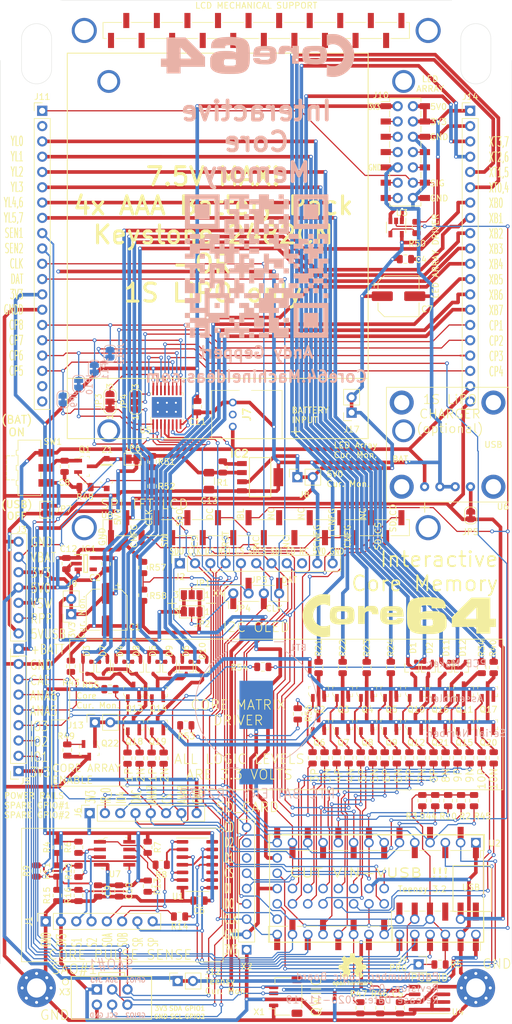
<source format=kicad_pcb>
(kicad_pcb (version 20171130) (host pcbnew "(5.1.2-1)-1")
  (title_block (title "Core 64 - PCB Layout") (date 2020-03-20) (rev 0.3) (company "Andy Geppert - Machine Ideas, LLC"))
  (layers (0 F.Cu signal) (31 B.Cu signal) (34 B.Paste user hide) (35 F.Paste user hide) (36 B.SilkS user) (37 F.SilkS user) (38 B.Mask user hide) (39 F.Mask user hide) (44 Edge.Cuts user))
  (net 0 "")
  (net 1 "Net-(D2-Pad3)")
  (net 2 "Net-(Q2-Pad1)")
  (net 3 -BATT)
  (net 4 XB7)
  (net 5 XB4)
  (net 6 XB6)
  (net 7 XB5)
  (net 8 XB1)
  (net 9 XB2)
  (net 10 XB3)
  (net 11 "Net-(Q3-Pad1)")
  (net 12 I2C_DATA)
  (net 13 I2C_CLOCK)
  (net 14 GNDPWR)
  (net 15 "Net-(Q5-Pad1)")
  (net 16 Q2P)
  (net 17 "Net-(Q6-Pad1)")
  (net 18 "Net-(Q7-Pad1)")
  (net 19 "Net-(Q8-Pad1)")
  (net 20 "Net-(Q9-Pad1)")
  (net 21 "Net-(Q10-Pad1)")
  (net 22 "Net-(Q11-Pad1)")
  (net 23 "Net-(Q12-Pad1)")
  (net 24 "Net-(Q13-Pad1)")
  (net 25 Q3P)
  (net 26 Q3N)
  (net 27 Q4P)
  (net 28 Q4N)
  (net 29 Q5P)
  (net 30 Q5N)
  (net 31 Q6P)
  (net 32 Q6N)
  (net 33 YL5)
  (net 34 YL4)
  (net 35 YL3)
  (net 36 YL2)
  (net 37 YL1)
  (net 38 SENSE1)
  (net 39 SENSE2)
  (net 40 "Net-(Q14-Pad1)")
  (net 41 "Net-(Q15-Pad1)")
  (net 42 "Net-(Q16-Pad1)")
  (net 43 "Net-(Q17-Pad1)")
  (net 44 "Net-(Q18-Pad1)")
  (net 45 "Net-(Q19-Pad1)")
  (net 46 "Net-(Q20-Pad1)")
  (net 47 Q10P)
  (net 48 Q10N)
  (net 49 Q9P)
  (net 50 Q9N)
  (net 51 Q7P)
  (net 52 Q7N)
  (net 53 Q8P)
  (net 54 Q8N)
  (net 55 SENSE_PULSE)
  (net 56 "Net-(D10-Pad3)")
  (net 57 "Net-(D11-Pad3)")
  (net 58 "Net-(D12-Pad3)")
  (net 59 "Net-(D3-Pad3)")
  (net 60 "Net-(D7-Pad3)")
  (net 61 "Net-(Q5-Pad3)")
  (net 62 "Net-(Q17-Pad3)")
  (net 63 +BATT)
  (net 64 SENSE_RESET)
  (net 65 SENSE_OUT_A)
  (net 66 SENSE_OUT_B)
  (net 67 TEENSY_3V3)
  (net 68 SPARE_5)
  (net 69 "Net-(J4-Pad1)")
  (net 70 "Net-(X2-Pad7)")
  (net 71 +VSW)
  (net 72 "Net-(D1-Pad3)")
  (net 73 "Net-(D5-Pad3)")
  (net 74 5V0)
  (net 75 TEENSY_VUSB)
  (net 76 3V3)
  (net 77 "Net-(BT1-Pad1)")
  (net 78 CP5_EN)
  (net 79 CP6_EN)
  (net 80 CP7_EN)
  (net 81 CP8_EN)
  (net 82 CP4_EN)
  (net 83 CP3_EN)
  (net 84 CP2_EN)
  (net 85 CP1_EN)
  (net 86 XT0,4)
  (net 87 XT1,5)
  (net 88 XT2,6)
  (net 89 XT3,7)
  (net 90 "Net-(J10-Pad13)")
  (net 91 LED_ARRAY_5V0_SIG)
  (net 92 "Net-(J10-Pad10)")
  (net 93 "Net-(J10-Pad8)")
  (net 94 "Net-(J10-Pad11)")
  (net 95 "Net-(J10-Pad7)")
  (net 96 "Net-(J10-Pad5)")
  (net 97 SPI_SDI)
  (net 98 SPI_SDO)
  (net 99 SPI_CLK)
  (net 100 SPARE_ADC_DAC)
  (net 101 SD_SPI_CD)
  (net 102 OLED_SPI_CS)
  (net 103 OLED_SPI_DC)
  (net 104 LED_ARRAY_3V3_SIG)
  (net 105 "Net-(R50-Pad2)")
  (net 106 VBAT_MON)
  (net 107 SPARE_ANA_7)
  (net 108 "Net-(X2-Pad8)")
  (net 109 "Net-(U8-Pad15)")
  (net 110 "Net-(U8-Pad18)")
  (net 111 "Net-(U8-Pad14)")
  (net 112 "Net-(U8-Pad11)")
  (net 113 "Net-(U8-Pad12)")
  (net 114 "Net-(U8-Pad13)")
  (net 115 IR_OUT)
  (net 116 "Net-(U8-Pad25)")
  (net 117 "Net-(U8-Pad34)")
  (net 118 "Net-(U8-Pad23)")
  (net 119 "Net-(U8-Pad32)")
  (net 120 "Net-(U8-Pad27)")
  (net 121 "Net-(U8-Pad30)")
  (net 122 "Net-(U8-Pad21)")
  (net 123 "Net-(U8-Pad35)")
  (net 124 "Net-(U8-Pad33)")
  (net 125 "Net-(U8-Pad24)")
  (net 126 "Net-(U8-Pad29)")
  (net 127 "Net-(U8-Pad36)")
  (net 128 "Net-(U8-Pad38)")
  (net 129 "Net-(U8-Pad40)")
  (net 130 "Net-(U8-Pad37)")
  (net 131 "Net-(U8-Pad26)")
  (net 132 "Net-(U8-Pad28)")
  (net 133 "Net-(U8-Pad22)")
  (net 134 "Net-(U8-Pad39)")
  (net 135 "Net-(U8-Pad31)")
  (net 136 "Net-(J10-Pad3)")
  (net 137 "Net-(C8-Pad1)")
  (net 138 SPARE_ANA_8)
  (net 139 +RPP)
  (net 140 Q1N)
  (net 141 "Net-(Q4-Pad1)")
  (net 142 "Net-(IC1-Pad4)")
  (net 143 "Net-(IC2-Pad1)")
  (net 144 "Net-(J2-Pad9)")
  (net 145 "Net-(J7-Pad2)")
  (net 146 "Net-(JP1-Pad2)")
  (net 147 "Net-(JP2-Pad2)")
  (net 148 "Net-(JP3-Pad3)")
  (net 149 "Net-(JP4-Pad3)")
  (net 150 "Net-(JP5-Pad2)")
  (net 151 "Net-(JP7-Pad1)")
  (net 152 "Net-(Q1-Pad2)")
  (net 153 "Net-(Q3-Pad3)")
  (net 154 "Net-(Q4-Pad3)")
  (net 155 "Net-(Q21-Pad1)")
  (net 156 "Net-(R11-Pad1)")
  (net 157 "Net-(R12-Pad1)")
  (net 158 "Net-(R8-Pad1)")
  (net 159 "Net-(R14-Pad1)")
  (net 160 "Net-(U1-Pad13)")
  (net 161 "Net-(U1-Pad12)")
  (net 162 "Net-(U1-Pad1)")
  (net 163 "Net-(J11-Pad2)")
  (net 164 "Net-(J11-Pad20)")
  (net 165 "Net-(J11-Pad19)")
  (net 166 HS2)
  (net 167 HS1)
  (net 168 HS4)
  (net 169 LR0_MON)
  (net 170 BC0_MON)
  (net 171 5V0_MON)
  (net 172 TC0_MON)
  (net 173 RR0_MON)
  (module Connector_PinHeader_2.54mm:PinHeader_2x07_P2.54mm_Vertical_SMD_and_TH (layer F.Cu) (at 0 0)
    (fp_text reference J10 (at 20.7 -26.7) (layer F.SilkS))
    (fp_text value TSM-106-03-T-DV‎)
    (pad "" thru_hole circle (at 24.5 29) (size 3.8 3.8) (drill 2.8) (layers *.Cu *.Mask))
    (pad "" thru_hole circle (at -24.5 29) (size 3.8 3.8) (drill 2.8) (layers *.Cu *.Mask))
    (pad "" thru_hole circle (at -24.5 -29) (size 3.8 3.8) (drill 2.8) (layers *.Cu *.Mask))
    (pad "" thru_hole circle (at 24.5 -29) (size 3.8 3.8) (drill 2.8) (layers *.Cu *.Mask))
    (pad 14 smd rect (at 28.0308 -9.654) (size 1.7 1) (layers F.Cu F.Paste F.Mask) (net 3 -BATT))
    (pad 13 smd rect (at 21.5308 -9.654) (size 1.7 1) (layers F.Cu F.Paste F.Mask) (net 90 "Net-(J10-Pad13)"))
    (pad 14 thru_hole circle (at 26.0508 -9.654) (size 1.7 1.7) (drill 1) (layers *.Cu *.Mask) (net 3 -BATT))
    (pad 13 thru_hole circle (at 23.5108 -9.654) (size 1.7 1.7) (drill 1) (layers *.Cu *.Mask) (net 90 "Net-(J10-Pad13)"))
    (pad 12 thru_hole circle (at 26.0508 -12.194) (size 1.7 1.7) (drill 1) (layers *.Cu *.Mask) (net 91 LED_ARRAY_5V0_SIG))
    (pad 10 thru_hole circle (at 26.0508 -14.734) (size 1.7 1.7) (drill 1) (layers *.Cu *.Mask) (net 92 "Net-(J10-Pad10)"))
    (pad 8 thru_hole circle (at 26.0508 -17.274) (size 1.7 1.7) (drill 1) (layers *.Cu *.Mask) (net 93 "Net-(J10-Pad8)"))
    (pad 6 thru_hole circle (at 26.0508 -19.814) (size 1.7 1.7) (drill 1) (layers *.Cu *.Mask) (net 3 -BATT))
    (pad 4 thru_hole circle (at 26.0508 -22.354) (size 1.7 1.7) (drill 1) (layers *.Cu *.Mask) (net 74 5V0))
    (pad 2 thru_hole circle (at 26.0508 -24.894) (size 1.7 1.7) (drill 1) (layers *.Cu *.Mask) (net 74 5V0))
    (pad 11 thru_hole circle (at 23.5108 -12.194) (size 1.7 1.7) (drill 1) (layers *.Cu *.Mask) (net 94 "Net-(J10-Pad11)"))
    (pad e thru_hole circle (at 23.5108 -14.734) (size 1.7 1.7) (drill 1) (layers *.Cu *.Mask))
    (pad 7 thru_hole circle (at 23.5108 -17.274) (size 1.7 1.7) (drill 1) (layers *.Cu *.Mask) (net 95 "Net-(J10-Pad7)"))
    (pad 5 thru_hole circle (at 23.5108 -19.814) (size 1.7 1.7) (drill 1) (layers *.Cu *.Mask) (net 96 "Net-(J10-Pad5)"))
    (pad 3 thru_hole circle (at 23.5108 -22.354) (size 1.7 1.7) (drill 1) (layers *.Cu *.Mask) (net 136 "Net-(J10-Pad3)"))
    (pad 1 thru_hole circle (at 23.5108 -24.894) (size 1.7 1.7) (drill 1) (layers *.Cu *.Mask) (net 76 3V3))
    (pad 12 smd rect (at 28.0308 -12.194) (size 1.7 1) (layers F.Cu F.Paste F.Mask) (net 91 LED_ARRAY_5V0_SIG))
    (pad 11 smd rect (at 21.5308 -12.194) (size 1.7 1) (layers F.Cu F.Paste F.Mask) (net 94 "Net-(J10-Pad11)"))
    (pad 10 smd rect (at 28.0308 -14.734) (size 1.7 1) (layers F.Cu F.Paste F.Mask) (net 92 "Net-(J10-Pad10)"))
    (pad 9 smd rect (at 21.5308 -14.734) (size 1.7 1) (layers F.Cu F.Paste F.Mask) (net 3 -BATT))
    (pad 8 smd rect (at 28.0308 -17.274) (size 1.7 1) (layers F.Cu F.Paste F.Mask) (net 93 "Net-(J10-Pad8)"))
    (pad 7 smd rect (at 21.5308 -17.274) (size 1.7 1) (layers F.Cu F.Paste F.Mask) (net 95 "Net-(J10-Pad7)"))
    (pad 6 smd rect (at 28.0308 -19.814) (size 1.7 1) (layers F.Cu F.Paste F.Mask) (net 3 -BATT))
    (pad 5 smd rect (at 21.5308 -19.814) (size 1.7 1) (layers F.Cu F.Paste F.Mask) (net 96 "Net-(J10-Pad5)"))
    (pad 4 smd rect (at 28.0308 -22.354) (size 1.7 1) (layers F.Cu F.Paste F.Mask) (net 74 5V0))
    (pad 3 smd rect (at 21.5308 -22.354) (size 1.7 1) (layers F.Cu F.Paste F.Mask) (net 136 "Net-(J10-Pad3)"))
    (pad 2 smd rect (at 28.0308 -24.894) (size 1.7 1) (layers F.Cu F.Paste F.Mask) (net 74 5V0))
    (pad 1 smd rect (at 21.5308 -24.894) (size 1.7 1) (layers F.Cu F.Paste F.Mask) (net 76 3V3))
  )
  (module Resistor_SMD:R_0805_2012Metric (layer F.Cu) (at -18.8 56.3 270)
    (fp_text reference R58 (at 0.1 -2.5 180) (layer F.SilkS))
    (fp_text value 11k)
    (pad 2 smd roundrect (at 0.9375 0 270) (size 0.975 1.4) (layers F.Cu F.Paste F.Mask) (net 3 -BATT))
    (pad 1 smd roundrect (at -0.9375 0 270) (size 0.975 1.4) (layers F.Cu F.Paste F.Mask) (net 171 5V0_MON))
  )
  (module Resistor_SMD:R_0805_2012Metric (layer F.Cu) (at -18.8 51.7 270)
    (fp_text reference R57 (at 0 -2.4 180) (layer F.SilkS))
    (fp_text value 11k)
    (pad 2 smd roundrect (at 0.9375 0 270) (size 0.975 1.4) (layers F.Cu F.Paste F.Mask) (net 171 5V0_MON))
    (pad 1 smd roundrect (at -0.9375 0 270) (size 0.975 1.4) (layers F.Cu F.Paste F.Mask) (net 74 5V0))
  )
  (module Resistor_SMD:R_0805_2012Metric (layer F.Cu) (at 6.9 76 90)
    (fp_text reference R56 (at 0.1 1.8 90) (layer F.SilkS))
    (fp_text value 10k)
    (pad 2 smd roundrect (at 0.9375 0 90) (size 0.975 1.4) (layers F.Cu F.Paste F.Mask) (net 172 TC0_MON))
    (pad 1 smd roundrect (at -0.9375 0 90) (size 0.975 1.4) (layers F.Cu F.Paste F.Mask) (net 101 SD_SPI_CD))
  )
  (module Resistor_SMD:R_0805_2012Metric (layer F.Cu) (at -24.3 71.9 180)
    (fp_text reference R55 (at 3.2 0.7) (layer F.SilkS))
    (fp_text value 10k)
    (pad 2 smd roundrect (at 0.9375 0 180) (size 0.975 1.4) (layers F.Cu F.Paste F.Mask) (net 170 BC0_MON))
    (pad 1 smd roundrect (at -0.9375 0 180) (size 0.975 1.4) (layers F.Cu F.Paste F.Mask) (net 107 SPARE_ANA_7))
  )
  (module Resistor_SMD:R_0805_2012Metric (layer F.Cu) (at 1.1 68.2)
    (fp_text reference R54 (at -3.9 0.1) (layer F.SilkS))
    (fp_text value 10k)
    (pad 2 smd roundrect (at 0.9375 0) (size 0.975 1.4) (layers F.Cu F.Paste F.Mask) (net 169 LR0_MON))
    (pad 1 smd roundrect (at -0.9375 0) (size 0.975 1.4) (layers F.Cu F.Paste F.Mask) (net 138 SPARE_ANA_8))
  )
  (module Resistor_SMD:R_0805_2012Metric (layer F.Cu) (at -11.7 77.9)
    (fp_text reference R53 (at 0.1 1.8) (layer F.SilkS))
    (fp_text value 10k)
    (pad 2 smd roundrect (at 0.9375 0) (size 0.975 1.4) (layers F.Cu F.Paste F.Mask) (net 173 RR0_MON))
    (pad 1 smd roundrect (at -0.9375 0) (size 0.975 1.4) (layers F.Cu F.Paste F.Mask) (net 100 SPARE_ADC_DAC))
  )
  (module Resistor_SMD:R_0805_2012Metric (layer F.Cu) (at -30.8 68.1 90)
    (fp_text reference R43 (at -2.7 0 180) (layer F.SilkS))
    (fp_text value 10k)
    (pad 2 smd roundrect (at 0.9375 0 90) (size 0.975 1.4) (layers F.Cu F.Paste F.Mask) (net 76 3V3))
    (pad 1 smd roundrect (at -0.9375 0 90) (size 0.975 1.4) (layers F.Cu F.Paste F.Mask) (net 68 SPARE_5))
  )
  (module Jumper:SolderJumper-2_P1.3mm_Bridged_RoundedPad1.0x1.5mm (layer B.Cu) (at -24.3 16.2 90)
    (fp_text reference JP12 (at 0 1.8 90) (layer B.SilkS) (effects (justify mirror)))
    (fp_text value "Hall Switch 4")
    (fp_poly (pts (xy 0.25 0.3) (xy -0.25 0.3) (xy -0.25 -0.3) (xy 0.25 -0.3)) (layer B.Cu) (width 0))
    (pad 1 smd custom (at -0.65 0 90) (size 1 0.5) (layers B.Cu B.Mask) (net 168 HS4) (options (clearance outline) (anchor rect)) (primitives (gr_circle (center 0 -0.25) (end 0.5 -0.25) (width 0)) (gr_circle (center 0 0.25) (end 0.5 0.25) (width 0)) (gr_poly (pts (xy 0 0.75) (xy 0.5 0.75) (xy 0.5 -0.75) (xy 0 -0.75)) (width 0))))
    (pad 2 smd custom (at 0.65 0 90) (size 1 0.5) (layers B.Cu B.Mask) (net 81 CP8_EN) (options (clearance outline) (anchor rect)) (primitives (gr_circle (center 0 -0.25) (end 0.5 -0.25) (width 0)) (gr_circle (center 0 0.25) (end 0.5 0.25) (width 0)) (gr_poly (pts (xy 0 0.75) (xy -0.5 0.75) (xy -0.5 -0.75) (xy 0 -0.75)) (width 0))))
  )
  (module Jumper:SolderJumper-2_P1.3mm_Bridged_RoundedPad1.0x1.5mm (layer B.Cu) (at -26.9 18.7 90)
    (fp_text reference JP11 (at 0 1.8 90) (layer B.SilkS) (effects (justify mirror)))
    (fp_text value "Hall Switch 3")
    (fp_poly (pts (xy 0.25 0.3) (xy -0.25 0.3) (xy -0.25 -0.3) (xy 0.25 -0.3)) (layer B.Cu) (width 0))
    (pad 1 smd custom (at -0.65 0 90) (size 1 0.5) (layers B.Cu B.Mask) (net 171 5V0_MON) (options (clearance outline) (anchor rect)) (primitives (gr_circle (center 0 -0.25) (end 0.5 -0.25) (width 0)) (gr_circle (center 0 0.25) (end 0.5 0.25) (width 0)) (gr_poly (pts (xy 0 0.75) (xy 0.5 0.75) (xy 0.5 -0.75) (xy 0 -0.75)) (width 0))))
    (pad 2 smd custom (at 0.65 0 90) (size 1 0.5) (layers B.Cu B.Mask) (net 80 CP7_EN) (options (clearance outline) (anchor rect)) (primitives (gr_circle (center 0 -0.25) (end 0.5 -0.25) (width 0)) (gr_circle (center 0 0.25) (end 0.5 0.25) (width 0)) (gr_poly (pts (xy 0 0.75) (xy -0.5 0.75) (xy -0.5 -0.75) (xy 0 -0.75)) (width 0))))
  )
  (module Jumper:SolderJumper-2_P1.3mm_Bridged_RoundedPad1.0x1.5mm (layer B.Cu) (at -29.5 21.2 90)
    (fp_text reference JP10 (at 0 1.8 90) (layer B.SilkS) (effects (justify mirror)))
    (fp_text value "Hall Switch 2")
    (fp_poly (pts (xy 0.25 0.3) (xy -0.25 0.3) (xy -0.25 -0.3) (xy 0.25 -0.3)) (layer B.Cu) (width 0))
    (pad 1 smd custom (at -0.65 0 90) (size 1 0.5) (layers B.Cu B.Mask) (net 166 HS2) (options (clearance outline) (anchor rect)) (primitives (gr_circle (center 0 -0.25) (end 0.5 -0.25) (width 0)) (gr_circle (center 0 0.25) (end 0.5 0.25) (width 0)) (gr_poly (pts (xy 0 0.75) (xy 0.5 0.75) (xy 0.5 -0.75) (xy 0 -0.75)) (width 0))))
    (pad 2 smd custom (at 0.65 0 90) (size 1 0.5) (layers B.Cu B.Mask) (net 79 CP6_EN) (options (clearance outline) (anchor rect)) (primitives (gr_circle (center 0 -0.25) (end 0.5 -0.25) (width 0)) (gr_circle (center 0 0.25) (end 0.5 0.25) (width 0)) (gr_poly (pts (xy 0 0.75) (xy -0.5 0.75) (xy -0.5 -0.75) (xy 0 -0.75)) (width 0))))
  )
  (module Jumper:SolderJumper-2_P1.3mm_Bridged_RoundedPad1.0x1.5mm (layer B.Cu) (at -32.1 23.8 90)
    (fp_text reference JP9 (at 0 1.8 90) (layer B.SilkS) (effects (justify mirror)))
    (fp_text value "Hall Switch 1")
    (fp_poly (pts (xy 0.25 0.3) (xy -0.25 0.3) (xy -0.25 -0.3) (xy 0.25 -0.3)) (layer B.Cu) (width 0))
    (pad 1 smd custom (at -0.65 0 90) (size 1 0.5) (layers B.Cu B.Mask) (net 167 HS1) (options (clearance outline) (anchor rect)) (primitives (gr_circle (center 0 -0.25) (end 0.5 -0.25) (width 0)) (gr_circle (center 0 0.25) (end 0.5 0.25) (width 0)) (gr_poly (pts (xy 0 0.75) (xy 0.5 0.75) (xy 0.5 -0.75) (xy 0 -0.75)) (width 0))))
    (pad 2 smd custom (at 0.65 0 90) (size 1 0.5) (layers B.Cu B.Mask) (net 78 CP5_EN) (options (clearance outline) (anchor rect)) (primitives (gr_circle (center 0 -0.25) (end 0.5 -0.25) (width 0)) (gr_circle (center 0 0.25) (end 0.5 0.25) (width 0)) (gr_poly (pts (xy 0 0.75) (xy -0.5 0.75) (xy -0.5 -0.75) (xy 0 -0.75)) (width 0))))
  )
  (module Core_Memory_8x8_Array:Core64_QR_Link_MachineIdeas (layer B.Cu) (at 0 1.7 180)
    (fp_text reference L3 hide)
    (fp_text value Core_64_MachineIdeas_Link hide)
  )
  (module badgelife_sao_v169bis:Badgelife-SAOv169-BADGE-2x3 (layer F.Cu) (at -24 123)
    (fp_text reference X3 (at -7.8 -0.8) (layer F.SilkS))
    (fp_text value SAO_conn_SFH11-NBPC-D03-ST-BK)
    (fp_text user 3V3 (at 8.2 1.906) (layer F.SilkS) (effects (font (size 0.75 0.75))))
    (fp_text user GND (at 8.16 3.248) (layer F.SilkS) (effects (font (size 0.75 0.75))))
    (fp_text user SDA (at 10.6 1.906) (layer F.SilkS) (effects (font (size 0.75 0.75))))
    (fp_text user SCL (at 10.7 3.248) (layer F.SilkS) (effects (font (size 0.75 0.75))))
    (fp_text user GPIO2 (at 13.8 3.248) (layer F.SilkS) (effects (font (size 0.75 0.75))))
    (fp_text user GPIO1 (at 13.8 1.906) (layer F.SilkS) (effects (font (size 0.75 0.75))))
    (fp_text user GPIO1 (at 3.937 -2.794) (layer B.SilkS) (effects (font (size 0.75 0.75)) (justify mirror)))
    (fp_text user GPIO2 (at 3.937 3.048) (layer B.SilkS) (effects (font (size 0.75 0.75)) (justify mirror)))
    (fp_text user SCL (at 0 3.048) (layer B.SilkS) (effects (font (size 0.75 0.75)) (justify mirror)))
    (fp_text user SDA (at 0 -2.794) (layer B.SilkS) (effects (font (size 0.75 0.75)) (justify mirror)))
    (fp_text user GND (at -2.54 3.048) (layer B.SilkS) (effects (font (size 0.75 0.75)) (justify mirror)))
    (fp_text user 3V3 (at -2.54 -2.794) (layer B.SilkS) (effects (font (size 0.75 0.75)) (justify mirror)))
    (pad 2 thru_hole circle (at -2.48 1.29 270) (size 1.7272 1.7272) (drill 1.016) (layers *.Cu *.Mask) (net 3 -BATT))
    (pad 1 thru_hole rect (at -2.48 -1.25 270) (size 1.7272 1.7272) (drill 1.016) (layers *.Cu *.Mask) (net 76 3V3))
    (pad 4 thru_hole oval (at 0.06 1.29 270) (size 1.7272 1.7272) (drill 1.016) (layers *.Cu *.Mask) (net 13 I2C_CLOCK))
    (pad 3 thru_hole oval (at 0.06 -1.25 270) (size 1.7272 1.7272) (drill 1.016) (layers *.Cu *.Mask) (net 12 I2C_DATA))
    (pad 6 thru_hole circle (at 2.6 1.29 270) (size 1.7272 1.7272) (drill 1.016) (layers *.Cu *.Mask) (net 166 HS2))
    (pad 5 thru_hole circle (at 2.6 -1.25 270) (size 1.7272 1.7272) (drill 1.016) (layers *.Cu *.Mask) (net 167 HS1))
  )
  (module Connector_PinSocket_2.54mm:PinSocket_1x08_P2.54mm_Vertical (layer F.Cu) (at -39.5 85.5 180)
    (fp_text reference J5 (at -1.1 -1.7) (layer F.SilkS))
    (fp_text value HEADER_8-PIN_0.1)
    (pad 8 thru_hole oval (at 0 17.78 180) (size 1.7 1.7) (drill 1) (layers *.Cu *.Mask) (net 3 -BATT))
    (pad 7 thru_hole oval (at 0 15.24 180) (size 1.7 1.7) (drill 1) (layers *.Cu *.Mask) (net 103 OLED_SPI_DC))
    (pad 6 thru_hole oval (at 0 12.7 180) (size 1.7 1.7) (drill 1) (layers *.Cu *.Mask) (net 101 SD_SPI_CD))
    (pad 5 thru_hole oval (at 0 10.16 180) (size 1.7 1.7) (drill 1) (layers *.Cu *.Mask) (net 68 SPARE_5))
    (pad 4 thru_hole oval (at 0 7.62 180) (size 1.7 1.7) (drill 1) (layers *.Cu *.Mask) (net 171 5V0_MON))
    (pad 3 thru_hole oval (at 0 5.08 180) (size 1.7 1.7) (drill 1) (layers *.Cu *.Mask) (net 166 HS2))
    (pad 2 thru_hole oval (at 0 2.54 180) (size 1.7 1.7) (drill 1) (layers *.Cu *.Mask) (net 167 HS1))
    (pad 1 thru_hole rect (at 0 0 180) (size 1.7 1.7) (drill 1) (layers *.Cu *.Mask) (net 76 3V3))
  )
  (module Connector_PinSocket_2.54mm:PinSocket_1x08_P2.54mm_Vertical (layer F.Cu) (at -39.5 65.18 180)
    (fp_text reference J3 (at -0.5 19.78) (layer F.SilkS))
    (fp_text value Conn_01x08_Female)
    (pad 8 thru_hole oval (at 0 17.78 180) (size 1.7 1.7) (drill 1) (layers *.Cu *.Mask) (net 3 -BATT))
    (pad 7 thru_hole oval (at 0 15.24 180) (size 1.7 1.7) (drill 1) (layers *.Cu *.Mask) (net 106 VBAT_MON))
    (pad 6 thru_hole oval (at 0 12.7 180) (size 1.7 1.7) (drill 1) (layers *.Cu *.Mask) (net 76 3V3))
    (pad 5 thru_hole oval (at 0 10.16 180) (size 1.7 1.7) (drill 1) (layers *.Cu *.Mask) (net 74 5V0))
    (pad 4 thru_hole oval (at 0 7.62 180) (size 1.7 1.7) (drill 1) (layers *.Cu *.Mask) (net 71 +VSW))
    (pad 3 thru_hole oval (at 0 5.08 180) (size 1.7 1.7) (drill 1) (layers *.Cu *.Mask) (net 139 +RPP))
    (pad 2 thru_hole oval (at 0 2.54 180) (size 1.7 1.7) (drill 1) (layers *.Cu *.Mask) (net 75 TEENSY_VUSB))
    (pad 1 thru_hole rect (at 0 0 180) (size 1.7 1.7) (drill 1) (layers *.Cu *.Mask) (net 63 +BATT))
  )
  (module Adafruit_3.2_TFT:Adafruit_3.2_TFT_Dual_PinHeader_1x20_P2.54mm_Vertical_SMD_Pin1Left (layer F.Cu) (at 0 45.085)
    (fp_text reference U8 (at -24.8 -2.085 180) (layer F.SilkS))
    (fp_text value Adafruit_3.2_TFT_1743)
    (pad "" thru_hole circle (at 28.575 0) (size 4.175 4.175) (drill 3.175) (layers *.Cu *.Mask))
    (pad "" thru_hole circle (at -28.575 0) (size 4.175 4.175) (drill 3.175) (layers *.Cu *.Mask))
    (pad "" thru_hole circle (at 28.575 -82.55) (size 4.175 4.175) (drill 3.175) (layers *.Cu *.Mask))
    (pad "" thru_hole circle (at -28.575 -82.55) (size 4.175 4.175) (drill 3.175) (layers *.Cu *.Mask))
    (pad 25 smd rect (at 13.97 -84.205 90) (size 2.51 1) (layers F.Cu F.Paste F.Mask) (net 116 "Net-(U8-Pad25)"))
    (pad 34 smd rect (at -8.89 -80.895 90) (size 2.51 1) (layers F.Cu F.Paste F.Mask) (net 117 "Net-(U8-Pad34)"))
    (pad 23 smd rect (at 19.05 -84.205 90) (size 2.51 1) (layers F.Cu F.Paste F.Mask) (net 118 "Net-(U8-Pad23)"))
    (pad 32 smd rect (at -3.81 -80.895 90) (size 2.51 1) (layers F.Cu F.Paste F.Mask) (net 119 "Net-(U8-Pad32)"))
    (pad 27 smd rect (at 8.89 -84.205 90) (size 2.51 1) (layers F.Cu F.Paste F.Mask) (net 120 "Net-(U8-Pad27)"))
    (pad 30 smd rect (at 1.27 -80.895 90) (size 2.51 1) (layers F.Cu F.Paste F.Mask) (net 121 "Net-(U8-Pad30)"))
    (pad 21 smd rect (at 24.13 -84.205 90) (size 2.51 1) (layers F.Cu F.Paste F.Mask) (net 122 "Net-(U8-Pad21)"))
    (pad 35 smd rect (at -11.43 -84.205 90) (size 2.51 1) (layers F.Cu F.Paste F.Mask) (net 123 "Net-(U8-Pad35)"))
    (pad 33 smd rect (at -6.35 -84.205 90) (size 2.51 1) (layers F.Cu F.Paste F.Mask) (net 124 "Net-(U8-Pad33)"))
    (pad 24 smd rect (at 16.51 -80.895 90) (size 2.51 1) (layers F.Cu F.Paste F.Mask) (net 125 "Net-(U8-Pad24)"))
    (pad 29 smd rect (at 3.81 -84.205 90) (size 2.51 1) (layers F.Cu F.Paste F.Mask) (net 126 "Net-(U8-Pad29)"))
    (pad 36 smd rect (at -13.97 -80.895 90) (size 2.51 1) (layers F.Cu F.Paste F.Mask) (net 127 "Net-(U8-Pad36)"))
    (pad 38 smd rect (at -19.05 -80.895 90) (size 2.51 1) (layers F.Cu F.Paste F.Mask) (net 128 "Net-(U8-Pad38)"))
    (pad 40 smd rect (at -24.13 -80.895 90) (size 2.51 1) (layers F.Cu F.Paste F.Mask) (net 129 "Net-(U8-Pad40)"))
    (pad 37 smd rect (at -16.51 -84.205 90) (size 2.51 1) (layers F.Cu F.Paste F.Mask) (net 130 "Net-(U8-Pad37)"))
    (pad 26 smd rect (at 11.43 -80.895 90) (size 2.51 1) (layers F.Cu F.Paste F.Mask) (net 131 "Net-(U8-Pad26)"))
    (pad 28 smd rect (at 6.35 -80.895 90) (size 2.51 1) (layers F.Cu F.Paste F.Mask) (net 132 "Net-(U8-Pad28)"))
    (pad 22 smd rect (at 21.59 -80.895 90) (size 2.51 1) (layers F.Cu F.Paste F.Mask) (net 133 "Net-(U8-Pad22)"))
    (pad 39 smd rect (at -21.59 -84.205 90) (size 2.51 1) (layers F.Cu F.Paste F.Mask) (net 134 "Net-(U8-Pad39)"))
    (pad 31 smd rect (at -1.27 -84.205 90) (size 2.51 1) (layers F.Cu F.Paste F.Mask) (net 135 "Net-(U8-Pad31)"))
    (pad 20 smd rect (at 24.13 -1.655 90) (size 2.51 1) (layers F.Cu F.Paste F.Mask) (net 101 SD_SPI_CD))
    (pad 18 smd rect (at 19.05 -1.655 90) (size 2.51 1) (layers F.Cu F.Paste F.Mask) (net 110 "Net-(U8-Pad18)"))
    (pad 16 smd rect (at 13.97 -1.655 90) (size 2.51 1) (layers F.Cu F.Paste F.Mask) (net 109 "Net-(U8-Pad15)"))
    (pad 14 smd rect (at 8.89 -1.655 90) (size 2.51 1) (layers F.Cu F.Paste F.Mask) (net 111 "Net-(U8-Pad14)"))
    (pad 12 smd rect (at 3.81 -1.655 90) (size 2.51 1) (layers F.Cu F.Paste F.Mask) (net 113 "Net-(U8-Pad12)"))
    (pad 10 smd rect (at -1.27 -1.655 90) (size 2.51 1) (layers F.Cu F.Paste F.Mask) (net 104 LED_ARRAY_3V3_SIG))
    (pad 8 smd rect (at -6.35 -1.655 90) (size 2.51 1) (layers F.Cu F.Paste F.Mask) (net 28 Q4N))
    (pad 6 smd rect (at -11.43 -1.655 90) (size 2.51 1) (layers F.Cu F.Paste F.Mask) (net 98 SPI_SDO))
    (pad 4 smd rect (at -16.51 -1.655 90) (size 2.51 1) (layers F.Cu F.Paste F.Mask) (net 99 SPI_CLK))
    (pad 2 smd rect (at -21.59 -1.655 90) (size 2.51 1) (layers F.Cu F.Paste F.Mask) (net 74 5V0))
    (pad 19 smd rect (at 21.59 1.655 90) (size 2.51 1) (layers F.Cu F.Paste F.Mask) (net 25 Q3P))
    (pad 17 smd rect (at 16.51 1.655 90) (size 2.51 1) (layers F.Cu F.Paste F.Mask) (net 109 "Net-(U8-Pad15)"))
    (pad 15 smd rect (at 11.43 1.655 90) (size 2.51 1) (layers F.Cu F.Paste F.Mask) (net 109 "Net-(U8-Pad15)"))
    (pad 13 smd rect (at 6.35 1.655 90) (size 2.51 1) (layers F.Cu F.Paste F.Mask) (net 114 "Net-(U8-Pad13)"))
    (pad 11 smd rect (at 1.27 1.655 90) (size 2.51 1) (layers F.Cu F.Paste F.Mask) (net 112 "Net-(U8-Pad11)"))
    (pad 9 smd rect (at -3.81 1.655 90) (size 2.51 1) (layers F.Cu F.Paste F.Mask) (net 68 SPARE_5))
    (pad 7 smd rect (at -8.89 1.655 90) (size 2.51 1) (layers F.Cu F.Paste F.Mask) (net 27 Q4P))
    (pad 5 smd rect (at -13.97 1.655 90) (size 2.51 1) (layers F.Cu F.Paste F.Mask) (net 97 SPI_SDI))
    (pad 3 smd rect (at -19.05 1.655 90) (size 2.51 1) (layers F.Cu F.Paste F.Mask) (net 109 "Net-(U8-Pad15)"))
    (pad 1 smd rect (at -24.13 1.655 90) (size 2.51 1) (layers F.Cu F.Paste F.Mask) (net 3 -BATT))
  )
  (module Connector_PinSocket_2.54mm:PinSocket_1x09_P2.54mm_Vertical (layer F.Cu) (at -1.59 115.16 180)
    (fp_text reference X2 (at 0 -2.77) (layer F.SilkS))
    (fp_text value Header_9-PIN_0.1)
    (pad 9 thru_hole circle (at 0 20.32 270) (size 1.6 1.6) (drill 1.1) (layers *.Cu *.Mask) (net 101 SD_SPI_CD))
    (pad 8 thru_hole circle (at 0 17.78 180) (size 1.6 1.6) (drill 1.1) (layers *.Cu *.Mask) (net 108 "Net-(X2-Pad8)"))
    (pad 7 thru_hole circle (at 0 15.24 180) (size 1.6 1.6) (drill 1.1) (layers *.Cu *.Mask) (net 70 "Net-(X2-Pad7)"))
    (pad 6 thru_hole circle (at 0 12.7 180) (size 1.6 1.6) (drill 1.1) (layers *.Cu *.Mask) (net 25 Q3P))
    (pad 5 thru_hole circle (at 0 10.16 180) (size 1.6 1.6) (drill 1.1) (layers *.Cu *.Mask) (net 98 SPI_SDO))
    (pad 4 thru_hole circle (at 0 7.62 180) (size 1.6 1.6) (drill 1.1) (layers *.Cu *.Mask) (net 97 SPI_SDI))
    (pad 3 thru_hole circle (at 0 5.08 180) (size 1.6 1.6) (drill 1.1) (layers *.Cu *.Mask) (net 99 SPI_CLK))
    (pad 2 thru_hole circle (at 0 2.54 180) (size 1.6 1.6) (drill 1.1) (layers *.Cu *.Mask) (net 3 -BATT))
    (pad 1 thru_hole rect (at 0 0 180) (size 1.6 1.6) (drill 1.1) (layers *.Cu *.Mask) (net 76 3V3))
  )
  (module Teensy:Teensy30_31_32_LC_SMD_SOCKETS (layer F.Cu) (at 20 105 180)
    (fp_text reference U2 (at -19.6 7.5) (layer F.SilkS))
    (fp_text value Teensy3.2)
    (fp_text user "CUT VIN-VUSB !!!" (at 1.27 2.6 180) (layer F.SilkS) (effects (font (size 1.5 2) (thickness 0.2))))
    (fp_text user USB (at -15.7 0.2 180) (layer F.SilkS))
    (fp_text user "Teensy 3.2" (at -7.6 -0.1 180) (layer F.SilkS))
    (pad 17 thru_hole circle (at 16.51 0 180) (size 1.6 1.6) (drill 1.1) (layers *.Cu *.Mask) (net 3 -BATT))
    (pad 18 thru_hole circle (at 16.51 -2.54 180) (size 1.6 1.6) (drill 1.1) (layers *.Cu *.Mask) (net 69 "Net-(J4-Pad1)"))
    (pad 19 thru_hole circle (at 16.51 -5.08 180) (size 1.6 1.6) (drill 1.1) (layers *.Cu *.Mask) (net 100 SPARE_ADC_DAC))
    (pad 20 thru_hole circle (at 16.51 -7.62 180) (size 1.6 1.6) (drill 1.1) (layers *.Cu *.Mask) (net 99 SPI_CLK))
    (pad 16 thru_hole circle (at 16.51 2.54 180) (size 1.6 1.6) (drill 1.1) (layers *.Cu *.Mask) (net 67 TEENSY_3V3))
    (pad 15 thru_hole circle (at 16.51 5.08 180) (size 1.6 1.6) (drill 1.1) (layers *.Cu *.Mask) (net 77 "Net-(BT1-Pad1)"))
    (pad 14 thru_hole circle (at 16.51 7.62 180) (size 1.6 1.6) (drill 1.1) (layers *.Cu *.Mask) (net 97 SPI_SDI))
    (pad 21 thru_hole circle (at 13.97 -7.62 180) (size 1.6 1.6) (drill 1.1) (layers *.Cu *.Mask) (net 171 5V0_MON))
    (pad 22 thru_hole circle (at 11.43 -7.62 180) (size 1.6 1.6) (drill 1.1) (layers *.Cu *.Mask) (net 68 SPARE_5))
    (pad 23 thru_hole circle (at 8.89 -7.62 180) (size 1.6 1.6) (drill 1.1) (layers *.Cu *.Mask) (net 29 Q5P))
    (pad 24 thru_hole circle (at 6.35 -7.62 180) (size 1.6 1.6) (drill 1.1) (layers *.Cu *.Mask) (net 30 Q5N))
    (pad 25 thru_hole circle (at 3.81 -7.62 180) (size 1.6 1.6) (drill 1.1) (layers *.Cu *.Mask) (net 12 I2C_DATA))
    (pad 26 thru_hole circle (at 1.27 -7.62 180) (size 1.6 1.6) (drill 1.1) (layers *.Cu *.Mask) (net 13 I2C_CLOCK))
    (pad 27 thru_hole circle (at -1.27 -7.62 180) (size 1.6 1.6) (drill 1.1) (layers *.Cu *.Mask) (net 104 LED_ARRAY_3V3_SIG))
    (pad 28 thru_hole circle (at -3.81 -7.62 180) (size 1.6 1.6) (drill 1.1) (layers *.Cu *.Mask) (net 64 SENSE_RESET))
    (pad 29 thru_hole circle (at -6.35 -7.62 180) (size 1.6 1.6) (drill 1.1) (layers *.Cu *.Mask) (net 55 SENSE_PULSE))
    (pad 30 thru_hole circle (at -8.89 -7.62 180) (size 1.6 1.6) (drill 1.1) (layers *.Cu *.Mask) (net 103 OLED_SPI_DC))
    (pad 31 thru_hole circle (at -11.43 -7.62 180) (size 1.6 1.6) (drill 1.1) (layers *.Cu *.Mask) (net 67 TEENSY_3V3))
    (pad 32 thru_hole circle (at -13.97 -7.62 180) (size 1.6 1.6) (drill 1.1) (layers *.Cu *.Mask) (net 3 -BATT))
    (pad 33 thru_hole circle (at -16.51 -7.62 180) (size 1.6 1.6) (drill 1.1) (layers *.Cu *.Mask) (net 74 5V0))
    (pad 34 thru_hole circle (at -13.97 -5.08 180) (size 1.6 1.6) (drill 1.1) (layers *.Cu *.Mask) (net 75 TEENSY_VUSB))
    (pad 35 thru_hole circle (at -8.89 -5.08 180) (size 1.6 1.6) (drill 1.1) (layers *.Cu *.Mask) (net 67 TEENSY_3V3))
    (pad 36 thru_hole circle (at -6.35 -5.08 180) (size 1.6 1.6) (drill 1.1) (layers *.Cu *.Mask) (net 106 VBAT_MON))
    (pad 37 thru_hole circle (at -3.81 -5.08 180) (size 1.6 1.6) (drill 1.1) (layers *.Cu *.Mask) (net 101 SD_SPI_CD))
    (pad 13 thru_hole circle (at 13.97 7.62 180) (size 1.6 1.6) (drill 1.1) (layers *.Cu *.Mask) (net 98 SPI_SDO))
    (pad 12 thru_hole circle (at 11.43 7.62 180) (size 1.6 1.6) (drill 1.1) (layers *.Cu *.Mask) (net 168 HS4))
    (pad 11 thru_hole circle (at 8.89 7.62 180) (size 1.6 1.6) (drill 1.1) (layers *.Cu *.Mask) (net 28 Q4N))
    (pad 10 thru_hole circle (at 6.35 7.62 180) (size 1.6 1.6) (drill 1.1) (layers *.Cu *.Mask) (net 27 Q4P))
    (pad 9 thru_hole circle (at 3.81 7.62 180) (size 1.6 1.6) (drill 1.1) (layers *.Cu *.Mask) (net 26 Q3N))
    (pad 8 thru_hole circle (at 1.27 7.62 180) (size 1.6 1.6) (drill 1.1) (layers *.Cu *.Mask) (net 25 Q3P))
    (pad 7 thru_hole circle (at -1.27 7.62 180) (size 1.6 1.6) (drill 1.1) (layers *.Cu *.Mask) (net 115 IR_OUT))
    (pad 6 thru_hole circle (at -3.81 7.62 180) (size 1.6 1.6) (drill 1.1) (layers *.Cu *.Mask) (net 16 Q2P))
    (pad 5 thru_hole circle (at -6.35 7.62 180) (size 1.6 1.6) (drill 1.1) (layers *.Cu *.Mask) (net 140 Q1N))
    (pad 4 thru_hole circle (at -8.89 7.62 180) (size 1.6 1.6) (drill 1.1) (layers *.Cu *.Mask) (net 102 OLED_SPI_CS))
    (pad 3 thru_hole circle (at -11.43 7.62 180) (size 1.6 1.6) (drill 1.1) (layers *.Cu *.Mask) (net 166 HS2))
    (pad 2 thru_hole circle (at -13.97 7.62 180) (size 1.6 1.6) (drill 1.1) (layers *.Cu *.Mask) (net 167 HS1))
    (pad 1 thru_hole rect (at -16.51 7.62 180) (size 1.6 1.6) (drill 1.1) (layers *.Cu *.Mask) (net 3 -BATT))
    (pad 38 thru_hole circle (at -1.27 0 180) (size 1.6 1.6) (drill 1.1) (layers *.Cu *.Mask) (net 107 SPARE_ANA_7))
    (pad 39 thru_hole circle (at 1.27 0 180) (size 1.6 1.6) (drill 1.1) (layers *.Cu *.Mask) (net 3 -BATT))
    (pad 40 thru_hole circle (at 3.81 0 180) (size 1.6 1.6) (drill 1.1) (layers *.Cu *.Mask) (net 31 Q6P))
    (pad 41 thru_hole circle (at 6.35 0 180) (size 1.6 1.6) (drill 1.1) (layers *.Cu *.Mask) (net 32 Q6N))
    (pad 42 thru_hole circle (at 8.89 0 180) (size 1.6 1.6) (drill 1.1) (layers *.Cu *.Mask) (net 51 Q7P))
    (pad 43 thru_hole circle (at 11.43 0 180) (size 1.6 1.6) (drill 1.1) (layers *.Cu *.Mask) (net 52 Q7N))
    (pad 44 thru_hole circle (at 13.97 0 180) (size 1.6 1.6) (drill 1.1) (layers *.Cu *.Mask) (net 53 Q8P))
    (pad 45 thru_hole circle (at 13.97 -2.54 180) (size 1.6 1.6) (drill 1.1) (layers *.Cu *.Mask) (net 54 Q8N))
    (pad 46 thru_hole circle (at 11.43 -2.54 180) (size 1.6 1.6) (drill 1.1) (layers *.Cu *.Mask) (net 49 Q9P))
    (pad 47 thru_hole circle (at 8.89 -2.54 180) (size 1.6 1.6) (drill 1.1) (layers *.Cu *.Mask) (net 50 Q9N))
    (pad 48 thru_hole circle (at 6.35 -2.54 180) (size 1.6 1.6) (drill 1.1) (layers *.Cu *.Mask) (net 47 Q10P))
    (pad 49 thru_hole circle (at 3.81 -2.54 180) (size 1.6 1.6) (drill 1.1) (layers *.Cu *.Mask) (net 48 Q10N))
    (pad 50 thru_hole circle (at 1.27 -2.54 180) (size 1.6 1.6) (drill 1.1) (layers *.Cu *.Mask) (net 67 TEENSY_3V3))
    (pad 51 thru_hole circle (at -1.27 -2.54 180) (size 1.6 1.6) (drill 1.1) (layers *.Cu *.Mask) (net 138 SPARE_ANA_8))
    (pad 29 smd rect (at -6.34 -8.87 270) (size 3 1) (layers F.Cu F.Paste F.Mask) (net 55 SENSE_PULSE))
    (pad 32 smd rect (at -13.96 -8.87 270) (size 3 1) (layers F.Cu F.Paste F.Mask) (net 3 -BATT))
    (pad 28 smd rect (at -3.8 -8.87 270) (size 3 1) (layers F.Cu F.Paste F.Mask) (net 64 SENSE_RESET))
    (pad 34 smd rect (at -13.96 -3.83 270) (size 3 1) (layers F.Cu F.Paste F.Mask) (net 75 TEENSY_VUSB))
    (pad 33 smd rect (at -16.5 -8.87 270) (size 3 1) (layers F.Cu F.Paste F.Mask) (net 74 5V0))
    (pad 37 smd rect (at -3.8 -3.83 270) (size 3 1) (layers F.Cu F.Paste F.Mask) (net 101 SD_SPI_CD))
    (pad NC smd rect (at -16.5 -3.83 270) (size 3 1) (layers F.Cu F.Paste F.Mask))
    (pad 36 smd rect (at -6.34 -3.83 270) (size 3 1) (layers F.Cu F.Paste F.Mask) (net 106 VBAT_MON))
    (pad 35 smd rect (at -8.88 -3.83 270) (size 3 1) (layers F.Cu F.Paste F.Mask) (net 67 TEENSY_3V3))
    (pad 30 smd rect (at -8.88 -8.87 270) (size 3 1) (layers F.Cu F.Paste F.Mask) (net 103 OLED_SPI_DC))
    (pad 31 smd rect (at -11.42 -8.87 270) (size 3 1) (layers F.Cu F.Paste F.Mask) (net 67 TEENSY_3V3))
    (pad NC smd rect (at -11.42 -3.83 270) (size 3 1) (layers F.Cu F.Paste F.Mask))
    (pad 6 smd rect (at -3.81 9.3 270) (size 1.9 1) (layers F.Cu F.Paste F.Mask) (net 16 Q2P))
    (pad 4 smd rect (at -8.89 9.3 270) (size 1.9 1) (layers F.Cu F.Paste F.Mask) (net 102 OLED_SPI_CS))
    (pad 10 smd rect (at 6.35 9.3 270) (size 1.9 1) (layers F.Cu F.Paste F.Mask) (net 27 Q4P))
    (pad 8 smd rect (at 1.27 9.3 270) (size 1.9 1) (layers F.Cu F.Paste F.Mask) (net 25 Q3P))
    (pad 12 smd rect (at 11.43 9.3 270) (size 1.9 1) (layers F.Cu F.Paste F.Mask) (net 168 HS4))
    (pad 2 smd rect (at -13.97 9.3 270) (size 1.9 1) (layers F.Cu F.Paste F.Mask) (net 167 HS1))
    (pad 14 smd rect (at 16.51 9.3 270) (size 1.9 1) (layers F.Cu F.Paste F.Mask) (net 97 SPI_SDI))
    (pad 5 smd rect (at -6.35 6 270) (size 1.9 1) (layers F.Cu F.Paste F.Mask) (net 140 Q1N))
    (pad 11 smd rect (at 8.89 6 270) (size 1.9 1) (layers F.Cu F.Paste F.Mask) (net 28 Q4N))
    (pad 9 smd rect (at 3.81 6 270) (size 1.9 1) (layers F.Cu F.Paste F.Mask) (net 26 Q3N))
    (pad 7 smd rect (at -1.27 6 270) (size 1.9 1) (layers F.Cu F.Paste F.Mask) (net 115 IR_OUT))
    (pad 13 smd rect (at 13.97 6 270) (size 1.9 1) (layers F.Cu F.Paste F.Mask) (net 98 SPI_SDO))
    (pad 1 smd rect (at -16.51 6 270) (size 1.9 1) (layers F.Cu F.Paste F.Mask) (net 3 -BATT))
    (pad 3 smd rect (at -11.43 6 270) (size 1.9 1) (layers F.Cu F.Paste F.Mask) (net 166 HS2))
    (pad 25 smd rect (at 3.815 -5.975 270) (size 1.9 1) (layers F.Cu F.Paste F.Mask) (net 12 I2C_DATA))
    (pad 23 smd rect (at 8.895 -5.975 270) (size 1.9 1) (layers F.Cu F.Paste F.Mask) (net 29 Q5P))
    (pad 21 smd rect (at 13.975 -5.975 270) (size 1.9 1) (layers F.Cu F.Paste F.Mask) (net 171 5V0_MON))
    (pad 22 smd rect (at 11.435 -9.275 270) (size 1.9 1) (layers F.Cu F.Paste F.Mask) (net 68 SPARE_5))
    (pad 24 smd rect (at 6.355 -9.275 270) (size 1.9 1) (layers F.Cu F.Paste F.Mask) (net 30 Q5N))
    (pad 27 smd rect (at -1.265 -5.975 270) (size 1.9 1) (layers F.Cu F.Paste F.Mask) (net 104 LED_ARRAY_3V3_SIG))
    (pad 20 smd rect (at 16.515 -9.275 270) (size 1.9 1) (layers F.Cu F.Paste F.Mask) (net 99 SPI_CLK))
    (pad 26 smd rect (at 1.275 -9.275 270) (size 1.9 1) (layers F.Cu F.Paste F.Mask) (net 13 I2C_CLOCK))
  )
  (module Jumper:SolderJumper-3_P1.3mm_Bridged12_RoundedPad1.0x1.5mm_NumberLabels (layer F.Cu) (at -20.05 24.2 90)
    (fp_text reference JP4 (at 0 -1.95 90) (layer F.SilkS))
    (fp_text value SolderJumper_3_Open)
    (fp_poly (pts (xy -0.9 -0.3) (xy -0.4 -0.3) (xy -0.4 0.3) (xy -0.9 0.3)) (layer F.Cu) (width 0))
    (fp_text user 1 (at -2.6 0 90) (layer F.SilkS))
    (fp_text user 3 (at 2.6 0 90) (layer F.SilkS))
    (pad 1 smd custom (at -1.3 0 90) (size 1 0.5) (layers F.Cu F.Mask) (net 166 HS2) (options (clearance outline) (anchor rect)) (primitives (gr_poly (pts (xy 0.55 -0.75) (xy 0 -0.75) (xy 0 0.75) (xy 0.55 0.75)) (width 0)) (gr_circle (center 0 0.25) (end 0.5 0.25) (width 0)) (gr_circle (center 0 -0.25) (end 0.5 -0.25) (width 0))))
    (pad 2 smd rect (at 0 0 90) (size 1 1.5) (layers F.Cu F.Mask) (net 84 CP2_EN))
    (pad 3 smd custom (at 1.3 0 90) (size 1 0.5) (layers F.Cu F.Mask) (net 149 "Net-(JP4-Pad3)") (options (clearance outline) (anchor rect)) (primitives (gr_circle (center 0 0.25) (end 0.5 0.25) (width 0)) (gr_circle (center 0 -0.25) (end 0.5 -0.25) (width 0)) (gr_poly (pts (xy -0.55 -0.75) (xy 0 -0.75) (xy 0 0.75) (xy -0.55 0.75)) (width 0))))
  )
  (module Jumper:SolderJumper-3_P1.3mm_Bridged12_RoundedPad1.0x1.5mm_NumberLabels (layer F.Cu) (at -24.3 24.15 90)
    (fp_text reference JP3 (at 0 -1.9 90) (layer F.SilkS))
    (fp_text value SolderJumper_3_Open)
    (fp_poly (pts (xy -0.9 -0.3) (xy -0.4 -0.3) (xy -0.4 0.3) (xy -0.9 0.3)) (layer F.Cu) (width 0))
    (fp_text user 1 (at -2.5 0 90) (layer F.SilkS))
    (fp_text user 3 (at 2.6 0 90) (layer F.SilkS))
    (pad 1 smd custom (at -1.3 0 90) (size 1 0.5) (layers F.Cu F.Mask) (net 167 HS1) (options (clearance outline) (anchor rect)) (primitives (gr_poly (pts (xy 0.55 -0.75) (xy 0 -0.75) (xy 0 0.75) (xy 0.55 0.75)) (width 0)) (gr_circle (center 0 0.25) (end 0.5 0.25) (width 0)) (gr_circle (center 0 -0.25) (end 0.5 -0.25) (width 0))))
    (pad 2 smd rect (at 0 0 90) (size 1 1.5) (layers F.Cu F.Mask) (net 85 CP1_EN))
    (pad 3 smd custom (at 1.3 0 90) (size 1 0.5) (layers F.Cu F.Mask) (net 148 "Net-(JP3-Pad3)") (options (clearance outline) (anchor rect)) (primitives (gr_circle (center 0 0.25) (end 0.5 0.25) (width 0)) (gr_circle (center 0 -0.25) (end 0.5 -0.25) (width 0)) (gr_poly (pts (xy -0.55 -0.75) (xy 0 -0.75) (xy 0 0.75) (xy -0.55 0.75)) (width 0))))
  )
  (module Digikey:SOD-123 (layer F.Cu) (at -24.85 36.1 270)
    (fp_text reference Z1 (at -3.95 -0.1 180) (layer F.SilkS))
    (fp_text value "PDZ10BGWX_(10V)")
    (pad 2 smd rect (at 2.475 0 270) (size 0.9 0.95) (layers F.Cu F.Paste F.Mask) (net 152 "Net-(Q1-Pad2)"))
    (pad 1 smd rect (at -2.475 0 270) (size 0.9 0.95) (layers F.Cu F.Paste F.Mask) (net 139 +RPP))
  )
  (module Resistor_SMD:R_0805_2012Metric (layer F.Cu) (at 17.3 124.8 90)
    (fp_text reference R47 (at 2.3 -0.3 180) (layer F.SilkS))
    (fp_text value 2K2)
    (pad 2 smd roundrect (at 0.9375 0 90) (size 0.975 1.4) (layers F.Cu F.Paste F.Mask) (net 12 I2C_DATA))
    (pad 1 smd roundrect (at -0.9375 0 90) (size 0.975 1.4) (layers F.Cu F.Paste F.Mask) (net 76 3V3))
  )
  (module Resistor_SMD:R_0805_2012Metric (layer F.Cu) (at 20.6 124.8 90)
    (fp_text reference R46 (at 2.3 -0.1 180) (layer F.SilkS))
    (fp_text value 2K2)
    (pad 2 smd roundrect (at 0.9375 0 90) (size 0.975 1.4) (layers F.Cu F.Paste F.Mask) (net 13 I2C_CLOCK))
    (pad 1 smd roundrect (at -0.9375 0 90) (size 0.975 1.4) (layers F.Cu F.Paste F.Mask) (net 76 3V3))
  )
  (module Resistor_SMD:R_0805_2012Metric (layer F.Cu) (at 36.2 90.4 270)
    (fp_text reference R45 (at 2.6 -1.4 180) (layer F.SilkS))
    (fp_text value 10k)
    (pad 2 smd roundrect (at 0.9375 0 270) (size 0.975 1.4) (layers F.Cu F.Paste F.Mask) (net 102 OLED_SPI_CS))
    (pad 1 smd roundrect (at -0.9375 0 270) (size 0.975 1.4) (layers F.Cu F.Paste F.Mask) (net 67 TEENSY_3V3))
  )
  (module Resistor_SMD:R_0805_2012Metric (layer F.Cu) (at 29.75 90.4 270)
    (fp_text reference R44 (at 2.6 1.15 180) (layer F.SilkS))
    (fp_text value 10k)
    (pad 2 smd roundrect (at 0.9375 0 270) (size 0.975 1.4) (layers F.Cu F.Paste F.Mask) (net 16 Q2P))
    (pad 1 smd roundrect (at -0.9375 0 270) (size 0.975 1.4) (layers F.Cu F.Paste F.Mask) (net 67 TEENSY_3V3))
  )
  (module Resistor_SMD:R_0805_2012Metric (layer F.Cu) (at 31.9 90.4 270)
    (fp_text reference R10 (at 2.6 0 180) (layer F.SilkS))
    (fp_text value 10k)
    (pad 2 smd roundrect (at 0.9375 0 270) (size 0.975 1.4) (layers F.Cu F.Paste F.Mask) (net 25 Q3P))
    (pad 1 smd roundrect (at -0.9375 0 270) (size 0.975 1.4) (layers F.Cu F.Paste F.Mask) (net 67 TEENSY_3V3))
  )
  (module Resistor_SMD:R_0805_2012Metric (layer F.Cu) (at 27.6 90.4 270)
    (fp_text reference R3 (at 2.6 1.8 180) (layer F.SilkS))
    (fp_text value 10k)
    (pad 2 smd roundrect (at 0.9375 0 270) (size 0.975 1.4) (layers F.Cu F.Paste F.Mask) (net 27 Q4P))
    (pad 1 smd roundrect (at -0.9375 0 270) (size 0.975 1.4) (layers F.Cu F.Paste F.Mask) (net 67 TEENSY_3V3))
  )
  (module Resistor_SMD:R_0805_2012Metric (layer F.Cu) (at 34.05 90.4 270)
    (fp_text reference R2 (at 2.6 -0.65 180) (layer F.SilkS))
    (fp_text value 10k)
    (pad 2 smd roundrect (at 0.9375 0 270) (size 0.975 1.4) (layers F.Cu F.Paste F.Mask) (net 168 HS4))
    (pad 1 smd roundrect (at -0.9375 0 270) (size 0.975 1.4) (layers F.Cu F.Paste F.Mask) (net 67 TEENSY_3V3))
  )
  (module Jumper:SolderJumper-2_P1.3mm_Bridged_RoundedPad1.0x1.5mm (layer F.Cu) (at 35.65 43.05 90)
    (fp_text reference JP5 (at -2.75 -0.05 180) (layer F.SilkS))
    (fp_text value Teensy_Charge_Enable)
    (fp_poly (pts (xy 0.25 -0.3) (xy -0.25 -0.3) (xy -0.25 0.3) (xy 0.25 0.3)) (layer F.Cu) (width 0))
    (pad 1 smd custom (at -0.65 0 90) (size 1 0.5) (layers F.Cu F.Mask) (net 75 TEENSY_VUSB) (options (clearance outline) (anchor rect)) (primitives (gr_circle (center 0 0.25) (end 0.5 0.25) (width 0)) (gr_circle (center 0 -0.25) (end 0.5 -0.25) (width 0)) (gr_poly (pts (xy 0 -0.75) (xy 0.5 -0.75) (xy 0.5 0.75) (xy 0 0.75)) (width 0))))
    (pad 2 smd custom (at 0.65 0 90) (size 1 0.5) (layers F.Cu F.Mask) (net 150 "Net-(JP5-Pad2)") (options (clearance outline) (anchor rect)) (primitives (gr_circle (center 0 0.25) (end 0.5 0.25) (width 0)) (gr_circle (center 0 -0.25) (end 0.5 -0.25) (width 0)) (gr_poly (pts (xy 0 -0.75) (xy -0.5 -0.75) (xy -0.5 0.75) (xy 0 0.75)) (width 0))))
  )
  (module Core_Memory_8x8_Array:Micro_LiPo_Charger (layer F.Cu) (at 31.8 31.3 180)
    (fp_text reference U6 (at -9.2 -10.3) (layer F.SilkS))
    (fp_text value Micro_LiPo_Charger)
    (fp_text user BAT. (at 7.62 -2.4) (layer F.SilkS))
    (fp_text user USB (at -7.62 0) (layer F.SilkS))
    (pad "" thru_hole circle (at 7.62 6.985 180) (size 4 4) (drill 2.54) (layers *.Cu *.Mask))
    (pad "" thru_hole circle (at -7.62 6.985 180) (size 4 4) (drill 2.54) (layers *.Cu *.Mask))
    (pad "" thru_hole circle (at 7.62 -6.985 180) (size 4 4) (drill 2.54) (layers *.Cu *.Mask))
    (pad "" thru_hole circle (at -7.62 -6.985 180) (size 4 4) (drill 2.54) (layers *.Cu *.Mask))
    (pad 1 thru_hole circle (at -3.81 -6.985 180) (size 1.524 1.524) (drill 0.762) (layers *.Cu *.Mask) (net 150 "Net-(JP5-Pad2)"))
    (pad 2 thru_hole circle (at -1.27 -6.985 180) (size 1.524 1.524) (drill 0.762) (layers *.Cu *.Mask) (net 3 -BATT))
    (pad 4 thru_hole circle (at 3.81 -6.985 180) (size 1.524 1.524) (drill 0.762) (layers *.Cu *.Mask) (net 63 +BATT))
    (pad 3 thru_hole circle (at 1.27 -6.985 180) (size 1.524 1.524) (drill 0.762) (layers *.Cu *.Mask) (net 3 -BATT))
  )
  (module JST_S03B-PASK-2_LF__SN_:S03BPASK2LFSN (layer F.Cu) (at -3.9 28.3 270)
    (fp_text reference J7 (at -2 -2.35 90) (layer F.SilkS) (effects (font (size 1.27 1.27) (thickness 0.254))))
    (fp_text value S03B-PASK-2_LF__SN_ hide)
    (pad 5 np_thru_hole circle (at 1.5 -2.1 270) (size 1.2 0) (drill 1.2) (layers *.Cu *.Mask))
    (pad 4 np_thru_hole circle (at -5.5 -2.1 270) (size 1.2 0) (drill 1.2) (layers *.Cu *.Mask))
    (pad 3 thru_hole circle (at -4 0 270) (size 1.3 1.3) (drill 0.8) (layers *.Cu *.Mask) (net 3 -BATT))
    (pad 2 thru_hole circle (at -2 0 270) (size 1.3 1.3) (drill 0.8) (layers *.Cu *.Mask) (net 145 "Net-(J7-Pad2)"))
    (pad 1 thru_hole circle (at 0 0 270) (size 1.3 1.3) (drill 0.8) (layers *.Cu *.Mask) (net 63 +BATT))
  )
  (module Capacitor_SMD:CP_Elec_6.3x7.7 (layer F.Cu) (at 23.65 6.65)
    (fp_text reference C7 (at 4.75 2.15) (layer F.SilkS))
    (fp_text value 470uF)
    (pad 2 smd roundrect (at 2.7 0) (size 3.5 1.6) (layers F.Cu F.Paste F.Mask) (roundrect_rratio 0.15625) (net 3 -BATT))
    (pad 1 smd roundrect (at -2.7 0) (size 3.5 1.6) (layers F.Cu F.Paste F.Mask) (roundrect_rratio 0.15625) (net 74 5V0))
  )
  (module Capacitor_SMD:CP_Elec_6.3x7.7 (layer F.Cu) (at -24.85 58.7 270)
    (fp_text reference C1 (at 2.9 -4.65 180) (layer F.SilkS))
    (fp_text value 470uF)
    (pad 2 smd roundrect (at 2.7 0 270) (size 3.5 1.6) (layers F.Cu F.Paste F.Mask) (roundrect_rratio 0.15625) (net 3 -BATT))
    (pad 1 smd roundrect (at -2.7 0 270) (size 3.5 1.6) (layers F.Cu F.Paste F.Mask) (roundrect_rratio 0.15625) (net 76 3V3))
  )
  (module Connector_PinSocket_2.54mm:PinSocket_1x01_P2.54mm_Vertical (layer F.Cu) (at 26.99 117.59)
    (fp_text reference J4 (at -2.59 -0.79) (layer F.SilkS))
    (fp_text value PRG)
    (pad 1 thru_hole rect (at 0 0) (size 1.7 1.7) (drill 1) (layers *.Cu *.Mask) (net 69 "Net-(J4-Pad1)"))
  )
  (module Connector_PinSocket_2.54mm:PinSocket_1x02_P2.54mm_Vertical (layer F.Cu) (at -30.75 59.45 180)
    (fp_text reference J9 (at -0.15 5.05) (layer F.SilkS))
    (fp_text value "3V3 Cur. Mon.")
    (pad 2 thru_hole oval (at 0 2.54 180) (size 1.7 1.7) (drill 1) (layers *.Cu *.Mask) (net 76 3V3))
    (pad 1 thru_hole rect (at 0 0 180) (size 1.7 1.7) (drill 1) (layers *.Cu *.Mask) (net 76 3V3))
  )
  (module Connector_PinSocket_2.54mm:PinSocket_1x02_P2.54mm_Vertical (layer F.Cu) (at 6.85 36.7 90)
    (fp_text reference J8 (at -2.9 1.15 180) (layer F.SilkS))
    (fp_text value "5V0 Cur. Mon.")
    (pad 2 thru_hole oval (at 0 2.54 90) (size 1.7 1.7) (drill 1) (layers *.Cu *.Mask) (net 74 5V0))
    (pad 1 thru_hole rect (at 0 0 90) (size 1.7 1.7) (drill 1) (layers *.Cu *.Mask) (net 74 5V0))
  )
  (module Connector_PinSocket_2.54mm:PinSocket_1x02_P2.54mm_Vertical (layer F.Cu) (at 15.85 25.99 180)
    (fp_text reference J17 (at 0 -2.77) (layer F.SilkS))
    (fp_text value "LED Cur. Mon.")
    (pad 2 thru_hole oval (at 0 2.54 180) (size 1.7 1.7) (drill 1) (layers *.Cu *.Mask) (net 74 5V0))
    (pad 1 thru_hole rect (at 0 0 180) (size 1.7 1.7) (drill 1) (layers *.Cu *.Mask) (net 74 5V0))
  )
  (module Connector_PinSocket_2.54mm:PinSocket_1x02_P2.54mm_Vertical (layer F.Cu) (at -26.8 77.4 90)
    (fp_text reference J13 (at -0.5 -3.2 180) (layer F.SilkS))
    (fp_text value "Core Cur. Mon.")
    (pad 2 thru_hole oval (at 0 2.54 90) (size 1.7 1.7) (drill 1) (layers *.Cu *.Mask) (net 14 GNDPWR))
    (pad 1 thru_hole rect (at 0 0 90) (size 1.7 1.7) (drill 1) (layers *.Cu *.Mask) (net 14 GNDPWR))
  )
  (module Connector_PinSocket_2.54mm:PinSocket_1x02_P2.54mm_Vertical (layer F.Cu) (at -13.05 120.35 90)
    (fp_text reference J12 (at 1.55 5.85 180) (layer F.SilkS))
    (fp_text value "TEENSY Cur. Mon.")
    (pad 2 thru_hole oval (at 0 2.54 90) (size 1.7 1.7) (drill 1) (layers *.Cu *.Mask) (net 74 5V0))
    (pad 1 thru_hole rect (at 0 0 90) (size 1.7 1.7) (drill 1) (layers *.Cu *.Mask) (net 74 5V0))
  )
  (module Package_SO:SOIC-8_3.9x4.9mm_P1.27mm (layer F.Cu) (at 28.8 123.2 180)
    (fp_text reference U4 (at -4.7 -2.3) (layer F.SilkS))
    (fp_text value M24C01-RMN)
    (pad 8 smd roundrect (at 2.475 -1.905 180) (size 1.95 0.6) (layers F.Cu F.Paste F.Mask) (net 76 3V3))
    (pad 7 smd roundrect (at 2.475 -0.635 180) (size 1.95 0.6) (layers F.Cu F.Paste F.Mask) (net 3 -BATT))
    (pad 6 smd roundrect (at 2.475 0.635 180) (size 1.95 0.6) (layers F.Cu F.Paste F.Mask) (net 13 I2C_CLOCK))
    (pad 5 smd roundrect (at 2.475 1.905 180) (size 1.95 0.6) (layers F.Cu F.Paste F.Mask) (net 12 I2C_DATA))
    (pad 4 smd roundrect (at -2.475 1.905 180) (size 1.95 0.6) (layers F.Cu F.Paste F.Mask) (net 3 -BATT))
    (pad 3 smd roundrect (at -2.475 0.635 180) (size 1.95 0.6) (layers F.Cu F.Paste F.Mask) (net 76 3V3))
    (pad 2 smd roundrect (at -2.475 -0.635 180) (size 1.95 0.6) (layers F.Cu F.Paste F.Mask) (net 76 3V3))
    (pad 1 smd roundrect (at -2.475 -1.905 180) (size 1.95 0.6) (layers F.Cu F.Paste F.Mask) (net 76 3V3))
  )
  (module Package_TO_SOT_SMD:SOT-23-5 (layer F.Cu) (at 23.25 -4.75 270)
    (fp_text reference U3 (at -2.45 -0.95 180) (layer F.SilkS))
    (fp_text value SN74LV1T125DBVR)
    (pad 5 smd rect (at 1.1 -0.95 270) (size 1.06 0.65) (layers F.Cu F.Paste F.Mask) (net 74 5V0))
    (pad 4 smd rect (at 1.1 0.95 270) (size 1.06 0.65) (layers F.Cu F.Paste F.Mask) (net 105 "Net-(R50-Pad2)"))
    (pad 3 smd rect (at -1.1 0.95 270) (size 1.06 0.65) (layers F.Cu F.Paste F.Mask) (net 3 -BATT))
    (pad 2 smd rect (at -1.1 0 270) (size 1.06 0.65) (layers F.Cu F.Paste F.Mask) (net 104 LED_ARRAY_3V3_SIG))
    (pad 1 smd rect (at -1.1 -0.95 270) (size 1.06 0.65) (layers F.Cu F.Paste F.Mask) (net 3 -BATT))
  )
  (module Resistor_SMD:R_0805_2012Metric (layer F.Cu) (at 26.65 -4.75 270)
    (fp_text reference R50 (at 2.65 -0.1 180) (layer F.SilkS))
    (fp_text value 470)
    (pad 2 smd roundrect (at 0.9375 0 270) (size 0.975 1.4) (layers F.Cu F.Paste F.Mask) (net 105 "Net-(R50-Pad2)"))
    (pad 1 smd roundrect (at -0.9375 0 270) (size 0.975 1.4) (layers F.Cu F.Paste F.Mask) (net 91 LED_ARRAY_5V0_SIG))
  )
  (module Resistor_SMD:R_0805_2012Metric (layer F.Cu) (at -31.4 82 90)
    (fp_text reference R49 (at 2.3 -0.2 180) (layer F.SilkS))
    (fp_text value 10k)
    (pad 2 smd roundrect (at 0.9375 0 90) (size 0.975 1.4) (layers F.Cu F.Paste F.Mask) (net 103 OLED_SPI_DC))
    (pad 1 smd roundrect (at -0.9375 0 90) (size 0.975 1.4) (layers F.Cu F.Paste F.Mask) (net 3 -BATT))
  )
  (module Resistor_SMD:R_0805_2012Metric (layer F.Cu) (at 30.55 117.61 180)
    (fp_text reference R5 (at -2.65 0.01) (layer F.SilkS))
    (fp_text value 10k)
    (pad 2 smd roundrect (at 0.9375 0 180) (size 0.975 1.4) (layers F.Cu F.Paste F.Mask) (net 69 "Net-(J4-Pad1)"))
    (pad 1 smd roundrect (at -0.9375 0 180) (size 0.975 1.4) (layers F.Cu F.Paste F.Mask) (net 67 TEENSY_3V3))
  )
  (module Connector_PinSocket_2.54mm:PinSocket_1x08_P2.54mm_Vertical (layer F.Cu) (at -27.68 92.49 90)
    (fp_text reference J6 (at 0.09 -1.92 270) (layer F.SilkS))
    (fp_text value HEADER_8-PIN_0.1)
    (pad 8 thru_hole oval (at 0 17.78 90) (size 1.7 1.7) (drill 1) (layers *.Cu *.Mask) (net 3 -BATT))
    (pad 7 thru_hole oval (at 0 15.24 90) (size 1.7 1.7) (drill 1) (layers *.Cu *.Mask) (net 138 SPARE_ANA_8))
    (pad 6 thru_hole oval (at 0 12.7 90) (size 1.7 1.7) (drill 1) (layers *.Cu *.Mask) (net 16 Q2P))
    (pad 5 thru_hole oval (at 0 10.16 90) (size 1.7 1.7) (drill 1) (layers *.Cu *.Mask) (net 107 SPARE_ANA_7))
    (pad 4 thru_hole oval (at 0 7.62 90) (size 1.7 1.7) (drill 1) (layers *.Cu *.Mask) (net 100 SPARE_ADC_DAC))
    (pad 3 thru_hole oval (at 0 5.08 90) (size 1.7 1.7) (drill 1) (layers *.Cu *.Mask) (net 168 HS4))
    (pad 2 thru_hole oval (at 0 2.54 90) (size 1.7 1.7) (drill 1) (layers *.Cu *.Mask) (net 115 IR_OUT))
    (pad 1 thru_hole rect (at 0 0 90) (size 1.7 1.7) (drill 1) (layers *.Cu *.Mask) (net 76 3V3))
  )
  (module Connector_PinSocket_2.54mm:PinSocket_1x11_P2.54mm_Vertical (layer F.Cu) (at -12.7 51 90)
    (fp_text reference J2 (at -2.25 0.04 180) (layer F.SilkS))
    (fp_text value HEADER_11-PIN_0.1)
    (pad 11 thru_hole oval (at 0 25.4 90) (size 1.7 1.7) (drill 1) (layers *.Cu *.Mask) (net 3 -BATT))
    (pad 10 thru_hole oval (at 0 22.86 90) (size 1.7 1.7) (drill 1) (layers *.Cu *.Mask) (net 74 5V0))
    (pad 9 thru_hole oval (at 0 20.32 90) (size 1.7 1.7) (drill 1) (layers *.Cu *.Mask) (net 144 "Net-(J2-Pad9)"))
    (pad 8 thru_hole oval (at 0 17.78 90) (size 1.7 1.7) (drill 1) (layers *.Cu *.Mask) (net 101 SD_SPI_CD))
    (pad 7 thru_hole oval (at 0 15.24 90) (size 1.7 1.7) (drill 1) (layers *.Cu *.Mask) (net 97 SPI_SDI))
    (pad 6 thru_hole oval (at 0 12.7 90) (size 1.7 1.7) (drill 1) (layers *.Cu *.Mask) (net 25 Q3P))
    (pad 5 thru_hole oval (at 0 10.16 90) (size 1.7 1.7) (drill 1) (layers *.Cu *.Mask) (net 102 OLED_SPI_CS))
    (pad 4 thru_hole oval (at 0 7.62 90) (size 1.7 1.7) (drill 1) (layers *.Cu *.Mask) (net 68 SPARE_5))
    (pad 3 thru_hole oval (at 0 5.08 90) (size 1.7 1.7) (drill 1) (layers *.Cu *.Mask) (net 103 OLED_SPI_DC))
    (pad 2 thru_hole oval (at 0 2.54 90) (size 1.7 1.7) (drill 1) (layers *.Cu *.Mask) (net 99 SPI_CLK))
    (pad 1 thru_hole rect (at 0 0 90) (size 1.7 1.7) (drill 1) (layers *.Cu *.Mask) (net 98 SPI_SDO))
  )
  (module MountingHole:MountingHole_3.2mm_M3_Pad_Via (layer F.Cu) (at 36.5 121.5)
    (fp_text reference H2)
    (fp_text value "GND PAD")
    (pad 1 thru_hole circle (at 1.697056 -1.697056) (size 0.8 0.8) (drill 0.5) (layers *.Cu *.Mask) (net 3 -BATT))
    (pad 1 thru_hole circle (at 0 -2.4) (size 0.8 0.8) (drill 0.5) (layers *.Cu *.Mask) (net 3 -BATT))
    (pad 1 thru_hole circle (at -1.697056 -1.697056) (size 0.8 0.8) (drill 0.5) (layers *.Cu *.Mask) (net 3 -BATT))
    (pad 1 thru_hole circle (at -2.4 0) (size 0.8 0.8) (drill 0.5) (layers *.Cu *.Mask) (net 3 -BATT))
    (pad 1 thru_hole circle (at -1.697056 1.697056) (size 0.8 0.8) (drill 0.5) (layers *.Cu *.Mask) (net 3 -BATT))
    (pad 1 thru_hole circle (at 0 2.4) (size 0.8 0.8) (drill 0.5) (layers *.Cu *.Mask) (net 3 -BATT))
    (pad 1 thru_hole circle (at 1.697056 1.697056) (size 0.8 0.8) (drill 0.5) (layers *.Cu *.Mask) (net 3 -BATT))
    (pad 1 thru_hole circle (at 2.4 0) (size 0.8 0.8) (drill 0.5) (layers *.Cu *.Mask) (net 3 -BATT))
    (pad 1 thru_hole circle (at 0 0) (size 6.4 6.4) (drill 3.2) (layers *.Cu *.Mask) (net 3 -BATT))
  )
  (module MountingHole:MountingHole_3.2mm_M3_Pad_Via (layer F.Cu) (at -36.5 121.5)
    (fp_text reference H1)
    (fp_text value "GND PAD")
    (pad 1 thru_hole circle (at 1.697056 -1.697056) (size 0.8 0.8) (drill 0.5) (layers *.Cu *.Mask) (net 3 -BATT))
    (pad 1 thru_hole circle (at 0 -2.4) (size 0.8 0.8) (drill 0.5) (layers *.Cu *.Mask) (net 3 -BATT))
    (pad 1 thru_hole circle (at -1.697056 -1.697056) (size 0.8 0.8) (drill 0.5) (layers *.Cu *.Mask) (net 3 -BATT))
    (pad 1 thru_hole circle (at -2.4 0) (size 0.8 0.8) (drill 0.5) (layers *.Cu *.Mask) (net 3 -BATT))
    (pad 1 thru_hole circle (at -1.697056 1.697056) (size 0.8 0.8) (drill 0.5) (layers *.Cu *.Mask) (net 3 -BATT))
    (pad 1 thru_hole circle (at 0 2.4) (size 0.8 0.8) (drill 0.5) (layers *.Cu *.Mask) (net 3 -BATT))
    (pad 1 thru_hole circle (at 1.697056 1.697056) (size 0.8 0.8) (drill 0.5) (layers *.Cu *.Mask) (net 3 -BATT))
    (pad 1 thru_hole circle (at 2.4 0) (size 0.8 0.8) (drill 0.5) (layers *.Cu *.Mask) (net 3 -BATT))
    (pad 1 thru_hole circle (at 0 0) (size 6.4 6.4) (drill 3.2) (layers *.Cu *.Mask) (net 3 -BATT))
  )
  (module Capacitor_SMD:C_0805_2012Metric (layer F.Cu) (at 23.9 124.8 90)
    (fp_text reference C5 (at 2.3 -0.4 180) (layer F.SilkS))
    (fp_text value 0.1uF)
    (pad 2 smd roundrect (at 0.9375 0 90) (size 0.975 1.4) (layers F.Cu F.Paste F.Mask) (net 3 -BATT))
    (pad 1 smd roundrect (at -0.9375 0 90) (size 0.975 1.4) (layers F.Cu F.Paste F.Mask) (net 76 3V3))
  )
  (module Capacitor_SMD:C_0805_2012Metric (layer F.Cu) (at 24.8 0.5)
    (fp_text reference C4 (at 2.6 0.1) (layer F.SilkS))
    (fp_text value 0.1uF)
    (pad 2 smd roundrect (at 0.9375 0) (size 0.975 1.4) (layers F.Cu F.Paste F.Mask) (net 3 -BATT))
    (pad 1 smd roundrect (at -0.9375 0) (size 0.975 1.4) (layers F.Cu F.Paste F.Mask) (net 74 5V0))
  )
  (module Battery:BatteryHolder_MPD_BC2003_1x2032 (layer B.Cu) (at 0 74.5 270)
    (fp_text reference BT1 (at -9.5 -7) (layer B.SilkS) (effects (justify mirror)))
    (fp_text value 3V)
    (pad 1 smd rect (at -11.905 0 270) (size 2.6 5.56) (layers B.Cu B.Paste B.Mask) (net 77 "Net-(BT1-Pad1)"))
    (pad 1 smd rect (at 11.905 0 270) (size 2.6 5.56) (layers B.Cu B.Paste B.Mask) (net 77 "Net-(BT1-Pad1)"))
    (pad 2 smd rect (at 0 0 270) (size 8 5.56) (layers B.Cu B.Paste B.Mask) (net 3 -BATT))
  )
  (module Digikey:TSSOP-16-1EP_W4.40mm (layer F.Cu) (at -14.85 25.1)
    (fp_text reference U5 (at -3.55 3.8) (layer F.SilkS))
    (fp_text value 74HC238)
    (pad 17 thru_hole circle (at 1.5 0.75) (size 0.38 0.38) (drill 0.33) (layers *.Cu *.Mask))
    (pad 17 thru_hole circle (at 0 0.75) (size 0.38 0.38) (drill 0.33) (layers *.Cu *.Mask))
    (pad 17 thru_hole circle (at -1.5 0.75) (size 0.38 0.38) (drill 0.33) (layers *.Cu *.Mask))
    (pad 17 thru_hole circle (at 1.5 -0.75) (size 0.38 0.38) (drill 0.33) (layers *.Cu *.Mask))
    (pad 17 thru_hole circle (at 0 -0.75) (size 0.38 0.38) (drill 0.33) (layers *.Cu *.Mask))
    (pad 17 thru_hole circle (at -1.5 -0.75) (size 0.38 0.38) (drill 0.33) (layers *.Cu *.Mask))
    (pad 17 smd rect (at 0 0) (size 5 3.4) (layers F.Cu))
    (pad 15 smd rect (at -1.625 -2.8) (size 0.3 1.6) (layers F.Cu F.Paste F.Mask) (net 148 "Net-(JP3-Pad3)"))
    (pad 14 smd rect (at -0.975 -2.8) (size 0.3 1.6) (layers F.Cu F.Paste F.Mask) (net 149 "Net-(JP4-Pad3)"))
    (pad 13 smd rect (at -0.325 -2.8) (size 0.3 1.6) (layers F.Cu F.Paste F.Mask) (net 83 CP3_EN))
    (pad 12 smd rect (at 0.325 -2.8) (size 0.3 1.6) (layers F.Cu F.Paste F.Mask) (net 82 CP4_EN))
    (pad 11 smd rect (at 0.975 -2.8) (size 0.3 1.6) (layers F.Cu F.Paste F.Mask) (net 78 CP5_EN))
    (pad 10 smd rect (at 1.625 -2.8) (size 0.3 1.6) (layers F.Cu F.Paste F.Mask) (net 79 CP6_EN))
    (pad 9 smd rect (at 2.275 -2.8) (size 0.3 1.6) (layers F.Cu F.Paste F.Mask) (net 80 CP7_EN))
    (pad 8 smd rect (at 2.275 2.8) (size 0.3 1.6) (layers F.Cu F.Paste F.Mask) (net 3 -BATT))
    (pad 7 smd rect (at 1.625 2.8) (size 0.3 1.6) (layers F.Cu F.Paste F.Mask) (net 81 CP8_EN))
    (pad 6 smd rect (at 0.975 2.8) (size 0.3 1.6) (layers F.Cu F.Paste F.Mask) (net 76 3V3))
    (pad 5 smd rect (at 0.325 2.8) (size 0.3 1.6) (layers F.Cu F.Paste F.Mask) (net 3 -BATT))
    (pad 4 smd rect (at -0.325 2.8) (size 0.3 1.6) (layers F.Cu F.Paste F.Mask) (net 3 -BATT))
    (pad 3 smd rect (at -0.975 2.8) (size 0.3 1.6) (layers F.Cu F.Paste F.Mask) (net 171 5V0_MON))
    (pad 2 smd rect (at -1.625 2.8) (size 0.3 1.6) (layers F.Cu F.Paste F.Mask) (net 166 HS2))
    (pad 16 smd rect (at -2.275 -2.8) (size 0.3 1.6) (layers F.Cu F.Paste F.Mask) (net 76 3V3))
    (pad 17 smd rect (at 0 0) (size 2.31 2.46) (layers F.Cu F.Paste F.Mask))
    (pad 1 smd rect (at -2.275 2.8) (size 0.3 1.6) (layers F.Cu F.Paste F.Mask) (net 167 HS1))
    (pad 17 smd rect (at 0 0) (size 5 3.4) (layers B.Cu))
  )
  (module Resistor_SMD:R_0805_2012Metric (layer F.Cu) (at -5.55 35 90)
    (fp_text reference R1 (at -2.6 -0.05 180) (layer F.SilkS))
    (fp_text value 10k)
    (pad 2 smd roundrect (at 0.9375 0 90) (size 0.975 1.4) (layers F.Cu F.Paste F.Mask) (net 143 "Net-(IC2-Pad1)"))
    (pad 1 smd roundrect (at -0.9375 0 90) (size 0.975 1.4) (layers F.Cu F.Paste F.Mask) (net 71 +VSW))
  )
  (module Capacitor_SMD:C_1206_3216Metric (layer F.Cu) (at -7.85 37.35 270)
    (fp_text reference C13 (at 3.25 -0.05 180) (layer F.SilkS))
    (fp_text value 68uF)
    (pad 2 smd roundrect (at 1.4 0 270) (size 1.25 1.75) (layers F.Cu F.Paste F.Mask) (roundrect_rratio 0.2) (net 3 -BATT))
    (pad 1 smd roundrect (at -1.4 0 270) (size 1.25 1.75) (layers F.Cu F.Paste F.Mask) (roundrect_rratio 0.2) (net 71 +VSW))
  )
  (module LP3961EMP-5.0:SOT150P696X180-5N (layer F.Cu) (at 0.65 36.7)
    (fp_text reference IC2 (at -3.45 -3.9) (layer F.SilkS) (effects (font (size 1.27 1.27) (thickness 0.254))))
    (fp_text value LP3961EMP-5.0 hide)
    (pad 5 smd rect (at 3.0226 0) (size 1.6002 2.9972) (layers F.Cu F.Paste F.Mask) (net 3 -BATT))
    (pad 4 smd rect (at -3.0226 2.2606 90) (size 0.8382 1.6002) (layers F.Cu F.Paste F.Mask) (net 3 -BATT))
    (pad 3 smd rect (at -3.0226 0.762 90) (size 0.8382 1.6002) (layers F.Cu F.Paste F.Mask) (net 74 5V0))
    (pad 2 smd rect (at -3.0226 -0.762 90) (size 0.8382 1.6002) (layers F.Cu F.Paste F.Mask) (net 71 +VSW))
    (pad 1 smd rect (at -3.0226 -2.2606 90) (size 0.8382 1.6002) (layers F.Cu F.Paste F.Mask) (net 143 "Net-(IC2-Pad1)"))
  )
  (module Capacitor_SMD:C_0805_2012Metric (layer F.Cu) (at -31.55 51.05 270)
    (fp_text reference C12 (at -2.45 -0.35 180) (layer F.SilkS))
    (fp_text value 1uF)
    (pad 2 smd roundrect (at 0.9375 0 270) (size 0.975 1.4) (layers F.Cu F.Paste F.Mask) (net 3 -BATT))
    (pad 1 smd roundrect (at -0.9375 0 270) (size 0.975 1.4) (layers F.Cu F.Paste F.Mask) (net 74 5V0))
  )
  (module TPS7A0533PDBVR:SOT95P280X145-5N (layer F.Cu) (at -28.34 51.05)
    (fp_text reference IC1 (at 0.54 -2.45) (layer F.SilkS))
    (fp_text value TPS7A0533PDBVR hide)
    (pad 5 smd rect (at 1.25 -0.95 90) (size 0.6 1.2) (layers F.Cu F.Paste F.Mask) (net 76 3V3))
    (pad 4 smd rect (at 1.25 0.95 90) (size 0.6 1.2) (layers F.Cu F.Paste F.Mask) (net 142 "Net-(IC1-Pad4)"))
    (pad 3 smd rect (at -1.25 0.95 90) (size 0.6 1.2) (layers F.Cu F.Paste F.Mask) (net 74 5V0))
    (pad 2 smd rect (at -1.25 0 90) (size 0.6 1.2) (layers F.Cu F.Paste F.Mask) (net 3 -BATT))
    (pad 1 smd rect (at -1.25 -0.95 90) (size 0.6 1.2) (layers F.Cu F.Paste F.Mask) (net 74 5V0))
  )
  (module Capacitor_SMD:C_0805_2012Metric (layer F.Cu) (at -9.8 25 270)
    (fp_text reference C11 (at 2.5 -0.05 180) (layer F.SilkS))
    (fp_text value 0.1uF)
    (pad 2 smd roundrect (at 0.9375 0 270) (size 0.975 1.4) (layers F.Cu F.Paste F.Mask) (net 3 -BATT))
    (pad 1 smd roundrect (at -0.9375 0 270) (size 0.975 1.4) (layers F.Cu F.Paste F.Mask) (net 76 3V3))
  )
  (module Jumper:SolderJumper-2_P1.3mm_Bridged_Pad1.0x1.5mm (layer F.Cu) (at -20.55 33.7)
    (fp_text reference JP6 (at 0 -1.8) (layer F.SilkS))
    (fp_text value "Opt. Cur. Mon.")
    (fp_poly (pts (xy -0.25 -0.3) (xy 0.25 -0.3) (xy 0.25 0.3) (xy -0.25 0.3)) (layer F.Cu) (width 0))
    (pad 2 smd rect (at 0.65 0) (size 1 1.5) (layers F.Cu F.Mask) (net 71 +VSW))
    (pad 1 smd rect (at -0.65 0) (size 1 1.5) (layers F.Cu F.Mask) (net 139 +RPP))
  )
  (module Jumper:SolderJumper-2_P1.3mm_Bridged_Pad1.0x1.5mm (layer F.Cu) (at -34.95 42.1 270)
    (fp_text reference JP7 (at -0.1 -2.95 180) (layer F.SilkS))
    (fp_text value USB_Power_Enable)
    (fp_poly (pts (xy -0.25 -0.3) (xy 0.25 -0.3) (xy 0.25 0.3) (xy -0.25 0.3)) (layer F.Cu) (width 0))
    (pad 2 smd rect (at 0.65 0 270) (size 1 1.5) (layers F.Cu F.Mask) (net 75 TEENSY_VUSB))
    (pad 1 smd rect (at -0.65 0 270) (size 1 1.5) (layers F.Cu F.Mask) (net 151 "Net-(JP7-Pad1)"))
  )
  (module Digikey:SOT-23-3 (layer F.Cu) (at -28.55 34.9)
    (fp_text reference Q1 (at 0.05 -2.8) (layer F.SilkS))
    (fp_text value MCC_SL3401A)
    (pad 1 smd rect (at -1.05 -0.95) (size 1.3 0.6) (layers F.Cu F.Paste F.Mask) (net 137 "Net-(C8-Pad1)"))
    (pad 2 smd rect (at -1.05 0.95) (size 1.3 0.6) (layers F.Cu F.Paste F.Mask) (net 152 "Net-(Q1-Pad2)"))
    (pad 3 smd rect (at 1.05 0) (size 1.3 0.6) (layers F.Cu F.Paste F.Mask) (net 139 +RPP))
  )
  (module Resistor_SMD:R_0805_2012Metric (layer F.Cu) (at -17.385 83.35 270)
    (fp_text reference R33)
    (fp_text value 470)
    (pad 2 smd roundrect (at 0.9375 0 270) (size 0.975 1.4) (layers F.Cu F.Paste F.Mask) (net 16 Q2P))
    (pad 1 smd roundrect (at -0.9375 0 270) (size 0.975 1.4) (layers F.Cu F.Paste F.Mask) (net 40 "Net-(Q14-Pad1)"))
  )
  (module Resistor_SMD:R_0805_2012Metric (layer F.Cu) (at -15.385 83.35 270)
    (fp_text reference R39)
    (fp_text value 470)
    (pad 2 smd roundrect (at 0.9375 0 270) (size 0.975 1.4) (layers F.Cu F.Paste F.Mask) (net 115 IR_OUT))
    (pad 1 smd roundrect (at -0.9375 0 270) (size 0.975 1.4) (layers F.Cu F.Paste F.Mask) (net 45 "Net-(Q19-Pad1)"))
  )
  (module Resistor_SMD:R_0805_2012Metric (layer F.Cu) (at -21.385 83.35 270)
    (fp_text reference R32)
    (fp_text value 470)
    (pad 2 smd roundrect (at 0.9375 0 270) (size 0.975 1.4) (layers F.Cu F.Paste F.Mask) (net 102 OLED_SPI_CS))
    (pad 1 smd roundrect (at -0.9375 0 270) (size 0.975 1.4) (layers F.Cu F.Paste F.Mask) (net 24 "Net-(Q13-Pad1)"))
  )
  (module Resistor_SMD:R_0805_2012Metric (layer F.Cu) (at -19.385 83.35 270)
    (fp_text reference R38)
    (fp_text value 470)
    (pad 2 smd roundrect (at 0.9375 0 270) (size 0.975 1.4) (layers F.Cu F.Paste F.Mask) (net 140 Q1N))
    (pad 1 smd roundrect (at -0.9375 0 270) (size 0.975 1.4) (layers F.Cu F.Paste F.Mask) (net 44 "Net-(Q18-Pad1)"))
  )
  (module Core_Memory_8x8_Array:Core64_Logo (layer F.Cu) (at 24 60)
    (fp_text reference L1 hide)
    (fp_text value Core_64_Logo hide)
  )
  (module Connector_PinSocket_2.54mm:PinSocket_1x04_P2.54mm_Vertical_SMD_and_TH_Pin1Left (layer F.Cu) (at 0 56 90)
    (fp_text reference X4 (at 0 -6.26 180) (layer F.SilkS))
    (fp_text value SSW-104-22-L-S-VS)
    (pad 1 thru_hole circle (at 0 -3.81 90) (size 1.7 1.7) (drill 1) (layers *.Cu *.Mask) (net 147 "Net-(JP2-Pad2)"))
    (pad 2 thru_hole circle (at 0 -1.27 90) (size 1.7 1.7) (drill 1) (layers *.Cu *.Mask) (net 146 "Net-(JP1-Pad2)"))
    (pad 3 thru_hole circle (at 0 1.27 90) (size 1.7 1.7) (drill 1) (layers *.Cu *.Mask) (net 13 I2C_CLOCK))
    (pad 4 thru_hole circle (at 0 3.81 90) (size 1.7 1.7) (drill 1) (layers *.Cu *.Mask) (net 12 I2C_DATA))
    (pad 4 smd rect (at 1.65 3.81 90) (size 1.9 1) (layers F.Cu F.Paste F.Mask) (net 12 I2C_DATA))
    (pad 2 smd rect (at 1.65 -1.27 90) (size 1.9 1) (layers F.Cu F.Paste F.Mask) (net 146 "Net-(JP1-Pad2)"))
    (pad 3 smd rect (at -1.65 1.27 90) (size 1.9 1) (layers F.Cu F.Paste F.Mask) (net 13 I2C_CLOCK))
    (pad 1 smd rect (at -1.65 -3.81 90) (size 1.9 1) (layers F.Cu F.Paste F.Mask) (net 147 "Net-(JP2-Pad2)"))
  )
  (module Capacitor_SMD:C_0805_2012Metric (layer F.Cu) (at -26.285 105.4 270)
    (fp_text reference C9 (at 0 -1.65 90) (layer F.SilkS))
    (fp_text value 0.1uF)
    (pad 2 smd roundrect (at 0.9375 0 270) (size 0.975 1.4) (layers F.Cu F.Paste F.Mask) (net 3 -BATT))
    (pad 1 smd roundrect (at -0.9375 0 270) (size 0.975 1.4) (layers F.Cu F.Paste F.Mask) (net 76 3V3))
  )
  (module Capacitor_SMD:C_0805_2012Metric (layer F.Cu) (at -22.785 105.4 270)
    (fp_text reference C10 (at 0 -1.65 90) (layer F.SilkS))
    (fp_text value 10uF)
    (pad 2 smd roundrect (at 0.9375 0 270) (size 0.975 1.4) (layers F.Cu F.Paste F.Mask) (net 3 -BATT))
    (pad 1 smd roundrect (at -0.9375 0 270) (size 0.975 1.4) (layers F.Cu F.Paste F.Mask) (net 76 3V3))
  )
  (module Package_TO_SOT_SMD:SOT-323_SC-70 (layer F.Cu) (at -28.135 68.35 270)
    (fp_text reference D3 (at -2.8 0.05 90) (layer F.SilkS))
    (fp_text value BAT54AW)
    (pad 3 smd rect (at 1 0 180) (size 0.45 0.7) (layers F.Cu F.Paste F.Mask) (net 59 "Net-(D3-Pad3)"))
    (pad 2 smd rect (at -1 0.65 180) (size 0.45 0.7) (layers F.Cu F.Paste F.Mask) (net 170 BC0_MON))
    (pad 1 smd rect (at -1 -0.65 180) (size 0.45 0.7) (layers F.Cu F.Paste F.Mask) (net 8 XB1))
  )
  (module Package_TO_SOT_SMD:SOT-323_SC-70 (layer F.Cu) (at -25.385 68.35 270)
    (fp_text reference D7 (at -2.8 0.05 90) (layer F.SilkS))
    (fp_text value BAT54CW)
    (pad 3 smd rect (at 1 0 180) (size 0.45 0.7) (layers F.Cu F.Paste F.Mask) (net 60 "Net-(D7-Pad3)"))
    (pad 2 smd rect (at -1 0.65 180) (size 0.45 0.7) (layers F.Cu F.Paste F.Mask) (net 8 XB1))
    (pad 1 smd rect (at -1 -0.65 180) (size 0.45 0.7) (layers F.Cu F.Paste F.Mask) (net 170 BC0_MON))
  )
  (module Package_TO_SOT_SMD:SOT-323_SC-70 (layer F.Cu) (at -22.635 68.35 270)
    (fp_text reference D4 (at -2.75 0 90) (layer F.SilkS))
    (fp_text value BAT54AW)
    (pad 3 smd rect (at 1 0 180) (size 0.45 0.7) (layers F.Cu F.Paste F.Mask) (net 59 "Net-(D3-Pad3)"))
    (pad 2 smd rect (at -1 0.65 180) (size 0.45 0.7) (layers F.Cu F.Paste F.Mask) (net 9 XB2))
    (pad 1 smd rect (at -1 -0.65 180) (size 0.45 0.7) (layers F.Cu F.Paste F.Mask) (net 10 XB3))
  )
  (module Package_TO_SOT_SMD:SOT-323_SC-70 (layer F.Cu) (at -19.885 68.35 270)
    (fp_text reference D8 (at -2.8 0.05 90) (layer F.SilkS))
    (fp_text value BAT54CW)
    (pad 3 smd rect (at 1 0 180) (size 0.45 0.7) (layers F.Cu F.Paste F.Mask) (net 60 "Net-(D7-Pad3)"))
    (pad 2 smd rect (at -1 0.65 180) (size 0.45 0.7) (layers F.Cu F.Paste F.Mask) (net 10 XB3))
    (pad 1 smd rect (at -1 -0.65 180) (size 0.45 0.7) (layers F.Cu F.Paste F.Mask) (net 9 XB2))
  )
  (module Package_TO_SOT_SMD:SOT-323_SC-70 (layer F.Cu) (at -17.135 68.35 270)
    (fp_text reference D5 (at -2.8 0.05 90) (layer F.SilkS))
    (fp_text value BAT54AW)
    (pad 3 smd rect (at 1 0 180) (size 0.45 0.7) (layers F.Cu F.Paste F.Mask) (net 73 "Net-(D5-Pad3)"))
    (pad 2 smd rect (at -1 0.65 180) (size 0.45 0.7) (layers F.Cu F.Paste F.Mask) (net 5 XB4))
    (pad 1 smd rect (at -1 -0.65 180) (size 0.45 0.7) (layers F.Cu F.Paste F.Mask) (net 7 XB5))
  )
  (module Package_TO_SOT_SMD:SOT-323_SC-70 (layer F.Cu) (at -14.385 68.35 270)
    (fp_text reference D9 (at -2.8 0.05 90) (layer F.SilkS))
    (fp_text value BAT54CW)
    (pad 3 smd rect (at 1 0 180) (size 0.45 0.7) (layers F.Cu F.Paste F.Mask) (net 56 "Net-(D10-Pad3)"))
    (pad 2 smd rect (at -1 0.65 180) (size 0.45 0.7) (layers F.Cu F.Paste F.Mask) (net 7 XB5))
    (pad 1 smd rect (at -1 -0.65 180) (size 0.45 0.7) (layers F.Cu F.Paste F.Mask) (net 5 XB4))
  )
  (module Package_TO_SOT_SMD:SOT-323_SC-70 (layer F.Cu) (at -11.635 68.35 270)
    (fp_text reference D6 (at -2.8 0.05 90) (layer F.SilkS))
    (fp_text value BAT54AW)
    (pad 3 smd rect (at 1 0 180) (size 0.45 0.7) (layers F.Cu F.Paste F.Mask) (net 73 "Net-(D5-Pad3)"))
    (pad 2 smd rect (at -1 0.65 180) (size 0.45 0.7) (layers F.Cu F.Paste F.Mask) (net 6 XB6))
    (pad 1 smd rect (at -1 -0.65 180) (size 0.45 0.7) (layers F.Cu F.Paste F.Mask) (net 4 XB7))
  )
  (module Package_TO_SOT_SMD:SOT-323_SC-70 (layer F.Cu) (at -8.885 68.35 270)
    (fp_text reference D10 (at -2.8 0.05 90) (layer F.SilkS))
    (fp_text value BAT54CW)
    (pad 3 smd rect (at 1 0 180) (size 0.45 0.7) (layers F.Cu F.Paste F.Mask) (net 56 "Net-(D10-Pad3)"))
    (pad 2 smd rect (at -1 0.65 180) (size 0.45 0.7) (layers F.Cu F.Paste F.Mask) (net 4 XB7))
    (pad 1 smd rect (at -1 -0.65 180) (size 0.45 0.7) (layers F.Cu F.Paste F.Mask) (net 6 XB6))
  )
  (module Package_TO_SOT_SMD:SOT-323_SC-70 (layer F.Cu) (at 25.865 68.35 270)
    (fp_text reference D1 (at -3.3 -0.2 90) (layer F.SilkS))
    (fp_text value BAT54AW)
    (pad 3 smd rect (at 1 0 180) (size 0.45 0.7) (layers F.Cu F.Paste F.Mask) (net 72 "Net-(D1-Pad3)"))
    (pad 2 smd rect (at -1 0.65 180) (size 0.45 0.7) (layers F.Cu F.Paste F.Mask) (net 37 YL1))
    (pad 1 smd rect (at -1 -0.65 180) (size 0.45 0.7) (layers F.Cu F.Paste F.Mask) (net 169 LR0_MON))
  )
  (module Package_TO_SOT_SMD:SOT-323_SC-70 (layer F.Cu) (at 28.615 68.35 270)
    (fp_text reference D2 (at -3.3 -0.2 90) (layer F.SilkS))
    (fp_text value BAT54CW)
    (pad 3 smd rect (at 1 0 180) (size 0.45 0.7) (layers F.Cu F.Paste F.Mask) (net 1 "Net-(D2-Pad3)"))
    (pad 2 smd rect (at -1 0.65 180) (size 0.45 0.7) (layers F.Cu F.Paste F.Mask) (net 169 LR0_MON))
    (pad 1 smd rect (at -1 -0.65 180) (size 0.45 0.7) (layers F.Cu F.Paste F.Mask) (net 37 YL1))
  )
  (module Package_TO_SOT_SMD:SOT-323_SC-70 (layer F.Cu) (at 31.365 68.35 270)
    (fp_text reference D11 (at -3.3 -0.2 90) (layer F.SilkS))
    (fp_text value BAT54AW)
    (pad 3 smd rect (at 1 0 180) (size 0.45 0.7) (layers F.Cu F.Paste F.Mask) (net 57 "Net-(D11-Pad3)"))
    (pad 2 smd rect (at -1 0.65 180) (size 0.45 0.7) (layers F.Cu F.Paste F.Mask) (net 35 YL3))
    (pad 1 smd rect (at -1 -0.65 180) (size 0.45 0.7) (layers F.Cu F.Paste F.Mask) (net 36 YL2))
  )
  (module Package_TO_SOT_SMD:SOT-323_SC-70 (layer F.Cu) (at 34.115 68.35 270)
    (fp_text reference D12 (at -3.3 -0.2 90) (layer F.SilkS))
    (fp_text value BAT54CW)
    (pad 3 smd rect (at 1 0 180) (size 0.45 0.7) (layers F.Cu F.Paste F.Mask) (net 58 "Net-(D12-Pad3)"))
    (pad 2 smd rect (at -1 0.65 180) (size 0.45 0.7) (layers F.Cu F.Paste F.Mask) (net 36 YL2))
    (pad 1 smd rect (at -1 -0.65 180) (size 0.45 0.7) (layers F.Cu F.Paste F.Mask) (net 35 YL3))
  )
  (module Digikey:SOT-23-3 (layer F.Cu) (at -20.385 72.35 90)
    (fp_text reference Q13 (at -2.75 0.125 180) (layer F.SilkS))
    (fp_text value MMBT4403LT1G)
    (pad 1 smd rect (at -1.05 -0.95 90) (size 1.3 0.6) (layers F.Cu F.Paste F.Mask) (net 24 "Net-(Q13-Pad1)"))
    (pad 2 smd rect (at -1.05 0.95 90) (size 1.3 0.6) (layers F.Cu F.Paste F.Mask) (net 76 3V3))
    (pad 3 smd rect (at 1.05 0 90) (size 1.3 0.6) (layers F.Cu F.Paste F.Mask) (net 59 "Net-(D3-Pad3)"))
  )
  (module Digikey:SOT-23-3 (layer F.Cu) (at -20.385 77.85 90)
    (fp_text reference Q18 (at -2.75 0.125 180) (layer F.SilkS))
    (fp_text value MMBT4401LT1G)
    (pad 1 smd rect (at -1.05 -0.95 90) (size 1.3 0.6) (layers F.Cu F.Paste F.Mask) (net 44 "Net-(Q18-Pad1)"))
    (pad 2 smd rect (at -1.05 0.95 90) (size 1.3 0.6) (layers F.Cu F.Paste F.Mask) (net 14 GNDPWR))
    (pad 3 smd rect (at 1.05 0 90) (size 1.3 0.6) (layers F.Cu F.Paste F.Mask) (net 60 "Net-(D7-Pad3)"))
  )
  (module Digikey:SOT-23-3 (layer F.Cu) (at 10.365 72.3 90)
    (fp_text reference Q2 (at -2.975 0.125 180) (layer F.SilkS))
    (fp_text value MMBT4403LT1G)
    (pad 1 smd rect (at -1.05 -0.95 90) (size 1.3 0.6) (layers F.Cu F.Paste F.Mask) (net 2 "Net-(Q2-Pad1)"))
    (pad 2 smd rect (at -1.05 0.95 90) (size 1.3 0.6) (layers F.Cu F.Paste F.Mask) (net 76 3V3))
    (pad 3 smd rect (at 1.05 0 90) (size 1.3 0.6) (layers F.Cu F.Paste F.Mask) (net 172 TC0_MON))
  )
  (module Digikey:SOT-23-3 (layer F.Cu) (at 10.365 77.8 90)
    (fp_text reference Q6 (at -2.975 0.125 180) (layer F.SilkS))
    (fp_text value MMBT4401LT1G)
    (pad 1 smd rect (at -1.05 -0.95 90) (size 1.3 0.6) (layers F.Cu F.Paste F.Mask) (net 17 "Net-(Q6-Pad1)"))
    (pad 2 smd rect (at -1.05 0.95 90) (size 1.3 0.6) (layers F.Cu F.Paste F.Mask) (net 14 GNDPWR))
    (pad 3 smd rect (at 1.05 0 90) (size 1.3 0.6) (layers F.Cu F.Paste F.Mask) (net 172 TC0_MON))
  )
  (module Digikey:SOT-23-3 (layer F.Cu) (at -16.385 72.35 90)
    (fp_text reference Q14 (at -2.75 0.125 180) (layer F.SilkS))
    (fp_text value MMBT4403LT1G)
    (pad 1 smd rect (at -1.05 -0.95 90) (size 1.3 0.6) (layers F.Cu F.Paste F.Mask) (net 40 "Net-(Q14-Pad1)"))
    (pad 2 smd rect (at -1.05 0.95 90) (size 1.3 0.6) (layers F.Cu F.Paste F.Mask) (net 76 3V3))
    (pad 3 smd rect (at 1.05 0 90) (size 1.3 0.6) (layers F.Cu F.Paste F.Mask) (net 73 "Net-(D5-Pad3)"))
  )
  (module Digikey:SOT-23-3 (layer F.Cu) (at -16.385 77.85 90)
    (fp_text reference Q19 (at -2.75 0 180) (layer F.SilkS))
    (fp_text value MMBT4401LT1G)
    (pad 1 smd rect (at -1.05 -0.95 90) (size 1.3 0.6) (layers F.Cu F.Paste F.Mask) (net 45 "Net-(Q19-Pad1)"))
    (pad 2 smd rect (at -1.05 0.95 90) (size 1.3 0.6) (layers F.Cu F.Paste F.Mask) (net 14 GNDPWR))
    (pad 3 smd rect (at 1.05 0 90) (size 1.3 0.6) (layers F.Cu F.Paste F.Mask) (net 56 "Net-(D10-Pad3)"))
  )
  (module Digikey:SOT-23-3 (layer F.Cu) (at 14.365 72.3 90)
    (fp_text reference Q3 (at -2.975 0.125 180) (layer F.SilkS))
    (fp_text value MMBT4403LT1G)
    (pad 1 smd rect (at -1.05 -0.95 90) (size 1.3 0.6) (layers F.Cu F.Paste F.Mask) (net 11 "Net-(Q3-Pad1)"))
    (pad 2 smd rect (at -1.05 0.95 90) (size 1.3 0.6) (layers F.Cu F.Paste F.Mask) (net 76 3V3))
    (pad 3 smd rect (at 1.05 0 90) (size 1.3 0.6) (layers F.Cu F.Paste F.Mask) (net 153 "Net-(Q3-Pad3)"))
  )
  (module Digikey:SOT-23-3 (layer F.Cu) (at 14.365 77.8 90)
    (fp_text reference Q7 (at -2.975 0.125 180) (layer F.SilkS))
    (fp_text value MMBT4401LT1G)
    (pad 1 smd rect (at -1.05 -0.95 90) (size 1.3 0.6) (layers F.Cu F.Paste F.Mask) (net 18 "Net-(Q7-Pad1)"))
    (pad 2 smd rect (at -1.05 0.95 90) (size 1.3 0.6) (layers F.Cu F.Paste F.Mask) (net 14 GNDPWR))
    (pad 3 smd rect (at 1.05 0 90) (size 1.3 0.6) (layers F.Cu F.Paste F.Mask) (net 153 "Net-(Q3-Pad3)"))
  )
  (module Digikey:SOT-23-3 (layer F.Cu) (at 34.465 72.3 90)
    (fp_text reference Q11 (at -2.975 0.125 180) (layer F.SilkS))
    (fp_text value MMBT4403LT1G)
    (pad 1 smd rect (at -1.05 -0.95 90) (size 1.3 0.6) (layers F.Cu F.Paste F.Mask) (net 22 "Net-(Q11-Pad1)"))
    (pad 2 smd rect (at -1.05 0.95 90) (size 1.3 0.6) (layers F.Cu F.Paste F.Mask) (net 76 3V3))
    (pad 3 smd rect (at 1.05 0 90) (size 1.3 0.6) (layers F.Cu F.Paste F.Mask) (net 173 RR0_MON))
  )
  (module Digikey:SOT-23-3 (layer F.Cu) (at 34.465 77.8 90)
    (fp_text reference Q15 (at -2.975 0.125 180) (layer F.SilkS))
    (fp_text value MMBT4401LT1G)
    (pad 1 smd rect (at -1.05 -0.95 90) (size 1.3 0.6) (layers F.Cu F.Paste F.Mask) (net 41 "Net-(Q15-Pad1)"))
    (pad 2 smd rect (at -1.05 0.95 90) (size 1.3 0.6) (layers F.Cu F.Paste F.Mask) (net 14 GNDPWR))
    (pad 3 smd rect (at 1.05 0 90) (size 1.3 0.6) (layers F.Cu F.Paste F.Mask) (net 173 RR0_MON))
  )
  (module Digikey:SOT-23-3 (layer F.Cu) (at 38.465 72.3 90)
    (fp_text reference Q17 (at -2.975 0.125 180) (layer F.SilkS))
    (fp_text value MMBT4403LT1G)
    (pad 1 smd rect (at -1.05 -0.95 90) (size 1.3 0.6) (layers F.Cu F.Paste F.Mask) (net 43 "Net-(Q17-Pad1)"))
    (pad 2 smd rect (at -1.05 0.95 90) (size 1.3 0.6) (layers F.Cu F.Paste F.Mask) (net 76 3V3))
    (pad 3 smd rect (at 1.05 0 90) (size 1.3 0.6) (layers F.Cu F.Paste F.Mask) (net 62 "Net-(Q17-Pad3)"))
  )
  (module Digikey:SOT-23-3 (layer F.Cu) (at 38.465 77.8 90)
    (fp_text reference Q20 (at -2.975 0.125 180) (layer F.SilkS))
    (fp_text value MMBT4401LT1G)
    (pad 1 smd rect (at -1.05 -0.95 90) (size 1.3 0.6) (layers F.Cu F.Paste F.Mask) (net 46 "Net-(Q20-Pad1)"))
    (pad 2 smd rect (at -1.05 0.95 90) (size 1.3 0.6) (layers F.Cu F.Paste F.Mask) (net 14 GNDPWR))
    (pad 3 smd rect (at 1.05 0 90) (size 1.3 0.6) (layers F.Cu F.Paste F.Mask) (net 62 "Net-(Q17-Pad3)"))
  )
  (module Digikey:SOT-23-3 (layer F.Cu) (at 18.365 72.3 90)
    (fp_text reference Q4 (at -2.975 0.125 180) (layer F.SilkS))
    (fp_text value MMBT4403LT1G)
    (pad 1 smd rect (at -1.05 -0.95 90) (size 1.3 0.6) (layers F.Cu F.Paste F.Mask) (net 141 "Net-(Q4-Pad1)"))
    (pad 2 smd rect (at -1.05 0.95 90) (size 1.3 0.6) (layers F.Cu F.Paste F.Mask) (net 76 3V3))
    (pad 3 smd rect (at 1.05 0 90) (size 1.3 0.6) (layers F.Cu F.Paste F.Mask) (net 154 "Net-(Q4-Pad3)"))
  )
  (module Digikey:SOT-23-3 (layer F.Cu) (at 18.365 77.8 90)
    (fp_text reference Q8 (at -2.975 0.125 180) (layer F.SilkS))
    (fp_text value MMBT4401LT1G)
    (pad 1 smd rect (at -1.05 -0.95 90) (size 1.3 0.6) (layers F.Cu F.Paste F.Mask) (net 19 "Net-(Q8-Pad1)"))
    (pad 2 smd rect (at -1.05 0.95 90) (size 1.3 0.6) (layers F.Cu F.Paste F.Mask) (net 14 GNDPWR))
    (pad 3 smd rect (at 1.05 0 90) (size 1.3 0.6) (layers F.Cu F.Paste F.Mask) (net 154 "Net-(Q4-Pad3)"))
  )
  (module Digikey:SOT-23-3 (layer F.Cu) (at 22.365 72.3 90)
    (fp_text reference Q5 (at -2.975 0.125 180) (layer F.SilkS))
    (fp_text value MMBT4403LT1G)
    (pad 1 smd rect (at -1.05 -0.95 90) (size 1.3 0.6) (layers F.Cu F.Paste F.Mask) (net 15 "Net-(Q5-Pad1)"))
    (pad 2 smd rect (at -1.05 0.95 90) (size 1.3 0.6) (layers F.Cu F.Paste F.Mask) (net 76 3V3))
    (pad 3 smd rect (at 1.05 0 90) (size 1.3 0.6) (layers F.Cu F.Paste F.Mask) (net 61 "Net-(Q5-Pad3)"))
  )
  (module Digikey:SOT-23-3 (layer F.Cu) (at 22.365 77.8 90)
    (fp_text reference Q9 (at -2.975 0.125 180) (layer F.SilkS))
    (fp_text value MMBT4401LT1G)
    (pad 1 smd rect (at -1.05 -0.95 90) (size 1.3 0.6) (layers F.Cu F.Paste F.Mask) (net 20 "Net-(Q9-Pad1)"))
    (pad 2 smd rect (at -1.05 0.95 90) (size 1.3 0.6) (layers F.Cu F.Paste F.Mask) (net 14 GNDPWR))
    (pad 3 smd rect (at 1.05 0 90) (size 1.3 0.6) (layers F.Cu F.Paste F.Mask) (net 61 "Net-(Q5-Pad3)"))
  )
  (module Digikey:SOT-23-3 (layer F.Cu) (at 26.465 72.3 90)
    (fp_text reference Q10 (at -2.975 0.125 180) (layer F.SilkS))
    (fp_text value MMBT4403LT1G)
    (pad 1 smd rect (at -1.05 -0.95 90) (size 1.3 0.6) (layers F.Cu F.Paste F.Mask) (net 21 "Net-(Q10-Pad1)"))
    (pad 2 smd rect (at -1.05 0.95 90) (size 1.3 0.6) (layers F.Cu F.Paste F.Mask) (net 76 3V3))
    (pad 3 smd rect (at 1.05 0 90) (size 1.3 0.6) (layers F.Cu F.Paste F.Mask) (net 72 "Net-(D1-Pad3)"))
  )
  (module Digikey:SOT-23-3 (layer F.Cu) (at 26.465 77.8 90)
    (fp_text reference Q12 (at -2.975 0.125 180) (layer F.SilkS))
    (fp_text value MMBT4401LT1G)
    (pad 1 smd rect (at -1.05 -0.95 90) (size 1.3 0.6) (layers F.Cu F.Paste F.Mask) (net 23 "Net-(Q12-Pad1)"))
    (pad 2 smd rect (at -1.05 0.95 90) (size 1.3 0.6) (layers F.Cu F.Paste F.Mask) (net 14 GNDPWR))
    (pad 3 smd rect (at 1.05 0 90) (size 1.3 0.6) (layers F.Cu F.Paste F.Mask) (net 1 "Net-(D2-Pad3)"))
  )
  (module Digikey:SOT-23-3 (layer F.Cu) (at 30.465 72.3 90)
    (fp_text reference Q16 (at -2.975 0.125 180) (layer F.SilkS))
    (fp_text value MMBT4403LT1G)
    (pad 1 smd rect (at -1.05 -0.95 90) (size 1.3 0.6) (layers F.Cu F.Paste F.Mask) (net 42 "Net-(Q16-Pad1)"))
    (pad 2 smd rect (at -1.05 0.95 90) (size 1.3 0.6) (layers F.Cu F.Paste F.Mask) (net 76 3V3))
    (pad 3 smd rect (at 1.05 0 90) (size 1.3 0.6) (layers F.Cu F.Paste F.Mask) (net 57 "Net-(D11-Pad3)"))
  )
  (module Digikey:SOT-23-3 (layer F.Cu) (at 30.465 77.8 90)
    (fp_text reference Q21 (at -2.975 0.125 180) (layer F.SilkS))
    (fp_text value MMBT4401LT1G)
    (pad 1 smd rect (at -1.05 -0.95 90) (size 1.3 0.6) (layers F.Cu F.Paste F.Mask) (net 155 "Net-(Q21-Pad1)"))
    (pad 2 smd rect (at -1.05 0.95 90) (size 1.3 0.6) (layers F.Cu F.Paste F.Mask) (net 14 GNDPWR))
    (pad 3 smd rect (at 1.05 0 90) (size 1.3 0.6) (layers F.Cu F.Paste F.Mask) (net 58 "Net-(D12-Pad3)"))
  )
  (module Resistor_SMD:R_0805_2012Metric (layer F.Cu) (at 9.365 83.3 270)
    (fp_text reference R17)
    (fp_text value 470)
    (pad 2 smd roundrect (at 0.9375 0 270) (size 0.975 1.4) (layers F.Cu F.Paste F.Mask) (net 25 Q3P))
    (pad 1 smd roundrect (at -0.9375 0 270) (size 0.975 1.4) (layers F.Cu F.Paste F.Mask) (net 2 "Net-(Q2-Pad1)"))
  )
  (module Resistor_SMD:R_0805_2012Metric (layer F.Cu) (at 11.365 83.3 270)
    (fp_text reference R25)
    (fp_text value 470)
    (pad 2 smd roundrect (at 0.9375 0 270) (size 0.975 1.4) (layers F.Cu F.Paste F.Mask) (net 26 Q3N))
    (pad 1 smd roundrect (at -0.9375 0 270) (size 0.975 1.4) (layers F.Cu F.Paste F.Mask) (net 17 "Net-(Q6-Pad1)"))
  )
  (module Resistor_SMD:R_0805_2012Metric (layer F.Cu) (at 10.365 68.3 90)
    (fp_text reference R21 (at 3.25 0 90) (layer F.SilkS))
    (fp_text value 6R8-1%)
    (pad 2 smd roundrect (at 0.9375 0 90) (size 0.975 1.4) (layers F.Cu F.Paste F.Mask) (net 86 XT0,4))
    (pad 1 smd roundrect (at -0.9375 0 90) (size 0.975 1.4) (layers F.Cu F.Paste F.Mask) (net 172 TC0_MON))
  )
  (module Resistor_SMD:R_0805_2012Metric (layer F.Cu) (at 13.365 83.3 270)
    (fp_text reference R18)
    (fp_text value 470)
    (pad 2 smd roundrect (at 0.9375 0 270) (size 0.975 1.4) (layers F.Cu F.Paste F.Mask) (net 27 Q4P))
    (pad 1 smd roundrect (at -0.9375 0 270) (size 0.975 1.4) (layers F.Cu F.Paste F.Mask) (net 11 "Net-(Q3-Pad1)"))
  )
  (module Resistor_SMD:R_0805_2012Metric (layer F.Cu) (at 15.365 83.3 270)
    (fp_text reference R26)
    (fp_text value 470)
    (pad 2 smd roundrect (at 0.9375 0 270) (size 0.975 1.4) (layers F.Cu F.Paste F.Mask) (net 28 Q4N))
    (pad 1 smd roundrect (at -0.9375 0 270) (size 0.975 1.4) (layers F.Cu F.Paste F.Mask) (net 18 "Net-(Q7-Pad1)"))
  )
  (module Resistor_SMD:R_0805_2012Metric (layer F.Cu) (at 14.365 68.3 270)
    (fp_text reference R22 (at -3.25 0 90) (layer F.SilkS))
    (fp_text value 6R8-1%)
    (pad 2 smd roundrect (at 0.9375 0 270) (size 0.975 1.4) (layers F.Cu F.Paste F.Mask) (net 153 "Net-(Q3-Pad3)"))
    (pad 1 smd roundrect (at -0.9375 0 270) (size 0.975 1.4) (layers F.Cu F.Paste F.Mask) (net 87 XT1,5))
  )
  (module Resistor_SMD:R_0805_2012Metric (layer F.Cu) (at 37.465 68.3 270)
    (fp_text reference R34 (at -3.2 0 90) (layer F.SilkS))
    (fp_text value 6R8-1%)
    (pad 2 smd roundrect (at 0.9375 0 270) (size 0.975 1.4) (layers F.Cu F.Paste F.Mask) (net 173 RR0_MON))
    (pad 1 smd roundrect (at -0.9375 0 270) (size 0.975 1.4) (layers F.Cu F.Paste F.Mask) (net 34 YL4))
  )
  (module Resistor_SMD:R_0805_2012Metric (layer F.Cu) (at 39.465 68.3 270)
    (fp_text reference R40 (at -3.2 0.1 90) (layer F.SilkS))
    (fp_text value 6R8-1%)
    (pad 2 smd roundrect (at 0.9375 0 270) (size 0.975 1.4) (layers F.Cu F.Paste F.Mask) (net 62 "Net-(Q17-Pad3)"))
    (pad 1 smd roundrect (at -0.9375 0 270) (size 0.975 1.4) (layers F.Cu F.Paste F.Mask) (net 33 YL5))
  )
  (module Resistor_SMD:R_0805_2012Metric (layer F.Cu) (at 17.365 83.3 270)
    (fp_text reference R19)
    (fp_text value 470)
    (pad 2 smd roundrect (at 0.9375 0 270) (size 0.975 1.4) (layers F.Cu F.Paste F.Mask) (net 29 Q5P))
    (pad 1 smd roundrect (at -0.9375 0 270) (size 0.975 1.4) (layers F.Cu F.Paste F.Mask) (net 141 "Net-(Q4-Pad1)"))
  )
  (module Resistor_SMD:R_0805_2012Metric (layer F.Cu) (at 19.365 83.3 270)
    (fp_text reference R27)
    (fp_text value 470)
    (pad 2 smd roundrect (at 0.9375 0 270) (size 0.975 1.4) (layers F.Cu F.Paste F.Mask) (net 30 Q5N))
    (pad 1 smd roundrect (at -0.9375 0 270) (size 0.975 1.4) (layers F.Cu F.Paste F.Mask) (net 19 "Net-(Q8-Pad1)"))
  )
  (module Resistor_SMD:R_0805_2012Metric (layer F.Cu) (at 18.365 68.3 270)
    (fp_text reference R23 (at -3.25 0 90) (layer F.SilkS))
    (fp_text value 6R8-1%)
    (pad 2 smd roundrect (at 0.9375 0 270) (size 0.975 1.4) (layers F.Cu F.Paste F.Mask) (net 154 "Net-(Q4-Pad3)"))
    (pad 1 smd roundrect (at -0.9375 0 270) (size 0.975 1.4) (layers F.Cu F.Paste F.Mask) (net 88 XT2,6))
  )
  (module Resistor_SMD:R_0805_2012Metric (layer F.Cu) (at 37.465 83.3 270)
    (fp_text reference R37)
    (fp_text value 470)
    (pad 2 smd roundrect (at 0.9375 0 270) (size 0.975 1.4) (layers F.Cu F.Paste F.Mask) (net 47 Q10P))
    (pad 1 smd roundrect (at -0.9375 0 270) (size 0.975 1.4) (layers F.Cu F.Paste F.Mask) (net 43 "Net-(Q17-Pad1)"))
  )
  (module Resistor_SMD:R_0805_2012Metric (layer F.Cu) (at 39.465 83.3 270)
    (fp_text reference R41)
    (fp_text value 470)
    (pad 2 smd roundrect (at 0.9375 0 270) (size 0.975 1.4) (layers F.Cu F.Paste F.Mask) (net 48 Q10N))
    (pad 1 smd roundrect (at -0.9375 0 270) (size 0.975 1.4) (layers F.Cu F.Paste F.Mask) (net 46 "Net-(Q20-Pad1)"))
  )
  (module Resistor_SMD:R_0805_2012Metric (layer F.Cu) (at 33.465 83.3 270)
    (fp_text reference R30)
    (fp_text value 470)
    (pad 2 smd roundrect (at 0.9375 0 270) (size 0.975 1.4) (layers F.Cu F.Paste F.Mask) (net 49 Q9P))
    (pad 1 smd roundrect (at -0.9375 0 270) (size 0.975 1.4) (layers F.Cu F.Paste F.Mask) (net 22 "Net-(Q11-Pad1)"))
  )
  (module Resistor_SMD:R_0805_2012Metric (layer F.Cu) (at 35.465 83.3 270)
    (fp_text reference R35)
    (fp_text value 470)
    (pad 2 smd roundrect (at 0.9375 0 270) (size 0.975 1.4) (layers F.Cu F.Paste F.Mask) (net 50 Q9N))
    (pad 1 smd roundrect (at -0.9375 0 270) (size 0.975 1.4) (layers F.Cu F.Paste F.Mask) (net 41 "Net-(Q15-Pad1)"))
  )
  (module Resistor_SMD:R_0805_2012Metric (layer F.Cu) (at 21.365 83.3 270)
    (fp_text reference R20)
    (fp_text value 470)
    (pad 2 smd roundrect (at 0.9375 0 270) (size 0.975 1.4) (layers F.Cu F.Paste F.Mask) (net 31 Q6P))
    (pad 1 smd roundrect (at -0.9375 0 270) (size 0.975 1.4) (layers F.Cu F.Paste F.Mask) (net 15 "Net-(Q5-Pad1)"))
  )
  (module Resistor_SMD:R_0805_2012Metric (layer F.Cu) (at 23.365 83.3 270)
    (fp_text reference R28)
    (fp_text value 470)
    (pad 2 smd roundrect (at 0.9375 0 270) (size 0.975 1.4) (layers F.Cu F.Paste F.Mask) (net 32 Q6N))
    (pad 1 smd roundrect (at -0.9375 0 270) (size 0.975 1.4) (layers F.Cu F.Paste F.Mask) (net 20 "Net-(Q9-Pad1)"))
  )
  (module Resistor_SMD:R_0805_2012Metric (layer F.Cu) (at 22.365 68.3 270)
    (fp_text reference R24 (at -3.25 0 90) (layer F.SilkS))
    (fp_text value 6R8-1%)
    (pad 2 smd roundrect (at 0.9375 0 270) (size 0.975 1.4) (layers F.Cu F.Paste F.Mask) (net 61 "Net-(Q5-Pad3)"))
    (pad 1 smd roundrect (at -0.9375 0 270) (size 0.975 1.4) (layers F.Cu F.Paste F.Mask) (net 89 XT3,7))
  )
  (module Resistor_SMD:R_0805_2012Metric (layer F.Cu) (at 25.465 83.3 270)
    (fp_text reference R29)
    (fp_text value 470)
    (pad 2 smd roundrect (at 0.9375 0 270) (size 0.975 1.4) (layers F.Cu F.Paste F.Mask) (net 51 Q7P))
    (pad 1 smd roundrect (at -0.9375 0 270) (size 0.975 1.4) (layers F.Cu F.Paste F.Mask) (net 21 "Net-(Q10-Pad1)"))
  )
  (module Resistor_SMD:R_0805_2012Metric (layer F.Cu) (at 27.465 83.3 270)
    (fp_text reference R31)
    (fp_text value 470)
    (pad 2 smd roundrect (at 0.9375 0 270) (size 0.975 1.4) (layers F.Cu F.Paste F.Mask) (net 52 Q7N))
    (pad 1 smd roundrect (at -0.9375 0 270) (size 0.975 1.4) (layers F.Cu F.Paste F.Mask) (net 23 "Net-(Q12-Pad1)"))
  )
  (module Resistor_SMD:R_0805_2012Metric (layer F.Cu) (at 29.465 83.3 270)
    (fp_text reference R36)
    (fp_text value 470)
    (pad 2 smd roundrect (at 0.9375 0 270) (size 0.975 1.4) (layers F.Cu F.Paste F.Mask) (net 53 Q8P))
    (pad 1 smd roundrect (at -0.9375 0 270) (size 0.975 1.4) (layers F.Cu F.Paste F.Mask) (net 42 "Net-(Q16-Pad1)"))
  )
  (module Resistor_SMD:R_0805_2012Metric (layer F.Cu) (at 31.465 83.3 270)
    (fp_text reference R42)
    (fp_text value 470)
    (pad 2 smd roundrect (at 0.9375 0 270) (size 0.975 1.4) (layers F.Cu F.Paste F.Mask) (net 54 Q8N))
    (pad 1 smd roundrect (at -0.9375 0 270) (size 0.975 1.4) (layers F.Cu F.Paste F.Mask) (net 155 "Net-(Q21-Pad1)"))
  )
  (module Resistor_SMD:R_0805_2012Metric (layer F.Cu) (at -36.535 102.0875 90)
    (fp_text reference R9 (at 0 -1.65 90) (layer F.SilkS))
    (fp_text value 1K5-1%)
    (pad 2 smd roundrect (at 0.9375 0 90) (size 0.975 1.4) (layers F.Cu F.Paste F.Mask) (net 39 SENSE2))
    (pad 1 smd roundrect (at -0.9375 0 90) (size 0.975 1.4) (layers F.Cu F.Paste F.Mask) (net 38 SENSE1))
  )
  (module Resistor_SMD:R_0805_2012Metric (layer F.Cu) (at -33.035 98.15 270)
    (fp_text reference R4 (at 0 1.75 90) (layer F.SilkS))
    (fp_text value 1K8-1%)
    (pad 2 smd roundrect (at 0.9375 0 270) (size 0.975 1.4) (layers F.Cu F.Paste F.Mask) (net 156 "Net-(R11-Pad1)"))
    (pad 1 smd roundrect (at -0.9375 0 270) (size 0.975 1.4) (layers F.Cu F.Paste F.Mask) (net 76 3V3))
  )
  (module Resistor_SMD:R_0805_2012Metric (layer F.Cu) (at -33.035 102.0875 270)
    (fp_text reference R11 (at 0 1.75 90) (layer F.SilkS))
    (fp_text value 11-1%)
    (pad 2 smd roundrect (at 0.9375 0 270) (size 0.975 1.4) (layers F.Cu F.Paste F.Mask) (net 39 SENSE2))
    (pad 1 smd roundrect (at -0.9375 0 270) (size 0.975 1.4) (layers F.Cu F.Paste F.Mask) (net 156 "Net-(R11-Pad1)"))
  )
  (module Resistor_SMD:R_0805_2012Metric (layer F.Cu) (at -33.035 106.15 270)
    (fp_text reference R15 (at 0 1.75 90) (layer F.SilkS))
    (fp_text value 1K5-1%)
    (pad 2 smd roundrect (at 0.9375 0 270) (size 0.975 1.4) (layers F.Cu F.Paste F.Mask) (net 3 -BATT))
    (pad 1 smd roundrect (at -0.9375 0 270) (size 0.975 1.4) (layers F.Cu F.Paste F.Mask) (net 39 SENSE2))
  )
  (module Resistor_SMD:R_0805_2012Metric (layer F.Cu) (at -29.535 98.15 270)
    (fp_text reference R6 (at 0 1.75 90) (layer F.SilkS))
    (fp_text value 1K8-1%)
    (pad 2 smd roundrect (at 0.9375 0 270) (size 0.975 1.4) (layers F.Cu F.Paste F.Mask) (net 157 "Net-(R12-Pad1)"))
    (pad 1 smd roundrect (at -0.9375 0 270) (size 0.975 1.4) (layers F.Cu F.Paste F.Mask) (net 76 3V3))
  )
  (module Resistor_SMD:R_0805_2012Metric (layer F.Cu) (at -29.535 102.15 90)
    (fp_text reference R12 (at 0 -1.65 90) (layer F.SilkS))
    (fp_text value 11-1%)
    (pad 2 smd roundrect (at 0.9375 0 90) (size 0.975 1.4) (layers F.Cu F.Paste F.Mask) (net 38 SENSE1))
    (pad 1 smd roundrect (at -0.9375 0 90) (size 0.975 1.4) (layers F.Cu F.Paste F.Mask) (net 157 "Net-(R12-Pad1)"))
  )
  (module Resistor_SMD:R_0805_2012Metric (layer F.Cu) (at -29.535 106.15 270)
    (fp_text reference R16 (at 0 1.75 90) (layer F.SilkS))
    (fp_text value 1K5-1%)
    (pad 2 smd roundrect (at 0.9375 0 270) (size 0.975 1.4) (layers F.Cu F.Paste F.Mask) (net 3 -BATT))
    (pad 1 smd roundrect (at -0.9375 0 270) (size 0.975 1.4) (layers F.Cu F.Paste F.Mask) (net 38 SENSE1))
  )
  (module Resistor_SMD:R_0805_2012Metric (layer F.Cu) (at -18.035 98.15 270)
    (fp_text reference R7 (at 0 -1.65 90) (layer F.SilkS))
    (fp_text value 10k)
    (pad 2 smd roundrect (at 0.9375 0 270) (size 0.975 1.4) (layers F.Cu F.Paste F.Mask) (net 65 SENSE_OUT_A))
    (pad 1 smd roundrect (at -0.9375 0 270) (size 0.975 1.4) (layers F.Cu F.Paste F.Mask) (net 76 3V3))
  )
  (module Resistor_SMD:R_0805_2012Metric (layer F.Cu) (at -18.035 104.6 270)
    (fp_text reference R13 (at 0.05 -1.6 90) (layer F.SilkS))
    (fp_text value 10k)
    (pad 2 smd roundrect (at 0.9375 0 270) (size 0.975 1.4) (layers F.Cu F.Paste F.Mask) (net 66 SENSE_OUT_B))
    (pad 1 smd roundrect (at -0.9375 0 270) (size 0.975 1.4) (layers F.Cu F.Paste F.Mask) (net 76 3V3))
  )
  (module Resistor_SMD:R_0805_2012Metric (layer F.Cu) (at -15.785 101.05 180)
    (fp_text reference R8 (at 0 -1.65) (layer F.SilkS))
    (fp_text value 10k)
    (pad 2 smd roundrect (at 0.9375 0 180) (size 0.975 1.4) (layers F.Cu F.Paste F.Mask) (net 65 SENSE_OUT_A))
    (pad 1 smd roundrect (at -0.9375 0 180) (size 0.975 1.4) (layers F.Cu F.Paste F.Mask) (net 158 "Net-(R8-Pad1)"))
  )
  (module Resistor_SMD:R_0805_2012Metric (layer F.Cu) (at -12.735 109.65 180)
    (fp_text reference R14 (at 0 -1.65) (layer F.SilkS))
    (fp_text value 10k)
    (pad 2 smd roundrect (at 0.9375 0 180) (size 0.975 1.4) (layers F.Cu F.Paste F.Mask) (net 66 SENSE_OUT_B))
    (pad 1 smd roundrect (at -0.9375 0 180) (size 0.975 1.4) (layers F.Cu F.Paste F.Mask) (net 159 "Net-(R14-Pad1)"))
  )
  (module Digikey:SOIC-8_W3.9mm (layer F.Cu) (at -23.535 99.15 270)
    (fp_text reference U7 (at 3.45 -0.035 180) (layer F.SilkS))
    (fp_text value LM393)
    (pad 3 smd rect (at 0.635 2.45 270) (size 0.6 2) (layers F.Cu F.Paste F.Mask) (net 39 SENSE2))
    (pad 8 smd rect (at -1.905 -2.45 270) (size 0.6 2) (layers F.Cu F.Paste F.Mask) (net 76 3V3))
    (pad 7 smd rect (at -0.635 -2.45 270) (size 0.6 2) (layers F.Cu F.Paste F.Mask) (net 66 SENSE_OUT_B))
    (pad 6 smd rect (at 0.635 -2.45 270) (size 0.6 2) (layers F.Cu F.Paste F.Mask) (net 156 "Net-(R11-Pad1)"))
    (pad 5 smd rect (at 1.905 -2.45 270) (size 0.6 2) (layers F.Cu F.Paste F.Mask) (net 38 SENSE1))
    (pad 4 smd rect (at 1.905 2.45 270) (size 0.6 2) (layers F.Cu F.Paste F.Mask) (net 3 -BATT))
    (pad 2 smd rect (at -0.635 2.45 270) (size 0.6 2) (layers F.Cu F.Paste F.Mask) (net 157 "Net-(R12-Pad1)"))
    (pad 1 smd rect (at -1.905 2.45 270) (size 0.6 2) (layers F.Cu F.Paste F.Mask) (net 65 SENSE_OUT_A))
  )
  (module Capacitor_SMD:C_0805_2012Metric (layer F.Cu) (at -9.5 107 180)
    (fp_text reference C6 (at 0 -1.65) (layer F.SilkS))
    (fp_text value 0.1uF)
    (pad 2 smd roundrect (at 0.9375 0 180) (size 0.975 1.4) (layers F.Cu F.Paste F.Mask) (net 3 -BATT))
    (pad 1 smd roundrect (at -0.9375 0 180) (size 0.975 1.4) (layers F.Cu F.Paste F.Mask) (net 76 3V3))
  )
  (module Resistor_SMD:R_0805_2012Metric (layer F.Cu) (at -17.3 34.1 270)
    (fp_text reference R51 (at 0.05 -2.4 180) (layer F.SilkS))
    (fp_text value 33k)
    (pad 2 smd roundrect (at 0.9375 0 270) (size 0.975 1.4) (layers F.Cu F.Paste F.Mask) (net 106 VBAT_MON))
    (pad 1 smd roundrect (at -0.9375 0 270) (size 0.975 1.4) (layers F.Cu F.Paste F.Mask) (net 71 +VSW))
  )
  (module Resistor_SMD:R_0805_2012Metric (layer F.Cu) (at -17.3 38.2 270)
    (fp_text reference R52 (at 0.05 -2.4 180) (layer F.SilkS))
    (fp_text value 11k)
    (pad 2 smd roundrect (at 0.9375 0 270) (size 0.975 1.4) (layers F.Cu F.Paste F.Mask) (net 3 -BATT))
    (pad 1 smd roundrect (at -0.9375 0 270) (size 0.975 1.4) (layers F.Cu F.Paste F.Mask) (net 106 VBAT_MON))
  )
  (module Package_SO:SOIC-14_3.9x8.7mm_P1.27mm (layer F.Cu) (at -9.785 101.05)
    (fp_text reference U1 (at -3.215 5.25) (layer F.SilkS))
    (fp_text value 74HC02)
    (pad 14 smd roundrect (at 2.475 -3.81) (size 1.95 0.6) (layers F.Cu F.Paste F.Mask) (net 76 3V3))
    (pad 13 smd roundrect (at 2.475 -2.54) (size 1.95 0.6) (layers F.Cu F.Paste F.Mask) (net 160 "Net-(U1-Pad13)"))
    (pad 12 smd roundrect (at 2.475 -1.27) (size 1.95 0.6) (layers F.Cu F.Paste F.Mask) (net 161 "Net-(U1-Pad12)"))
    (pad 11 smd roundrect (at 2.475 0) (size 1.95 0.6) (layers F.Cu F.Paste F.Mask) (net 55 SENSE_PULSE))
    (pad 10 smd roundrect (at 2.475 1.27) (size 1.95 0.6) (layers F.Cu F.Paste F.Mask) (net 55 SENSE_PULSE))
    (pad 9 smd roundrect (at 2.475 2.54) (size 1.95 0.6) (layers F.Cu F.Paste F.Mask) (net 160 "Net-(U1-Pad13)"))
    (pad 8 smd roundrect (at 2.475 3.81) (size 1.95 0.6) (layers F.Cu F.Paste F.Mask) (net 64 SENSE_RESET))
    (pad 7 smd roundrect (at -2.475 3.81) (size 1.95 0.6) (layers F.Cu F.Paste F.Mask) (net 3 -BATT))
    (pad 6 smd roundrect (at -2.475 2.54) (size 1.95 0.6) (layers F.Cu F.Paste F.Mask) (net 162 "Net-(U1-Pad1)"))
    (pad 5 smd roundrect (at -2.475 1.27) (size 1.95 0.6) (layers F.Cu F.Paste F.Mask) (net 162 "Net-(U1-Pad1)"))
    (pad 4 smd roundrect (at -2.475 0) (size 1.95 0.6) (layers F.Cu F.Paste F.Mask) (net 161 "Net-(U1-Pad12)"))
    (pad 3 smd roundrect (at -2.475 -1.27) (size 1.95 0.6) (layers F.Cu F.Paste F.Mask) (net 159 "Net-(R14-Pad1)"))
    (pad 2 smd roundrect (at -2.475 -2.54) (size 1.95 0.6) (layers F.Cu F.Paste F.Mask) (net 158 "Net-(R8-Pad1)"))
    (pad 1 smd roundrect (at -2.475 -3.81) (size 1.95 0.6) (layers F.Cu F.Paste F.Mask) (net 162 "Net-(U1-Pad1)"))
  )
  (module Jumper:SolderJumper-3_P1.3mm_Open_Pad1.0x1.5mm_NumberLabels (layer F.Cu) (at -10.72 56.22 180)
    (fp_text reference JP1 (at -1.79 1.91) (layer F.SilkS))
    (fp_text value SolderJumper_3_Open)
    (fp_text user 1 (at -2.6 0) (layer F.SilkS))
    (fp_text user 3 (at 2.6 0) (layer F.SilkS))
    (pad 1 smd rect (at -1.3 0 180) (size 1 1.5) (layers F.Cu F.Mask) (net 3 -BATT))
    (pad 2 smd rect (at 0 0 180) (size 1 1.5) (layers F.Cu F.Mask) (net 146 "Net-(JP1-Pad2)"))
    (pad 3 smd rect (at 1.3 0 180) (size 1 1.5) (layers F.Cu F.Mask) (net 76 3V3))
  )
  (module Jumper:SolderJumper-3_P1.3mm_Open_Pad1.0x1.5mm_NumberLabels (layer F.Cu) (at -10.72 59.06 180)
    (fp_text reference JP2 (at -1.74 -2.01) (layer F.SilkS))
    (fp_text value SolderJumper_3_Open)
    (fp_text user 1 (at -2.6 0) (layer F.SilkS))
    (fp_text user 3 (at 2.6 0) (layer F.SilkS))
    (pad 1 smd rect (at -1.3 0 180) (size 1 1.5) (layers F.Cu F.Mask) (net 3 -BATT))
    (pad 2 smd rect (at 0 0 180) (size 1 1.5) (layers F.Cu F.Mask) (net 147 "Net-(JP2-Pad2)"))
    (pad 3 smd rect (at 1.3 0 180) (size 1 1.5) (layers F.Cu F.Mask) (net 76 3V3))
  )
  (module Connector_PinSocket_2.54mm:PinSocket_1x08_P2.54mm_Vertical (layer F.Cu) (at -34.985 110.45 90)
    (fp_text reference J1 (at 0 -2.77 90) (layer F.SilkS))
    (fp_text value HEADER_8-PIN_0.1)
    (pad 8 thru_hole oval (at 0 17.78 90) (size 1.7 1.7) (drill 1) (layers *.Cu *.Mask) (net 55 SENSE_PULSE))
    (pad 7 thru_hole oval (at 0 15.24 90) (size 1.7 1.7) (drill 1) (layers *.Cu *.Mask) (net 64 SENSE_RESET))
    (pad 6 thru_hole oval (at 0 12.7 90) (size 1.7 1.7) (drill 1) (layers *.Cu *.Mask) (net 66 SENSE_OUT_B))
    (pad 5 thru_hole oval (at 0 10.16 90) (size 1.7 1.7) (drill 1) (layers *.Cu *.Mask) (net 65 SENSE_OUT_A))
    (pad 4 thru_hole oval (at 0 7.62 90) (size 1.7 1.7) (drill 1) (layers *.Cu *.Mask) (net 39 SENSE2))
    (pad 3 thru_hole oval (at 0 5.08 90) (size 1.7 1.7) (drill 1) (layers *.Cu *.Mask) (net 38 SENSE1))
    (pad 2 thru_hole oval (at 0 2.54 90) (size 1.7 1.7) (drill 1) (layers *.Cu *.Mask) (net 76 3V3))
    (pad 1 thru_hole rect (at 0 0 90) (size 1.7 1.7) (drill 1) (layers *.Cu *.Mask) (net 3 -BATT))
  )
  (module Connector_JST:JST_SH_SM04B-SRSS-TB_1x04-1MP_P1.00mm_Horizontal (layer F.Cu) (at 4.9 122.9 90)
    (fp_text reference X1 (at -2.6 -4.4 180) (layer F.SilkS))
    (fp_text value QWIIC)
    (pad MP smd roundrect (at 2.8 1.875 90) (size 1.2 1.8) (layers F.Cu F.Paste F.Mask) (roundrect_rratio 0.208333))
    (pad MP smd roundrect (at -2.8 1.875 90) (size 1.2 1.8) (layers F.Cu F.Paste F.Mask) (roundrect_rratio 0.208333))
    (pad 4 smd roundrect (at 1.5 -2 90) (size 0.6 1.55) (layers F.Cu F.Paste F.Mask) (net 13 I2C_CLOCK))
    (pad 3 smd roundrect (at 0.5 -2 90) (size 0.6 1.55) (layers F.Cu F.Paste F.Mask) (net 12 I2C_DATA))
    (pad 2 smd roundrect (at -0.5 -2 90) (size 0.6 1.55) (layers F.Cu F.Paste F.Mask) (net 76 3V3))
    (pad 1 smd roundrect (at -1.5 -2 90) (size 0.6 1.55) (layers F.Cu F.Paste F.Mask) (net 3 -BATT))
  )
  (module Button_Switch_SMD:SW_SPDT_CK-JS102011SAQN (layer F.Cu) (at -37.685 35.15 270)
    (fp_text reference SW1 (at -4.35 -3.885 180) (layer F.SilkS))
    (fp_text value JS102011SAQN)
    (pad "" np_thru_hole circle (at 3.4 0 270) (size 0.9 0.9) (drill 0.9) (layers *.Cu *.Mask))
    (pad "" np_thru_hole circle (at -3.4 0 270) (size 0.9 0.9) (drill 0.9) (layers *.Cu *.Mask))
    (pad 3 smd rect (at 2.5 -2.75 270) (size 1.25 2.5) (layers F.Cu F.Paste F.Mask) (net 151 "Net-(JP7-Pad1)"))
    (pad 2 smd rect (at 0 -2.75 270) (size 1.25 2.5) (layers F.Cu F.Paste F.Mask) (net 137 "Net-(C8-Pad1)"))
    (pad 1 smd rect (at -2.5 -2.75 270) (size 1.25 2.5) (layers F.Cu F.Paste F.Mask) (net 63 +BATT))
  )
  (module Capacitor_SMD:C_0805_2012Metric (layer F.Cu) (at -24.95 51.1 270)
    (fp_text reference C2 (at 2.3 1.85 180) (layer F.SilkS))
    (fp_text value 1uF)
    (pad 2 smd roundrect (at 0.9375 0 270) (size 0.975 1.4) (layers F.Cu F.Paste F.Mask) (net 3 -BATT))
    (pad 1 smd roundrect (at -0.9375 0 270) (size 0.975 1.4) (layers F.Cu F.Paste F.Mask) (net 76 3V3))
  )
  (module Core_Memory_8x8_Array:Core64_Logo (layer B.Cu) (at 0 -33 180)
    (fp_text reference L2 hide)
    (fp_text value Core_64_Logo hide)
  )
  (module Capacitor_SMD:C_0805_2012Metric (layer F.Cu) (at -31.85 34.9 270)
    (fp_text reference C8 (at 2.7 0.05 180) (layer F.SilkS))
    (fp_text value 0.01uF)
    (pad 1 smd roundrect (at -0.9375 0 270) (size 0.975 1.4) (layers F.Cu F.Paste F.Mask) (net 137 "Net-(C8-Pad1)"))
    (pad 2 smd roundrect (at 0.9375 0 270) (size 0.975 1.4) (layers F.Cu F.Paste F.Mask) (net 3 -BATT))
  )
  (module Symbol:OSHW-Logo2_7.3x6mm_SilkScreen (layer F.Cu) (at 16 118.5)
    (fp_text reference L4 hide)
    (fp_text value Logo_Open_Hardware_Small hide)
  )
  (module Digikey:SOT-23-3 (layer F.Cu) (at -27.75 82.05 270)
    (fp_text reference Q22 (at -1.15 -3.45 180) (layer F.SilkS))
    (fp_text value Q_NMOS_DGS_NVTR4503NT1G)
    (pad 3 smd rect (at 1.05 0 270) (size 1.3 0.6) (layers F.Cu F.Paste F.Mask) (net 3 -BATT))
    (pad 2 smd rect (at -1.05 0.95 270) (size 1.3 0.6) (layers F.Cu F.Paste F.Mask) (net 103 OLED_SPI_DC))
    (pad 1 smd rect (at -1.05 -0.95 270) (size 1.3 0.6) (layers F.Cu F.Paste F.Mask) (net 14 GNDPWR))
  )
  (module Resistor_SMD:R_0805_2012Metric (layer F.Cu) (at -28.45 38.35 180)
    (fp_text reference R48 (at 0 -1.65) (layer F.SilkS))
    (fp_text value 10k)
    (pad 1 smd roundrect (at -0.9375 0 180) (size 0.975 1.4) (layers F.Cu F.Paste F.Mask) (net 152 "Net-(Q1-Pad2)"))
    (pad 2 smd roundrect (at 0.9375 0 180) (size 0.975 1.4) (layers F.Cu F.Paste F.Mask) (net 3 -BATT))
  )
  (module Connector_PinHeader_2.54mm:PinHeader_1x20_P2.54mm_Vertical (layer F.Cu) (at -35.56 -24.13)
    (fp_text reference J11 (at 0 -2.33) (layer F.SilkS))
    (fp_text value SSW-116-22-F-S-VS‎)
    (pad 20 thru_hole oval (at 0 48.26) (size 1.7 1.7) (drill 1) (layers *.Cu *.Mask) (net 164 "Net-(J11-Pad20)"))
    (pad 19 thru_hole oval (at 0 45.72) (size 1.7 1.7) (drill 1) (layers *.Cu *.Mask) (net 165 "Net-(J11-Pad19)"))
    (pad 18 thru_hole oval (at 0 43.18) (size 1.7 1.7) (drill 1) (layers *.Cu *.Mask) (net 78 CP5_EN))
    (pad 17 thru_hole oval (at 0 40.64) (size 1.7 1.7) (drill 1) (layers *.Cu *.Mask) (net 79 CP6_EN))
    (pad 16 thru_hole oval (at 0 38.1) (size 1.7 1.7) (drill 1) (layers *.Cu *.Mask) (net 80 CP7_EN))
    (pad 15 thru_hole oval (at 0 35.56) (size 1.7 1.7) (drill 1) (layers *.Cu *.Mask) (net 81 CP8_EN))
    (pad 14 thru_hole oval (at 0 33.02) (size 1.7 1.7) (drill 1) (layers *.Cu *.Mask) (net 3 -BATT))
    (pad 13 thru_hole oval (at 0 30.48) (size 1.7 1.7) (drill 1) (layers *.Cu *.Mask) (net 76 3V3))
    (pad 12 thru_hole oval (at 0 27.94) (size 1.7 1.7) (drill 1) (layers *.Cu *.Mask) (net 12 I2C_DATA))
    (pad 11 thru_hole oval (at 0 25.4) (size 1.7 1.7) (drill 1) (layers *.Cu *.Mask) (net 13 I2C_CLOCK))
    (pad 10 thru_hole oval (at 0 22.86) (size 1.7 1.7) (drill 1) (layers *.Cu *.Mask) (net 39 SENSE2))
    (pad 9 thru_hole oval (at 0 20.32) (size 1.7 1.7) (drill 1) (layers *.Cu *.Mask) (net 38 SENSE1))
    (pad 8 thru_hole oval (at 0 17.78) (size 1.7 1.7) (drill 1) (layers *.Cu *.Mask) (net 33 YL5))
    (pad 7 thru_hole oval (at 0 15.24) (size 1.7 1.7) (drill 1) (layers *.Cu *.Mask) (net 34 YL4))
    (pad 6 thru_hole oval (at 0 12.7) (size 1.7 1.7) (drill 1) (layers *.Cu *.Mask) (net 35 YL3))
    (pad 5 thru_hole oval (at 0 10.16) (size 1.7 1.7) (drill 1) (layers *.Cu *.Mask) (net 36 YL2))
    (pad 4 thru_hole oval (at 0 7.62) (size 1.7 1.7) (drill 1) (layers *.Cu *.Mask) (net 37 YL1))
    (pad 3 thru_hole oval (at 0 5.08) (size 1.7 1.7) (drill 1) (layers *.Cu *.Mask) (net 169 LR0_MON))
    (pad 2 thru_hole oval (at 0 2.54) (size 1.7 1.7) (drill 1) (layers *.Cu *.Mask) (net 163 "Net-(J11-Pad2)"))
    (pad 1 thru_hole rect (at 0 0) (size 1.7 1.7) (drill 1) (layers *.Cu *.Mask) (net 91 LED_ARRAY_5V0_SIG))
  )
  (module Connector_PinHeader_2.54mm:PinHeader_1x20_P2.54mm_Vertical (layer F.Cu) (at 35.56 -24.13)
    (fp_text reference J14 (at 0 -2.33) (layer F.SilkS))
    (fp_text value SSW-116-22-F-S-VS‎)
    (pad 1 thru_hole rect (at 0 0) (size 1.7 1.7) (drill 1) (layers *.Cu *.Mask) (net 74 5V0))
    (pad 2 thru_hole oval (at 0 2.54) (size 1.7 1.7) (drill 1) (layers *.Cu *.Mask) (net 3 -BATT))
    (pad 3 thru_hole oval (at 0 5.08) (size 1.7 1.7) (drill 1) (layers *.Cu *.Mask) (net 89 XT3,7))
    (pad 4 thru_hole oval (at 0 7.62) (size 1.7 1.7) (drill 1) (layers *.Cu *.Mask) (net 88 XT2,6))
    (pad 5 thru_hole oval (at 0 10.16) (size 1.7 1.7) (drill 1) (layers *.Cu *.Mask) (net 87 XT1,5))
    (pad 6 thru_hole oval (at 0 12.7) (size 1.7 1.7) (drill 1) (layers *.Cu *.Mask) (net 86 XT0,4))
    (pad 7 thru_hole oval (at 0 15.24) (size 1.7 1.7) (drill 1) (layers *.Cu *.Mask) (net 170 BC0_MON))
    (pad 8 thru_hole oval (at 0 17.78) (size 1.7 1.7) (drill 1) (layers *.Cu *.Mask) (net 8 XB1))
    (pad 9 thru_hole oval (at 0 20.32) (size 1.7 1.7) (drill 1) (layers *.Cu *.Mask) (net 9 XB2))
    (pad 10 thru_hole oval (at 0 22.86) (size 1.7 1.7) (drill 1) (layers *.Cu *.Mask) (net 10 XB3))
    (pad 11 thru_hole oval (at 0 25.4) (size 1.7 1.7) (drill 1) (layers *.Cu *.Mask) (net 5 XB4))
    (pad 12 thru_hole oval (at 0 27.94) (size 1.7 1.7) (drill 1) (layers *.Cu *.Mask) (net 7 XB5))
    (pad 13 thru_hole oval (at 0 30.48) (size 1.7 1.7) (drill 1) (layers *.Cu *.Mask) (net 6 XB6))
    (pad 14 thru_hole oval (at 0 33.02) (size 1.7 1.7) (drill 1) (layers *.Cu *.Mask) (net 4 XB7))
    (pad 15 thru_hole oval (at 0 35.56) (size 1.7 1.7) (drill 1) (layers *.Cu *.Mask) (net 85 CP1_EN))
    (pad 16 thru_hole oval (at 0 38.1) (size 1.7 1.7) (drill 1) (layers *.Cu *.Mask) (net 84 CP2_EN))
    (pad 17 thru_hole oval (at 0 40.64) (size 1.7 1.7) (drill 1) (layers *.Cu *.Mask) (net 83 CP3_EN))
    (pad 18 thru_hole oval (at 0 43.18) (size 1.7 1.7) (drill 1) (layers *.Cu *.Mask) (net 82 CP4_EN))
    (pad 19 thru_hole oval (at 0 45.72) (size 1.7 1.7) (drill 1) (layers *.Cu *.Mask) (net 63 +BATT))
    (pad 20 thru_hole oval (at 0 48.26) (size 1.7 1.7) (drill 1) (layers *.Cu *.Mask) (net 75 TEENSY_VUSB))
  )
  (gr_text SAO#1 (at -24.2 117.6) (layer B.SilkS) (effects (font (size 1.6 1.6)) (justify mirror)))
  (gr_line (start -8.2 88) (end -8.2 88.6) (layer F.SilkS) (width 0.12))
  (gr_line (start -8.2 88.6) (end 41 88.6) (layer F.SilkS) (width 0.12))
  (gr_text "1P\n2N\n1P\n2N" (at -18.2 84.8 90) (layer F.SilkS) (effects (font (size 1.23 1.23)) (justify right)))
  (gr_text "Part Number: Logic Board\nRevision: 0.4\nRelease Date: 2020-11-19" (at 30.48 121.54) (layer B.SilkS) (effects (font (size 1.2 1.2)) (justify left mirror)))
  (gr_text "PCB Maker:\n\n\nAssembler:\n\n\nSerial Number:" (at 27.97 73.43) (layer B.SilkS) (effects (font (size 1.2 1.2)) (justify right mirror)))
  (gr_text GND (at 19.7 -14.7) (layer F.SilkS) (effects (font (size 1 0.7))))
  (gr_text GND (at 30.4 -9.6) (layer F.SilkS) (effects (font (size 1 1))))
  (gr_text SIG (at 30.1 -12.1) (layer F.SilkS) (effects (font (size 1 1))))
  (gr_text GND (at 30.4 -19.8) (layer F.SilkS) (effects (font (size 1 1))))
  (gr_text 3V3 (at 30.3 -22.3) (layer F.SilkS) (effects (font (size 1 1))))
  (gr_text 3V3 (at 19.6 -24.8) (layer F.SilkS) (effects (font (size 1 0.7))))
  (gr_text 5V0 (at 30.3 -24.8) (layer F.SilkS) (effects (font (size 1 1))))
  (gr_text "RTC BATTERY CR2032" (at 0.18 89.25) (layer B.SilkS) (effects (font (size 1.6 1.6)) (justify mirror)))
  (gr_text "LCD MECHANICAL SUPPORT" (at 0 -41.6) (layer F.SilkS) (effects (font (size 1 1))))
  (gr_text "SDO CLK DC RST CS SDCS SDI CD NC 5V0 GND" (at -14.5 49) (layer F.SilkS) (effects (font (size 1 0.8)) (justify left)))
  (gr_text SD_CS (at 20.25 46.5 90) (layer F.SilkS) (effects (font (size 1 1))))
  (gr_text SD_CD (at 22.75 43.5 90) (layer F.SilkS) (effects (font (size 1 1))))
  (gr_text NC (at 17.75 42.75 90) (layer F.SilkS) (effects (font (size 1 1))))
  (gr_text NC (at 7.5 42.75 90) (layer F.SilkS) (effects (font (size 1 1))))
  (gr_text NC (at 5 47.5 90) (layer F.SilkS) (effects (font (size 1 1))))
  (gr_text NC (at 2.5 42.75 90) (layer F.SilkS) (effects (font (size 1 1))))
  (gr_text NC (at 0 47.5 90) (layer F.SilkS) (effects (font (size 1 1))))
  (gr_text BL (at -2.6 42.8 90) (layer F.SilkS) (effects (font (size 1 1))))
  (gr_text RST (at -5.1 47 90) (layer F.SilkS) (effects (font (size 1 1))))
  (gr_text DC (at -7.7 42.8 90) (layer F.SilkS) (effects (font (size 1 1))))
  (gr_text CS (at -10.2 47.4 90) (layer F.SilkS) (effects (font (size 1 1))))
  (gr_text SDO (at -12.7 43.4 90) (layer F.SilkS) (effects (font (size 1 1))))
  (gr_text CNFG (at 12.6 43.8 90) (layer F.SilkS) (effects (font (size 1 1))))
  (gr_text CNFG (at 10.1 46.5 90) (layer F.SilkS) (effects (font (size 1 1))))
  (gr_text CNFG (at 15.2 46.5 90) (layer F.SilkS) (effects (font (size 1 1))))
  (gr_text SDI (at -15.2 47.2 90) (layer F.SilkS) (effects (font (size 1 1))))
  (gr_text CNFG (at -20.3 46.5 90) (layer F.SilkS) (effects (font (size 1 1))))
  (gr_text GND (at -25.6 46.6 90) (layer F.SilkS) (effects (font (size 1 1))))
  (gr_text 5V0 (at -23 43.3 90) (layer F.SilkS) (effects (font (size 1 1))))
  (gr_text CLK (at -17.8 43.4 90) (layer F.SilkS) (effects (font (size 1 1))))
  (gr_text "SPI TFT LCD" (at -18.6 41.2) (layer F.SilkS) (effects (font (size 1.6 1.6))))
  (gr_text PRG (at 22 118.2) (layer F.SilkS) (effects (font (size 1 1)) (justify left)))
  (gr_text "BATTERY\nINPUT" (at 5.8 26.4) (layer F.SilkS) (effects (font (size 1 1)) (justify left)))
  (gr_text "LED Array\nCur. Mon." (at 12.8 32.2) (layer F.SilkS) (effects (font (size 1 1)) (justify left)))
  (gr_text "5V0\nCur. Mon." (at 11.6 37) (layer F.SilkS) (effects (font (size 1 1)) (justify left)))
  (gr_text "3V3\nCur. Mon." (at -29.8 63.6 90) (layer F.SilkS) (effects (font (size 1 1)) (justify left)))
  (gr_text "Core\nCur. Mon." (at -30 73.8) (layer F.SilkS) (effects (font (size 1 1)) (justify left)))
  (gr_text "Teensy\nCur. Mon." (at -8.6 121.2) (layer F.SilkS) (effects (font (size 1 1)) (justify left)))
  (gr_text "GND\n3V3\nS1\nS2\nSOA\nSOB\nSR\nSP" (at -26 114.8 90) (layer F.SilkS) (effects (font (size 1.58 0.8) (thickness 0.16)) (justify left)))
  (gr_text "POWER RAILS\nSPARE GPIO#1\nSPARE GPIO#2" (at -42 91.2) (layer F.SilkS) (effects (font (size 1 1)) (justify left)))
  (gr_text "3V3\nIR_O\nIO4\nDAC\nANA7\nCS\nANA8\nGND" (at -18.6 91 90) (layer F.SilkS) (effects (font (size 1.58 0.8) (thickness 0.16)) (justify left)))
  (gr_text JP4 (at -2.25 58.5) (layer F.SilkS) (effects (font (size 1 1))))
  (gr_text JP3 (at 0.5 53.75) (layer F.SilkS) (effects (font (size 1 1))))
  (gr_text DAT (at 5.5 53.75) (layer F.SilkS) (effects (font (size 1 1))))
  (gr_text CLK (at 3 58.5) (layer F.SilkS) (effects (font (size 1 1))))
  (gr_text - (at -7.53 57.48) (layer F.SilkS) (effects (font (size 2 2))))
  (gr_text + (at -14 57.5) (layer F.SilkS) (effects (font (size 2 2))))
  (gr_text "ALL LOGIC LEVELS\nARE 3.3 VOLTS" (at -2.8 84.8) (layer F.SilkS) (effects (font (size 1.6 1.6))))
  (gr_text "CORE MATRIX\nDRIVER" (at -3 75.8) (layer F.SilkS) (effects (font (size 1.6 1.6))))
  (gr_line (start 41 88.6) (end 41 63.6) (layer F.SilkS) (width 0.12))
  (gr_line (start -34 88) (end -8.2 88) (layer F.SilkS) (width 0.12))
  (gr_line (start -34 77) (end -34 88) (layer F.SilkS) (width 0.12))
  (gr_line (start -31 77) (end -34 77) (layer F.SilkS) (width 0.12))
  (gr_line (start -31 63.6) (end -31 77) (layer F.SilkS) (width 0.12))
  (gr_line (start 41 63.6) (end -31 63.6) (layer F.SilkS) (width 0.12))
  (gr_text "Interactive\nCore Memory" (at 40.41 52.34) (layer F.SilkS) (effects (font (size 2.5 2.5) (thickness 0.3)) (justify right)))
  (gr_text "1S LiPO\nCHARGER\n(optional)" (at 32.2 26.2) (layer F.SilkS) (effects (font (size 1.5 1.5))))
  (gr_line (start -31.4 30.3) (end 18.6 30.3) (layer F.SilkS) (width 0.15))
  (gr_text "CD\nD2\nD1\nCS\nDI\nDO\nCLK\nGND\n3V3" (at -5.4 105) (layer F.SilkS) (effects (font (size 1.58 0.8) (thickness 0.16)) (justify left)))
  (gr_text "YL0\nYL1\nYL2\nYL3\nYL4,6\nYL5,7\nSEN1\nSEN2\nCLK\nDAT\n3V3\nGNDD\nCP8\nCP7\nCP6\nCP5" (at -38.6 0) (layer F.SilkS) (effects (font (size 1.58 0.8) (thickness 0.16)) (justify right)))
  (gr_text "XT3,7\nXT2,6\nXT1,5\nXT0,4\nXB0\nXB1\nXB2\nXB3\nXB4\nXB5\nXB6\nXB7\nCP1\nCP2\nCP3\nCP4" (at 38.6 0.1) (layer F.SilkS) (effects (font (size 1.58 0.8) (thickness 0.16)) (justify left)))
  (gr_text "GND\nVBAT\n3V3\n5V0\nVSW\nRPP\n5VUSB\n+BATT" (at -37.6 56.4) (layer F.SilkS) (effects (font (size 1.58 1.23)) (justify left)))
  (gr_text "GND\nCAE\nANA6\nANA5\nIO3\nIO2\nIO1\n3V3" (at -37.7 76.8) (layer F.SilkS) (effects (font (size 1.58 1.23)) (justify left)))
  (gr_text "CORE ARRAY\nENABLE" (at -34 86) (layer F.SilkS) (effects (font (size 1.23 1.23)) (justify left)))
  (gr_text "3P\n3N\n4P\n4N\n5P\n5N\n6P\n6N\n7P\n7N\n8P\n8N\n9P\n9N\n10P\n10N" (at 24.6 84.9 90) (layer F.SilkS) (effects (font (size 1.23 1.23)) (justify right)))
  (gr_arc (start 36.5 -36.1) (end 39 -36.1) (angle -180) (layer Edge.Cuts) (width 0.05))
  (gr_arc (start 36.5 -31.1) (end 34 -31.1) (angle -180) (layer Edge.Cuts) (width 0.05))
  (gr_line (start 34 -36.1) (end 34 -31.1) (layer Edge.Cuts) (width 0.05))
  (gr_line (start 39 -36.1) (end 39 -31.1) (layer Edge.Cuts) (width 0.05))
  (gr_arc (start -36.5 -31.1) (end -39 -31.1) (angle -180) (layer Edge.Cuts) (width 0.05))
  (gr_arc (start -36.5 -36.1) (end -34 -36.1) (angle -180) (layer Edge.Cuts) (width 0.05))
  (gr_text GND (at 40 117.5) (layer F.SilkS) (effects (font (size 1.6 1.6))))
  (gr_text GND (at -33.5 126) (layer F.SilkS) (effects (font (size 1.6 1.6))))
  (gr_text SD_CARD (at -1.5 91.5) (layer F.SilkS) (effects (font (size 1.6 1.6))))
  (gr_text + (at 28 41.6) (layer F.SilkS) (effects (font (size 2 2))))
  (gr_text + (at 6.6 29) (layer F.SilkS) (effects (font (size 2 2))))
  (gr_text "(USB)\nOFF" (at -39.8 42.2) (layer F.SilkS) (effects (font (size 1.2 1.2) (thickness 0.2))))
  (gr_text "(BAT)\nON\n" (at -39.8 28.2) (layer F.SilkS) (effects (font (size 1.3 1.3) (thickness 0.2))))
  (gr_line (start -34 -36.1) (end -34 -31.1) (layer Edge.Cuts) (width 0.05))
  (gr_line (start -39 -36.1) (end -39 -31.1) (layer Edge.Cuts) (width 0.05))
  (gr_text "LED\nARRAY" (at 28.9 -28.6) (layer F.SilkS) (effects (font (size 1 1))))
  (gr_line (start 42.5 -32.5) (end 42.5 117.5) (layer Edge.Cuts) (width 0.05))
  (gr_line (start -32.5 -42.5) (end 32.5 -42.5) (layer Edge.Cuts) (width 0.05))
  (gr_text PCB_ID (at 28.8 119.8) (layer F.SilkS) (effects (font (size 1.2 1.2))))
  (gr_text "7.5V MAX!\n4x AAA Battery Pack\nKeystone 2482CN\n-OR-\n1S LiPO only" (at -7.15 -3.55) (layer F.SilkS) (effects (font (size 3 3) (thickness 0.5))))
  (gr_line (start -31.4 -33.7) (end -31.4 30.3) (layer F.SilkS) (width 0.15))
  (gr_line (start -31.4 20.3) (end 18.6 20.3) (layer F.SilkS) (width 0.15))
  (gr_line (start 18.6 -33.7) (end 18.6 30.3) (layer F.SilkS) (width 0.15))
  (gr_line (start -31.4 -33.7) (end 18.6 -33.7) (layer F.SilkS) (width 0.15))
  (gr_text SAO#1 (at -30.2 118.4) (layer F.SilkS) (effects (font (size 1.6 1.6))))
  (gr_text QWIIC (at 10 123 90) (layer F.SilkS) (effects (font (size 1.6 1.6))))
  (gr_text "I2C OLED" (at 0 61.6) (layer F.SilkS) (effects (font (size 1.6 1.6))))
  (gr_text "LED ARRAY DRIVER" (at 29.8 0 90) (layer F.SilkS) (effects (font (size 1 1))))
  (gr_line (start -39 95) (end -39 117.15) (layer F.SilkS) (width 0.12))
  (gr_line (start -5.5 117.15) (end -39 117.15) (layer F.SilkS) (width 0.12))
  (gr_line (start -5.5 95) (end -5.5 117.15) (layer F.SilkS) (width 0.12))
  (gr_line (start -39 95) (end -5.5 95) (layer F.SilkS) (width 0.12))
  (gr_text "CORE PULSE SENSE" (at -22.6 116) (layer F.SilkS) (effects (font (size 1.6 1.6))))
  (gr_line (start -32.5 127.5) (end 32.5 127.5) (layer Edge.Cuts) (width 0.05))
  (gr_line (start -42.5 -32.5) (end -42.5 117.5) (layer Edge.Cuts) (width 0.05))
  (gr_text Core64.MachineIdeas.com (at 0 20) (layer B.SilkS) (effects (font (size 1.905 1.905) (thickness 0.381)) (justify mirror)))
  (gr_text "Andy Geppert" (at 0 16) (layer B.SilkS) (effects (font (size 1.905 1.905) (thickness 0.381)) (justify mirror)))
  (gr_text "Interactive\nCore\nMemory" (at 0 -19) (layer B.SilkS) (effects (font (size 3.175 3.175) (thickness 0.635)) (justify mirror)))
  (segment (start 28.615 69.785) (end 28.615 69.35) (width 0.6) (layer F.Cu) (net 1))
  (segment (start 28.465 69.935) (end 28.615 69.785) (width 0.6) (layer F.Cu) (net 1))
  (segment (start 28.465 74.018602) (end 28.465 69.935) (width 0.6) (layer F.Cu) (net 1))
  (segment (start 26.465 76.018602) (end 28.465 74.018602) (width 0.6) (layer F.Cu) (net 1))
  (segment (start 26.465 76.75) (end 26.465 76.018602) (width 0.6) (layer F.Cu) (net 1))
  (segment (start 9.365 82.3625) (end 9.365 81.565) (width 0.3) (layer F.Cu) (net 2))
  (segment (start 9.365 81.565) (end 8.55 80.75) (width 0.3) (layer F.Cu) (net 2))
  (segment (start 8.55 80.75) (end 8.55 75.8) (width 0.3) (layer F.Cu) (net 2))
  (segment (start 9.415 74.935) (end 9.415 73.35) (width 0.3) (layer F.Cu) (net 2))
  (segment (start 8.55 75.8) (end 9.415 74.935) (width 0.3) (layer F.Cu) (net 2))
  (via (at 13.05 121.8) (size 0.65) (drill 0.35) (layers F.Cu B.Cu) (net 3))
  (segment (start -33.035 107.0875) (end -29.535 107.0875) (width 0.6) (layer F.Cu) (net 3))
  (segment (start -41.83 30.58) (end -41.83 10.13) (width 0.6) (layer F.Cu) (net 3))
  (segment (start 36.51 99) (end 36.51 97.38) (width 0.6) (layer F.Cu) (net 3))
  (segment (start -34.985 109.0375) (end -33.035 107.0875) (width 0.6) (layer F.Cu) (net 3))
  (segment (start -34.985 110.45) (end -34.985 109.0375) (width 0.6) (layer F.Cu) (net 3))
  (segment (start -27.035 107.0875) (end -26.285 106.3375) (width 0.6) (layer F.Cu) (net 3))
  (segment (start -29.535 107.0875) (end -27.035 107.0875) (width 0.6) (layer F.Cu) (net 3))
  (segment (start -26.285 106.3375) (end -24.6725 106.3375) (width 0.6) (layer F.Cu) (net 3))
  (segment (start -24.6725 106.3375) (end -22.785 106.3375) (width 0.6) (layer F.Cu) (net 3))
  (via (at -24.6725 106.3375) (size 0.65) (drill 0.35) (layers F.Cu B.Cu) (net 3))
  (segment (start -24.6725 103.7625) (end -24.6725 106.3375) (width 0.6) (layer B.Cu) (net 3))
  (segment (start -24.678443 103.756557) (end -24.6725 103.7625) (width 0.6) (layer B.Cu) (net 3))
  (segment (start -24.678443 102.256557) (end -24.678443 103.756557) (width 0.6) (layer B.Cu) (net 3))
  (segment (start -24.685 102.25) (end -24.678443 102.256557) (width 0.6) (layer B.Cu) (net 3))
  (via (at -24.685 102.25) (size 0.65) (drill 0.35) (layers F.Cu B.Cu) (net 3))
  (segment (start -24.685 101.055) (end -25.985 101.055) (width 0.6) (layer F.Cu) (net 3))
  (segment (start -24.685 102.25) (end -24.685 101.055) (width 0.6) (layer F.Cu) (net 3))
  (segment (start -19.185 107.05) (end -12.26 107.05) (width 0.6) (layer F.Cu) (net 3))
  (segment (start -12.26 107.05) (end -12.26 104.86) (width 0.6) (layer F.Cu) (net 3))
  (segment (start -19.8975 106.3375) (end -19.185 107.05) (width 0.6) (layer F.Cu) (net 3))
  (segment (start -22.785 106.3375) (end -19.8975 106.3375) (width 0.6) (layer F.Cu) (net 3))
  (segment (start -10.4875 107.05) (end -10.4375 107) (width 0.6) (layer F.Cu) (net 3))
  (segment (start -12.26 107.05) (end -10.4875 107.05) (width 0.6) (layer F.Cu) (net 3))
  (segment (start -26.48 126.82) (end -26.45 126.85) (width 0.6) (layer F.Cu) (net 3))
  (segment (start -26.48 124.29) (end -26.48 126.82) (width 0.6) (layer F.Cu) (net 3))
  (segment (start 26.2975 123.8625) (end 26.325 123.835) (width 0.6) (layer F.Cu) (net 3))
  (segment (start 23.9 123.8625) (end 26.2975 123.8625) (width 0.6) (layer F.Cu) (net 3))
  (segment (start 36.53 97.3) (end 36.51 97.28) (width 0.6) (layer F.Cu) (net 3))
  (segment (start 27.465 123.835) (end 30.005 121.295) (width 0.6) (layer F.Cu) (net 3))
  (segment (start 30.005 121.295) (end 31.275 121.295) (width 0.6) (layer F.Cu) (net 3))
  (segment (start 26.325 123.835) (end 27.465 123.835) (width 0.6) (layer F.Cu) (net 3))
  (segment (start 34 119) (end 36.5 121.5) (width 0.6) (layer F.Cu) (net 3))
  (segment (start 34 112.59) (end 34 119) (width 0.6) (layer F.Cu) (net 3))
  (segment (start 35.35 111.24) (end 34 112.59) (width 0.6) (layer F.Cu) (net 3))
  (segment (start 36.295 121.295) (end 36.5 121.5) (width 0.6) (layer F.Cu) (net 3))
  (segment (start 31.275 121.295) (end 36.295 121.295) (width 0.6) (layer F.Cu) (net 3))
  (segment (start -35 110.45) (end -35 120) (width 0.6) (layer F.Cu) (net 3))
  (segment (start -35 120) (end -36.5 121.5) (width 0.6) (layer F.Cu) (net 3))
  (segment (start -34.985 110.45) (end -35 110.45) (width 0.6) (layer F.Cu) (net 3))
  (segment (start 3.49 105) (end 3.75 105) (width 0.6) (layer B.Cu) (net 3))
  (segment (start 18.73 105) (end 18.8 105) (width 0.6) (layer B.Cu) (net 3))
  (segment (start 18.8 105) (end 20.3 103.5) (width 0.6) (layer B.Cu) (net 3))
  (via (at 35.35 103.5) (size 0.65) (drill 0.35) (layers F.Cu B.Cu) (net 3))
  (segment (start 20.3 103.5) (end 35.35 103.5) (width 0.6) (layer B.Cu) (net 3))
  (segment (start 35.35 103.5) (end 35.35 111.24) (width 0.6) (layer F.Cu) (net 3))
  (segment (start 36.5 102.35) (end 35.35 103.5) (width 0.6) (layer F.Cu) (net 3))
  (segment (start 36.5 97.39) (end 36.5 102.35) (width 0.6) (layer F.Cu) (net 3))
  (segment (start 36.51 97.38) (end 36.5 97.39) (width 0.6) (layer F.Cu) (net 3))
  (segment (start 0.3 105) (end 0.3 105.75) (width 0.6) (layer F.Cu) (net 3))
  (segment (start 3.49 105) (end 0.3 105) (width 0.6) (layer F.Cu) (net 3))
  (segment (start 0.3 110.73) (end -1.585 112.615) (width 0.6) (layer F.Cu) (net 3))
  (segment (start 0.3 105.75) (end 0.3 110.73) (width 0.6) (layer F.Cu) (net 3))
  (segment (start -41.83 116.12) (end -41.83 88.09) (width 0.6) (layer F.Cu) (net 3))
  (segment (start -41.83 88.085) (end -41.83 69.85) (width 0.6) (layer F.Cu) (net 3))
  (segment (start -31.2375 83.1) (end -31.4 82.9375) (width 0.6) (layer F.Cu) (net 3))
  (segment (start -27.75 83.1) (end -31.2375 83.1) (width 0.6) (layer F.Cu) (net 3))
  (segment (start -9.9 92.49) (end -9.9 86.9) (width 0.6) (layer F.Cu) (net 3))
  (via (at -9.9 86.9) (size 0.65) (drill 0.35) (layers F.Cu B.Cu) (net 3))
  (segment (start -9.9 86.9) (end -31.55 86.9) (width 0.6) (layer B.Cu) (net 3))
  (via (at -31.55 86.9) (size 0.65) (drill 0.35) (layers F.Cu B.Cu) (net 3))
  (segment (start -30.55 38.35) (end -29.3875 38.35) (width 0.6) (layer F.Cu) (net 3))
  (segment (start -31.85 37.05) (end -30.55 38.35) (width 0.6) (layer F.Cu) (net 3))
  (segment (start -31.85 35.8375) (end -31.85 37.05) (width 0.6) (layer F.Cu) (net 3))
  (segment (start -41.83 39.795) (end -41.83 30.58) (width 0.6) (layer F.Cu) (net 3))
  (segment (start -41.83 47.35) (end -41.83 39.8) (width 0.6) (layer F.Cu) (net 3))
  (segment (start -29.4 38.3625) (end -29.4 39.75) (width 0.6) (layer F.Cu) (net 3))
  (segment (start -29.3875 38.35) (end -29.4 38.3625) (width 0.6) (layer F.Cu) (net 3))
  (via (at -24.2 39.75) (size 0.65) (drill 0.35) (layers F.Cu B.Cu) (net 3))
  (segment (start -29.4 39.75) (end -24.2 39.75) (width 0.6) (layer F.Cu) (net 3))
  (segment (start 30.53 38.285) (end 33.07 38.285) (width 0.6) (layer B.Cu) (net 3))
  (segment (start -17.1731 39.0106) (end -0.1226 39.0106) (width 0.6) (layer F.Cu) (net 3))
  (segment (start -17.3 39.1375) (end -17.1731 39.0106) (width 0.6) (layer F.Cu) (net 3))
  (segment (start -22.4375 39.1375) (end -17.3 39.1375) (width 0.6) (layer F.Cu) (net 3))
  (segment (start -23.05 39.75) (end -22.4375 39.1375) (width 0.6) (layer F.Cu) (net 3))
  (segment (start -24.2 39.75) (end -23.05 39.75) (width 0.6) (layer F.Cu) (net 3))
  (segment (start -24.2 43.4) (end -24.2 46.67) (width 0.6) (layer F.Cu) (net 3))
  (segment (start -24.2 46.67) (end -24.13 46.74) (width 0.6) (layer F.Cu) (net 3))
  (segment (start -24.2 39.75) (end -24.2 43.4) (width 0.6) (layer B.Cu) (net 3))
  (via (at -24.2 43.4) (size 0.65) (drill 0.35) (layers F.Cu B.Cu) (net 3))
  (segment (start -31.55 51.9875) (end -31.5375 51.9875) (width 0.6) (layer F.Cu) (net 3))
  (segment (start -30.6 51.05) (end -29.59 51.05) (width 0.6) (layer F.Cu) (net 3))
  (segment (start -31.5375 51.9875) (end -30.6 51.05) (width 0.6) (layer F.Cu) (net 3))
  (segment (start -26.8925 53.8) (end -25.11 52.0175) (width 0.6) (layer F.Cu) (net 3))
  (segment (start -30.25 53.8) (end -26.95 53.8) (width 0.6) (layer F.Cu) (net 3))
  (segment (start -31.55 52.5) (end -30.25 53.8) (width 0.6) (layer F.Cu) (net 3))
  (segment (start -31.55 51.9875) (end -31.55 52.5) (width 0.6) (layer F.Cu) (net 3))
  (segment (start -34.02 67.72) (end -27.7 61.4) (width 0.6) (layer F.Cu) (net 3))
  (segment (start -26.95 53.8) (end -26.8925 53.8) (width 0.6) (layer F.Cu) (net 3))
  (via (at -26.95 53.8) (size 0.65) (drill 0.35) (layers F.Cu B.Cu) (net 3))
  (via (at -26.95 61.4) (size 0.65) (drill 0.35) (layers F.Cu B.Cu) (net 3))
  (segment (start -26.95 53.8) (end -26.95 61.4) (width 0.6) (layer B.Cu) (net 3))
  (segment (start -26.95 61.4) (end -24.85 61.4) (width 0.6) (layer F.Cu) (net 3))
  (segment (start -27.7 61.4) (end -26.95 61.4) (width 0.6) (layer F.Cu) (net 3))
  (segment (start 12.7 37.8) (end 12.7 51) (width 0.6) (layer B.Cu) (net 3))
  (via (at 3.7 34.2) (size 0.65) (drill 0.35) (layers F.Cu B.Cu) (net 3))
  (segment (start 3.7 36.6726) (end 3.6726 36.7) (width 0.6) (layer F.Cu) (net 3))
  (segment (start 3.7 34.2) (end 3.7 36.6726) (width 0.6) (layer F.Cu) (net 3))
  (segment (start 9.25 34.25) (end 12.7 37.8) (width 0.6) (layer B.Cu) (net 3))
  (via (at 9.25 34.25) (size 0.65) (drill 0.35) (layers F.Cu B.Cu) (net 3))
  (segment (start -3.9 24.3) (end -5.55 24.3) (width 0.6) (layer F.Cu) (net 3))
  (segment (start -7.1875 25.9375) (end -9.8 25.9375) (width 0.6) (layer F.Cu) (net 3))
  (segment (start -5.55 24.3) (end -7.1875 25.9375) (width 0.6) (layer F.Cu) (net 3))
  (segment (start -14.55 27.925) (end -14.525 27.9) (width 0.3) (layer F.Cu) (net 3))
  (segment (start -14.55 30.15) (end -14.55 27.925) (width 0.3) (layer F.Cu) (net 3))
  (segment (start -14.05 30.15) (end -14.55 30.15) (width 0.3) (layer F.Cu) (net 3))
  (segment (start -12.2 27.9) (end -12.575 27.9) (width 0.3) (layer F.Cu) (net 3))
  (segment (start -10.2375 25.9375) (end -12.2 27.9) (width 0.3) (layer F.Cu) (net 3))
  (segment (start -9.8 25.9375) (end -10.2375 25.9375) (width 0.3) (layer F.Cu) (net 3))
  (segment (start -11.8 30.15) (end -14.05 30.15) (width 0.3) (layer F.Cu) (net 3))
  (segment (start -9.8 28.15) (end -11.8 30.15) (width 0.3) (layer F.Cu) (net 3))
  (segment (start -9.8 25.975) (end -9.8 28.15) (width 0.3) (layer F.Cu) (net 3))
  (segment (start 21.5308 -14.734) (end 23.5108 -14.734) (width 0.6) (layer F.Cu) (net 3))
  (segment (start 26.0508 -19.814) (end 28.0308 -19.814) (width 0.6) (layer F.Cu) (net 3))
  (segment (start 28.0308 -9.654) (end 26.0508 -9.654) (width 0.6) (layer F.Cu) (net 3))
  (segment (start 33.07 38.285) (end 33.15 38.205) (width 0.6) (layer B.Cu) (net 3))
  (segment (start 26.0868 -19.85) (end 26.0508 -19.814) (width 0.6) (layer B.Cu) (net 3))
  (segment (start 26.0508 -19.814) (end 26.0508 -19.7992) (width 0.6) (layer B.Cu) (net 3))
  (segment (start 26.0508 -19.7992) (end 28.05 -17.8) (width 0.6) (layer B.Cu) (net 3))
  (segment (start 28.05 -11.6532) (end 26.0508 -9.654) (width 0.6) (layer B.Cu) (net 3))
  (segment (start 28.05 -17.8) (end 28.05 -11.6532) (width 0.6) (layer B.Cu) (net 3))
  (segment (start 23.5108 -14.734) (end 22.684 -14.734) (width 0.6) (layer B.Cu) (net 3))
  (segment (start 22.684 -14.734) (end 21.6 -13.65) (width 0.6) (layer B.Cu) (net 3))
  (segment (start 21.6 -13.65) (end 21.6 -8.8) (width 0.6) (layer B.Cu) (net 3))
  (segment (start 21.6 -8.8) (end 22.55 -7.85) (width 0.6) (layer B.Cu) (net 3))
  (segment (start 22.55 -7.85) (end 24.2468 -7.85) (width 0.6) (layer B.Cu) (net 3))
  (via (at 27 0.5) (size 0.65) (drill 0.35) (layers F.Cu B.Cu) (net 3))
  (segment (start 27 0.5) (end 25.7375 0.5) (width 0.6) (layer F.Cu) (net 3))
  (via (at 24.2468 -7.85) (size 0.65) (drill 0.35) (layers F.Cu B.Cu) (net 3))
  (segment (start 24.2468 -5.8968) (end 24.2 -5.85) (width 0.6) (layer F.Cu) (net 3))
  (segment (start 24.2468 -7.85) (end 24.2468 -5.8968) (width 0.6) (layer F.Cu) (net 3))
  (segment (start 22.3 -5.85) (end 22.3 -7) (width 0.6) (layer F.Cu) (net 3))
  (segment (start 23.15 -7.85) (end 24.2468 -7.85) (width 0.6) (layer F.Cu) (net 3))
  (segment (start 22.3 -7) (end 23.15 -7.85) (width 0.6) (layer F.Cu) (net 3))
  (segment (start 27 -7.85) (end 24.2468 -7.85) (width 0.6) (layer B.Cu) (net 3))
  (segment (start 27 0.5) (end 27 -7.85) (width 0.6) (layer B.Cu) (net 3))
  (segment (start 26.0508 -7.85) (end 26.0508 -9.654) (width 0.6) (layer B.Cu) (net 3))
  (segment (start 24.2468 -7.85) (end 26.0508 -7.85) (width 0.6) (layer B.Cu) (net 3))
  (segment (start 26.35 6.65) (end 29.15 6.65) (width 0.6) (layer F.Cu) (net 3))
  (via (at 29.15 6.65) (size 0.65) (drill 0.35) (layers F.Cu B.Cu) (net 3))
  (segment (start 27 2.65) (end 27 0.5) (width 0.6) (layer B.Cu) (net 3))
  (segment (start 29.15 26.2) (end 29.15 4.8) (width 0.6) (layer B.Cu) (net 3))
  (segment (start 30.55 27.6) (end 29.15 26.2) (width 0.6) (layer B.Cu) (net 3))
  (segment (start 30.55 38.265) (end 30.55 27.6) (width 0.6) (layer B.Cu) (net 3))
  (segment (start 29.15 4.8) (end 27 2.65) (width 0.6) (layer B.Cu) (net 3))
  (segment (start 30.53 38.285) (end 30.55 38.265) (width 0.6) (layer B.Cu) (net 3))
  (segment (start 24.95 34.25) (end 9.25 34.25) (width 0.6) (layer F.Cu) (net 3))
  (via (at 24.95 34.25) (size 0.65) (drill 0.35) (layers F.Cu B.Cu) (net 3))
  (segment (start 30.53 34.32) (end 30.53 38.285) (width 0.6) (layer B.Cu) (net 3))
  (segment (start 30.46 34.25) (end 30.53 34.32) (width 0.6) (layer B.Cu) (net 3))
  (segment (start 24.95 34.25) (end 30.46 34.25) (width 0.6) (layer B.Cu) (net 3))
  (segment (start 3.3894 39.0106) (end 3.6726 38.7274) (width 0.6) (layer F.Cu) (net 3))
  (segment (start 3.6726 38.7274) (end 3.6726 36.7) (width 0.6) (layer F.Cu) (net 3))
  (segment (start -2.3226 39.0106) (end 3.3894 39.0106) (width 0.6) (layer F.Cu) (net 3))
  (segment (start -2.3726 38.9606) (end -2.3226 39.0106) (width 0.6) (layer F.Cu) (net 3))
  (segment (start 3.75 34.25) (end 9.05 34.25) (width 0.6) (layer F.Cu) (net 3))
  (segment (start 3.7 34.2) (end 3.75 34.25) (width 0.6) (layer F.Cu) (net 3))
  (segment (start -1.585 112.615) (end -1.59 112.62) (width 0.6) (layer F.Cu) (net 3))
  (via (at -4.15 112.615) (size 0.65) (drill 0.35) (layers F.Cu B.Cu) (net 3))
  (segment (start -1.595 112.615) (end -1.59 112.62) (width 0.6) (layer B.Cu) (net 3))
  (segment (start -4.15 112.615) (end -1.595 112.615) (width 0.6) (layer B.Cu) (net 3))
  (segment (start -4.15 112.615) (end -4.15 65.6) (width 0.6) (layer F.Cu) (net 3))
  (via (at 1.55 59.9) (size 0.65) (drill 0.35) (layers F.Cu B.Cu) (net 3))
  (segment (start -4.15 65.6) (end 1.55 59.9) (width 0.6) (layer F.Cu) (net 3))
  (segment (start 13.05 121.8) (end 13.05 123.8) (width 0.6) (layer F.Cu) (net 3))
  (via (at 13.05 123.8) (size 0.65) (drill 0.35) (layers F.Cu B.Cu) (net 3))
  (segment (start 13.05 123.8) (end 13.05 126.85) (width 0.6) (layer B.Cu) (net 3))
  (via (at 13.05 126.85) (size 0.65) (drill 0.35) (layers F.Cu B.Cu) (net 3))
  (segment (start 36.5 122.793458) (end 36.5 121.5) (width 0.6) (layer F.Cu) (net 3))
  (segment (start 32.443458 126.85) (end 36.5 122.793458) (width 0.6) (layer F.Cu) (net 3))
  (segment (start 13.05 126.85) (end 32.443458 126.85) (width 0.6) (layer F.Cu) (net 3))
  (segment (start -31.15 126.85) (end -36.5 121.5) (width 0.6) (layer F.Cu) (net 3))
  (segment (start 13.05 126.85) (end -31.15 126.85) (width 0.6) (layer F.Cu) (net 3))
  (segment (start 2.9 124.4) (end 2.9 126.7) (width 0.6) (layer F.Cu) (net 3))
  (segment (start 13.05 121.8) (end 4.6 121.8) (width 0.6) (layer B.Cu) (net 3))
  (via (at 4.6 121.8) (size 0.65) (drill 0.35) (layers F.Cu B.Cu) (net 3))
  (via (at 17.45 121.8) (size 0.65) (drill 0.35) (layers F.Cu B.Cu) (net 3))
  (segment (start 13.05 121.8) (end 17.45 121.8) (width 0.6) (layer B.Cu) (net 3))
  (via (at 17.45 113.9) (size 0.65) (drill 0.35) (layers F.Cu B.Cu) (net 3))
  (segment (start 17.45 121.8) (end 17.45 113.9) (width 0.6) (layer F.Cu) (net 3))
  (segment (start 17.45 121.8) (end 18.05 121.8) (width 0.6) (layer B.Cu) (net 3))
  (segment (start 18.05 121.8) (end 18.2 121.95) (width 0.6) (layer B.Cu) (net 3))
  (segment (start 18.2 121.95) (end 21.35 121.95) (width 0.6) (layer B.Cu) (net 3))
  (segment (start 21.35 121.95) (end 21.35 121.95) (width 0.6) (layer B.Cu) (net 3))
  (via (at 21.35 121.95) (size 0.65) (drill 0.35) (layers F.Cu B.Cu) (net 3))
  (via (at 24.1 121.95) (size 0.65) (drill 0.35) (layers F.Cu B.Cu) (net 3))
  (segment (start 21.35 121.95) (end 24.1 121.95) (width 0.6) (layer F.Cu) (net 3))
  (segment (start 2.95 28.35) (end -1.1 24.3) (width 0.6) (layer F.Cu) (net 3))
  (segment (start -1.1 24.3) (end -3.9 24.3) (width 0.6) (layer F.Cu) (net 3))
  (via (at 2.95 28.35) (size 0.65) (drill 0.35) (layers F.Cu B.Cu) (net 3))
  (via (at 2.95 2.55) (size 0.65) (drill 0.35) (layers F.Cu B.Cu) (net 3))
  (segment (start 2.95 28.35) (end 2.95 2.55) (width 0.6) (layer B.Cu) (net 3))
  (via (at -32.9 2.55) (size 0.65) (drill 0.35) (layers F.Cu B.Cu) (net 3))
  (segment (start 2.95 2.55) (end -32.9 2.55) (width 0.6) (layer F.Cu) (net 3))
  (segment (start 2.95 33.45) (end 2.95 28.35) (width 0.6) (layer B.Cu) (net 3))
  (segment (start 3.7 34.2) (end 2.95 33.45) (width 0.6) (layer B.Cu) (net 3))
  (segment (start -4.15 122.35) (end -4.15 112.615) (width 0.6) (layer F.Cu) (net 3))
  (via (at -4.15 122.35) (size 0.65) (drill 0.35) (layers F.Cu B.Cu) (net 3))
  (segment (start -6.5 62.5) (end -9.5 62.5) (width 0.6) (layer B.Cu) (net 3))
  (segment (start -3.9 59.9) (end -6.5 62.5) (width 0.6) (layer B.Cu) (net 3))
  (segment (start 1.55 59.9) (end -3.9 59.9) (width 0.6) (layer B.Cu) (net 3))
  (via (at -9.5 62.5) (size 0.65) (drill 0.35) (layers F.Cu B.Cu) (net 3))
  (segment (start -18.85 61.4) (end -24.85 61.4) (width 0.6) (layer F.Cu) (net 3))
  (segment (start -17.75 62.5) (end -18.85 61.4) (width 0.6) (layer F.Cu) (net 3))
  (segment (start -9.5 62.5) (end -17.75 62.5) (width 0.6) (layer F.Cu) (net 3))
  (segment (start -9.42 56.22) (end -9.42 59.06) (width 0.6) (layer F.Cu) (net 3))
  (segment (start -9.42 59.06) (end -9.5 62.5) (width 0.6) (layer F.Cu) (net 3))
  (segment (start -41.83 61.335) (end -41.83 47.35) (width 0.6) (layer F.Cu) (net 3))
  (segment (start -41.83 69.85) (end -41.83 61.35) (width 0.6) (layer F.Cu) (net 3))
  (segment (start -41.78 47.4) (end -41.83 47.35) (width 0.6) (layer F.Cu) (net 3))
  (segment (start -39.5 47.4) (end -41.78 47.4) (width 0.6) (layer F.Cu) (net 3))
  (segment (start -39.52 67.7) (end -41.83 67.7) (width 0.6) (layer F.Cu) (net 3))
  (segment (start -39.5 67.72) (end -39.52 67.7) (width 0.6) (layer F.Cu) (net 3))
  (segment (start -32.735 88.085) (end -27.75 83.1) (width 0.6) (layer F.Cu) (net 3))
  (segment (start -41.83 88.09) (end -32.735 88.085) (width 0.6) (layer F.Cu) (net 3))
  (segment (start -41.83 116.17) (end -41.83 116.12) (width 0.6) (layer F.Cu) (net 3))
  (segment (start -36.5 121.5) (end -41.83 116.17) (width 0.6) (layer F.Cu) (net 3))
  (segment (start -29.465 39.815) (end -41.83 39.8) (width 0.6) (layer F.Cu) (net 3))
  (segment (start -29.4 39.75) (end -29.465 39.815) (width 0.6) (layer F.Cu) (net 3))
  (segment (start -40.59 8.89) (end -35.56 8.89) (width 0.6) (layer F.Cu) (net 3))
  (segment (start -41.83 10.13) (end -40.59 8.89) (width 0.6) (layer F.Cu) (net 3))
  (segment (start 28.0308 -19.814) (end 30.114 -19.814) (width 0.6) (layer F.Cu) (net 3))
  (segment (start 31.89 -21.59) (end 35.56 -21.59) (width 0.6) (layer F.Cu) (net 3))
  (segment (start 30.114 -19.814) (end 31.89 -21.59) (width 0.6) (layer F.Cu) (net 3))
  (segment (start -15.2 29.5) (end -14.55 30.15) (width 0.3) (layer F.Cu) (net 3))
  (segment (start -15.2 27.825) (end -15.2 29.5) (width 0.3) (layer F.Cu) (net 3))
  (segment (start -34.38 67.72) (end -34.02 67.72) (width 0.6) (layer F.Cu) (net 3))
  (segment (start -34.5 67.6) (end -34.38 67.72) (width 0.6) (layer F.Cu) (net 3))
  (segment (start -39.5 67.72) (end -34.38 67.72) (width 0.6) (layer F.Cu) (net 3))
  (segment (start -18.8 61.35) (end -18.85 61.4) (width 0.6) (layer F.Cu) (net 3))
  (segment (start -18.8 57.2375) (end -18.8 61.35) (width 0.6) (layer F.Cu) (net 3))
  (segment (start 0 74.5) (end 0 79) (width 0.6) (layer B.Cu) (net 3))
  (via (at 0 79) (size 0.65) (drill 0.35) (layers F.Cu B.Cu) (net 3))
  (segment (start -0.9 91) (end 0.3 92.2) (width 0.6) (layer F.Cu) (net 3))
  (segment (start 0.3 92.2) (end 0.3 105.75) (width 0.6) (layer F.Cu) (net 3))
  (segment (start -0.9 83.4) (end -0.9 91) (width 0.6) (layer F.Cu) (net 3))
  (segment (start 0 82.5) (end -0.9 83.4) (width 0.6) (layer F.Cu) (net 3))
  (segment (start 0 79) (end 0 82.5) (width 0.6) (layer F.Cu) (net 3))
  (segment (start -10.985 67.35) (end -10.2 67.35) (width 0.6) (layer F.Cu) (net 4))
  (segment (start -10.2 67.35) (end -9.535 67.35) (width 0.6) (layer F.Cu) (net 4))
  (via (at -10.2 67.35) (size 0.65) (drill 0.35) (layers F.Cu B.Cu) (net 4))
  (segment (start 28.25 13.3) (end 32.66 8.89) (width 0.6) (layer F.Cu) (net 4))
  (segment (start -5.25 13.3) (end 28.25 13.3) (width 0.6) (layer F.Cu) (net 4))
  (segment (start -10.2 65.15) (end -10.2 67.35) (width 0.6) (layer B.Cu) (net 4))
  (segment (start 32.66 8.89) (end 35.56 8.89) (width 0.6) (layer F.Cu) (net 4))
  (segment (start -5.25 27.1) (end -14.3 36.15) (width 0.6) (layer B.Cu) (net 4))
  (segment (start -14.3 61.05) (end -10.2 65.15) (width 0.6) (layer B.Cu) (net 4))
  (segment (start -14.3 36.15) (end -14.3 61.05) (width 0.6) (layer B.Cu) (net 4))
  (segment (start -5.25 13.3) (end -5.25 27.1) (width 0.6) (layer B.Cu) (net 4))
  (via (at -5.25 13.3) (size 0.65) (drill 0.35) (layers F.Cu B.Cu) (net 4))
  (segment (start -17.785 67.35) (end -17.785 65.735) (width 0.6) (layer F.Cu) (net 5))
  (segment (start -14.615 65.735) (end -17.785 65.735) (width 0.6) (layer F.Cu) (net 5))
  (segment (start -13.735 66.615) (end -14.615 65.735) (width 0.6) (layer F.Cu) (net 5))
  (segment (start -13.735 67.35) (end -13.735 66.615) (width 0.6) (layer F.Cu) (net 5))
  (segment (start -17.785 65.735) (end -18.435 65.735) (width 0.6) (layer F.Cu) (net 5))
  (segment (start -18.435 65.735) (end -18.465 65.735) (width 0.6) (layer F.Cu) (net 5))
  (via (at -18.435 65.735) (size 0.65) (drill 0.35) (layers F.Cu B.Cu) (net 5))
  (segment (start -16.6 45.95) (end -20.3 49.65) (width 0.6) (layer B.Cu) (net 5))
  (segment (start -16.6 35.15) (end -16.6 45.95) (width 0.6) (layer B.Cu) (net 5))
  (segment (start -8.1 26.65) (end -16.6 35.15) (width 0.6) (layer B.Cu) (net 5))
  (segment (start -8.1 10.2) (end -8.1 26.65) (width 0.6) (layer B.Cu) (net 5))
  (segment (start -18.515 65.735) (end -18.435 65.735) (width 0.6) (layer B.Cu) (net 5))
  (segment (start -20.3 63.95) (end -18.515 65.735) (width 0.6) (layer B.Cu) (net 5))
  (segment (start -20.3 49.65) (end -20.3 63.95) (width 0.6) (layer B.Cu) (net 5))
  (via (at -8.1 10.2) (size 0.65) (drill 0.35) (layers F.Cu B.Cu) (net 5))
  (segment (start 32.13 1.27) (end 33.56 1.27) (width 0.6) (layer F.Cu) (net 5))
  (segment (start 28.3 5.1) (end 32.13 1.27) (width 0.6) (layer F.Cu) (net 5))
  (segment (start 9.05 5.1) (end 28.3 5.1) (width 0.6) (layer F.Cu) (net 5))
  (segment (start 3.95 10.2) (end 9.05 5.1) (width 0.6) (layer F.Cu) (net 5))
  (segment (start -8.1 10.2) (end 3.95 10.2) (width 0.6) (layer F.Cu) (net 5))
  (segment (start 35.56 1.27) (end 33.56 1.27) (width 0.6) (layer F.Cu) (net 5))
  (segment (start -12.285 66.615) (end -12.285 67.35) (width 0.6) (layer F.Cu) (net 6))
  (segment (start -12.3 66.6) (end -12.285 66.615) (width 0.6) (layer F.Cu) (net 6))
  (segment (start -12.3 65.7) (end -12.3 66.6) (width 0.6) (layer F.Cu) (net 6))
  (via (at -12.3 65.7) (size 0.65) (drill 0.35) (layers F.Cu B.Cu) (net 6))
  (segment (start -8.235 66.615) (end -8.235 67.35) (width 0.6) (layer F.Cu) (net 6))
  (segment (start -9.15 65.7) (end -8.235 66.615) (width 0.6) (layer F.Cu) (net 6))
  (segment (start -12.3 65.7) (end -9.15 65.7) (width 0.6) (layer F.Cu) (net 6))
  (segment (start -3.7 12.3) (end -3.7 12.3) (width 0.6) (layer F.Cu) (net 6))
  (segment (start 33.56 7.64) (end 33.56 6.35) (width 0.6) (layer F.Cu) (net 6))
  (via (at -6.2 12.3) (size 0.65) (drill 0.35) (layers F.Cu B.Cu) (net 6))
  (segment (start 33.5 7.7) (end 33.56 7.64) (width 0.6) (layer F.Cu) (net 6))
  (segment (start 32.6 7.7) (end 33.5 7.7) (width 0.6) (layer F.Cu) (net 6))
  (segment (start -6.2 12.3) (end 28 12.3) (width 0.6) (layer F.Cu) (net 6))
  (segment (start 28 12.3) (end 32.6 7.7) (width 0.6) (layer F.Cu) (net 6))
  (segment (start -6.2 26.9) (end -6.2 12.3) (width 0.6) (layer B.Cu) (net 6))
  (segment (start -15.1 35.8) (end -6.2 26.9) (width 0.6) (layer B.Cu) (net 6))
  (segment (start -12.3 64.45) (end -15.1 61.65) (width 0.6) (layer B.Cu) (net 6))
  (segment (start -15.1 61.65) (end -15.1 35.8) (width 0.6) (layer B.Cu) (net 6))
  (segment (start -12.3 65.7) (end -12.3 64.45) (width 0.6) (layer B.Cu) (net 6))
  (segment (start 33.56 6.35) (end 35.56 6.35) (width 0.6) (layer F.Cu) (net 6))
  (segment (start -16.485 67.35) (end -15.8 67.35) (width 0.6) (layer F.Cu) (net 7))
  (segment (start -15.8 67.35) (end -15.035 67.35) (width 0.6) (layer F.Cu) (net 7))
  (via (at -15.8 67.35) (size 0.65) (drill 0.35) (layers F.Cu B.Cu) (net 7))
  (segment (start 33.79 3.81) (end 35.56 3.81) (width 0.6) (layer F.Cu) (net 7))
  (segment (start -7.15 11.3) (end 26.3 11.3) (width 0.6) (layer F.Cu) (net 7))
  (segment (start -7.15 26.75) (end -15.85 35.45) (width 0.6) (layer B.Cu) (net 7))
  (segment (start -15.85 35.45) (end -15.85 46.4) (width 0.6) (layer B.Cu) (net 7))
  (segment (start -7.15 11.3) (end -7.15 26.75) (width 0.6) (layer B.Cu) (net 7))
  (segment (start -15.8 65.55) (end -15.8 67.35) (width 0.6) (layer B.Cu) (net 7))
  (segment (start -19.3 62.05) (end -15.8 65.55) (width 0.6) (layer B.Cu) (net 7))
  (segment (start -19.3 49.85) (end -19.3 62.05) (width 0.6) (layer B.Cu) (net 7))
  (segment (start -15.85 46.4) (end -19.3 49.85) (width 0.6) (layer B.Cu) (net 7))
  (segment (start 26.3 11.3) (end 33.79 3.81) (width 0.6) (layer F.Cu) (net 7))
  (via (at -7.15 11.3) (size 0.65) (drill 0.35) (layers F.Cu B.Cu) (net 7))
  (segment (start -24.735 66.415) (end -24.735 67.35) (width 0.6) (layer F.Cu) (net 170))
  (segment (start -25.435 65.715) (end -24.735 66.415) (width 0.6) (layer F.Cu) (net 170))
  (segment (start -28.785 65.715) (end -25.435 65.715) (width 0.6) (layer F.Cu) (net 170))
  (segment (start -28.785 67.35) (end -28.785 65.715) (width 0.6) (layer F.Cu) (net 170))
  (via (at -28.785 65.715) (size 0.65) (drill 0.35) (layers F.Cu B.Cu) (net 170))
  (segment (start -21.95 -4.25) (end -21.95 -4.25) (width 0.6) (layer F.Cu) (net 170))
  (via (at -21.95 -4.25) (size 0.65) (drill 0.35) (layers F.Cu B.Cu) (net 170))
  (segment (start -21.95 31.9) (end -21.95 -4.25) (width 0.6) (layer B.Cu) (net 170))
  (segment (start -25.2 49) (end -21.95 45.75) (width 0.6) (layer B.Cu) (net 170))
  (segment (start -26.465 65.715) (end -25.2 64.45) (width 0.6) (layer B.Cu) (net 170))
  (segment (start -25.2 64.45) (end -25.2 49) (width 0.6) (layer B.Cu) (net 170))
  (segment (start -21.95 45.75) (end -21.95 31.9) (width 0.6) (layer B.Cu) (net 170))
  (segment (start -28.785 65.715) (end -26.465 65.715) (width 0.6) (layer B.Cu) (net 170))
  (segment (start 4.9 -4.25) (end -21.95 -4.25) (width 0.6) (layer F.Cu) (net 170))
  (segment (start 7.95 -1.2) (end 4.9 -4.25) (width 0.6) (layer F.Cu) (net 170))
  (segment (start 27.45 -1.2) (end 7.95 -1.2) (width 0.6) (layer F.Cu) (net 170))
  (segment (start 33.56 -7.31) (end 27.45 -1.2) (width 0.6) (layer F.Cu) (net 170))
  (segment (start 33.56 -8.89) (end 33.56 -7.31) (width 0.6) (layer F.Cu) (net 170))
  (segment (start -26.035 67.35) (end -26.685 67.35) (width 0.6) (layer F.Cu) (net 8))
  (segment (start -26.685 67.35) (end -26.75 67.35) (width 0.6) (layer F.Cu) (net 8))
  (segment (start -26.75 67.35) (end -27.485 67.35) (width 0.6) (layer F.Cu) (net 8))
  (via (at -26.75 67.35) (size 0.65) (drill 0.35) (layers F.Cu B.Cu) (net 8))
  (segment (start 4.45 -3.25) (end -21.1 -3.25) (width 0.6) (layer F.Cu) (net 8))
  (segment (start 9.95 2.25) (end 4.45 -3.25) (width 0.6) (layer F.Cu) (net 8))
  (segment (start 31 -1.3) (end 30.95 -1.3) (width 0.6) (layer F.Cu) (net 8))
  (segment (start 35.56 -6.35) (end 35.05 -6.35) (width 0.6) (layer F.Cu) (net 8))
  (segment (start 32.35 -4.9) (end 31 -3.55) (width 0.6) (layer F.Cu) (net 8))
  (segment (start 31 -3.55) (end 31 -1.3) (width 0.6) (layer F.Cu) (net 8))
  (segment (start 33.6 -4.9) (end 32.35 -4.9) (width 0.6) (layer F.Cu) (net 8))
  (segment (start 27.4 2.25) (end 9.95 2.25) (width 0.6) (layer F.Cu) (net 8))
  (segment (start 30.95 -1.3) (end 27.4 2.25) (width 0.6) (layer F.Cu) (net 8))
  (segment (start 35.05 -6.35) (end 33.6 -4.9) (width 0.6) (layer F.Cu) (net 8))
  (segment (start -21.1 -3.25) (end -21.15 -3.25) (width 0.6) (layer F.Cu) (net 8))
  (via (at -21.1 -3.25) (size 0.65) (drill 0.35) (layers F.Cu B.Cu) (net 8))
  (segment (start -21.1 31.65) (end -21.1 -3.25) (width 0.6) (layer B.Cu) (net 8))
  (segment (start -18.85 33.9) (end -21.1 31.65) (width 0.6) (layer B.Cu) (net 8))
  (segment (start -18.85 43.95) (end -18.85 33.9) (width 0.6) (layer B.Cu) (net 8))
  (segment (start -24.15 49.25) (end -18.85 43.95) (width 0.6) (layer B.Cu) (net 8))
  (segment (start -24.15 64.75) (end -24.15 49.25) (width 0.6) (layer B.Cu) (net 8))
  (segment (start -26.75 67.35) (end -24.15 64.75) (width 0.6) (layer B.Cu) (net 8))
  (segment (start -23.269311 65.730689) (end -23.285 65.715) (width 0.6) (layer F.Cu) (net 9))
  (segment (start -19.969311 65.730689) (end -23.269311 65.730689) (width 0.6) (layer F.Cu) (net 9))
  (segment (start -19.235 66.465) (end -19.969311 65.730689) (width 0.6) (layer F.Cu) (net 9))
  (segment (start -19.235 67.35) (end -19.235 66.465) (width 0.6) (layer F.Cu) (net 9))
  (segment (start -23.285 65.685) (end -23.285 67.35) (width 0.6) (layer F.Cu) (net 9))
  (via (at -23.285 65.685) (size 0.65) (drill 0.35) (layers F.Cu B.Cu) (net 9))
  (segment (start 33.56 -2.41) (end 33.56 -3.81) (width 0.6) (layer F.Cu) (net 9))
  (segment (start 28 3.15) (end 33.56 -2.41) (width 0.6) (layer F.Cu) (net 9))
  (segment (start 3.95 -2.3) (end 9.4 3.15) (width 0.6) (layer F.Cu) (net 9))
  (segment (start 9.4 3.15) (end 28 3.15) (width 0.6) (layer F.Cu) (net 9))
  (segment (start -20.25 -2.3) (end 3.95 -2.3) (width 0.6) (layer F.Cu) (net 9))
  (segment (start -22.05 64.45) (end -23.285 65.685) (width 0.6) (layer B.Cu) (net 9))
  (segment (start -18.1 44.4) (end -22.05 48.35) (width 0.6) (layer B.Cu) (net 9))
  (segment (start -22.05 48.35) (end -22.05 64.45) (width 0.6) (layer B.Cu) (net 9))
  (segment (start -18.1 33.55) (end -18.1 44.4) (width 0.6) (layer B.Cu) (net 9))
  (segment (start -20.25 31.4) (end -18.1 33.55) (width 0.6) (layer B.Cu) (net 9))
  (segment (start -20.25 -2.3) (end -20.25 31.4) (width 0.6) (layer B.Cu) (net 9))
  (via (at -20.25 -2.3) (size 0.65) (drill 0.35) (layers F.Cu B.Cu) (net 9))
  (segment (start 33.56 -3.81) (end 35.56 -3.81) (width 0.6) (layer F.Cu) (net 9))
  (segment (start -21.285 67.35) (end -20.535 67.35) (width 0.6) (layer F.Cu) (net 10))
  (via (at -21.285 67.35) (size 0.65) (drill 0.35) (layers F.Cu B.Cu) (net 10))
  (segment (start -21.985 67.35) (end -21.285 67.35) (width 0.6) (layer F.Cu) (net 10))
  (segment (start -19.33 -1.27) (end -19.33 -1.27) (width 0.6) (layer F.Cu) (net 10))
  (segment (start 33.62 -1.27) (end 35.56 -1.27) (width 0.6) (layer F.Cu) (net 10))
  (segment (start 28.2 4.15) (end 33.62 -1.27) (width 0.6) (layer F.Cu) (net 10))
  (segment (start 9.04 4.15) (end 28.2 4.15) (width 0.6) (layer F.Cu) (net 10))
  (segment (start 3.62 -1.27) (end 9.04 4.15) (width 0.6) (layer F.Cu) (net 10))
  (segment (start -19.33 -1.27) (end 3.62 -1.27) (width 0.6) (layer F.Cu) (net 10))
  (segment (start -21.285 49.435) (end -21.285 67.35) (width 0.6) (layer B.Cu) (net 10))
  (segment (start -17.35 45.5) (end -21.285 49.435) (width 0.6) (layer B.Cu) (net 10))
  (segment (start -17.35 33.2) (end -17.35 45.5) (width 0.6) (layer B.Cu) (net 10))
  (segment (start -19.35 31.2) (end -17.35 33.2) (width 0.6) (layer B.Cu) (net 10))
  (segment (start -19.33 -1.27) (end -19.35 31.2) (width 0.6) (layer B.Cu) (net 10))
  (via (at -19.33 -1.27) (size 0.65) (drill 0.35) (layers F.Cu B.Cu) (net 10))
  (segment (start 13.365 82.3625) (end 13.365 81.465) (width 0.3) (layer F.Cu) (net 11))
  (segment (start 13.365 81.465) (end 12.35 80.45) (width 0.3) (layer F.Cu) (net 11))
  (segment (start 12.35 80.45) (end 12.35 75.75) (width 0.3) (layer F.Cu) (net 11))
  (segment (start 13.415 74.685) (end 13.415 73.35) (width 0.3) (layer F.Cu) (net 11))
  (segment (start 12.35 75.75) (end 13.415 74.685) (width 0.3) (layer F.Cu) (net 11))
  (segment (start 16.19 110.98) (end 16.185 110.975) (width 0.2) (layer F.Cu) (net 12))
  (segment (start 16.19 112.62) (end 16.19 110.98) (width 0.2) (layer F.Cu) (net 12))
  (segment (start 3 122.3) (end 2.9 122.4) (width 0.2) (layer F.Cu) (net 12))
  (segment (start 2.9 122.4) (end 1.15 122.4) (width 0.2) (layer F.Cu) (net 12))
  (via (at 1.15 122.4) (size 0.65) (drill 0.35) (layers F.Cu B.Cu) (net 12))
  (segment (start 3.81 54.35) (end 3.81 56) (width 0.2) (layer F.Cu) (net 12))
  (segment (start 1.15 122.4) (end -2.75 122.4) (width 0.2) (layer B.Cu) (net 12))
  (via (at -2.75 122.4) (size 0.65) (drill 0.35) (layers F.Cu B.Cu) (net 12))
  (segment (start -22.64 123.05) (end -23.94 121.75) (width 0.2) (layer B.Cu) (net 12))
  (segment (start -20.8 123.05) (end -22.64 123.05) (width 0.2) (layer B.Cu) (net 12))
  (segment (start -20.35 123.5) (end -20.8 123.05) (width 0.2) (layer B.Cu) (net 12))
  (segment (start -3.85 123.5) (end -20.35 123.5) (width 0.2) (layer B.Cu) (net 12))
  (segment (start -2.75 122.4) (end -3.85 123.5) (width 0.2) (layer B.Cu) (net 12))
  (segment (start 1.94 3.81) (end -35.56 3.81) (width 0.2) (layer F.Cu) (net 12))
  (segment (start 4.75 3.8) (end 1.94 3.81) (width 0.2) (layer F.Cu) (net 12))
  (via (at 4.75 3.8) (size 0.65) (drill 0.35) (layers F.Cu B.Cu) (net 12))
  (segment (start 4.75 46.75) (end 4.75 3.8) (width 0.2) (layer B.Cu) (net 12))
  (segment (start 3.81 47.69) (end 4.75 46.75) (width 0.2) (layer B.Cu) (net 12))
  (segment (start 3.81 56) (end 3.81 47.69) (width 0.2) (layer B.Cu) (net 12))
  (segment (start 16.2 122.3) (end 16.2 122.75) (width 0.2) (layer F.Cu) (net 12))
  (segment (start 16.2 122.75) (end 16.19 112.62) (width 0.2) (layer F.Cu) (net 12))
  (via (at 16.2 122.75) (size 0.65) (drill 0.35) (layers F.Cu B.Cu) (net 12))
  (segment (start 15.85 122.4) (end 16.2 122.75) (width 0.2) (layer B.Cu) (net 12))
  (segment (start 1.15 122.4) (end 15.85 122.4) (width 0.2) (layer B.Cu) (net 12))
  (segment (start 16.4625 123.8625) (end 17.3 123.8625) (width 0.2) (layer F.Cu) (net 12))
  (segment (start 16.2 123.6) (end 16.4625 123.8625) (width 0.2) (layer F.Cu) (net 12))
  (segment (start 16.2 122.75) (end 16.2 123.6) (width 0.2) (layer F.Cu) (net 12))
  (segment (start 24.745 121.295) (end 26.325 121.295) (width 0.2) (layer F.Cu) (net 12))
  (via (at 24.745 121.295) (size 0.65) (drill 0.35) (layers F.Cu B.Cu) (net 12))
  (segment (start 21.35 122.75) (end 16.2 122.75) (width 0.2) (layer B.Cu) (net 12))
  (segment (start 22.805 121.295) (end 21.35 122.75) (width 0.2) (layer B.Cu) (net 12))
  (segment (start 24.745 121.295) (end 22.805 121.295) (width 0.2) (layer B.Cu) (net 12))
  (segment (start -3.5 66.25) (end 3.81 58.94) (width 0.2) (layer F.Cu) (net 12))
  (segment (start 3.81 58.94) (end 3.81 56) (width 0.2) (layer F.Cu) (net 12))
  (segment (start -2.75 116.8) (end -3.5 116.05) (width 0.2) (layer F.Cu) (net 12))
  (segment (start -3.5 116.05) (end -3.5 66.25) (width 0.2) (layer F.Cu) (net 12))
  (segment (start -2.75 122.4) (end -2.75 116.8) (width 0.2) (layer F.Cu) (net 12))
  (segment (start 18.725 112.625) (end 18.73 112.62) (width 0.2) (layer B.Cu) (net 13))
  (segment (start 20.6 123) (end 20.6 123.8625) (width 0.2) (layer F.Cu) (net 13))
  (segment (start 3 121.5) (end 2.9 121.4) (width 0.2) (layer F.Cu) (net 13))
  (segment (start -35.53 1.3) (end -35.56 1.27) (width 0.3) (layer F.Cu) (net 13))
  (segment (start 18.73 114.27) (end 18.725 114.275) (width 0.2) (layer F.Cu) (net 13))
  (segment (start 18.73 112.62) (end 18.73 114.27) (width 0.2) (layer F.Cu) (net 13))
  (segment (start 1.27 1.29) (end 1.27 56) (width 0.2) (layer B.Cu) (net 13))
  (segment (start 1.25 1.27) (end 1.27 1.29) (width 0.2) (layer B.Cu) (net 13))
  (via (at 1.25 1.27) (size 0.65) (drill 0.35) (layers F.Cu B.Cu) (net 13))
  (via (at 18.73 121.18) (size 0.65) (drill 0.35) (layers F.Cu B.Cu) (net 13))
  (segment (start 18.73 121.18) (end 18.73 112.62) (width 0.2) (layer F.Cu) (net 13))
  (segment (start 1.351382 121.18) (end 18.73 121.18) (width 0.2) (layer B.Cu) (net 13))
  (segment (start 1.140691 121.390691) (end 1.351382 121.18) (width 0.2) (layer B.Cu) (net 13))
  (segment (start 1.15 121.4) (end 1.140691 121.390691) (width 0.2) (layer F.Cu) (net 13))
  (segment (start 2.9 121.4) (end 1.15 121.4) (width 0.2) (layer F.Cu) (net 13))
  (via (at 1.140691 121.390691) (size 0.65) (drill 0.35) (layers F.Cu B.Cu) (net 13))
  (segment (start 1.131382 121.4) (end 1.140691 121.390691) (width 0.2) (layer B.Cu) (net 13))
  (segment (start -5.8 121.4) (end 1.131382 121.4) (width 0.2) (layer B.Cu) (net 13))
  (via (at -5.8 121.4) (size 0.65) (drill 0.35) (layers F.Cu B.Cu) (net 13))
  (segment (start 24.985 122.565) (end 26.325 122.565) (width 0.2) (layer F.Cu) (net 13))
  (segment (start 24.55 123) (end 24.985 122.565) (width 0.2) (layer F.Cu) (net 13))
  (segment (start 20.6 123) (end 24.55 123) (width 0.2) (layer F.Cu) (net 13))
  (segment (start 20.6 121.55) (end 20.6 123) (width 0.2) (layer F.Cu) (net 13))
  (segment (start 20.23 121.18) (end 20.6 121.55) (width 0.2) (layer F.Cu) (net 13))
  (segment (start 18.73 121.18) (end 20.23 121.18) (width 0.2) (layer F.Cu) (net 13))
  (segment (start 1.27 58.38) (end 1.27 56) (width 0.2) (layer F.Cu) (net 13))
  (segment (start -4.8 64.45) (end 1.27 58.38) (width 0.2) (layer F.Cu) (net 13))
  (segment (start -4.8 116) (end -4.8 64.45) (width 0.2) (layer F.Cu) (net 13))
  (segment (start -5.8 117) (end -4.8 116) (width 0.2) (layer F.Cu) (net 13))
  (segment (start -5.8 121.4) (end -5.8 117) (width 0.2) (layer F.Cu) (net 13))
  (segment (start -5.8 121.4) (end -5.8 124.3) (width 0.2) (layer F.Cu) (net 13))
  (via (at -5.8 124.3) (size 0.65) (drill 0.35) (layers F.Cu B.Cu) (net 13))
  (segment (start -23.94 125.66) (end -23.94 124.29) (width 0.2) (layer B.Cu) (net 13))
  (segment (start -23.35 126.25) (end -23.94 125.66) (width 0.2) (layer B.Cu) (net 13))
  (segment (start -5.8 125.55) (end -6.5 126.25) (width 0.2) (layer B.Cu) (net 13))
  (segment (start -6.5 126.25) (end -23.35 126.25) (width 0.2) (layer B.Cu) (net 13))
  (segment (start -5.8 124.3) (end -5.8 125.55) (width 0.2) (layer B.Cu) (net 13))
  (segment (start 1.25 1.27) (end -35.56 1.27) (width 0.2) (layer F.Cu) (net 13))
  (segment (start -15.435 78.9) (end -15.435 77.4) (width 0.6) (layer F.Cu) (net 14))
  (via (at -15.435 77.4) (size 0.65) (drill 0.35) (layers F.Cu B.Cu) (net 14))
  (via (at -19.435 77.4) (size 0.65) (drill 0.35) (layers F.Cu B.Cu) (net 14))
  (segment (start -19.435 78.9) (end -19.435 77.4) (width 0.6) (layer F.Cu) (net 14))
  (segment (start 19.265 78.85) (end 19.265 77.35) (width 0.6) (layer F.Cu) (net 14))
  (segment (start 15.265 78.85) (end 15.265 77.35) (width 0.6) (layer F.Cu) (net 14))
  (via (at 19.265 77.35) (size 0.65) (drill 0.35) (layers F.Cu B.Cu) (net 14))
  (segment (start 23.265 78.85) (end 23.265 77.35) (width 0.6) (layer F.Cu) (net 14))
  (segment (start 11.265 77.35) (end 23.265 77.35) (width 0.6) (layer B.Cu) (net 14))
  (via (at 15.265 77.35) (size 0.65) (drill 0.35) (layers F.Cu B.Cu) (net 14))
  (via (at 23.265 77.35) (size 0.65) (drill 0.35) (layers F.Cu B.Cu) (net 14))
  (segment (start 11.265 78.85) (end 11.265 77.35) (width 0.6) (layer F.Cu) (net 14))
  (via (at 11.265 77.35) (size 0.65) (drill 0.35) (layers F.Cu B.Cu) (net 14))
  (segment (start 27.415 78.85) (end 27.415 77.35) (width 0.6) (layer F.Cu) (net 14))
  (segment (start 27.415 77.35) (end 27.415 77.35) (width 0.6) (layer F.Cu) (net 14))
  (via (at 27.415 77.35) (size 0.65) (drill 0.35) (layers F.Cu B.Cu) (net 14))
  (segment (start 31.415 78.85) (end 31.415 77.35) (width 0.6) (layer F.Cu) (net 14))
  (segment (start 35.415 78.85) (end 35.415 77.35) (width 0.6) (layer F.Cu) (net 14))
  (via (at 35.415 77.35) (size 0.65) (drill 0.35) (layers F.Cu B.Cu) (net 14))
  (via (at 31.415 77.35) (size 0.65) (drill 0.35) (layers F.Cu B.Cu) (net 14))
  (segment (start 39.415 78.85) (end 39.415 77.35) (width 0.6) (layer F.Cu) (net 14))
  (via (at 39.415 77.35) (size 0.65) (drill 0.35) (layers F.Cu B.Cu) (net 14))
  (segment (start 27.415 77.35) (end 39.415 77.35) (width 0.6) (layer B.Cu) (net 14))
  (segment (start 23.265 77.35) (end 27.415 77.35) (width 0.6) (layer B.Cu) (net 14))
  (segment (start -22.85 77.4) (end -22.85 77.4) (width 0.6) (layer B.Cu) (net 14))
  (segment (start -11.735 81.1) (end -15.435 77.4) (width 0.6) (layer B.Cu) (net 14))
  (segment (start 7.515 81.1) (end -11.735 81.1) (width 0.6) (layer B.Cu) (net 14))
  (segment (start 11.265 77.35) (end 7.515 81.1) (width 0.6) (layer B.Cu) (net 14))
  (segment (start -26.8 77.4) (end -24.26 77.4) (width 0.6) (layer F.Cu) (net 14))
  (segment (start -24.26 77.4) (end -15.435 77.4) (width 0.6) (layer B.Cu) (net 14))
  (segment (start -26.8 77.4) (end -26.8 81) (width 0.6) (layer F.Cu) (net 14))
  (segment (start 21.415 74.435) (end 21.415 73.35) (width 0.3) (layer F.Cu) (net 15))
  (segment (start 20.35 75.5) (end 21.415 74.435) (width 0.3) (layer F.Cu) (net 15))
  (segment (start 20.35 80.6) (end 20.35 75.5) (width 0.3) (layer F.Cu) (net 15))
  (segment (start 21.365 81.615) (end 20.35 80.6) (width 0.3) (layer F.Cu) (net 15))
  (segment (start 21.365 82.3625) (end 21.365 81.615) (width 0.3) (layer F.Cu) (net 15))
  (segment (start 23.81 97.38) (end 23.81 95.7) (width 0.3) (layer F.Cu) (net 16))
  (segment (start 23.8 97.39) (end 23.81 97.38) (width 0.3) (layer F.Cu) (net 16))
  (segment (start -17.385 90.085) (end -14.98 92.49) (width 0.2) (layer F.Cu) (net 16))
  (segment (start -17.385 84.2875) (end -17.385 90.085) (width 0.2) (layer F.Cu) (net 16))
  (segment (start -13.79 91.3) (end -14.98 92.49) (width 0.2) (layer B.Cu) (net 16))
  (segment (start -7.35 91.3) (end -13.79 91.3) (width 0.2) (layer B.Cu) (net 16))
  (segment (start -4.25 94.4) (end -7.35 91.3) (width 0.2) (layer B.Cu) (net 16))
  (segment (start -4.25 98.5) (end -4.25 94.4) (width 0.2) (layer B.Cu) (net 16))
  (segment (start -3.9 98.85) (end -4.25 98.5) (width 0.2) (layer B.Cu) (net 16))
  (segment (start 5 98.85) (end -3.9 98.85) (width 0.2) (layer B.Cu) (net 16))
  (segment (start 6.2 100.05) (end 5 98.85) (width 0.2) (layer B.Cu) (net 16))
  (segment (start 21.75 100.05) (end 6.2 100.05) (width 0.2) (layer B.Cu) (net 16))
  (segment (start 23.81 97.99) (end 21.75 100.05) (width 0.2) (layer B.Cu) (net 16))
  (segment (start 23.81 97.38) (end 23.81 97.99) (width 0.2) (layer B.Cu) (net 16))
  (segment (start 23.81 95.7) (end 23.81 94.21) (width 0.2) (layer F.Cu) (net 16))
  (via (at 23.81 94.21) (size 0.65) (drill 0.35) (layers F.Cu B.Cu) (net 16))
  (segment (start 23.81 94.21) (end 29.74 94.21) (width 0.2) (layer B.Cu) (net 16))
  (via (at 29.74 94.21) (size 0.65) (drill 0.35) (layers F.Cu B.Cu) (net 16))
  (segment (start 29.74 91.3475) (end 29.75 91.3375) (width 0.2) (layer F.Cu) (net 16))
  (segment (start 29.74 94.21) (end 29.74 91.3475) (width 0.2) (layer F.Cu) (net 16))
  (segment (start 9.415 79.765) (end 9.415 78.85) (width 0.3) (layer F.Cu) (net 17))
  (segment (start 11.365 81.715) (end 9.415 79.765) (width 0.3) (layer F.Cu) (net 17))
  (segment (start 11.365 82.3625) (end 11.365 81.715) (width 0.3) (layer F.Cu) (net 17))
  (segment (start 13.415 79.665) (end 13.415 78.85) (width 0.3) (layer F.Cu) (net 18))
  (segment (start 15.365 81.615) (end 13.415 79.665) (width 0.3) (layer F.Cu) (net 18))
  (segment (start 15.365 82.3625) (end 15.365 81.615) (width 0.3) (layer F.Cu) (net 18))
  (segment (start 17.415 79.715) (end 17.415 78.85) (width 0.3) (layer F.Cu) (net 19))
  (segment (start 19.365 81.665) (end 17.415 79.715) (width 0.3) (layer F.Cu) (net 19))
  (segment (start 19.365 82.3625) (end 19.365 81.665) (width 0.3) (layer F.Cu) (net 19))
  (segment (start 21.415 79.715) (end 21.415 78.85) (width 0.3) (layer F.Cu) (net 20))
  (segment (start 23.365 81.665) (end 21.415 79.715) (width 0.3) (layer F.Cu) (net 20))
  (segment (start 23.365 82.3625) (end 23.365 81.665) (width 0.3) (layer F.Cu) (net 20))
  (segment (start 24.4 80.71) (end 24.4 75.65) (width 0.3) (layer F.Cu) (net 21))
  (segment (start 25.515 74.535) (end 25.515 73.35) (width 0.3) (layer F.Cu) (net 21))
  (segment (start 25.465 81.775) (end 24.4 80.71) (width 0.3) (layer F.Cu) (net 21))
  (segment (start 24.4 75.65) (end 25.515 74.535) (width 0.3) (layer F.Cu) (net 21))
  (segment (start 25.465 82.3625) (end 25.465 81.775) (width 0.3) (layer F.Cu) (net 21))
  (segment (start 33.515 74.3) (end 33.515 73.35) (width 0.3) (layer F.Cu) (net 22))
  (segment (start 32.45 75.365) (end 33.515 74.3) (width 0.3) (layer F.Cu) (net 22))
  (segment (start 32.45 80.733602) (end 32.45 75.365) (width 0.3) (layer F.Cu) (net 22))
  (segment (start 33.465 81.748602) (end 32.45 80.733602) (width 0.3) (layer F.Cu) (net 22))
  (segment (start 33.465 82.3625) (end 33.465 81.748602) (width 0.3) (layer F.Cu) (net 22))
  (segment (start 25.515 79.865) (end 25.515 78.85) (width 0.3) (layer F.Cu) (net 23))
  (segment (start 27.465 81.815) (end 25.515 79.865) (width 0.3) (layer F.Cu) (net 23))
  (segment (start 27.465 82.3625) (end 27.465 81.815) (width 0.3) (layer F.Cu) (net 23))
  (segment (start -21.335 76.035) (end -21.335 73.4) (width 0.3) (layer F.Cu) (net 24))
  (segment (start -22.1 76.8) (end -21.335 76.035) (width 0.3) (layer F.Cu) (net 24))
  (segment (start -22.1 80.45) (end -22.1 76.8) (width 0.3) (layer F.Cu) (net 24))
  (segment (start -21.385 81.165) (end -22.1 80.45) (width 0.3) (layer F.Cu) (net 24))
  (segment (start -21.385 82.4125) (end -21.385 81.165) (width 0.3) (layer F.Cu) (net 24))
  (segment (start 18.73 97.38) (end 18.73 95.7) (width 0.3) (layer F.Cu) (net 25))
  (segment (start 18.68 97.33) (end 18.73 97.38) (width 0.2) (layer F.Cu) (net 25))
  (segment (start 18.68 92.83) (end 18.68 97.33) (width 0.2) (layer F.Cu) (net 25))
  (via (at 18.68 92.83) (size 0.65) (drill 0.35) (layers F.Cu B.Cu) (net 25))
  (segment (start 18.19 92.83) (end 18.68 92.83) (width 0.2) (layer B.Cu) (net 25))
  (segment (start 8.6 92.8) (end 18.19 92.83) (width 0.2) (layer B.Cu) (net 25))
  (via (at 8.6 92.8) (size 0.65) (drill 0.35) (layers F.Cu B.Cu) (net 25))
  (segment (start 8.6 85.0025) (end 9.365 84.2375) (width 0.2) (layer F.Cu) (net 25))
  (segment (start 8.6 92.8) (end 8.6 85.0025) (width 0.2) (layer F.Cu) (net 25))
  (segment (start 18.75 97.4) (end 18.73 97.38) (width 0.2) (layer F.Cu) (net 25))
  (segment (start 18.75 103.35) (end 18.75 97.4) (width 0.2) (layer F.Cu) (net 25))
  (via (at 18.75 103.35) (size 0.65) (drill 0.35) (layers F.Cu B.Cu) (net 25))
  (segment (start -0.5 103.55) (end -1.59 102.46) (width 0.2) (layer B.Cu) (net 25))
  (segment (start 4.9 103.55) (end -0.5 103.55) (width 0.2) (layer B.Cu) (net 25))
  (segment (start 18.05 102.65) (end 5.8 102.65) (width 0.2) (layer B.Cu) (net 25))
  (segment (start 5.8 102.65) (end 4.9 103.55) (width 0.2) (layer B.Cu) (net 25))
  (segment (start 18.75 103.35) (end 18.05 102.65) (width 0.2) (layer B.Cu) (net 25))
  (via (at 6.05 92.8) (size 0.65) (drill 0.35) (layers F.Cu B.Cu) (net 25))
  (segment (start 5.95 92.8) (end 6.05 92.8) (width 0.2) (layer B.Cu) (net 25))
  (segment (start 8.6 92.8) (end 6.05 92.8) (width 0.2) (layer B.Cu) (net 25))
  (segment (start 31.88 92.83) (end 31.88 92.83) (width 0.2) (layer B.Cu) (net 25))
  (via (at 31.88 92.83) (size 0.65) (drill 0.35) (layers F.Cu B.Cu) (net 25))
  (segment (start 31.45 92.4) (end 31.88 92.83) (width 0.2) (layer B.Cu) (net 25))
  (segment (start 19.11 92.4) (end 31.45 92.4) (width 0.2) (layer B.Cu) (net 25))
  (segment (start 18.68 92.83) (end 19.11 92.4) (width 0.2) (layer B.Cu) (net 25))
  (segment (start 31.88 91.3575) (end 31.9 91.3375) (width 0.2) (layer F.Cu) (net 25))
  (segment (start 31.88 92.83) (end 31.88 91.3575) (width 0.2) (layer F.Cu) (net 25))
  (via (at 5.6 59.6) (size 0.65) (drill 0.35) (layers F.Cu B.Cu) (net 25))
  (segment (start 5.6 59.6) (end 5 59.6) (width 0.2) (layer B.Cu) (net 25))
  (segment (start 5 59.6) (end 2.5 57.1) (width 0.2) (layer B.Cu) (net 25))
  (segment (start 2.5 53.5) (end 2.55 53.5) (width 0.2) (layer B.Cu) (net 25))
  (segment (start 2.5 57.1) (end 2.5 53.5) (width 0.2) (layer B.Cu) (net 25))
  (segment (start 2.55 53.5) (end 0 51) (width 0.2) (layer F.Cu) (net 25))
  (via (at 2.55 53.5) (size 0.65) (drill 0.35) (layers F.Cu B.Cu) (net 25))
  (segment (start 20.46 46.74) (end 21.59 46.74) (width 0.2) (layer F.Cu) (net 25))
  (segment (start 18 49.2) (end 20.46 46.74) (width 0.2) (layer F.Cu) (net 25))
  (segment (start 15.2 49.2) (end 18 49.2) (width 0.2) (layer F.Cu) (net 25))
  (segment (start 14.05 50.35) (end 15.2 49.2) (width 0.2) (layer F.Cu) (net 25))
  (segment (start 14.05 51.85) (end 14.05 50.35) (width 0.2) (layer F.Cu) (net 25))
  (segment (start 13.55 52.35) (end 14.05 51.85) (width 0.2) (layer F.Cu) (net 25))
  (segment (start 12.75 52.35) (end 13.55 52.35) (width 0.2) (layer F.Cu) (net 25))
  (segment (start 11.9 53.2) (end 12.75 52.35) (width 0.2) (layer F.Cu) (net 25))
  (segment (start 8.9 53.2) (end 11.9 53.2) (width 0.2) (layer F.Cu) (net 25))
  (segment (start 8.9 56.25) (end 5.6 59.55) (width 0.2) (layer B.Cu) (net 25))
  (segment (start 8.9 53.2) (end 8.9 56.25) (width 0.2) (layer B.Cu) (net 25))
  (segment (start 5.6 59.55) (end 5.6 59.6) (width 0.2) (layer B.Cu) (net 25))
  (via (at 8.9 53.2) (size 0.65) (drill 0.35) (layers F.Cu B.Cu) (net 25))
  (segment (start 3.5 72.7) (end 5.6 70.6) (width 0.2) (layer F.Cu) (net 25))
  (segment (start 3.5 90.3) (end 3.5 72.7) (width 0.2) (layer F.Cu) (net 25))
  (segment (start 6 92.8) (end 3.5 90.3) (width 0.2) (layer F.Cu) (net 25))
  (segment (start 5.6 70.6) (end 5.6 59.6) (width 0.2) (layer F.Cu) (net 25))
  (segment (start 6.05 92.8) (end 6 92.8) (width 0.2) (layer F.Cu) (net 25))
  (segment (start 16.19 99) (end 16.19 97.38) (width 0.3) (layer F.Cu) (net 26))
  (segment (start 11.35 92.2) (end 11.39 87.89) (width 0.2) (layer F.Cu) (net 26))
  (segment (start 11.365 84.2375) (end 11.35 92.2) (width 0.2) (layer F.Cu) (net 26))
  (via (at 11.35 92.2) (size 0.65) (drill 0.35) (layers F.Cu B.Cu) (net 26))
  (segment (start 16.22 97.35) (end 16.19 97.38) (width 0.2) (layer F.Cu) (net 26))
  (segment (start 16.22 92.21) (end 16.22 97.35) (width 0.2) (layer F.Cu) (net 26))
  (via (at 16.22 92.21) (size 0.65) (drill 0.35) (layers F.Cu B.Cu) (net 26))
  (segment (start 16.22 92.21) (end 11.35 92.2) (width 0.2) (layer B.Cu) (net 26))
  (segment (start 13.65 97.38) (end 13.65 95.7) (width 0.3) (layer F.Cu) (net 27))
  (segment (start 13.365 84.2375) (end 13.365 85.355) (width 0.2) (layer F.Cu) (net 27))
  (segment (start 13.65 85.64) (end 13.65 89.4) (width 0.2) (layer F.Cu) (net 27))
  (segment (start 13.365 85.355) (end 13.65 85.64) (width 0.2) (layer F.Cu) (net 27))
  (segment (start 13.65 89.4) (end 13.65 93.5) (width 0.2) (layer F.Cu) (net 27))
  (via (at 13.65 89.4) (size 0.65) (drill 0.35) (layers F.Cu B.Cu) (net 27))
  (segment (start 13.65 93.5) (end 13.65 95.7) (width 0.2) (layer F.Cu) (net 27))
  (via (at 13.65 93.5) (size 0.65) (drill 0.35) (layers F.Cu B.Cu) (net 27))
  (via (at 27.6 93) (size 0.65) (drill 0.35) (layers F.Cu B.Cu) (net 27))
  (segment (start 19.95 93.5) (end 13.65 93.5) (width 0.2) (layer B.Cu) (net 27))
  (segment (start 20.45 93) (end 19.95 93.5) (width 0.2) (layer B.Cu) (net 27))
  (segment (start 27.6 93) (end 20.45 93) (width 0.2) (layer B.Cu) (net 27))
  (segment (start 27.6 93) (end 27.6 91.3375) (width 0.2) (layer F.Cu) (net 27))
  (segment (start -7.66 46.74) (end -8.89 46.74) (width 0.2) (layer F.Cu) (net 27))
  (via (at -7.66 46.74) (size 0.65) (drill 0.35) (layers F.Cu B.Cu) (net 27))
  (segment (start -7.65 46.75) (end -7.66 46.74) (width 0.2) (layer B.Cu) (net 27))
  (segment (start -7.65 49.05) (end -7.65 46.75) (width 0.2) (layer B.Cu) (net 27))
  (via (at -7.65 49.05) (size 0.65) (drill 0.35) (layers F.Cu B.Cu) (net 27))
  (via (at 4.24799 89.417795) (size 0.65) (drill 0.35) (layers F.Cu B.Cu) (net 27))
  (segment (start 4.265785 89.4) (end 4.24799 89.417795) (width 0.2) (layer B.Cu) (net 27))
  (segment (start -7.65 49.05) (end -7.190381 49.05) (width 0.2) (layer F.Cu) (net 27))
  (segment (start -7.190381 49.05) (end -6.890381 49.35) (width 0.2) (layer F.Cu) (net 27))
  (segment (start 4.24799 73.05201) (end 4.24799 88.958176) (width 0.2) (layer F.Cu) (net 27))
  (segment (start 13.65 89.4) (end 4.265785 89.4) (width 0.2) (layer B.Cu) (net 27))
  (segment (start 5.55 49.35) (end 6.35 50.15) (width 0.2) (layer F.Cu) (net 27))
  (segment (start 6.35 70.95) (end 4.24799 73.05201) (width 0.2) (layer F.Cu) (net 27))
  (segment (start 4.24799 88.958176) (end 4.24799 89.417795) (width 0.2) (layer F.Cu) (net 27))
  (segment (start -6.890381 49.35) (end 5.55 49.35) (width 0.2) (layer F.Cu) (net 27))
  (segment (start 6.35 50.15) (end 6.35 70.95) (width 0.2) (layer F.Cu) (net 27))
  (segment (start 10.765 97.035) (end 11.11 97.38) (width 0.2) (layer F.Cu) (net 28))
  (segment (start 10.765 91.555) (end 10.765 97.035) (width 0.2) (layer F.Cu) (net 28))
  (via (at 10.765 91.555) (size 0.65) (drill 0.35) (layers F.Cu B.Cu) (net 28))
  (segment (start 15.35 91.59) (end 10.765 91.555) (width 0.2) (layer B.Cu) (net 28))
  (segment (start 15.365 84.2375) (end 15.35 91.59) (width 0.2) (layer F.Cu) (net 28))
  (via (at 15.35 91.59) (size 0.65) (drill 0.35) (layers F.Cu B.Cu) (net 28))
  (segment (start 11.11 97.38) (end 11.11 99) (width 0.2) (layer F.Cu) (net 28))
  (segment (start 10.765 91.555) (end 6.045 91.555) (width 0.2) (layer B.Cu) (net 28))
  (via (at 6.045 91.555) (size 0.65) (drill 0.35) (layers F.Cu B.Cu) (net 28))
  (segment (start 6.045 91.555) (end 6.045 91.545) (width 0.2) (layer F.Cu) (net 28))
  (via (at -1.25 48.55) (size 0.65) (drill 0.35) (layers F.Cu B.Cu) (net 28))
  (segment (start -1.25 46.1) (end -1.25 48.55) (width 0.2) (layer B.Cu) (net 28))
  (segment (start -3.92 43.43) (end -6.35 43.43) (width 0.2) (layer F.Cu) (net 28))
  (segment (start -1.25 46.1) (end -3.92 43.43) (width 0.2) (layer F.Cu) (net 28))
  (via (at -1.25 46.1) (size 0.65) (drill 0.35) (layers F.Cu B.Cu) (net 28))
  (segment (start 4.8 90.31) (end 6.045 91.555) (width 0.2) (layer F.Cu) (net 28))
  (segment (start 7.7 53.25) (end 7.7 70.6) (width 0.2) (layer F.Cu) (net 28))
  (segment (start 8.85 52.1) (end 7.7 53.25) (width 0.2) (layer F.Cu) (net 28))
  (segment (start 4.8 73.5) (end 4.8 90.31) (width 0.2) (layer F.Cu) (net 28))
  (segment (start -0.85 48.95) (end 8.05 48.95) (width 0.2) (layer F.Cu) (net 28))
  (segment (start -1.25 48.55) (end -0.85 48.95) (width 0.2) (layer F.Cu) (net 28))
  (segment (start 7.7 70.6) (end 4.8 73.5) (width 0.2) (layer F.Cu) (net 28))
  (segment (start 8.05 48.95) (end 8.85 49.75) (width 0.2) (layer F.Cu) (net 28))
  (segment (start 8.85 49.75) (end 8.85 52.1) (width 0.2) (layer F.Cu) (net 28))
  (segment (start 11.11 110.98) (end 11.105 110.975) (width 0.3) (layer F.Cu) (net 29))
  (segment (start 11.11 112.62) (end 11.11 110.98) (width 0.3) (layer F.Cu) (net 29))
  (segment (start 17.365 84.2375) (end 17.365 91.005) (width 0.2) (layer F.Cu) (net 29))
  (via (at 17.365 91.005) (size 0.65) (drill 0.35) (layers F.Cu B.Cu) (net 29))
  (segment (start 17.365 91.005) (end 12.555 91.005) (width 0.2) (layer B.Cu) (net 29))
  (via (at 12.555 91.005) (size 0.65) (drill 0.35) (layers F.Cu B.Cu) (net 29))
  (segment (start 12.57 109.51) (end 11.105 110.975) (width 0.2) (layer F.Cu) (net 29))
  (segment (start 12.57 91.02) (end 12.57 109.51) (width 0.2) (layer F.Cu) (net 29))
  (segment (start 12.555 91.005) (end 12.57 91.02) (width 0.2) (layer F.Cu) (net 29))
  (segment (start 13.65 114.27) (end 13.645 114.275) (width 0.2) (layer F.Cu) (net 30))
  (segment (start 13.65 112.62) (end 13.65 114.27) (width 0.2) (layer F.Cu) (net 30))
  (via (at 14.79 90.25) (size 0.65) (drill 0.35) (layers F.Cu B.Cu) (net 30))
  (segment (start 15.13 111.14) (end 13.65 112.62) (width 0.2) (layer F.Cu) (net 30))
  (segment (start 15.13 92.63) (end 15.13 111.14) (width 0.2) (layer F.Cu) (net 30))
  (segment (start 14.79 92.29) (end 15.13 92.63) (width 0.2) (layer F.Cu) (net 30))
  (segment (start 14.79 90.25) (end 14.79 92.29) (width 0.2) (layer F.Cu) (net 30))
  (segment (start 19.365 90.265) (end 14.79 90.25) (width 0.2) (layer B.Cu) (net 30))
  (segment (start 19.365 84.2375) (end 19.365 90.265) (width 0.2) (layer F.Cu) (net 30))
  (via (at 19.365 90.265) (size 0.65) (drill 0.35) (layers F.Cu B.Cu) (net 30))
  (segment (start 21.365 84.2375) (end 21.365 89.585) (width 0.2) (layer F.Cu) (net 31))
  (via (at 21.365 89.585) (size 0.65) (drill 0.35) (layers F.Cu B.Cu) (net 31))
  (segment (start 21.365 89.585) (end 16.535 89.585) (width 0.2) (layer B.Cu) (net 31))
  (via (at 16.535 89.585) (size 0.65) (drill 0.35) (layers F.Cu B.Cu) (net 31))
  (segment (start 16.19 103.76) (end 16.19 105) (width 0.2) (layer F.Cu) (net 31))
  (segment (start 17.28 102.67) (end 16.19 103.76) (width 0.2) (layer F.Cu) (net 31))
  (segment (start 17.28 92.11) (end 17.28 102.67) (width 0.2) (layer F.Cu) (net 31))
  (segment (start 16.535 91.365) (end 17.28 92.11) (width 0.2) (layer F.Cu) (net 31))
  (segment (start 16.535 89.585) (end 16.535 91.365) (width 0.2) (layer F.Cu) (net 31))
  (segment (start 23.365 84.2375) (end 23.365 89.015) (width 0.2) (layer F.Cu) (net 32))
  (via (at 23.365 89.015) (size 0.65) (drill 0.35) (layers F.Cu B.Cu) (net 32))
  (segment (start 14.73 103.92) (end 13.65 105) (width 0.2) (layer F.Cu) (net 32))
  (segment (start 14.73 103.52) (end 14.73 103.92) (width 0.2) (layer F.Cu) (net 32))
  (segment (start 14.8 95.78) (end 14.73 103.52) (width 0.2) (layer F.Cu) (net 32))
  (segment (start 14.8 92.99) (end 14.8 95.78) (width 0.2) (layer F.Cu) (net 32))
  (segment (start 14.15 92.34) (end 14.8 92.99) (width 0.2) (layer F.Cu) (net 32))
  (segment (start 14.15 90.1) (end 14.15 92.34) (width 0.2) (layer F.Cu) (net 32))
  (segment (start 14.7 89.55) (end 14.15 90.1) (width 0.2) (layer F.Cu) (net 32))
  (segment (start 14.7 89.015) (end 14.7 89.55) (width 0.2) (layer F.Cu) (net 32))
  (segment (start 23.365 89.015) (end 14.7 89.015) (width 0.2) (layer B.Cu) (net 32))
  (via (at 14.7 89.015) (size 0.65) (drill 0.35) (layers F.Cu B.Cu) (net 32))
  (segment (start 39.465 67.3625) (end 39.465 66.365) (width 0.6) (layer F.Cu) (net 33))
  (segment (start 39.465 66.365) (end 39.465 66.365) (width 0.6) (layer F.Cu) (net 33))
  (via (at 39.465 66.365) (size 0.65) (drill 0.35) (layers F.Cu B.Cu) (net 33))
  (segment (start -35.56 -6.35) (end 13.15 -6.35) (width 0.6) (layer F.Cu) (net 33))
  (segment (start 39.465 65.365) (end 39.465 66.365) (width 0.6) (layer B.Cu) (net 33))
  (segment (start 21.35 47.25) (end 39.465 65.365) (width 0.6) (layer B.Cu) (net 33))
  (segment (start 13.15 26.65) (end 21.35 34.85) (width 0.6) (layer B.Cu) (net 33))
  (segment (start 21.35 34.85) (end 21.35 47.25) (width 0.6) (layer B.Cu) (net 33))
  (segment (start 13.15 -6.35) (end 13.15 26.65) (width 0.6) (layer B.Cu) (net 33))
  (via (at 13.15 -6.35) (size 0.65) (drill 0.35) (layers F.Cu B.Cu) (net 33))
  (segment (start 37.465 67.3625) (end 37.465 66.415) (width 0.6) (layer F.Cu) (net 34))
  (via (at 37.465 66.415) (size 0.65) (drill 0.35) (layers F.Cu B.Cu) (net 34))
  (segment (start 37.465 64.465) (end 37.465 66.415) (width 0.6) (layer B.Cu) (net 34))
  (segment (start 20.6 47.6) (end 37.465 64.465) (width 0.6) (layer B.Cu) (net 34))
  (segment (start 20.6 35.2) (end 20.6 47.6) (width 0.6) (layer B.Cu) (net 34))
  (segment (start 12.3 26.9) (end 20.6 35.2) (width 0.6) (layer B.Cu) (net 34))
  (segment (start 12.3 -8.9) (end 12.3 26.9) (width 0.6) (layer B.Cu) (net 34))
  (via (at 12.3 -8.9) (size 0.65) (drill 0.35) (layers F.Cu B.Cu) (net 34))
  (segment (start 12.29 -8.89) (end -35.56 -8.89) (width 0.6) (layer F.Cu) (net 34))
  (segment (start 12.3 -8.9) (end 12.29 -8.89) (width 0.6) (layer F.Cu) (net 34))
  (segment (start 34.765 67.35) (end 34.765 67.585) (width 0.6) (layer F.Cu) (net 35))
  (segment (start 34.765 67.585) (end 34 68.35) (width 0.6) (layer F.Cu) (net 35))
  (segment (start 31.715 68.35) (end 30.715 67.35) (width 0.6) (layer F.Cu) (net 35))
  (segment (start 34 68.35) (end 31.715 68.35) (width 0.6) (layer F.Cu) (net 35))
  (segment (start 30.715 67.35) (end 30.715 66.365) (width 0.6) (layer F.Cu) (net 35))
  (via (at 30.715 66.365) (size 0.65) (drill 0.35) (layers F.Cu B.Cu) (net 35))
  (segment (start 10.67 -11.43) (end -35.56 -11.43) (width 0.6) (layer F.Cu) (net 35))
  (segment (start 10.7 -11.4) (end 10.67 -11.43) (width 0.6) (layer F.Cu) (net 35))
  (segment (start 30.715 59.865) (end 30.715 66.365) (width 0.6) (layer B.Cu) (net 35))
  (segment (start 19.1 48.25) (end 30.715 59.865) (width 0.6) (layer B.Cu) (net 35))
  (segment (start 10.7 27.5) (end 19.1 35.9) (width 0.6) (layer B.Cu) (net 35))
  (segment (start 10.7 -11.4) (end 10.7 27.5) (width 0.6) (layer B.Cu) (net 35))
  (segment (start 19.1 35.9) (end 19.1 48.25) (width 0.6) (layer B.Cu) (net 35))
  (via (at 10.7 -11.4) (size 0.65) (drill 0.35) (layers F.Cu B.Cu) (net 35))
  (segment (start 32.015 67.35) (end 33.465 67.35) (width 0.6) (layer F.Cu) (net 36))
  (via (at 33.45 66.45) (size 0.65) (drill 0.35) (layers F.Cu B.Cu) (net 36))
  (segment (start 33.465 66.465) (end 33.45 66.45) (width 0.6) (layer F.Cu) (net 36))
  (segment (start 33.465 67.35) (end 33.465 66.465) (width 0.6) (layer F.Cu) (net 36))
  (segment (start 11.5 27.2) (end 11.5 -5.75) (width 0.6) (layer B.Cu) (net 36))
  (segment (start 19.85 35.55) (end 11.5 27.2) (width 0.6) (layer B.Cu) (net 36))
  (segment (start 19.85 47.95) (end 19.85 35.55) (width 0.6) (layer B.Cu) (net 36))
  (segment (start 33.45 61.55) (end 19.85 47.95) (width 0.6) (layer B.Cu) (net 36))
  (segment (start 33.45 66.45) (end 33.45 61.55) (width 0.6) (layer B.Cu) (net 36))
  (segment (start 11.5 -13.95) (end 11.5 -5.8) (width 0.6) (layer B.Cu) (net 36))
  (segment (start 11.52 -13.97) (end 11.5 -13.95) (width 0.6) (layer B.Cu) (net 36))
  (via (at 11.52 -13.97) (size 0.65) (drill 0.35) (layers F.Cu B.Cu) (net 36))
  (segment (start 11.52 -13.97) (end -35.56 -13.97) (width 0.6) (layer F.Cu) (net 36))
  (segment (start 28.8 68.35) (end 29.265 67.885) (width 0.6) (layer F.Cu) (net 37))
  (segment (start 29.265 67.885) (end 29.265 67.35) (width 0.6) (layer F.Cu) (net 37))
  (segment (start 25.215 67.715) (end 25.85 68.35) (width 0.6) (layer F.Cu) (net 37))
  (segment (start 25.85 68.35) (end 28.8 68.35) (width 0.6) (layer F.Cu) (net 37))
  (segment (start 25.215 67.35) (end 25.215 67.715) (width 0.6) (layer F.Cu) (net 37))
  (segment (start 25.215 67.35) (end 25.215 66.365) (width 0.6) (layer F.Cu) (net 37))
  (via (at 25.215 66.365) (size 0.65) (drill 0.35) (layers F.Cu B.Cu) (net 37))
  (segment (start 25.215 56.565) (end 25.215 66.365) (width 0.6) (layer B.Cu) (net 37))
  (segment (start 17.55 48.9) (end 25.215 56.565) (width 0.6) (layer B.Cu) (net 37))
  (segment (start 17.55 36.55) (end 17.55 48.9) (width 0.6) (layer B.Cu) (net 37))
  (segment (start 9.1 28.1) (end 17.55 36.55) (width 0.6) (layer B.Cu) (net 37))
  (segment (start 9.1 -16.5) (end 9.1 28.1) (width 0.6) (layer B.Cu) (net 37))
  (via (at 9.1 -16.5) (size 0.65) (drill 0.35) (layers F.Cu B.Cu) (net 37))
  (segment (start 9.1 -16.5) (end -35.56 -16.51) (width 0.6) (layer F.Cu) (net 37))
  (segment (start 26.515 67.35) (end 27.965 67.35) (width 0.6) (layer F.Cu) (net 169))
  (segment (start 27.965 67.35) (end 27.965 66.385) (width 0.6) (layer F.Cu) (net 169))
  (via (at 27.965 66.385) (size 0.65) (drill 0.35) (layers F.Cu B.Cu) (net 169))
  (segment (start 27.965 58.215) (end 27.965 66.385) (width 0.6) (layer B.Cu) (net 169))
  (segment (start 18.3 48.55) (end 27.965 58.215) (width 0.6) (layer B.Cu) (net 169))
  (segment (start 18.3 36.2) (end 18.3 48.55) (width 0.6) (layer B.Cu) (net 169))
  (segment (start 9.9 27.8) (end 18.3 36.2) (width 0.6) (layer B.Cu) (net 169))
  (via (at 9.9 -19.05) (size 0.65) (drill 0.35) (layers F.Cu B.Cu) (net 169))
  (segment (start 9.9 -19.05) (end 9.9 27.8) (width 0.6) (layer B.Cu) (net 169))
  (segment (start 9.9 -19.05) (end -35.56 -19.05) (width 0.6) (layer F.Cu) (net 169))
  (via (at -28.185 105.45) (size 0.65) (drill 0.35) (layers F.Cu B.Cu) (net 38))
  (segment (start -29.2975 105.45) (end -29.535 105.2125) (width 0.3) (layer F.Cu) (net 38))
  (segment (start -28.185 105.45) (end -29.2975 105.45) (width 0.3) (layer F.Cu) (net 38))
  (segment (start -28.185 108.73) (end -29.905 110.45) (width 0.3) (layer B.Cu) (net 38))
  (segment (start -28.185 105.45) (end -28.185 108.73) (width 0.3) (layer B.Cu) (net 38))
  (segment (start -33.705989 -1.955989) (end -35.56 -3.81) (width 0.3) (layer B.Cu) (net 38))
  (segment (start -35.26 103.025) (end -33.705989 101.470989) (width 0.3) (layer B.Cu) (net 38))
  (segment (start -33.705989 101.470989) (end -33.705989 -1.955989) (width 0.3) (layer B.Cu) (net 38))
  (segment (start -36.535 103.025) (end -35.26 103.025) (width 0.3) (layer F.Cu) (net 38))
  (via (at -35.26 103.025) (size 0.635) (drill 0.4) (layers F.Cu B.Cu) (net 38))
  (via (at -34.285 102.05) (size 0.635) (drill 0.4) (layers F.Cu B.Cu) (net 38))
  (segment (start -21.085 105.45) (end -21.085 105.45) (width 0.3) (layer F.Cu) (net 38))
  (segment (start -28.185 105.45) (end -21.085 105.45) (width 0.3) (layer F.Cu) (net 38))
  (segment (start -21.085 105.45) (end -21.085 102.25) (width 0.3) (layer B.Cu) (net 38))
  (via (at -21.085 105.45) (size 0.65) (drill 0.35) (layers F.Cu B.Cu) (net 38))
  (segment (start -21.085 102.25) (end -21.085 101.055) (width 0.3) (layer F.Cu) (net 38))
  (via (at -21.085 102.25) (size 0.65) (drill 0.35) (layers F.Cu B.Cu) (net 38))
  (via (at -31.185 105.2125) (size 0.65) (drill 0.35) (layers F.Cu B.Cu) (net 38))
  (segment (start -31.185 105.2125) (end -29.535 105.2125) (width 0.3) (layer F.Cu) (net 38))
  (segment (start -32.314471 102.079471) (end -31.4475 101.2125) (width 0.3) (layer F.Cu) (net 38))
  (segment (start -34.255529 102.079471) (end -32.314471 102.079471) (width 0.3) (layer F.Cu) (net 38))
  (segment (start -34.285 102.05) (end -34.255529 102.079471) (width 0.3) (layer F.Cu) (net 38))
  (segment (start -31.4475 101.2125) (end -29.535 101.2125) (width 0.3) (layer F.Cu) (net 38))
  (segment (start -31.185 101.25) (end -31.185 105.2125) (width 0.3) (layer B.Cu) (net 38))
  (segment (start -31.1475 101.2125) (end -31.185 101.25) (width 0.3) (layer B.Cu) (net 38))
  (via (at -31.1475 101.2125) (size 0.65) (drill 0.35) (layers F.Cu B.Cu) (net 38))
  (segment (start -33.035 103.025) (end -33.035 105.2125) (width 0.3) (layer F.Cu) (net 39))
  (segment (start -27.685 99.785) (end -25.985 99.785) (width 0.3) (layer F.Cu) (net 39))
  (segment (start -36.535 101.15) (end -35.285 101.15) (width 0.3) (layer F.Cu) (net 39))
  (segment (start -34.282999 0.007001) (end -35.56 -1.27) (width 0.3) (layer B.Cu) (net 39))
  (segment (start -34.282999 99.997999) (end -34.282999 0.007001) (width 0.3) (layer B.Cu) (net 39))
  (segment (start -35.285 101) (end -34.282999 99.997999) (width 0.3) (layer B.Cu) (net 39))
  (segment (start -35.285 101.15) (end -35.285 101) (width 0.3) (layer B.Cu) (net 39))
  (via (at -35.285 101.15) (size 0.65) (drill 0.35) (layers F.Cu B.Cu) (net 39))
  (segment (start -34.31 103.025) (end -33.035 103.025) (width 0.3) (layer F.Cu) (net 39))
  (segment (start -35.285 102.05) (end -34.31 103.025) (width 0.3) (layer F.Cu) (net 39))
  (segment (start -35.285 101.15) (end -35.285 102.05) (width 0.3) (layer F.Cu) (net 39))
  (segment (start -31.91 104.15) (end -33.035 103.025) (width 0.3) (layer F.Cu) (net 39))
  (segment (start -27.485 104.15) (end -31.91 104.15) (width 0.3) (layer F.Cu) (net 39))
  (segment (start -27.485 104.15) (end -27.485 104.163167) (width 0.3) (layer B.Cu) (net 39))
  (via (at -27.485 104.15) (size 0.635) (drill 0.4) (layers F.Cu B.Cu) (net 39))
  (via (at -27.685 99.785) (size 0.635) (drill 0.4) (layers F.Cu B.Cu) (net 39))
  (segment (start -27.485 99.985) (end -27.685 99.785) (width 0.3) (layer B.Cu) (net 39))
  (segment (start -27.485 104.15) (end -27.485 99.985) (width 0.3) (layer B.Cu) (net 39))
  (segment (start -27.5 110.315) (end -27.365 110.45) (width 0.3) (layer B.Cu) (net 39))
  (segment (start -27.5 104.165) (end -27.5 110.315) (width 0.3) (layer B.Cu) (net 39))
  (segment (start -27.485 104.15) (end -27.5 104.165) (width 0.3) (layer B.Cu) (net 39))
  (segment (start -17.335 75.985) (end -17.335 73.4) (width 0.3) (layer F.Cu) (net 40))
  (segment (start -18.4 77.05) (end -17.335 75.985) (width 0.3) (layer F.Cu) (net 40))
  (segment (start -18.4 80.05) (end -18.4 77.05) (width 0.3) (layer F.Cu) (net 40))
  (segment (start -17.385 81.065) (end -18.4 80.05) (width 0.3) (layer F.Cu) (net 40))
  (segment (start -17.385 82.4125) (end -17.385 81.065) (width 0.3) (layer F.Cu) (net 40))
  (segment (start 33.515 79.865) (end 33.515 78.85) (width 0.3) (layer F.Cu) (net 41))
  (segment (start 35.465 81.815) (end 33.515 79.865) (width 0.3) (layer F.Cu) (net 41))
  (segment (start 35.465 82.3625) (end 35.465 81.815) (width 0.3) (layer F.Cu) (net 41))
  (segment (start 28.45 75.365) (end 29.515 74.3) (width 0.3) (layer F.Cu) (net 42))
  (segment (start 29.515 74.3) (end 29.515 73.35) (width 0.3) (layer F.Cu) (net 42))
  (segment (start 28.45 80.76) (end 28.45 75.365) (width 0.3) (layer F.Cu) (net 42))
  (segment (start 29.465 81.775) (end 28.45 80.76) (width 0.3) (layer F.Cu) (net 42))
  (segment (start 29.465 82.3625) (end 29.465 81.775) (width 0.3) (layer F.Cu) (net 42))
  (segment (start 37.515 74.3) (end 37.515 73.35) (width 0.3) (layer F.Cu) (net 43))
  (segment (start 36.45 75.365) (end 37.515 74.3) (width 0.3) (layer F.Cu) (net 43))
  (segment (start 36.45 80.733602) (end 36.45 75.365) (width 0.3) (layer F.Cu) (net 43))
  (segment (start 37.465 81.748602) (end 36.45 80.733602) (width 0.3) (layer F.Cu) (net 43))
  (segment (start 37.465 82.3625) (end 37.465 81.748602) (width 0.3) (layer F.Cu) (net 43))
  (segment (start -21.335 79.715) (end -21.335 78.9) (width 0.3) (layer F.Cu) (net 44))
  (segment (start -19.385 81.665) (end -21.335 79.715) (width 0.3) (layer F.Cu) (net 44))
  (segment (start -19.385 82.4125) (end -19.385 81.665) (width 0.3) (layer F.Cu) (net 44))
  (segment (start -17.335 79.765) (end -17.335 78.9) (width 0.3) (layer F.Cu) (net 45))
  (segment (start -15.385 81.715) (end -17.335 79.765) (width 0.3) (layer F.Cu) (net 45))
  (segment (start -15.385 82.4125) (end -15.385 81.715) (width 0.3) (layer F.Cu) (net 45))
  (segment (start 37.515 79.915) (end 37.515 78.85) (width 0.3) (layer F.Cu) (net 46))
  (segment (start 39.465 81.865) (end 37.515 79.915) (width 0.3) (layer F.Cu) (net 46))
  (segment (start 39.465 82.3625) (end 39.465 81.865) (width 0.3) (layer F.Cu) (net 46))
  (segment (start 37.465 84.2375) (end 37.465 85.395) (width 0.2) (layer F.Cu) (net 47))
  (segment (start 37.465 85.395) (end 38.77 86.7) (width 0.2) (layer F.Cu) (net 47))
  (segment (start 38.77 86.7) (end 38.77 98.86) (width 0.2) (layer F.Cu) (net 47))
  (via (at 38.77 98.86) (size 0.65) (drill 0.35) (layers F.Cu B.Cu) (net 47))
  (via (at 37.78 106.19) (size 0.65) (drill 0.35) (layers F.Cu B.Cu) (net 47))
  (segment (start 37.78 100.08) (end 38.77 99.09) (width 0.2) (layer F.Cu) (net 47))
  (segment (start 37.78 106.19) (end 37.78 100.08) (width 0.2) (layer F.Cu) (net 47))
  (segment (start 38.77 99.09) (end 38.77 98.86) (width 0.2) (layer B.Cu) (net 47))
  (segment (start 15.06 108.95) (end 13.65 107.54) (width 0.2) (layer B.Cu) (net 47))
  (segment (start 22.9 108.35) (end 22.3 108.95) (width 0.2) (layer B.Cu) (net 47))
  (segment (start 37.78 106.19) (end 23.41 106.19) (width 0.2) (layer B.Cu) (net 47))
  (segment (start 22.9 106.7) (end 22.9 108.35) (width 0.2) (layer B.Cu) (net 47))
  (segment (start 22.3 108.95) (end 15.06 108.95) (width 0.2) (layer B.Cu) (net 47))
  (segment (start 23.41 106.19) (end 22.9 106.7) (width 0.2) (layer B.Cu) (net 47))
  (segment (start 39.465 84.2375) (end 39.465 99.435) (width 0.2) (layer F.Cu) (net 48))
  (via (at 39.465 99.435) (size 0.65) (drill 0.35) (layers F.Cu B.Cu) (net 48))
  (segment (start 39.465 99.445) (end 39.465 99.435) (width 0.2) (layer B.Cu) (net 48))
  (segment (start 38.45 100.46) (end 39.465 99.445) (width 0.2) (layer F.Cu) (net 48))
  (segment (start 38.5 105.35) (end 38.45 100.46) (width 0.2) (layer F.Cu) (net 48))
  (via (at 38.5 105.35) (size 0.65) (drill 0.35) (layers F.Cu B.Cu) (net 48))
  (segment (start 35.35 105.35) (end 38.5 105.35) (width 0.2) (layer B.Cu) (net 48))
  (segment (start 23.55 105.35) (end 35.35 105.35) (width 0.2) (layer B.Cu) (net 48))
  (segment (start 22.55 106.35) (end 23.55 105.35) (width 0.2) (layer B.Cu) (net 48))
  (segment (start 22.55 108.1) (end 22.55 106.35) (width 0.2) (layer B.Cu) (net 48))
  (segment (start 22.05 108.6) (end 22.55 108.1) (width 0.2) (layer B.Cu) (net 48))
  (segment (start 17.25 108.6) (end 22.05 108.6) (width 0.2) (layer B.Cu) (net 48))
  (segment (start 16.19 107.54) (end 17.25 108.6) (width 0.2) (layer B.Cu) (net 48))
  (segment (start 33.465 85.865) (end 33.465 84.2375) (width 0.2) (layer F.Cu) (net 49))
  (segment (start 33.465 85.625) (end 33.465 85.865) (width 0.2) (layer F.Cu) (net 49))
  (via (at 33.465 85.625) (size 0.65) (drill 0.35) (layers F.Cu B.Cu) (net 49))
  (segment (start 33.465 85.625) (end 10.825 85.625) (width 0.2) (layer B.Cu) (net 49))
  (via (at 10.8 85.6) (size 0.65) (drill 0.35) (layers F.Cu B.Cu) (net 49))
  (segment (start 10.825 85.625) (end 10.8 85.6) (width 0.2) (layer B.Cu) (net 49))
  (via (at 10.8 85.6) (size 0.65) (drill 0.35) (layers F.Cu B.Cu) (net 49))
  (segment (start 10 88.6) (end 10 106.11) (width 0.2) (layer F.Cu) (net 49))
  (segment (start 10 106.11) (end 8.57 107.54) (width 0.2) (layer F.Cu) (net 49))
  (segment (start 10.8 87.8) (end 10 88.6) (width 0.2) (layer F.Cu) (net 49))
  (segment (start 10.8 85.6) (end 10.8 87.8) (width 0.2) (layer F.Cu) (net 49))
  (via (at 35.47 85.2) (size 0.65) (drill 0.35) (layers F.Cu B.Cu) (net 50))
  (segment (start 35.465 85.195) (end 35.47 85.2) (width 0.2) (layer F.Cu) (net 50))
  (segment (start 35.465 84.2375) (end 35.465 85.195) (width 0.2) (layer F.Cu) (net 50))
  (segment (start 35.47 85.2) (end 34.2 85.2) (width 0.2) (layer B.Cu) (net 50))
  (segment (start 34.2 85.2) (end 34 85) (width 0.2) (layer B.Cu) (net 50))
  (segment (start 34 85) (end 32.85 85) (width 0.2) (layer B.Cu) (net 50))
  (segment (start 32.85 85) (end 32.65 85.2) (width 0.2) (layer B.Cu) (net 50))
  (via (at 18.4 85.05) (size 0.65) (drill 0.35) (layers F.Cu B.Cu) (net 50))
  (segment (start 18.55 85.2) (end 18.4 85.05) (width 0.2) (layer B.Cu) (net 50))
  (segment (start 32.65 85.2) (end 18.55 85.2) (width 0.2) (layer B.Cu) (net 50))
  (segment (start 18.2 85.25) (end 18.4 85.05) (width 0.2) (layer F.Cu) (net 50))
  (segment (start 18.2 91.65) (end 18.2 85.25) (width 0.2) (layer F.Cu) (net 50))
  (segment (start 17.65 92.2) (end 18.2 91.65) (width 0.2) (layer F.Cu) (net 50))
  (segment (start 17.65 103.2) (end 17.65 92.2) (width 0.2) (layer F.Cu) (net 50))
  (segment (start 17.45 103.4) (end 17.65 103.2) (width 0.2) (layer F.Cu) (net 50))
  (segment (start 17.55 106.55) (end 17.45 103.4) (width 0.2) (layer F.Cu) (net 50))
  (via (at 17.55 106.55) (size 0.65) (drill 0.35) (layers F.Cu B.Cu) (net 50))
  (segment (start 11.11 107.14) (end 11.11 107.54) (width 0.2) (layer B.Cu) (net 50))
  (segment (start 11.75 106.5) (end 11.11 107.14) (width 0.2) (layer B.Cu) (net 50))
  (segment (start 17.5 106.5) (end 11.75 106.5) (width 0.2) (layer B.Cu) (net 50))
  (segment (start 17.55 106.55) (end 17.5 106.5) (width 0.2) (layer B.Cu) (net 50))
  (segment (start 25.465 84.2375) (end 25.465 88.375) (width 0.2) (layer F.Cu) (net 51))
  (via (at 25.465 88.375) (size 0.65) (drill 0.35) (layers F.Cu B.Cu) (net 51))
  (segment (start 25.465 88.375) (end 12.125 88.375) (width 0.2) (layer B.Cu) (net 51))
  (via (at 12.125 88.375) (size 0.65) (drill 0.35) (layers F.Cu B.Cu) (net 51))
  (segment (start 12.17 103.94) (end 11.11 105) (width 0.2) (layer F.Cu) (net 51))
  (segment (start 12.125 88.375) (end 12.125 90.335) (width 0.2) (layer F.Cu) (net 51))
  (segment (start 11.96 90.5) (end 11.96 94.86) (width 0.2) (layer F.Cu) (net 51))
  (segment (start 12.125 90.335) (end 11.96 90.5) (width 0.2) (layer F.Cu) (net 51))
  (segment (start 12.17 95.07) (end 12.17 103.94) (width 0.2) (layer F.Cu) (net 51))
  (segment (start 11.96 94.86) (end 12.17 95.07) (width 0.2) (layer F.Cu) (net 51))
  (segment (start 27.465 84.2375) (end 27.465 87.615) (width 0.2) (layer F.Cu) (net 52))
  (via (at 27.465 87.615) (size 0.65) (drill 0.35) (layers F.Cu B.Cu) (net 52))
  (segment (start 9.6 103.97) (end 8.57 105) (width 0.2) (layer F.Cu) (net 52))
  (segment (start 9.6 87.6) (end 9.6 103.97) (width 0.2) (layer F.Cu) (net 52))
  (segment (start 27.465 87.615) (end 9.6 87.6) (width 0.2) (layer B.Cu) (net 52))
  (via (at 9.6 87.6) (size 0.65) (drill 0.35) (layers F.Cu B.Cu) (net 52))
  (segment (start 29.465 84.2375) (end 29.465 86.905) (width 0.2) (layer F.Cu) (net 53))
  (segment (start 29.49 86.93) (end 29.49 87.03) (width 0.2) (layer F.Cu) (net 53))
  (via (at 29.49 87.03) (size 0.65) (drill 0.35) (layers F.Cu B.Cu) (net 53))
  (segment (start 29.465 86.905) (end 29.49 86.93) (width 0.2) (layer F.Cu) (net 53))
  (segment (start 29.49 87.03) (end 7.1 87.03) (width 0.2) (layer B.Cu) (net 53))
  (segment (start 7.06 103.97) (end 6.03 105) (width 0.2) (layer F.Cu) (net 53))
  (segment (start 7.06 87.32) (end 7.06 103.97) (width 0.2) (layer F.Cu) (net 53))
  (segment (start 7.1 87.03) (end 7.097576 87.047576) (width 0.2) (layer F.Cu) (net 53))
  (segment (start 7.097576 87.047576) (end 7.06 87.32) (width 0.2) (layer F.Cu) (net 53))
  (via (at 7.097576 87.047576) (size 0.65) (drill 0.35) (layers F.Cu B.Cu) (net 53))
  (segment (start 6.03 107.44) (end 6.03 107.17) (width 0.2) (layer B.Cu) (net 54))
  (segment (start 31.465 84.2375) (end 31.35 86.38) (width 0.2) (layer F.Cu) (net 54))
  (via (at 31.35 86.38) (size 0.65) (drill 0.35) (layers F.Cu B.Cu) (net 54))
  (segment (start 8.02 86.38) (end 8 86.4) (width 0.2) (layer B.Cu) (net 54))
  (segment (start 31.35 86.38) (end 8.02 86.38) (width 0.2) (layer B.Cu) (net 54))
  (via (at 8 86.4) (size 0.65) (drill 0.35) (layers F.Cu B.Cu) (net 54))
  (segment (start 7.51 106.06) (end 6.03 107.54) (width 0.2) (layer F.Cu) (net 54))
  (segment (start 7.51 88.39) (end 7.51 106.06) (width 0.2) (layer F.Cu) (net 54))
  (segment (start 8 87.9) (end 7.51 88.39) (width 0.2) (layer F.Cu) (net 54))
  (segment (start 8 86.4) (end 8 87.9) (width 0.2) (layer F.Cu) (net 54))
  (segment (start -7.31 101.05) (end -9.35 101.05) (width 0.3) (layer F.Cu) (net 55))
  (segment (start -9.35 101.05) (end -9.8 101.5) (width 0.3) (layer F.Cu) (net 55))
  (via (at -9.8 101.5) (size 0.65) (drill 0.35) (layers F.Cu B.Cu) (net 55))
  (segment (start -9.8 101.5) (end -9.8 111) (width 0.3) (layer B.Cu) (net 55))
  (via (at -9.8 111) (size 0.65) (drill 0.35) (layers F.Cu B.Cu) (net 55))
  (segment (start 26.34 113.87) (end 26.33299 113.87) (width 0.2) (layer F.Cu) (net 55))
  (segment (start -7.31 102.32) (end -7.31 101.05) (width 0.3) (layer F.Cu) (net 55))
  (segment (start -9.2 117.55) (end -9.8 116.95) (width 0.2) (layer B.Cu) (net 55))
  (segment (start 3.3 117.55) (end -9.2 117.55) (width 0.2) (layer B.Cu) (net 55))
  (segment (start 26.35 112.62) (end 26.35 114.2) (width 0.2) (layer B.Cu) (net 55))
  (segment (start 26.35 114.2) (end 23.85 116.7) (width 0.2) (layer B.Cu) (net 55))
  (segment (start 23.85 116.7) (end 4.15 116.7) (width 0.2) (layer B.Cu) (net 55))
  (segment (start 4.15 116.7) (end 3.3 117.55) (width 0.2) (layer B.Cu) (net 55))
  (segment (start -9.8 116.95) (end -9.8 116.95) (width 0.2) (layer B.Cu) (net 55))
  (via (at -9.8 116.95) (size 0.65) (drill 0.35) (layers F.Cu B.Cu) (net 55))
  (segment (start -16.655 111) (end -17.205 110.45) (width 0.3) (layer B.Cu) (net 55))
  (segment (start -9.8 111) (end -16.655 111) (width 0.3) (layer B.Cu) (net 55))
  (segment (start -9.8 111) (end -9.8 116.95) (width 0.2) (layer F.Cu) (net 55))
  (segment (start 34.465 76.75) (end 34.465 75.035) (width 0.6) (layer F.Cu) (net 173))
  (segment (start 36.7625 69.2375) (end 37.465 69.2375) (width 0.6) (layer F.Cu) (net 173))
  (segment (start 34.75 71.25) (end 36.7625 69.2375) (width 0.6) (layer F.Cu) (net 173))
  (segment (start 34.465 71.25) (end 34.75 71.25) (width 0.6) (layer F.Cu) (net 173))
  (segment (start -14.385 69.35) (end -14.385 69.285) (width 0.6) (layer F.Cu) (net 56))
  (segment (start -14.385 69.285) (end -13.45 68.35) (width 0.6) (layer F.Cu) (net 56))
  (segment (start -9.885 68.35) (end -8.885 69.35) (width 0.6) (layer F.Cu) (net 56))
  (segment (start -13.45 68.35) (end -9.885 68.35) (width 0.6) (layer F.Cu) (net 56))
  (segment (start -8.95 69.415) (end -8.885 69.35) (width 0.6) (layer F.Cu) (net 56))
  (segment (start -9.4 70.8) (end -8.95 70.35) (width 0.6) (layer F.Cu) (net 56))
  (segment (start -8.95 70.35) (end -8.95 69.415) (width 0.6) (layer F.Cu) (net 56))
  (segment (start -10.75 70.8) (end -9.4 70.8) (width 0.6) (layer F.Cu) (net 56))
  (segment (start -16.385 76.435) (end -10.75 70.8) (width 0.6) (layer F.Cu) (net 56))
  (segment (start -16.385 76.8) (end -16.385 76.435) (width 0.6) (layer F.Cu) (net 56))
  (segment (start 30.465 70.25) (end 31.365 69.35) (width 0.6) (layer F.Cu) (net 57))
  (segment (start 30.465 71.25) (end 30.465 70.25) (width 0.6) (layer F.Cu) (net 57))
  (segment (start 32.465 71) (end 34.115 69.35) (width 0.6) (layer F.Cu) (net 58))
  (segment (start 30.465 76.018602) (end 32.465 74.018602) (width 0.6) (layer F.Cu) (net 58))
  (segment (start 32.465 74.018602) (end 32.465 71) (width 0.6) (layer F.Cu) (net 58))
  (segment (start 30.465 76.75) (end 30.465 76.018602) (width 0.6) (layer F.Cu) (net 58))
  (segment (start -20.685 71.3) (end -22.635 69.35) (width 0.6) (layer F.Cu) (net 59))
  (segment (start -20.385 71.3) (end -20.685 71.3) (width 0.6) (layer F.Cu) (net 59))
  (segment (start -24.237001 70.127001) (end -26.532999 70.127001) (width 0.6) (layer F.Cu) (net 59))
  (segment (start -23.46 69.35) (end -24.237001 70.127001) (width 0.6) (layer F.Cu) (net 59))
  (segment (start -27.31 69.35) (end -28.135 69.35) (width 0.6) (layer F.Cu) (net 59))
  (segment (start -26.532999 70.127001) (end -27.31 69.35) (width 0.6) (layer F.Cu) (net 59))
  (segment (start -22.635 69.35) (end -23.46 69.35) (width 0.6) (layer F.Cu) (net 59))
  (segment (start -20.71 69.35) (end -19.885 69.35) (width 0.6) (layer F.Cu) (net 60))
  (segment (start -24.732999 68.572999) (end -21.487001 68.572999) (width 0.6) (layer F.Cu) (net 60))
  (segment (start -21.487001 68.572999) (end -20.71 69.35) (width 0.6) (layer F.Cu) (net 60))
  (segment (start -25.385 69.225) (end -24.732999 68.572999) (width 0.6) (layer F.Cu) (net 60))
  (segment (start -25.385 69.35) (end -25.385 69.225) (width 0.6) (layer F.Cu) (net 60))
  (segment (start -19.885 69.475) (end -19.885 69.35) (width 0.6) (layer F.Cu) (net 60))
  (segment (start -18.385 70.975) (end -19.885 69.475) (width 0.6) (layer F.Cu) (net 60))
  (segment (start -18.385 74.61) (end -18.385 70.975) (width 0.6) (layer F.Cu) (net 60))
  (segment (start -20.385 76.61) (end -18.385 74.61) (width 0.6) (layer F.Cu) (net 60))
  (segment (start -20.385 76.8) (end -20.385 76.61) (width 0.6) (layer F.Cu) (net 60))
  (segment (start 22.365 76.75) (end 22.365 71.25) (width 0.6) (layer F.Cu) (net 61))
  (segment (start 22.365 71.25) (end 22.365 69.2375) (width 0.6) (layer F.Cu) (net 61))
  (segment (start 38.465 76.75) (end 38.465 71.25) (width 0.6) (layer F.Cu) (net 62))
  (segment (start 39.465 69.985) (end 39.465 69.2375) (width 0.6) (layer F.Cu) (net 62))
  (segment (start 38.465 70.985) (end 39.465 69.985) (width 0.6) (layer F.Cu) (net 62))
  (segment (start 38.465 71.25) (end 38.465 70.985) (width 0.6) (layer F.Cu) (net 62))
  (segment (start -35.935 32.65) (end -34.935 32.65) (width 0.6) (layer F.Cu) (net 63))
  (segment (start -34.935 32.65) (end -36.7 32.65) (width 0.6) (layer F.Cu) (net 63))
  (segment (start -36.7 32.65) (end -38.1 34.05) (width 0.6) (layer F.Cu) (net 63))
  (via (at -38.1 34.05) (size 0.65) (drill 0.35) (layers F.Cu B.Cu) (net 63))
  (via (at -37.4 65.2) (size 0.65) (drill 0.35) (layers F.Cu B.Cu) (net 63))
  (segment (start -39.48 65.2) (end -39.5 65.18) (width 0.6) (layer F.Cu) (net 63))
  (segment (start -37.4 65.2) (end -39.48 65.2) (width 0.6) (layer F.Cu) (net 63))
  (segment (start -37.65 45.25) (end -37.65 64.95) (width 0.6) (layer B.Cu) (net 63))
  (segment (start -39 43.9) (end -37.65 45.25) (width 0.6) (layer B.Cu) (net 63))
  (segment (start -39 34.95) (end -39 43.9) (width 0.6) (layer B.Cu) (net 63))
  (segment (start -37.65 64.95) (end -37.4 65.2) (width 0.6) (layer B.Cu) (net 63))
  (segment (start -38.1 34.05) (end -39 34.95) (width 0.6) (layer B.Cu) (net 63))
  (segment (start -33.15 32.65) (end -34.935 32.65) (width 0.6) (layer F.Cu) (net 63))
  (segment (start -4.15 32.05) (end -32.55 32.05) (width 0.6) (layer F.Cu) (net 63))
  (segment (start -32.55 32.05) (end -33.15 32.65) (width 0.6) (layer F.Cu) (net 63))
  (segment (start 27.99 34.59) (end 27.99 38.285) (width 0.6) (layer F.Cu) (net 63))
  (segment (start 25.45 32.05) (end 27.99 34.59) (width 0.6) (layer F.Cu) (net 63))
  (segment (start -4.15 32.05) (end 25.45 32.05) (width 0.6) (layer F.Cu) (net 63))
  (segment (start -3.9 31.9) (end -3.75 32.05) (width 0.6) (layer F.Cu) (net 63))
  (segment (start -3.9 28.3) (end -3.9 31.9) (width 0.6) (layer F.Cu) (net 63))
  (segment (start 35.56 21.94) (end 35.56 21.59) (width 0.6) (layer F.Cu) (net 63))
  (segment (start 25.45 32.05) (end 35.56 21.94) (width 0.6) (layer F.Cu) (net 63))
  (segment (start -19.745 110.45) (end -19.745 111.455) (width 0.3) (layer B.Cu) (net 64))
  (segment (start -19.745 111.455) (end -19.2 112) (width 0.3) (layer B.Cu) (net 64))
  (segment (start -19.2 112) (end -9 112) (width 0.3) (layer B.Cu) (net 64))
  (via (at -9 112) (size 0.65) (drill 0.35) (layers F.Cu B.Cu) (net 64))
  (segment (start -9 112) (end -9 104.9) (width 0.3) (layer B.Cu) (net 64))
  (via (at -9 104.9) (size 0.65) (drill 0.35) (layers F.Cu B.Cu) (net 64))
  (segment (start -7.35 104.9) (end -7.31 104.86) (width 0.3) (layer F.Cu) (net 64))
  (segment (start -9 104.9) (end -7.35 104.9) (width 0.3) (layer F.Cu) (net 64))
  (segment (start 3.95 116.3) (end 3.05 117.2) (width 0.2) (layer B.Cu) (net 64))
  (segment (start 23.4 116.3) (end 3.95 116.3) (width 0.2) (layer B.Cu) (net 64))
  (segment (start 3.05 117.2) (end -8.7 117.2) (width 0.2) (layer B.Cu) (net 64))
  (segment (start 23.81 115.89) (end 23.4 116.3) (width 0.2) (layer B.Cu) (net 64))
  (segment (start -8.7 117.2) (end -9 116.9) (width 0.2) (layer B.Cu) (net 64))
  (segment (start 23.81 112.62) (end 23.81 115.89) (width 0.2) (layer B.Cu) (net 64))
  (segment (start -9 116.9) (end -9 116.9) (width 0.2) (layer B.Cu) (net 64))
  (via (at -9 116.9) (size 0.65) (drill 0.35) (layers F.Cu B.Cu) (net 64))
  (segment (start -9 116.9) (end -9 112) (width 0.2) (layer F.Cu) (net 64))
  (segment (start -18.035 99.7375) (end -16.7225 101.05) (width 0.2) (layer F.Cu) (net 65))
  (segment (start -18.035 99.0875) (end -18.035 99.7375) (width 0.2) (layer F.Cu) (net 65))
  (segment (start -25.985 97.245) (end -23.005 97.245) (width 0.2) (layer F.Cu) (net 65))
  (segment (start -23.005 97.245) (end -22.4 97.85) (width 0.2) (layer F.Cu) (net 65))
  (segment (start -19.2725 97.85) (end -18.035 99.0875) (width 0.2) (layer F.Cu) (net 65))
  (segment (start -22.4 97.85) (end -19.2725 97.85) (width 0.2) (layer F.Cu) (net 65))
  (segment (start -16.7225 101.05) (end -16.7225 101.7275) (width 0.2) (layer F.Cu) (net 65))
  (segment (start -16.7225 101.7275) (end -15.2 103.25) (width 0.2) (layer F.Cu) (net 65))
  (via (at -15.2 105.55) (size 0.65) (drill 0.35) (layers F.Cu B.Cu) (net 65))
  (segment (start -15.2 103.25) (end -15.2 105.55) (width 0.2) (layer F.Cu) (net 65))
  (segment (start -15.2 105.55) (end -15.2 107.95) (width 0.2) (layer B.Cu) (net 65))
  (via (at -15.2 107.95) (size 0.65) (drill 0.35) (layers F.Cu B.Cu) (net 65))
  (segment (start -22.325 107.95) (end -24.825 110.45) (width 0.2) (layer F.Cu) (net 65))
  (segment (start -15.2 107.95) (end -22.325 107.95) (width 0.2) (layer F.Cu) (net 65))
  (segment (start -22.285 110.45) (end -22.285 109.985) (width 0.2) (layer F.Cu) (net 66))
  (segment (start -22.285 109.985) (end -20.95 108.65) (width 0.2) (layer F.Cu) (net 66))
  (segment (start -14.6725 108.65) (end -13.6725 109.65) (width 0.2) (layer F.Cu) (net 66))
  (segment (start -20.95 108.65) (end -14.6725 108.65) (width 0.2) (layer F.Cu) (net 66))
  (segment (start -18.035 105.5375) (end -16.4 105.55) (width 0.2) (layer F.Cu) (net 66))
  (segment (start -16.4 105.55) (end -16.4 105.55) (width 0.2) (layer F.Cu) (net 66))
  (via (at -16.4 105.55) (size 0.65) (drill 0.35) (layers F.Cu B.Cu) (net 66))
  (segment (start -16.4 105.55) (end -16.4 105.55) (width 0.2) (layer F.Cu) (net 66))
  (via (at -16.4 105.55) (size 0.65) (drill 0.35) (layers F.Cu B.Cu) (net 66))
  (segment (start -16.4 105.55) (end -16.4125 105.5375) (width 0.2) (layer F.Cu) (net 66))
  (via (at -16.4 105.55) (size 0.65) (drill 0.35) (layers F.Cu B.Cu) (net 66))
  (segment (start -16.4 105.55) (end -16.4 108.65) (width 0.2) (layer B.Cu) (net 66))
  (via (at -16.4 108.65) (size 0.65) (drill 0.35) (layers F.Cu B.Cu) (net 66))
  (segment (start -16.4 103.2) (end -16.4 105.55) (width 0.2) (layer F.Cu) (net 66))
  (segment (start -18.05 101.55) (end -16.4 103.2) (width 0.2) (layer F.Cu) (net 66))
  (segment (start -18.05 100.7) (end -18.05 101.55) (width 0.2) (layer F.Cu) (net 66))
  (segment (start -20.235 98.515) (end -18.05 100.7) (width 0.2) (layer F.Cu) (net 66))
  (segment (start -21.085 98.515) (end -20.235 98.515) (width 0.2) (layer F.Cu) (net 66))
  (segment (start 28.89 109.98) (end 31.43 112.52) (width 0.2) (layer F.Cu) (net 67))
  (segment (start 31.43 113.86) (end 31.43 112.52) (width 0.2) (layer F.Cu) (net 67))
  (segment (start 31.42 113.87) (end 31.43 113.86) (width 0.2) (layer F.Cu) (net 67))
  (segment (start 31.42 116.22) (end 31.42 113.87) (width 0.2) (layer F.Cu) (net 67))
  (segment (start 31.42 117.5425) (end 31.42 116.22) (width 0.2) (layer F.Cu) (net 67))
  (segment (start 31.4875 117.61) (end 31.42 117.5425) (width 0.2) (layer F.Cu) (net 67))
  (segment (start 18.75 109.85) (end 18.75 109.85) (width 0.2) (layer F.Cu) (net 67))
  (segment (start 18.73 107.54) (end 18.75 111.15) (width 0.2) (layer F.Cu) (net 67))
  (via (at 18.75 111.15) (size 0.65) (drill 0.35) (layers F.Cu B.Cu) (net 67))
  (segment (start 27.77 111.2) (end 28.89 110.08) (width 0.2) (layer B.Cu) (net 67))
  (segment (start 18.8 111.2) (end 27.77 111.2) (width 0.2) (layer B.Cu) (net 67))
  (segment (start 18.75 111.15) (end 18.8 111.2) (width 0.2) (layer B.Cu) (net 67))
  (segment (start 4.72 103.69) (end 3.49 102.46) (width 0.2) (layer F.Cu) (net 67))
  (segment (start 4.72 107.82) (end 4.72 103.69) (width 0.2) (layer F.Cu) (net 67))
  (segment (start 18.65 111.15) (end 18.75 111.05) (width 0.2) (layer B.Cu) (net 67))
  (segment (start 8.05 111.15) (end 18.65 111.15) (width 0.2) (layer B.Cu) (net 67))
  (segment (start 8.05 111.15) (end 4.72 107.82) (width 0.2) (layer F.Cu) (net 67))
  (segment (start 18.75 111.05) (end 18.75 111.15) (width 0.2) (layer B.Cu) (net 67))
  (via (at 8.05 111.15) (size 0.65) (drill 0.35) (layers F.Cu B.Cu) (net 67))
  (segment (start 27.6 89.4625) (end 29.75 89.4625) (width 0.2) (layer F.Cu) (net 67))
  (segment (start 29.75 89.4625) (end 31.9 89.4625) (width 0.2) (layer F.Cu) (net 67))
  (segment (start 31.9 89.4625) (end 34.05 89.4625) (width 0.2) (layer F.Cu) (net 67))
  (segment (start 34.05 89.4625) (end 36.2 89.4625) (width 0.2) (layer F.Cu) (net 67))
  (segment (start 25.9 93) (end 25.9 90.1) (width 0.2) (layer F.Cu) (net 67))
  (segment (start 25.9 90.1) (end 26.5375 89.4625) (width 0.2) (layer F.Cu) (net 67))
  (segment (start 27.65 98.4) (end 27.65 94.75) (width 0.2) (layer F.Cu) (net 67))
  (segment (start 26.5375 89.4625) (end 27.6 89.4625) (width 0.2) (layer F.Cu) (net 67))
  (segment (start 27.65 94.75) (end 25.9 93) (width 0.2) (layer F.Cu) (net 67))
  (segment (start 28.88 99.63) (end 27.65 98.4) (width 0.2) (layer F.Cu) (net 67))
  (segment (start 28.88 108.83) (end 28.88 99.63) (width 0.2) (layer F.Cu) (net 67))
  (segment (start 8.565 112.625) (end 8.57 112.62) (width 0.2) (layer F.Cu) (net 68))
  (segment (start 8.565 114.275) (end 8.565 112.625) (width 0.2) (layer F.Cu) (net 68))
  (segment (start -3.81 46.74) (end -5.09 46.74) (width 0.2) (layer F.Cu) (net 68))
  (via (at -5.09 46.74) (size 0.65) (drill 0.35) (layers F.Cu B.Cu) (net 68))
  (segment (start -5.09 50.99) (end -5.08 51) (width 0.2) (layer B.Cu) (net 68))
  (segment (start -5.09 46.74) (end -5.09 50.99) (width 0.2) (layer B.Cu) (net 68))
  (segment (start -37.15 75.35) (end -37.15 75.35) (width 0.2) (layer B.Cu) (net 68))
  (via (at -37.15 75.35) (size 0.65) (drill 0.35) (layers F.Cu B.Cu) (net 68))
  (segment (start -39.49 75.35) (end -39.5 75.34) (width 0.2) (layer F.Cu) (net 68))
  (segment (start -37.15 75.35) (end -39.49 75.35) (width 0.2) (layer F.Cu) (net 68))
  (segment (start -37.15 75.35) (end -30.75 75.35) (width 0.2) (layer F.Cu) (net 68))
  (via (at -30.75 75.35) (size 0.65) (drill 0.35) (layers F.Cu B.Cu) (net 68))
  (segment (start -37.375 75.575) (end -37.15 75.35) (width 0.2) (layer B.Cu) (net 68))
  (segment (start -37.375 114.575) (end -37.375 75.575) (width 0.2) (layer B.Cu) (net 68))
  (segment (start -36.4 115.55) (end -37.375 114.575) (width 0.2) (layer B.Cu) (net 68))
  (segment (start -34.45 115.55) (end -36.4 115.55) (width 0.2) (layer B.Cu) (net 68))
  (segment (start -33.8 116.2) (end -34.45 115.55) (width 0.2) (layer B.Cu) (net 68))
  (segment (start -7.75 116.2) (end -33.8 116.2) (width 0.2) (layer B.Cu) (net 68))
  (segment (start -7.1 116.85) (end -7.75 116.2) (width 0.2) (layer B.Cu) (net 68))
  (segment (start 2.85 116.85) (end -7.1 116.85) (width 0.2) (layer B.Cu) (net 68))
  (segment (start 8.57 112.62) (end 8.57 115.53) (width 0.2) (layer B.Cu) (net 68))
  (segment (start 3.75 115.95) (end 2.85 116.85) (width 0.2) (layer B.Cu) (net 68))
  (segment (start 8.15 115.95) (end 3.75 115.95) (width 0.2) (layer B.Cu) (net 68))
  (segment (start 8.57 115.53) (end 8.15 115.95) (width 0.2) (layer B.Cu) (net 68))
  (segment (start -30.75 75.35) (end -7.5 75.35) (width 0.2) (layer B.Cu) (net 68))
  (via (at -7.5 75.35) (size 0.65) (drill 0.35) (layers F.Cu B.Cu) (net 68))
  (segment (start -6.7 52.62) (end -5.08 51) (width 0.2) (layer F.Cu) (net 68))
  (segment (start -6.7 74.55) (end -6.7 52.62) (width 0.2) (layer F.Cu) (net 68))
  (segment (start -7.5 75.35) (end -6.7 74.55) (width 0.2) (layer F.Cu) (net 68))
  (segment (start -29.9 74.5) (end -30.75 75.35) (width 0.2) (layer F.Cu) (net 68))
  (segment (start -29.9 70.525) (end -29.9 74.5) (width 0.2) (layer F.Cu) (net 68))
  (segment (start -30.8 69.625) (end -29.9 70.525) (width 0.2) (layer F.Cu) (net 68))
  (segment (start -30.8 69.0375) (end -30.8 69.625) (width 0.2) (layer F.Cu) (net 68))
  (segment (start 29.5925 117.59) (end 29.6125 117.61) (width 0.2) (layer F.Cu) (net 69))
  (segment (start 26.99 117.59) (end 29.5925 117.59) (width 0.2) (layer F.Cu) (net 69))
  (segment (start 4.8 108.75) (end 3.49 107.44) (width 0.2) (layer F.Cu) (net 69))
  (segment (start 4.8 118.3) (end 4.8 108.75) (width 0.2) (layer F.Cu) (net 69))
  (via (at 4.8 118.3) (size 0.65) (drill 0.35) (layers F.Cu B.Cu) (net 69))
  (segment (start 25.71 117.59) (end 26.99 117.59) (width 0.2) (layer B.Cu) (net 69))
  (segment (start 25 118.3) (end 25.71 117.59) (width 0.2) (layer B.Cu) (net 69))
  (segment (start 4.8 118.3) (end 25 118.3) (width 0.2) (layer B.Cu) (net 69))
  (via (at -36.4 57.55) (size 0.65) (drill 0.35) (layers F.Cu B.Cu) (net 71))
  (segment (start -36.41 57.56) (end -36.4 57.55) (width 0.6) (layer F.Cu) (net 71))
  (segment (start -39.5 57.56) (end -36.41 57.56) (width 0.6) (layer F.Cu) (net 71))
  (segment (start -36.4 57.55) (end -36.4 45.15) (width 0.6) (layer B.Cu) (net 71))
  (via (at -36.4 45.15) (size 0.65) (drill 0.35) (layers F.Cu B.Cu) (net 71))
  (via (at -22.95 42.35) (size 0.65) (drill 0.35) (layers F.Cu B.Cu) (net 71))
  (segment (start -22.95 42.35) (end -22.95 35.7) (width 0.6) (layer B.Cu) (net 71))
  (via (at -22.95 35.7) (size 0.65) (drill 0.35) (layers F.Cu B.Cu) (net 71))
  (segment (start -22.95 35.7) (end -20.4 35.7) (width 0.6) (layer F.Cu) (net 71))
  (segment (start -19.9 35.2) (end -19.9 33.7) (width 0.6) (layer F.Cu) (net 71))
  (segment (start -20.4 35.7) (end -19.9 35.2) (width 0.6) (layer F.Cu) (net 71))
  (segment (start -17.8375 33.7) (end -17.3 33.1625) (width 0.6) (layer F.Cu) (net 71))
  (segment (start -19.9 33.7) (end -17.8375 33.7) (width 0.6) (layer F.Cu) (net 71))
  (segment (start -32.6 45.15) (end -29.8 42.35) (width 0.6) (layer F.Cu) (net 71))
  (segment (start -29.8 42.35) (end -22.95 42.35) (width 0.6) (layer F.Cu) (net 71))
  (segment (start -36.4 45.15) (end -32.6 45.15) (width 0.6) (layer F.Cu) (net 71))
  (segment (start -2.3731 35.9375) (end -2.3726 35.938) (width 0.6) (layer F.Cu) (net 71))
  (segment (start -5.55 35.9375) (end -2.3731 35.9375) (width 0.6) (layer F.Cu) (net 71))
  (segment (start -9.6125 35.9375) (end -5.55 35.9375) (width 0.6) (layer F.Cu) (net 71))
  (segment (start -12.3875 33.1625) (end -9.6125 35.9375) (width 0.6) (layer F.Cu) (net 71))
  (segment (start -17.3 33.1625) (end -12.3875 33.1625) (width 0.6) (layer F.Cu) (net 71))
  (segment (start 26.465 69.95) (end 25.865 69.35) (width 0.6) (layer F.Cu) (net 72))
  (segment (start 26.465 71.25) (end 26.465 69.95) (width 0.6) (layer F.Cu) (net 72))
  (segment (start -16.385 70.1) (end -17.135 69.35) (width 0.6) (layer F.Cu) (net 73))
  (segment (start -16.385 71.3) (end -16.385 70.1) (width 0.6) (layer F.Cu) (net 73))
  (segment (start -12.287001 70.127001) (end -16.357999 70.127001) (width 0.6) (layer F.Cu) (net 73))
  (segment (start -11.635 69.475) (end -12.287001 70.127001) (width 0.6) (layer F.Cu) (net 73))
  (segment (start -16.357999 70.127001) (end -16.385 70.1) (width 0.6) (layer F.Cu) (net 73))
  (segment (start -11.635 69.35) (end -11.635 69.475) (width 0.6) (layer F.Cu) (net 73))
  (segment (start -13.05 120.35) (end -10.51 120.35) (width 0.6) (layer F.Cu) (net 74))
  (segment (start 36.5 112.53) (end 36.51 112.52) (width 0.6) (layer B.Cu) (net 74))
  (segment (start 36.5 116.5) (end 36.5 112.53) (width 0.6) (layer F.Cu) (net 74))
  (via (at 36.5 116.5) (size 0.65) (drill 0.35) (layers F.Cu B.Cu) (net 74))
  (via (at 32.06 119.94) (size 0.65) (drill 0.35) (layers F.Cu B.Cu) (net 74))
  (segment (start 32.85 116.5) (end 36.5 116.5) (width 0.6) (layer B.Cu) (net 74))
  (segment (start 32.8 116.55) (end 32.85 116.5) (width 0.6) (layer B.Cu) (net 74))
  (segment (start 32.8 119.2) (end 32.06 119.94) (width 0.6) (layer F.Cu) (net 74))
  (segment (start 32.8 116.55) (end 32.8 119.2) (width 0.6) (layer F.Cu) (net 74))
  (via (at 32.8 116.55) (size 0.65) (drill 0.35) (layers F.Cu B.Cu) (net 74))
  (segment (start -10.51 120.35) (end -10.65 120.35) (width 0.6) (layer B.Cu) (net 74))
  (segment (start 31.647517 120.352483) (end -10.51 120.35) (width 0.6) (layer B.Cu) (net 74))
  (segment (start 32.06 119.94) (end 31.647517 120.352483) (width 0.6) (layer B.Cu) (net 74))
  (segment (start 10.2 50.96) (end 10.16 51) (width 0.6) (layer F.Cu) (net 74))
  (segment (start -41.85 57.37) (end -39.5 55.02) (width 0.6) (layer B.Cu) (net 74))
  (segment (start -41.85 112.95) (end -41.85 57.37) (width 0.6) (layer B.Cu) (net 74))
  (segment (start -37.35 117.45) (end -41.85 112.95) (width 0.6) (layer B.Cu) (net 74))
  (segment (start -34.75 117.45) (end -37.35 117.45) (width 0.6) (layer B.Cu) (net 74))
  (segment (start -32.35 119.85) (end -34.75 117.45) (width 0.6) (layer B.Cu) (net 74))
  (segment (start -13.55 119.85) (end -32.35 119.85) (width 0.6) (layer B.Cu) (net 74))
  (segment (start -13.05 120.35) (end -13.55 119.85) (width 0.6) (layer B.Cu) (net 74))
  (via (at -33 55) (size 0.65) (drill 0.35) (layers F.Cu B.Cu) (net 74))
  (segment (start -33.02 55.02) (end -33 55) (width 0.6) (layer F.Cu) (net 74))
  (segment (start -32.9725 50.1225) (end -31.87 50.1225) (width 0.6) (layer F.Cu) (net 74))
  (segment (start -33 50.15) (end -32.9725 50.1225) (width 0.6) (layer F.Cu) (net 74))
  (segment (start -33 55) (end -33 50.15) (width 0.6) (layer B.Cu) (net 74))
  (via (at -33 50.15) (size 0.65) (drill 0.35) (layers F.Cu B.Cu) (net 74))
  (via (at -20.5 43.4) (size 0.65) (drill 0.35) (layers F.Cu B.Cu) (net 74))
  (segment (start -20.53 43.43) (end -20.5 43.4) (width 0.6) (layer F.Cu) (net 74))
  (segment (start -21.59 43.43) (end -20.53 43.43) (width 0.6) (layer F.Cu) (net 74))
  (segment (start -20.5 43.4) (end -20.5 40.25) (width 0.6) (layer B.Cu) (net 74))
  (via (at -20.5 40.25) (size 0.65) (drill 0.35) (layers F.Cu B.Cu) (net 74))
  (segment (start -2.3846 37.45) (end -2.3726 37.462) (width 0.6) (layer F.Cu) (net 74))
  (segment (start -31.5375 50.1) (end -31.55 50.1125) (width 0.6) (layer F.Cu) (net 74))
  (segment (start -29.59 50.1) (end -31.5375 50.1) (width 0.6) (layer F.Cu) (net 74))
  (via (at -29.6 53) (size 0.65) (drill 0.35) (layers F.Cu B.Cu) (net 74))
  (segment (start -31.6 55) (end -29.6 53) (width 0.6) (layer B.Cu) (net 74))
  (segment (start -33 55) (end -31.6 55) (width 0.6) (layer B.Cu) (net 74))
  (segment (start -29.59 52.99) (end -29.59 52) (width 0.6) (layer F.Cu) (net 74))
  (segment (start -29.6 53) (end -29.59 52.99) (width 0.6) (layer F.Cu) (net 74))
  (segment (start 6.85 36.7) (end 9.39 36.7) (width 0.6) (layer F.Cu) (net 74))
  (segment (start 15.85 25.99) (end 15.85 23.45) (width 0.6) (layer F.Cu) (net 74))
  (segment (start 26.0508 -24.894) (end 28.0308 -24.894) (width 0.6) (layer F.Cu) (net 74))
  (segment (start 26.0508 -22.354) (end 28.0308 -22.354) (width 0.6) (layer F.Cu) (net 74))
  (segment (start 28.0308 -24.894) (end 28.0308 -22.354) (width 0.6) (layer F.Cu) (net 74))
  (via (at 24.2 -2.25) (size 0.65) (drill 0.35) (layers F.Cu B.Cu) (net 74))
  (segment (start 24.2 -2.25) (end 24.2 -1.05) (width 0.6) (layer B.Cu) (net 74))
  (via (at 22.65 0.5) (size 0.65) (drill 0.35) (layers F.Cu B.Cu) (net 74))
  (segment (start 24.2 -1.05) (end 22.65 0.5) (width 0.6) (layer B.Cu) (net 74))
  (segment (start 22.65 0.5) (end 23.8625 0.5) (width 0.6) (layer F.Cu) (net 74))
  (via (at 17.6 6.65) (size 0.65) (drill 0.35) (layers F.Cu B.Cu) (net 74))
  (segment (start 17.6 6.65) (end 20.95 6.65) (width 0.6) (layer F.Cu) (net 74))
  (segment (start 24.2 -2.25) (end 24.2 -3.65) (width 0.6) (layer F.Cu) (net 74))
  (segment (start 29.246 -22.354) (end 28.0308 -22.354) (width 0.6) (layer F.Cu) (net 74))
  (segment (start 29.25 -22.35) (end 29.246 -22.354) (width 0.6) (layer F.Cu) (net 74))
  (segment (start 30.2 -22.35) (end 29.25 -22.35) (width 0.6) (layer F.Cu) (net 74))
  (via (at 30.2 -22.35) (size 0.65) (drill 0.35) (layers F.Cu B.Cu) (net 74))
  (segment (start 22.65 0.5) (end 17.6 6.65) (width 0.6) (layer B.Cu) (net 74))
  (segment (start 27.45 -2.25) (end 24.2 -2.25) (width 0.6) (layer F.Cu) (net 74))
  (segment (start 30.2 -5) (end 27.45 -2.25) (width 0.6) (layer F.Cu) (net 74))
  (segment (start 17.6 21.7) (end 15.85 23.45) (width 0.6) (layer B.Cu) (net 74))
  (segment (start 17.6 6.65) (end 17.6 21.7) (width 0.6) (layer B.Cu) (net 74))
  (segment (start 9.4 38.77) (end 10.2 39.57) (width 0.6) (layer B.Cu) (net 74))
  (segment (start 9.4 36.71) (end 9.4 38.77) (width 0.6) (layer B.Cu) (net 74))
  (segment (start 10.2 39.57) (end 10.2 50.96) (width 0.6) (layer B.Cu) (net 74))
  (segment (start 9.39 36.7) (end 9.4 36.71) (width 0.6) (layer B.Cu) (net 74))
  (segment (start 9.39 38.61) (end 9.39 36.7) (width 0.6) (layer F.Cu) (net 74))
  (segment (start 7.75 40.25) (end 9.39 38.61) (width 0.6) (layer F.Cu) (net 74))
  (segment (start -20.5 40.25) (end 7.75 40.25) (width 0.6) (layer F.Cu) (net 74))
  (segment (start 6.85 33.2) (end 6.85 36.7) (width 0.6) (layer B.Cu) (net 74))
  (segment (start -1.212 37.462) (end -2.3726 37.462) (width 0.6) (layer F.Cu) (net 74))
  (segment (start 3.05 33.2) (end -1.212 37.462) (width 0.6) (layer F.Cu) (net 74))
  (segment (start 6.85 33.2) (end 3.05 33.2) (width 0.6) (layer F.Cu) (net 74))
  (via (at 6.85 33.2) (size 0.65) (drill 0.35) (layers F.Cu B.Cu) (net 74))
  (via (at 22.6 35.2) (size 0.65) (drill 0.35) (layers F.Cu B.Cu) (net 74))
  (segment (start 17.34 25.99) (end 15.85 25.99) (width 0.6) (layer B.Cu) (net 74))
  (segment (start 22.6 31.25) (end 17.34 25.99) (width 0.6) (layer B.Cu) (net 74))
  (segment (start 22.6 35.2) (end 22.6 31.25) (width 0.6) (layer B.Cu) (net 74))
  (segment (start 10.89 35.2) (end 9.39 36.7) (width 0.6) (layer F.Cu) (net 74))
  (segment (start 22.6 35.2) (end 10.89 35.2) (width 0.6) (layer F.Cu) (net 74))
  (segment (start 31.98 -24.13) (end 35.56 -24.13) (width 0.6) (layer F.Cu) (net 74))
  (segment (start 30.2 -22.35) (end 31.98 -24.13) (width 0.6) (layer F.Cu) (net 74))
  (segment (start 30.2 -16.5) (end 30.2 -5) (width 0.6) (layer F.Cu) (net 74))
  (via (at 30.2 -16.5) (size 0.65) (drill 0.35) (layers F.Cu B.Cu) (net 74))
  (segment (start 30.2 -22.35) (end 30.2 -16.5) (width 0.6) (layer B.Cu) (net 74))
  (segment (start -34.52 55.02) (end -33.02 55.02) (width 0.6) (layer F.Cu) (net 74))
  (segment (start -34.5 55.04) (end -34.52 55.02) (width 0.6) (layer F.Cu) (net 74))
  (segment (start -39.5 55.02) (end -34.52 55.02) (width 0.6) (layer F.Cu) (net 74))
  (segment (start -29.59 49.14) (end -29.59 50.1) (width 0.6) (layer F.Cu) (net 74))
  (segment (start -29.19 48.74) (end -29.59 49.14) (width 0.6) (layer F.Cu) (net 74))
  (segment (start -22.82 48.74) (end -29.19 48.74) (width 0.6) (layer F.Cu) (net 74))
  (segment (start -21.59 47.51) (end -22.82 48.74) (width 0.6) (layer F.Cu) (net 74))
  (segment (start -21.59 43.43) (end -21.59 47.51) (width 0.6) (layer F.Cu) (net 74))
  (segment (start -21.59 47.9725) (end -21.59 47.51) (width 0.6) (layer F.Cu) (net 74))
  (segment (start -18.8 50.7625) (end -21.59 47.9725) (width 0.6) (layer F.Cu) (net 74))
  (segment (start 33.96 108.83) (end 33.96 109.89) (width 0.6) (layer F.Cu) (net 75))
  (via (at 41.01 110) (size 0.65) (drill 0.35) (layers F.Cu B.Cu) (net 75))
  (segment (start 33.97 109.9) (end 33.96 109.89) (width 0.6) (layer B.Cu) (net 75))
  (segment (start 33.97 110.08) (end 33.97 109.9) (width 0.6) (layer B.Cu) (net 75))
  (segment (start 34.05 110) (end 33.97 110.08) (width 0.6) (layer B.Cu) (net 75))
  (segment (start 41.01 110) (end 34.05 110) (width 0.6) (layer B.Cu) (net 75))
  (segment (start -41 61.14) (end -41 58.55) (width 0.6) (layer F.Cu) (net 75))
  (segment (start -39.5 62.64) (end -41 61.14) (width 0.6) (layer F.Cu) (net 75))
  (segment (start -41 58.55) (end -41 48.75) (width 0.6) (layer F.Cu) (net 75))
  (segment (start -41 48.75) (end -41 48.75) (width 0.6) (layer F.Cu) (net 75))
  (via (at -41 48.75) (size 0.65) (drill 0.35) (layers F.Cu B.Cu) (net 75))
  (segment (start -41 48.75) (end -41 48.75) (width 0.6) (layer F.Cu) (net 75))
  (via (at -41 48.75) (size 0.65) (drill 0.35) (layers F.Cu B.Cu) (net 75))
  (segment (start -41 48.75) (end -41 46.15) (width 0.6) (layer B.Cu) (net 75))
  (segment (start -41 46.15) (end -41 46.15) (width 0.6) (layer B.Cu) (net 75))
  (via (at -41 46.15) (size 0.65) (drill 0.35) (layers F.Cu B.Cu) (net 75))
  (segment (start -31.4 42.75) (end -34.95 42.75) (width 0.6) (layer F.Cu) (net 75))
  (segment (start -29.75 41.1) (end -31.4 42.75) (width 0.6) (layer F.Cu) (net 75))
  (segment (start 31.7 41.1) (end -29.75 41.1) (width 0.6) (layer F.Cu) (net 75))
  (segment (start 34.3 43.7) (end 31.7 41.1) (width 0.6) (layer F.Cu) (net 75))
  (segment (start 35.65 43.7) (end 34.3 43.7) (width 0.6) (layer F.Cu) (net 75))
  (segment (start -38.35 42.75) (end -34.95 42.75) (width 0.6) (layer F.Cu) (net 75))
  (segment (start -41 45.4) (end -38.35 42.75) (width 0.6) (layer F.Cu) (net 75))
  (segment (start -41 46.15) (end -41 45.4) (width 0.6) (layer F.Cu) (net 75))
  (segment (start 41.01 64.99) (end 41.01 110) (width 0.6) (layer F.Cu) (net 75))
  (segment (start 39.3 43.7) (end 40.6 45) (width 0.6) (layer F.Cu) (net 75))
  (segment (start 40.6 64.58) (end 41.01 64.99) (width 0.6) (layer F.Cu) (net 75))
  (segment (start 40.6 45) (end 40.6 64.58) (width 0.6) (layer F.Cu) (net 75))
  (segment (start 35.65 43.7) (end 39.3 43.7) (width 0.6) (layer F.Cu) (net 75))
  (segment (start 34.4 25.29) (end 35.56 24.13) (width 0.6) (layer F.Cu) (net 75))
  (segment (start 34.4 39.5) (end 34.4 25.29) (width 0.6) (layer F.Cu) (net 75))
  (segment (start 32.25 41.65) (end 34.4 39.5) (width 0.6) (layer F.Cu) (net 75))
  (segment (start 31.7 41.1) (end 32.25 41.65) (width 0.6) (layer F.Cu) (net 75))
  (segment (start -15.485 73.4) (end -15.485 71.9) (width 0.6) (layer F.Cu) (net 76))
  (via (at -15.485 71.9) (size 0.65) (drill 0.35) (layers F.Cu B.Cu) (net 76))
  (segment (start -19.485 73.4) (end -19.485 71.9) (width 0.6) (layer F.Cu) (net 76))
  (via (at -19.485 71.9) (size 0.65) (drill 0.35) (layers F.Cu B.Cu) (net 76))
  (segment (start 19.265 73.35) (end 19.265 71.85) (width 0.6) (layer F.Cu) (net 76))
  (segment (start 15.265 73.35) (end 15.265 71.85) (width 0.6) (layer F.Cu) (net 76))
  (via (at 19.265 71.85) (size 0.65) (drill 0.35) (layers F.Cu B.Cu) (net 76))
  (segment (start 23.265 73.35) (end 23.265 71.85) (width 0.6) (layer F.Cu) (net 76))
  (segment (start 11.265 71.85) (end 23.265 71.85) (width 0.6) (layer B.Cu) (net 76))
  (via (at 15.265 71.85) (size 0.65) (drill 0.35) (layers F.Cu B.Cu) (net 76))
  (via (at 23.265 71.85) (size 0.65) (drill 0.35) (layers F.Cu B.Cu) (net 76))
  (segment (start 11.265 73.35) (end 11.265 71.85) (width 0.6) (layer F.Cu) (net 76))
  (via (at 11.265 71.85) (size 0.65) (drill 0.35) (layers F.Cu B.Cu) (net 76))
  (segment (start -33.035 97.2125) (end -29.535 97.2125) (width 0.254) (layer F.Cu) (net 76))
  (segment (start 27.415 73.35) (end 27.415 71.85) (width 0.6) (layer F.Cu) (net 76))
  (via (at 27.415 71.85) (size 0.65) (drill 0.35) (layers F.Cu B.Cu) (net 76))
  (segment (start 31.415 73.35) (end 31.415 71.85) (width 0.6) (layer F.Cu) (net 76))
  (via (at 31.415 71.85) (size 0.65) (drill 0.35) (layers F.Cu B.Cu) (net 76))
  (segment (start 35.415 73.35) (end 35.415 71.85) (width 0.6) (layer F.Cu) (net 76))
  (via (at 35.415 71.85) (size 0.65) (drill 0.35) (layers F.Cu B.Cu) (net 76))
  (segment (start 39.415 73.35) (end 39.415 71.85) (width 0.6) (layer F.Cu) (net 76))
  (via (at 39.415 71.85) (size 0.65) (drill 0.35) (layers F.Cu B.Cu) (net 76))
  (segment (start 27.415 71.85) (end 31.415 71.85) (width 0.6) (layer B.Cu) (net 76))
  (segment (start 31.415 71.85) (end 39.415 71.85) (width 0.6) (layer B.Cu) (net 76))
  (segment (start -33.035 97.2125) (end -33.035 95.9) (width 0.6) (layer F.Cu) (net 76))
  (segment (start -21.085 95.85) (end -21.035 95.8) (width 0.6) (layer F.Cu) (net 76))
  (segment (start -21.085 97.245) (end -21.085 95.85) (width 0.6) (layer F.Cu) (net 76))
  (segment (start -7.31 97.24) (end -7.31 95.8) (width 0.6) (layer F.Cu) (net 76))
  (segment (start -18.035 95.9) (end -18.135 95.8) (width 0.6) (layer F.Cu) (net 76))
  (segment (start -18.035 97.2125) (end -18.035 95.9) (width 0.6) (layer F.Cu) (net 76))
  (segment (start -7.31 95.8) (end -18.135 95.8) (width 0.6) (layer F.Cu) (net 76))
  (segment (start -26.285 104.4625) (end -22.785 104.4625) (width 0.6) (layer F.Cu) (net 76))
  (segment (start -22.785 104.4625) (end -20.4975 104.4625) (width 0.6) (layer F.Cu) (net 76))
  (segment (start -19.6975 103.6625) (end -19.6975 103.6625) (width 0.6) (layer F.Cu) (net 76))
  (segment (start -20.4975 104.4625) (end -19.6975 103.6625) (width 0.6) (layer F.Cu) (net 76))
  (segment (start -19.6975 103.6625) (end -18.035 103.6625) (width 0.6) (layer F.Cu) (net 76))
  (via (at -19.6975 103.6625) (size 0.65) (drill 0.35) (layers F.Cu B.Cu) (net 76))
  (segment (start -19.6 103.565) (end -19.6975 103.6625) (width 0.6) (layer B.Cu) (net 76))
  (segment (start -19.6 95.8) (end -19.6 103.565) (width 0.6) (layer B.Cu) (net 76))
  (segment (start -19.6 95.8) (end -21.035 95.8) (width 0.6) (layer F.Cu) (net 76))
  (segment (start -18.135 95.8) (end -19.6 95.8) (width 0.6) (layer F.Cu) (net 76))
  (via (at -19.6 95.8) (size 0.65) (drill 0.35) (layers F.Cu B.Cu) (net 76))
  (segment (start -7.31 95.8) (end -7.31 95.8) (width 0.6) (layer F.Cu) (net 76))
  (via (at -7.31 95.8) (size 0.65) (drill 0.35) (layers F.Cu B.Cu) (net 76))
  (segment (start -7.31 95.8) (end -7.31 106.99) (width 0.6) (layer B.Cu) (net 76))
  (via (at -7.31 106.99) (size 0.65) (drill 0.35) (layers F.Cu B.Cu) (net 76))
  (segment (start -8.5525 106.99) (end -8.5625 107) (width 0.6) (layer F.Cu) (net 76))
  (segment (start -7.31 106.99) (end -8.5525 106.99) (width 0.6) (layer F.Cu) (net 76))
  (segment (start 23.265 71.85) (end 27.415 71.85) (width 0.6) (layer B.Cu) (net 76))
  (segment (start -32.385 110.51) (end -32.445 110.45) (width 0.6) (layer F.Cu) (net 76))
  (segment (start 26.325 125.105) (end 29.205 125.105) (width 0.6) (layer F.Cu) (net 76))
  (segment (start 29.205 125.105) (end 31.275 125.105) (width 0.6) (layer F.Cu) (net 76))
  (segment (start 29.235 123.835) (end 31.275 123.835) (width 0.6) (layer F.Cu) (net 76))
  (segment (start 23.9 125.7375) (end 20.6 125.7375) (width 0.6) (layer F.Cu) (net 76))
  (segment (start 20.6 125.7375) (end 17.3 125.7375) (width 0.6) (layer F.Cu) (net 76))
  (segment (start 23.9625 125.8) (end 23.9 125.7375) (width 0.6) (layer F.Cu) (net 76))
  (segment (start 26.2 125.8) (end 23.9625 125.8) (width 0.6) (layer F.Cu) (net 76))
  (segment (start 26.325 125.675) (end 26.2 125.8) (width 0.6) (layer F.Cu) (net 76))
  (segment (start 26.325 125.105) (end 26.325 125.675) (width 0.6) (layer F.Cu) (net 76))
  (segment (start 17.3 125.7375) (end 9.8375 125.7375) (width 0.6) (layer F.Cu) (net 76))
  (segment (start 7.5 123.4) (end 2.9 123.4) (width 0.6) (layer F.Cu) (net 76))
  (segment (start 9.8375 125.7375) (end 7.5 123.4) (width 0.6) (layer F.Cu) (net 76))
  (segment (start -28.1 121.75) (end -26.48 121.75) (width 0.6) (layer B.Cu) (net 76))
  (segment (start -32.445 117.405) (end -28.125 121.725) (width 0.6) (layer F.Cu) (net 76))
  (segment (start -32.445 110.45) (end -32.445 117.405) (width 0.6) (layer F.Cu) (net 76))
  (segment (start 30.035 122.565) (end 31.275 122.565) (width 0.6) (layer F.Cu) (net 76))
  (segment (start 29.205 123.395) (end 30.035 122.565) (width 0.6) (layer F.Cu) (net 76))
  (segment (start 29.205 125.105) (end 29.205 123.395) (width 0.6) (layer F.Cu) (net 76))
  (segment (start -1.56 115.16) (end -1.59 115.16) (width 0.6) (layer B.Cu) (net 76))
  (segment (start -1.6 123.4) (end -1.56 115.16) (width 0.6) (layer F.Cu) (net 76))
  (via (at -1.6 123.4) (size 0.65) (drill 0.35) (layers F.Cu B.Cu) (net 76))
  (segment (start -28.125 121.725) (end -28.1 121.75) (width 0.6) (layer B.Cu) (net 76))
  (via (at -28.125 121.725) (size 0.65) (drill 0.35) (layers F.Cu B.Cu) (net 76))
  (segment (start -1.6 123.4) (end 1.2 123.4) (width 0.6) (layer B.Cu) (net 76))
  (segment (start 1.2 123.4) (end 2.9 123.4) (width 0.6) (layer F.Cu) (net 76))
  (via (at 1.2 123.4) (size 0.65) (drill 0.35) (layers F.Cu B.Cu) (net 76))
  (segment (start -32.445 110.45) (end -32.445 95.805) (width 0.6) (layer B.Cu) (net 76))
  (via (at -32.445 95.805) (size 0.65) (drill 0.35) (layers F.Cu B.Cu) (net 76))
  (segment (start -28.1 126.85) (end -28.1 121.75) (width 0.6) (layer B.Cu) (net 76))
  (segment (start -3.27 126.85) (end -28.1 126.85) (width 0.6) (layer B.Cu) (net 76))
  (segment (start -1.6 125.18) (end -3.27 126.85) (width 0.6) (layer B.Cu) (net 76))
  (segment (start -1.6 123.4) (end -1.6 125.18) (width 0.6) (layer B.Cu) (net 76))
  (segment (start -21.494619 95.8) (end -21.035 95.8) (width 0.6) (layer F.Cu) (net 76))
  (segment (start -27.75 95.8) (end -21.494619 95.8) (width 0.6) (layer F.Cu) (net 76))
  (segment (start -33.135 95.8) (end -27.75 95.8) (width 0.6) (layer F.Cu) (net 76))
  (via (at -27.75 95.8) (size 0.65) (drill 0.35) (layers F.Cu B.Cu) (net 76))
  (segment (start -27.75 92.56) (end -27.68 92.49) (width 0.6) (layer B.Cu) (net 76))
  (segment (start -27.75 95.8) (end -27.75 92.56) (width 0.6) (layer B.Cu) (net 76))
  (segment (start 11.2 71.85) (end 11.265 71.85) (width 0.6) (layer B.Cu) (net 76))
  (segment (start 8.95 69.6) (end 11.2 71.85) (width 0.6) (layer B.Cu) (net 76))
  (segment (start -33.135 95.8) (end -35.1 95.8) (width 0.6) (layer F.Cu) (net 76))
  (via (at -35.1 95.8) (size 0.65) (drill 0.35) (layers F.Cu B.Cu) (net 76))
  (segment (start -39.5 85.5) (end -35.1 85.5) (width 0.6) (layer F.Cu) (net 76))
  (via (at -35.1 85.5) (size 0.65) (drill 0.35) (layers F.Cu B.Cu) (net 76))
  (via (at -35.1 71.9) (size 0.65) (drill 0.35) (layers F.Cu B.Cu) (net 76))
  (via (at -35.1 52.45) (size 0.65) (drill 0.35) (layers F.Cu B.Cu) (net 76))
  (segment (start -36.22 52.48) (end -39.5 52.48) (width 0.6) (layer F.Cu) (net 76))
  (segment (start -35.13 52.48) (end -36.22 52.48) (width 0.6) (layer F.Cu) (net 76))
  (segment (start -35.1 52.45) (end -35.13 52.48) (width 0.6) (layer F.Cu) (net 76))
  (segment (start -31.9 53.6) (end -30.75 54.75) (width 0.6) (layer F.Cu) (net 76))
  (segment (start -33.95 53.6) (end -31.9 53.6) (width 0.6) (layer F.Cu) (net 76))
  (segment (start -35.1 52.45) (end -33.95 53.6) (width 0.6) (layer F.Cu) (net 76))
  (segment (start -28.3 59.45) (end -24.85 56) (width 0.6) (layer F.Cu) (net 76))
  (segment (start -30.75 59.45) (end -28.3 59.45) (width 0.6) (layer F.Cu) (net 76))
  (segment (start -30.75 54.75) (end -30.75 56.91) (width 0.6) (layer F.Cu) (net 76))
  (segment (start -30.75 56.91) (end -30.75 59.45) (width 0.6) (layer F.Cu) (net 76))
  (segment (start -30.75 56.91) (end -31.86 56.91) (width 0.6) (layer F.Cu) (net 76))
  (segment (start -31.86 56.91) (end -32.5 57.55) (width 0.6) (layer F.Cu) (net 76))
  (via (at -32.5 63.7) (size 0.65) (drill 0.35) (layers F.Cu B.Cu) (net 76))
  (segment (start -32.5 57.55) (end -32.5 63.7) (width 0.6) (layer F.Cu) (net 76))
  (via (at -28.45 63.7) (size 0.65) (drill 0.35) (layers F.Cu B.Cu) (net 76))
  (segment (start -32.5 63.7) (end -28.45 63.7) (width 0.6) (layer B.Cu) (net 76))
  (segment (start -28.45 63.7) (end -16.1 63.7) (width 0.6) (layer F.Cu) (net 76))
  (segment (start -13.475 29.625) (end -12.175 29.625) (width 0.3) (layer B.Cu) (net 76))
  (segment (start -13.875 29.225) (end -13.475 29.625) (width 0.3) (layer B.Cu) (net 76))
  (segment (start -13.875 27.9) (end -13.875 29.225) (width 0.3) (layer F.Cu) (net 76))
  (segment (start -13.875 29.225) (end -13.875 29.225) (width 0.3) (layer F.Cu) (net 76))
  (via (at -13.875 29.225) (size 0.65) (drill 0.35) (layers F.Cu B.Cu) (net 76))
  (via (at -17.1 18.65) (size 0.65) (drill 0.35) (layers F.Cu B.Cu) (net 76))
  (segment (start -9.8 18.65) (end -17.1 18.65) (width 0.6) (layer F.Cu) (net 76))
  (segment (start -9.8 18.65) (end -9.8 22.75) (width 0.6) (layer B.Cu) (net 76))
  (via (at -9.8 18.65) (size 0.65) (drill 0.35) (layers F.Cu B.Cu) (net 76))
  (segment (start -9.8 22.75) (end -9.8 24) (width 0.6) (layer F.Cu) (net 76))
  (via (at -9.8 22.75) (size 0.65) (drill 0.35) (layers F.Cu B.Cu) (net 76))
  (segment (start -10.55 23.5) (end -9.8 22.75) (width 0.3) (layer B.Cu) (net 76))
  (segment (start -10.55 28.25) (end -10.55 23.5) (width 0.3) (layer B.Cu) (net 76))
  (segment (start -11.925 29.625) (end -10.55 28.25) (width 0.3) (layer B.Cu) (net 76))
  (segment (start -12.125 29.625) (end -11.925 29.625) (width 0.3) (layer B.Cu) (net 76))
  (segment (start -17.1 20.55) (end -17.1 18.65) (width 0.3) (layer B.Cu) (net 76))
  (segment (start -17.092858 20.557142) (end -17.092858 22.267858) (width 0.3) (layer F.Cu) (net 76))
  (segment (start -17.1 20.55) (end -17.092858 20.557142) (width 0.3) (layer F.Cu) (net 76))
  (via (at -17.1 20.55) (size 0.65) (drill 0.35) (layers F.Cu B.Cu) (net 76))
  (via (at -9.8 -24.9) (size 0.65) (drill 0.35) (layers F.Cu B.Cu) (net 76))
  (segment (start -9.8 18.65) (end -9.8 -24.9) (width 0.6) (layer B.Cu) (net 76))
  (segment (start 23.5048 -24.9) (end 23.5108 -24.894) (width 0.6) (layer F.Cu) (net 76))
  (segment (start -9.8 -24.9) (end 23.5048 -24.9) (width 0.6) (layer F.Cu) (net 76))
  (via (at -16.1 63.7) (size 0.65) (drill 0.35) (layers F.Cu B.Cu) (net 76))
  (segment (start -16.1 59.09) (end -16.09 59.08) (width 0.6) (layer B.Cu) (net 76))
  (segment (start -16.1 63.7) (end -16.1 59.09) (width 0.6) (layer B.Cu) (net 76))
  (via (at -16.09 59.08) (size 0.65) (drill 0.35) (layers F.Cu B.Cu) (net 76))
  (segment (start -12.02 56.22) (end -12.02 59.06) (width 0.6) (layer F.Cu) (net 76))
  (segment (start -16.07 59.06) (end -12.02 59.06) (width 0.6) (layer F.Cu) (net 76))
  (segment (start -16.09 59.08) (end -16.07 59.06) (width 0.6) (layer F.Cu) (net 76))
  (via (at -35.1 27.95) (size 0.65) (drill 0.35) (layers F.Cu B.Cu) (net 76))
  (segment (start -40 7.3) (end -40 23.05) (width 0.6) (layer B.Cu) (net 76))
  (segment (start -39.1 6.4) (end -40 7.3) (width 0.6) (layer B.Cu) (net 76))
  (segment (start -35.61 6.4) (end -39.1 6.4) (width 0.6) (layer B.Cu) (net 76))
  (segment (start -40 23.05) (end -35.1 27.95) (width 0.6) (layer B.Cu) (net 76))
  (segment (start -35.56 6.35) (end -35.61 6.4) (width 0.6) (layer B.Cu) (net 76))
  (segment (start -35.1 95.8) (end -35.1 27.95) (width 0.6) (layer B.Cu) (net 76))
  (segment (start -25.0125 50.1) (end -24.95 50.1625) (width 0.2) (layer F.Cu) (net 76))
  (segment (start -27.09 50.1) (end -25.0125 50.1) (width 0.6) (layer F.Cu) (net 76))
  (segment (start -24.95 50.1625) (end -23.3125 50.1625) (width 0.6) (layer F.Cu) (net 76))
  (segment (start -23.3125 50.1625) (end -23.3 50.15) (width 0.2) (layer F.Cu) (net 76))
  (via (at -23.3 50.15) (size 0.65) (drill 0.35) (layers F.Cu B.Cu) (net 76))
  (segment (start -23.3 50.15) (end -23.3 56) (width 0.6) (layer B.Cu) (net 76))
  (via (at -23.3 56) (size 0.65) (drill 0.35) (layers F.Cu B.Cu) (net 76))
  (segment (start -23.3 56) (end -24.85 56) (width 0.6) (layer F.Cu) (net 76))
  (segment (start -28.45 63.7) (end -30.8 66.05) (width 0.6) (layer F.Cu) (net 76))
  (segment (start -30.8 66.05) (end -30.8 67.1625) (width 0.6) (layer F.Cu) (net 76))
  (segment (start -30.6 71.9) (end -35.1 71.9) (width 0.6) (layer F.Cu) (net 76))
  (segment (start -30.6 71.9) (end -15.485 71.9) (width 0.6) (layer B.Cu) (net 76))
  (segment (start -22.8 71.9) (end -30.6 71.9) (width 0.6) (layer B.Cu) (net 76))
  (via (at -30.6 71.9) (size 0.65) (drill 0.35) (layers F.Cu B.Cu) (net 76))
  (segment (start 8.9 69.6) (end 8.95 69.6) (width 0.6) (layer B.Cu) (net 76))
  (via (at 8.9 69.6) (size 0.65) (drill 0.35) (layers F.Cu B.Cu) (net 76))
  (segment (start -13.185 69.6) (end -15.485 71.9) (width 0.6) (layer B.Cu) (net 76))
  (segment (start -8.2 69.6) (end -13.185 69.6) (width 0.6) (layer B.Cu) (net 76))
  (segment (start -5.475001 66.875001) (end -8.2 69.6) (width 0.6) (layer B.Cu) (net 76))
  (segment (start 8.575001 66.875001) (end -5.475001 66.875001) (width 0.6) (layer B.Cu) (net 76))
  (segment (start 8.9 66.9) (end 8.575001 66.875001) (width 0.6) (layer B.Cu) (net 76))
  (segment (start 8.9 69.6) (end 8.9 66.9) (width 0.6) (layer F.Cu) (net 76))
  (via (at 8.9 66.9) (size 0.65) (drill 0.35) (layers F.Cu B.Cu) (net 76))
  (segment (start -25.8 18.65) (end -35.1 27.95) (width 0.6) (layer F.Cu) (net 76))
  (segment (start -17.1 18.65) (end -25.8 18.65) (width 0.6) (layer F.Cu) (net 76))
  (segment (start 0 89.2) (end 0 86.45) (width 0.6) (layer B.Cu) (net 77))
  (segment (start 1.6 90.8) (end 0 89.2) (width 0.6) (layer F.Cu) (net 77))
  (segment (start 1.6 99.6) (end 1.6 90.8) (width 0.6) (layer F.Cu) (net 77))
  (segment (start 1.92 99.92) (end 1.6 99.6) (width 0.6) (layer F.Cu) (net 77))
  (segment (start 3.49 99.92) (end 1.92 99.92) (width 0.6) (layer F.Cu) (net 77))
  (segment (start 0 65.25) (end 0 62.6) (width 0.6) (layer B.Cu) (net 77))
  (via (at 0 65.25) (size 0.65) (drill 0.35) (layers F.Cu B.Cu) (net 77))
  (via (at 0 89.2) (size 0.65) (drill 0.35) (layers F.Cu B.Cu) (net 77))
  (segment (start 0 83.9) (end 0 89.2) (width 0.6) (layer F.Cu) (net 77))
  (segment (start 0 65.25) (end 4 65.25) (width 0.6) (layer F.Cu) (net 77))
  (segment (start 1.95 81.95) (end 0 83.9) (width 0.6) (layer F.Cu) (net 77))
  (segment (start 1.95 71.75) (end 1.95 81.95) (width 0.6) (layer F.Cu) (net 77))
  (segment (start 4 69.7) (end 1.95 71.75) (width 0.6) (layer F.Cu) (net 77))
  (segment (start 4 65.25) (end 4 69.7) (width 0.6) (layer F.Cu) (net 77))
  (segment (start -35.56 19.05) (end -33.56 19.05) (width 0.2) (layer F.Cu) (net 78))
  (segment (start -13.875 19.725) (end -13.875 22.3) (width 0.2) (layer F.Cu) (net 78))
  (segment (start -13.9 19.7) (end -13.875 19.725) (width 0.2) (layer F.Cu) (net 78))
  (via (at -13.9 19.7) (size 0.65) (drill 0.35) (layers F.Cu B.Cu) (net 78))
  (segment (start -32.1 19.05) (end -32.1 19.05) (width 0.2) (layer F.Cu) (net 78))
  (segment (start -30.65 17.6) (end -32.1 19.05) (width 0.2) (layer F.Cu) (net 78))
  (segment (start -13.9 17.6) (end -30.65 17.6) (width 0.2) (layer F.Cu) (net 78))
  (segment (start -13.9 17.6) (end -13.9 19.7) (width 0.2) (layer B.Cu) (net 78))
  (via (at -13.9 17.6) (size 0.65) (drill 0.35) (layers F.Cu B.Cu) (net 78))
  (segment (start -32.1 19.05) (end -35.56 19.05) (width 0.2) (layer F.Cu) (net 78))
  (via (at -32.1 19.05) (size 0.65) (drill 0.35) (layers F.Cu B.Cu) (net 78))
  (segment (start -32.1 19.05) (end -32.1 23.15) (width 0.2) (layer B.Cu) (net 78))
  (via (at -13.2 20.65) (size 0.65) (drill 0.35) (layers F.Cu B.Cu) (net 79))
  (segment (start -13.225 20.675) (end -13.2 20.65) (width 0.2) (layer F.Cu) (net 79))
  (segment (start -13.225 22.3) (end -13.225 20.675) (width 0.2) (layer F.Cu) (net 79))
  (segment (start -32.06 16.51) (end -35.56 16.51) (width 0.2) (layer F.Cu) (net 79))
  (segment (start -31.65 16.1) (end -32.06 16.51) (width 0.2) (layer F.Cu) (net 79))
  (segment (start -13.2 16.1) (end -29.5 16.1) (width 0.2) (layer F.Cu) (net 79))
  (segment (start -13.2 16.1) (end -13.2 20.65) (width 0.2) (layer B.Cu) (net 79))
  (via (at -13.2 16.1) (size 0.65) (drill 0.35) (layers F.Cu B.Cu) (net 79))
  (segment (start -29.5 16.1) (end -31.65 16.1) (width 0.2) (layer F.Cu) (net 79))
  (via (at -29.5 16.1) (size 0.65) (drill 0.35) (layers F.Cu B.Cu) (net 79))
  (segment (start -29.5 16.1) (end -29.5 20.55) (width 0.2) (layer B.Cu) (net 79))
  (segment (start -35.56 13.97) (end -33.56 13.97) (width 0.2) (layer F.Cu) (net 80))
  (via (at -12.55 19.75) (size 0.65) (drill 0.35) (layers F.Cu B.Cu) (net 80))
  (segment (start -12.55 22.275) (end -12.575 22.3) (width 0.2) (layer F.Cu) (net 80))
  (segment (start -12.55 19.75) (end -12.55 22.275) (width 0.2) (layer F.Cu) (net 80))
  (segment (start -12.55 13.97) (end -12.55 19.75) (width 0.2) (layer B.Cu) (net 80))
  (segment (start -12.55 13.97) (end -26.87 13.97) (width 0.2) (layer F.Cu) (net 80))
  (segment (start -13.38 13.97) (end -12.55 13.97) (width 0.2) (layer F.Cu) (net 80))
  (via (at -12.55 13.97) (size 0.65) (drill 0.35) (layers F.Cu B.Cu) (net 80))
  (segment (start -26.87 13.97) (end -35.56 13.97) (width 0.2) (layer F.Cu) (net 80))
  (via (at -26.87 13.97) (size 0.65) (drill 0.35) (layers F.Cu B.Cu) (net 80))
  (segment (start -26.87 18.02) (end -26.9 18.05) (width 0.2) (layer B.Cu) (net 80))
  (segment (start -26.87 13.97) (end -26.87 18.02) (width 0.2) (layer B.Cu) (net 80))
  (via (at -11.75 11.45) (size 0.65) (drill 0.35) (layers F.Cu B.Cu) (net 81))
  (segment (start -12.51 11.45) (end -11.75 11.45) (width 0.2) (layer F.Cu) (net 81))
  (segment (start -35.54 11.45) (end -24.25 11.45) (width 0.2) (layer F.Cu) (net 81))
  (segment (start -35.56 11.43) (end -35.54 11.45) (width 0.2) (layer F.Cu) (net 81))
  (via (at -11.35 28.1) (size 0.65) (drill 0.35) (layers F.Cu B.Cu) (net 81))
  (segment (start -13 29.25) (end -13.225 29.025) (width 0.2) (layer F.Cu) (net 81))
  (segment (start -12.5 29.25) (end -13 29.25) (width 0.2) (layer F.Cu) (net 81))
  (segment (start -13.225 29.025) (end -13.225 27.9) (width 0.2) (layer F.Cu) (net 81))
  (segment (start -11.35 28.1) (end -12.5 29.25) (width 0.2) (layer F.Cu) (net 81))
  (segment (start -11.75 26.9) (end -11.75 11.45) (width 0.2) (layer B.Cu) (net 81))
  (segment (start -11.35 27.3) (end -11.75 26.9) (width 0.2) (layer B.Cu) (net 81))
  (segment (start -11.35 28.1) (end -11.35 27.3) (width 0.2) (layer B.Cu) (net 81))
  (segment (start -24.25 11.45) (end -12.51 11.45) (width 0.2) (layer F.Cu) (net 81))
  (via (at -24.25 11.45) (size 0.65) (drill 0.35) (layers F.Cu B.Cu) (net 81))
  (segment (start -24.25 15.5) (end -24.3 15.55) (width 0.2) (layer B.Cu) (net 81))
  (segment (start -24.25 11.45) (end -24.25 15.5) (width 0.2) (layer B.Cu) (net 81))
  (via (at -14.55 20.6) (size 0.65) (drill 0.35) (layers F.Cu B.Cu) (net 82))
  (segment (start -14.55 22.275) (end -14.525 22.3) (width 0.2) (layer F.Cu) (net 82))
  (segment (start -14.55 20.6) (end -14.55 22.275) (width 0.2) (layer F.Cu) (net 82))
  (segment (start -14.55 16.85) (end -14.55 20.6) (width 0.2) (layer B.Cu) (net 82))
  (via (at -14.55 16.85) (size 0.65) (drill 0.35) (layers F.Cu B.Cu) (net 82))
  (segment (start -7.8 19.05) (end 35.56 19.05) (width 0.2) (layer F.Cu) (net 82))
  (segment (start -10.05 16.85) (end -7.8 19.05) (width 0.2) (layer F.Cu) (net 82))
  (segment (start -14.55 16.85) (end -10.05 16.85) (width 0.2) (layer F.Cu) (net 82))
  (segment (start 35.56 16.51) (end 33.905 16.51) (width 0.3) (layer F.Cu) (net 83))
  (via (at -15.15 14.65) (size 0.65) (drill 0.35) (layers F.Cu B.Cu) (net 83))
  (via (at -15.15 19.7) (size 0.65) (drill 0.35) (layers F.Cu B.Cu) (net 83))
  (segment (start -15.15 14.65) (end -15.15 19.7) (width 0.2) (layer B.Cu) (net 83))
  (segment (start -15.15 22.275) (end -15.175 22.3) (width 0.2) (layer F.Cu) (net 83))
  (segment (start -15.15 19.7) (end -15.15 22.275) (width 0.2) (layer F.Cu) (net 83))
  (segment (start -9.8 14.65) (end -15.15 14.65) (width 0.2) (layer F.Cu) (net 83))
  (segment (start -7.94 16.51) (end -9.8 14.65) (width 0.2) (layer F.Cu) (net 83))
  (segment (start 35.56 16.51) (end -7.94 16.51) (width 0.2) (layer F.Cu) (net 83))
  (segment (start -20.05 24.2) (end -18.6 24.2) (width 0.2) (layer F.Cu) (net 84))
  (segment (start -18.6 24.2) (end -18.45 24.2) (width 0.2) (layer F.Cu) (net 84))
  (via (at -18.45 24.2) (size 0.65) (drill 0.35) (layers F.Cu B.Cu) (net 84))
  (segment (start -18.45 24.2) (end -18.45 12.95) (width 0.2) (layer B.Cu) (net 84))
  (via (at -18.45 12.95) (size 0.65) (drill 0.35) (layers F.Cu B.Cu) (net 84))
  (segment (start -9.05 12.95) (end -18.45 12.95) (width 0.2) (layer F.Cu) (net 84))
  (segment (start -6.75 15.25) (end -9.05 12.95) (width 0.2) (layer F.Cu) (net 84))
  (segment (start 30.8 15.25) (end -6.75 15.25) (width 0.2) (layer F.Cu) (net 84))
  (segment (start 32.08 13.97) (end 30.8 15.25) (width 0.2) (layer F.Cu) (net 84))
  (segment (start 35.56 13.97) (end 32.08 13.97) (width 0.2) (layer F.Cu) (net 84))
  (segment (start -24.3 24.15) (end -22.8 24.15) (width 0.2) (layer F.Cu) (net 85))
  (segment (start -22.8 24.15) (end -22.8 24.15) (width 0.2) (layer F.Cu) (net 85))
  (via (at -22.8 24.15) (size 0.65) (drill 0.35) (layers F.Cu B.Cu) (net 85))
  (via (at -22.8 12.25) (size 0.65) (drill 0.35) (layers F.Cu B.Cu) (net 85))
  (segment (start -22.8 24.15) (end -22.8 12.25) (width 0.2) (layer B.Cu) (net 85))
  (segment (start -8.5 12.25) (end -22.8 12.25) (width 0.2) (layer F.Cu) (net 85))
  (segment (start -6.55 14.2) (end -8.5 12.25) (width 0.2) (layer F.Cu) (net 85))
  (segment (start 29.3 14.2) (end -6.55 14.2) (width 0.2) (layer F.Cu) (net 85))
  (segment (start 32.07 11.43) (end 29.3 14.2) (width 0.2) (layer F.Cu) (net 85))
  (segment (start 35.56 11.43) (end 32.07 11.43) (width 0.2) (layer F.Cu) (net 85))
  (segment (start 35.56 -11.43) (end 35.550007 -11.439993) (width 0.6) (layer F.Cu) (net 86))
  (via (at 10.38 66.13) (size 0.65) (drill 0.35) (layers F.Cu B.Cu) (net 86))
  (segment (start 10.365 66.145) (end 10.38 66.13) (width 0.6) (layer F.Cu) (net 86))
  (segment (start 10.365 67.3625) (end 10.365 66.145) (width 0.6) (layer F.Cu) (net 86))
  (segment (start 5.95 -33.45) (end 5.95 -33.45) (width 0.6) (layer F.Cu) (net 86))
  (via (at 5.95 -33.45) (size 0.65) (drill 0.35) (layers F.Cu B.Cu) (net 86))
  (segment (start 14.35 37.9) (end 5.95 29.5) (width 0.6) (layer B.Cu) (net 86))
  (segment (start 5.95 29.5) (end 5.95 -33.45) (width 0.6) (layer B.Cu) (net 86))
  (segment (start 14.35 53.2) (end 14.35 37.9) (width 0.6) (layer B.Cu) (net 86))
  (segment (start 10.38 57.17) (end 14.35 53.2) (width 0.6) (layer B.Cu) (net 86))
  (segment (start 10.38 66.13) (end 10.38 57.17) (width 0.6) (layer B.Cu) (net 86))
  (segment (start 6.409619 -33.45) (end 5.95 -33.45) (width 0.6) (layer F.Cu) (net 86))
  (segment (start 29.753148 -33.45) (end 6.409619 -33.45) (width 0.6) (layer F.Cu) (net 86))
  (segment (start 40.25 -22.953148) (end 29.753148 -33.45) (width 0.6) (layer F.Cu) (net 86))
  (segment (start 40.25 -12.5) (end 40.25 -22.953148) (width 0.6) (layer F.Cu) (net 86))
  (segment (start 39.18 -11.43) (end 40.25 -12.5) (width 0.6) (layer F.Cu) (net 86))
  (segment (start 35.56 -11.43) (end 39.18 -11.43) (width 0.6) (layer F.Cu) (net 86))
  (via (at 14.4 66.13) (size 0.65) (drill 0.35) (layers F.Cu B.Cu) (net 87))
  (segment (start 14.365 66.165) (end 14.4 66.13) (width 0.6) (layer F.Cu) (net 87))
  (segment (start 14.365 67.3625) (end 14.365 66.165) (width 0.6) (layer F.Cu) (net 87))
  (segment (start 6.75 -32.6) (end 6.75 -32.6) (width 0.6) (layer F.Cu) (net 87))
  (via (at 6.75 -32.6) (size 0.65) (drill 0.35) (layers F.Cu B.Cu) (net 87))
  (segment (start 6.75 29.15) (end 6.75 -32.6) (width 0.6) (layer B.Cu) (net 87))
  (segment (start 15.15 37.55) (end 6.75 29.15) (width 0.6) (layer B.Cu) (net 87))
  (segment (start 14.4 55.95) (end 15.15 55.2) (width 0.6) (layer B.Cu) (net 87))
  (segment (start 15.15 55.2) (end 15.15 37.55) (width 0.6) (layer B.Cu) (net 87))
  (segment (start 14.4 66.13) (end 14.4 55.95) (width 0.6) (layer B.Cu) (net 87))
  (segment (start 37.92 -13.97) (end 39.4 -15.45) (width 0.6) (layer F.Cu) (net 87))
  (segment (start 29.575 -32.6) (end 6.75 -32.6) (width 0.6) (layer F.Cu) (net 87))
  (segment (start 35.56 -13.97) (end 37.92 -13.97) (width 0.6) (layer F.Cu) (net 87))
  (segment (start 39.4 -22.775) (end 29.575 -32.6) (width 0.6) (layer F.Cu) (net 87))
  (segment (start 39.4 -15.45) (end 39.4 -22.775) (width 0.6) (layer F.Cu) (net 87))
  (segment (start 18.365 67.3625) (end 18.365 66.265) (width 0.6) (layer F.Cu) (net 88))
  (via (at 18.365 66.265) (size 0.65) (drill 0.35) (layers F.Cu B.Cu) (net 88))
  (segment (start 18.365 51.865) (end 18.365 66.265) (width 0.6) (layer B.Cu) (net 88))
  (segment (start 15.95 49.45) (end 18.365 51.865) (width 0.6) (layer B.Cu) (net 88))
  (segment (start 15.95 37.2) (end 15.95 49.45) (width 0.6) (layer B.Cu) (net 88))
  (segment (start 7.5 28.75) (end 15.95 37.2) (width 0.6) (layer B.Cu) (net 88))
  (segment (start 7.5 -31.55) (end 7.5 28.75) (width 0.6) (layer B.Cu) (net 88))
  (segment (start 7.55 -31.6) (end 7.5 -31.55) (width 0.6) (layer B.Cu) (net 88))
  (via (at 7.55 -31.6) (size 0.65) (drill 0.35) (layers F.Cu B.Cu) (net 88))
  (segment (start 27 -31.6) (end 33.2125 -25.3875) (width 0.6) (layer F.Cu) (net 88))
  (segment (start 7.55 -31.6) (end 27 -31.6) (width 0.6) (layer F.Cu) (net 88))
  (segment (start 33.2125 -25.3875) (end 33.2125 -25.3875) (width 0.6) (layer F.Cu) (net 88))
  (via (at 33.2125 -25.3875) (size 0.65) (drill 0.35) (layers F.Cu B.Cu) (net 88))
  (segment (start 33.2 -16.51) (end 35.56 -16.51) (width 0.6) (layer B.Cu) (net 88))
  (segment (start 33.2 -16.51) (end 33.2125 -16.51) (width 0.6) (layer B.Cu) (net 88))
  (segment (start 33.2125 -16.51) (end 33.2125 -25.3875) (width 0.6) (layer B.Cu) (net 88))
  (via (at 33.2 -16.51) (size 0.65) (drill 0.35) (layers F.Cu B.Cu) (net 88))
  (segment (start 22.365 67.3625) (end 22.365 66.365) (width 0.6) (layer F.Cu) (net 89))
  (via (at 22.365 66.365) (size 0.65) (drill 0.35) (layers F.Cu B.Cu) (net 89))
  (segment (start 8.3 -26.55) (end 8.3 -26.55) (width 0.6) (layer F.Cu) (net 89))
  (via (at 8.3 -26.55) (size 0.65) (drill 0.35) (layers F.Cu B.Cu) (net 89))
  (segment (start 16.75 36.85) (end 8.3 28.4) (width 0.6) (layer B.Cu) (net 89))
  (segment (start 16.75 49.15) (end 16.75 36.85) (width 0.6) (layer B.Cu) (net 89))
  (segment (start 8.3 28.4) (end 8.3 -26.55) (width 0.6) (layer B.Cu) (net 89))
  (segment (start 22.365 54.765) (end 16.75 49.15) (width 0.6) (layer B.Cu) (net 89))
  (segment (start 22.365 66.365) (end 22.365 54.765) (width 0.6) (layer B.Cu) (net 89))
  (segment (start 30.95 -26.55) (end 8.3 -26.55) (width 0.6) (layer F.Cu) (net 89))
  (segment (start 32.375 -25.125) (end 32.35 -25.15) (width 0.6) (layer F.Cu) (net 89))
  (segment (start 35.56 -19.05) (end 32.375 -19.05) (width 0.6) (layer F.Cu) (net 89))
  (segment (start 32.375 -19.05) (end 32.375 -19.05) (width 0.6) (layer F.Cu) (net 89))
  (via (at 32.375 -19.05) (size 0.65) (drill 0.35) (layers F.Cu B.Cu) (net 89))
  (segment (start 32.35 -25.15) (end 30.95 -26.55) (width 0.6) (layer F.Cu) (net 89))
  (via (at 32.35 -25.15) (size 0.65) (drill 0.35) (layers F.Cu B.Cu) (net 89))
  (segment (start 32.375 -19.05) (end 32.35 -25.15) (width 0.6) (layer B.Cu) (net 89))
  (segment (start 23.5108 -9.654) (end 21.5308 -9.654) (width 0.2) (layer F.Cu) (net 90))
  (segment (start 28.0308 -12.194) (end 26.0508 -12.194) (width 0.2) (layer F.Cu) (net 91))
  (segment (start 28.0308 -12.194) (end 29.406 -12.194) (width 0.2) (layer F.Cu) (net 91))
  (segment (start 29.406 -12.194) (end 29.55 -12.05) (width 0.2) (layer F.Cu) (net 91))
  (segment (start 29.55 -12.05) (end 29.55 -7) (width 0.2) (layer F.Cu) (net 91))
  (segment (start 28.2375 -5.6875) (end 26.65 -5.6875) (width 0.2) (layer F.Cu) (net 91))
  (segment (start 29.55 -7) (end 28.2375 -5.6875) (width 0.2) (layer F.Cu) (net 91))
  (segment (start 26.0508 -12.194) (end 24.8448 -13.4) (width 0.2) (layer F.Cu) (net 91))
  (segment (start 24.8448 -13.4) (end 18.1 -13.4) (width 0.2) (layer F.Cu) (net 91))
  (segment (start 7.37 -24.13) (end -35.56 -24.13) (width 0.2) (layer F.Cu) (net 91))
  (segment (start 18.1 -13.4) (end 7.37 -24.13) (width 0.2) (layer F.Cu) (net 91))
  (segment (start 28.0308 -14.734) (end 26.0508 -14.734) (width 0.2) (layer F.Cu) (net 92))
  (segment (start 26.0508 -17.274) (end 28.0308 -17.274) (width 0.2) (layer F.Cu) (net 93))
  (segment (start 23.5108 -12.194) (end 21.5308 -12.194) (width 0.2) (layer F.Cu) (net 94))
  (segment (start 21.5308 -17.274) (end 23.5108 -17.274) (width 0.2) (layer F.Cu) (net 95))
  (segment (start 21.5308 -19.814) (end 23.5108 -19.814) (width 0.2) (layer F.Cu) (net 96))
  (via (at -2.8 96.12) (size 0.65) (drill 0.35) (layers F.Cu B.Cu) (net 97))
  (segment (start 2.03 97.38) (end 3.49 97.38) (width 0.2) (layer B.Cu) (net 97))
  (segment (start 0.77 96.12) (end 2.03 97.38) (width 0.2) (layer B.Cu) (net 97))
  (segment (start -2.8 96.12) (end 0.77 96.12) (width 0.2) (layer B.Cu) (net 97))
  (segment (start 3.49 97.38) (end 3.49 95.7) (width 0.2) (layer F.Cu) (net 97))
  (segment (start -10.35 46.75) (end -10.35 46.75) (width 0.2) (layer F.Cu) (net 97))
  (segment (start -10.35 49.55) (end -10.35 49.55) (width 0.2) (layer F.Cu) (net 97))
  (segment (start -10.35 46.75) (end -13.97 46.74) (width 0.2) (layer F.Cu) (net 97))
  (via (at -10.35 46.75) (size 0.65) (drill 0.35) (layers F.Cu B.Cu) (net 97))
  (segment (start -10.35 49.55) (end -10.35 46.75) (width 0.2) (layer B.Cu) (net 97))
  (via (at -10.35 49.55) (size 0.65) (drill 0.35) (layers F.Cu B.Cu) (net 97))
  (segment (start -2.81 107.54) (end -1.59 107.54) (width 0.2) (layer F.Cu) (net 97))
  (segment (start -3.15 107.2) (end -2.81 107.54) (width 0.2) (layer F.Cu) (net 97))
  (segment (start -3.15 96.47) (end -3.15 107.2) (width 0.2) (layer F.Cu) (net 97))
  (segment (start -2.8 96.12) (end -3.15 96.47) (width 0.2) (layer F.Cu) (net 97))
  (segment (start -10.2 49.7) (end -10.35 49.55) (width 0.2) (layer F.Cu) (net 97))
  (segment (start 1.24 49.7) (end -10.2 49.7) (width 0.2) (layer F.Cu) (net 97))
  (segment (start 2.54 51) (end 1.24 49.7) (width 0.2) (layer F.Cu) (net 97))
  (segment (start 5.25 53.71) (end 2.54 51) (width 0.2) (layer F.Cu) (net 97))
  (segment (start 5.25 58.55) (end 5.25 53.71) (width 0.2) (layer F.Cu) (net 97))
  (segment (start -2 65.8) (end 5.25 58.55) (width 0.2) (layer F.Cu) (net 97))
  (segment (start -2 92.4) (end -2 65.8) (width 0.2) (layer F.Cu) (net 97))
  (segment (start -3.15 93.55) (end -2 92.4) (width 0.2) (layer F.Cu) (net 97))
  (segment (start -3.15 95.77) (end -3.15 93.55) (width 0.2) (layer F.Cu) (net 97))
  (segment (start -2.8 96.12) (end -3.15 95.77) (width 0.2) (layer F.Cu) (net 97))
  (via (at 6.05 103.3) (size 0.65) (drill 0.35) (layers F.Cu B.Cu) (net 98))
  (via (at 6.05 103.3) (size 0.65) (drill 0.35) (layers F.Cu B.Cu) (net 98))
  (segment (start 6.05 99.02) (end 6.03 99) (width 0.2) (layer F.Cu) (net 98))
  (segment (start 6.05 103.3) (end 6.05 99.02) (width 0.2) (layer F.Cu) (net 98))
  (segment (start 5.45 103.9) (end 6.05 103.3) (width 0.2) (layer B.Cu) (net 98))
  (segment (start -0.45 103.9) (end 5.45 103.9) (width 0.2) (layer B.Cu) (net 98))
  (segment (start -1.55 105) (end -0.45 103.9) (width 0.2) (layer B.Cu) (net 98))
  (segment (start -1.59 105) (end -1.55 105) (width 0.2) (layer B.Cu) (net 98))
  (segment (start 6.03 97.38) (end 6.03 99) (width 0.2) (layer F.Cu) (net 98))
  (via (at 4.8 60.6) (size 0.65) (drill 0.35) (layers F.Cu B.Cu) (net 98))
  (via (at 4.8 60.6) (size 0.65) (drill 0.35) (layers F.Cu B.Cu) (net 98))
  (segment (start -12.7 51) (end -12.7 43.45) (width 0.2) (layer B.Cu) (net 98))
  (via (at -12.7 43.45) (size 0.65) (drill 0.35) (layers F.Cu B.Cu) (net 98))
  (segment (start -11.45 43.45) (end -11.43 43.43) (width 0.2) (layer F.Cu) (net 98))
  (segment (start -12.7 43.45) (end -11.45 43.45) (width 0.2) (layer F.Cu) (net 98))
  (segment (start -13.7 52) (end -12.7 51) (width 0.2) (layer B.Cu) (net 98))
  (segment (start -13.7 60.3) (end -13.7 52) (width 0.2) (layer B.Cu) (net 98))
  (segment (start -10.75 63.25) (end -13.7 60.3) (width 0.2) (layer B.Cu) (net 98))
  (segment (start 4.8 60.6) (end -3.1 60.6) (width 0.2) (layer B.Cu) (net 98))
  (segment (start -5.75 63.25) (end -10.75 63.25) (width 0.2) (layer B.Cu) (net 98))
  (segment (start -3.1 60.6) (end -5.75 63.25) (width 0.2) (layer B.Cu) (net 98))
  (segment (start 4.8 70.3) (end 4.8 60.6) (width 0.2) (layer F.Cu) (net 98))
  (segment (start 2.9 72.2) (end 4.8 70.3) (width 0.2) (layer F.Cu) (net 98))
  (segment (start 2.9 91.5) (end 2.9 72.2) (width 0.2) (layer F.Cu) (net 98))
  (segment (start 6.03 94.63) (end 2.9 91.5) (width 0.2) (layer F.Cu) (net 98))
  (segment (start 6.03 97.38) (end 6.03 94.63) (width 0.2) (layer F.Cu) (net 98))
  (segment (start 3.49 114.27) (end 3.485 114.275) (width 0.3) (layer F.Cu) (net 99))
  (segment (start 3.49 112.62) (end 3.49 114.27) (width 0.3) (layer F.Cu) (net 99))
  (segment (start 0.95 112.62) (end 3.49 112.62) (width 0.2) (layer B.Cu) (net 99))
  (segment (start -1.59 110.08) (end 0.95 112.62) (width 0.2) (layer B.Cu) (net 99))
  (segment (start -1.59 110.08) (end -1.59 110.06) (width 0.2) (layer F.Cu) (net 99))
  (via (at -11.6 45.75) (size 0.65) (drill 0.35) (layers F.Cu B.Cu) (net 99))
  (segment (start -13.92 43.43) (end -16.51 43.43) (width 0.2) (layer F.Cu) (net 99))
  (segment (start -11.6 45.75) (end -13.92 43.43) (width 0.2) (layer F.Cu) (net 99))
  (via (at -6.4 110.08) (size 0.65) (drill 0.35) (layers F.Cu B.Cu) (net 99))
  (segment (start -1.59 110.08) (end -6.4 110.08) (width 0.2) (layer B.Cu) (net 99))
  (segment (start -11.585 49.575) (end -10.16 51) (width 0.2) (layer F.Cu) (net 99))
  (segment (start -11.625 49.575) (end -11.585 49.575) (width 0.2) (layer F.Cu) (net 99))
  (segment (start -11.625 45.775) (end -11.6 45.75) (width 0.2) (layer B.Cu) (net 99))
  (segment (start -11.625 49.575) (end -11.625 45.775) (width 0.2) (layer B.Cu) (net 99))
  (segment (start -11.625 49.575) (end -11.65 49.55) (width 0.2) (layer F.Cu) (net 99))
  (via (at -11.625 49.575) (size 0.65) (drill 0.35) (layers F.Cu B.Cu) (net 99))
  (segment (start -10.15 51) (end -10.16 51) (width 0.2) (layer F.Cu) (net 99))
  (segment (start -7.5 53.65) (end -10.15 51) (width 0.2) (layer F.Cu) (net 99))
  (segment (start -7.5 72.65) (end -7.5 53.65) (width 0.2) (layer F.Cu) (net 99))
  (segment (start -5.95 109.63) (end -5.95 93.55) (width 0.2) (layer F.Cu) (net 99))
  (segment (start -5.95 93.55) (end -8.8 90.7) (width 0.2) (layer F.Cu) (net 99))
  (segment (start -8.8 73.95) (end -7.5 72.65) (width 0.2) (layer F.Cu) (net 99))
  (segment (start -8.8 90.7) (end -8.8 73.95) (width 0.2) (layer F.Cu) (net 99))
  (segment (start -6.4 110.08) (end -5.95 109.63) (width 0.2) (layer F.Cu) (net 99))
  (segment (start -20.06 94.02) (end -20.06 92.49) (width 0.2) (layer B.Cu) (net 100))
  (segment (start -19.09 94.99) (end -20.06 94.02) (width 0.2) (layer B.Cu) (net 100))
  (segment (start -6.69 94.99) (end -19.09 94.99) (width 0.2) (layer B.Cu) (net 100))
  (segment (start -5.86 95.82) (end -6.69 94.99) (width 0.2) (layer B.Cu) (net 100))
  (segment (start -5.86 108.19) (end -5.86 95.82) (width 0.2) (layer B.Cu) (net 100))
  (segment (start -5.05 109) (end -5.86 108.19) (width 0.2) (layer B.Cu) (net 100))
  (segment (start 2.36 109) (end -5.05 109) (width 0.2) (layer B.Cu) (net 100))
  (segment (start 3.44 110.08) (end 2.36 109) (width 0.2) (layer B.Cu) (net 100))
  (segment (start 3.49 110.08) (end 3.44 110.08) (width 0.2) (layer B.Cu) (net 100))
  (segment (start -12.6375 79.0625) (end -12.6375 77.9) (width 0.2) (layer F.Cu) (net 100))
  (segment (start -20.06 92.49) (end -20.06 93.692081) (width 0.2) (layer F.Cu) (net 100))
  (segment (start -11.362999 93.562999) (end -11.362999 80.337001) (width 0.2) (layer F.Cu) (net 100))
  (segment (start -12.1 94.3) (end -11.362999 93.562999) (width 0.2) (layer F.Cu) (net 100))
  (segment (start -11.362999 80.337001) (end -12.6375 79.0625) (width 0.2) (layer F.Cu) (net 100))
  (segment (start -19.452081 94.3) (end -12.1 94.3) (width 0.2) (layer F.Cu) (net 100))
  (segment (start -20.06 93.692081) (end -19.452081 94.3) (width 0.2) (layer F.Cu) (net 100))
  (segment (start -2.45 106.25) (end -2.45 106.25) (width 0.2) (layer B.Cu) (net 101))
  (via (at -2.45 106.25) (size 0.65) (drill 0.35) (layers F.Cu B.Cu) (net 101))
  (segment (start -1.59 95.74) (end -1.59 94.84) (width 0.2) (layer F.Cu) (net 101))
  (segment (start -2.8 96.95) (end -1.59 95.74) (width 0.2) (layer F.Cu) (net 101))
  (segment (start -2.8 105.9) (end -2.8 96.95) (width 0.2) (layer F.Cu) (net 101))
  (segment (start -2.45 106.25) (end -2.8 105.9) (width 0.2) (layer F.Cu) (net 101))
  (segment (start 4.05 108.65) (end 2.65 108.65) (width 0.2) (layer B.Cu) (net 101))
  (segment (start 2.65 108.65) (end 0.25 106.25) (width 0.2) (layer B.Cu) (net 101))
  (segment (start 5.48 110.08) (end 4.05 108.65) (width 0.2) (layer B.Cu) (net 101))
  (segment (start 23.81 110.08) (end 5.48 110.08) (width 0.2) (layer B.Cu) (net 101))
  (segment (start 0.25 106.25) (end -2.45 106.25) (width 0.2) (layer B.Cu) (net 101))
  (segment (start -1.59 94.84) (end -1.59 94.76) (width 0.2) (layer B.Cu) (net 101))
  (segment (start -1.59 94.76) (end -6.25 90.1) (width 0.2) (layer B.Cu) (net 101))
  (segment (start -6.25 90.1) (end -29.05 90.1) (width 0.2) (layer B.Cu) (net 101))
  (segment (start -29.05 90.1) (end -31.05 90.1) (width 0.2) (layer B.Cu) (net 101))
  (segment (start -31.05 90.1) (end -32.95 88.2) (width 0.2) (layer B.Cu) (net 101))
  (segment (start -32.95 88.2) (end -32.95 72.8) (width 0.2) (layer B.Cu) (net 101))
  (via (at -32.95 72.8) (size 0.65) (drill 0.35) (layers F.Cu B.Cu) (net 101))
  (segment (start -32.95 72.8) (end -39.5 72.8) (width 0.2) (layer F.Cu) (net 101))
  (segment (start 5.9 58.5) (end 5.9 51.82) (width 0.2) (layer F.Cu) (net 101))
  (segment (start -1.59 65.99) (end 5.9 58.5) (width 0.2) (layer F.Cu) (net 101))
  (segment (start 5.9 51.82) (end 5.08 51) (width 0.2) (layer F.Cu) (net 101))
  (segment (start -1.59 94.84) (end -1.59 65.99) (width 0.2) (layer F.Cu) (net 101))
  (segment (start 6.63 52.55) (end 5.08 51) (width 0.2) (layer B.Cu) (net 101))
  (segment (start 11.4 52.55) (end 6.63 52.55) (width 0.2) (layer B.Cu) (net 101))
  (via (at 11.4 52.55) (size 0.65) (drill 0.35) (layers F.Cu B.Cu) (net 101))
  (segment (start 12.8 48.6) (end 11.4 50) (width 0.2) (layer F.Cu) (net 101))
  (segment (start 11.4 50) (end 11.4 52.55) (width 0.2) (layer F.Cu) (net 101))
  (segment (start 17.3 48.6) (end 12.8 48.6) (width 0.2) (layer F.Cu) (net 101))
  (segment (start 22.47 43.43) (end 17.3 48.6) (width 0.2) (layer F.Cu) (net 101))
  (segment (start 24.13 43.43) (end 22.47 43.43) (width 0.2) (layer F.Cu) (net 101))
  (via (at 6.9 78.4) (size 0.65) (drill 0.35) (layers F.Cu B.Cu) (net 101))
  (segment (start 6.9 76.9375) (end 6.9 78.4) (width 0.2) (layer F.Cu) (net 101))
  (segment (start -0.9 79.6) (end -1.58 79.6) (width 0.2) (layer F.Cu) (net 101))
  (segment (start -1.58 79.6) (end -1.59 79.59) (width 0.2) (layer F.Cu) (net 101))
  (segment (start 5.7 79.6) (end 6.9 78.4) (width 0.2) (layer B.Cu) (net 101))
  (segment (start -0.9 79.6) (end 5.7 79.6) (width 0.2) (layer B.Cu) (net 101))
  (via (at -0.9 79.6) (size 0.65) (drill 0.35) (layers F.Cu B.Cu) (net 101))
  (segment (start 28.88 97.38) (end 28.89 97.38) (width 0.3) (layer B.Cu) (net 102))
  (segment (start 28.89 97.38) (end 28.89 95.7) (width 0.3) (layer F.Cu) (net 102))
  (via (at -21.4 87.85) (size 0.65) (drill 0.35) (layers F.Cu B.Cu) (net 102))
  (segment (start -21.4 84.3025) (end -21.385 84.2875) (width 0.2) (layer F.Cu) (net 102))
  (segment (start -21.4 87.85) (end -21.4 84.3025) (width 0.2) (layer F.Cu) (net 102))
  (segment (start 36.2 94.21) (end 36.19 94.21) (width 0.2) (layer B.Cu) (net 102))
  (via (at 36.2 94.21) (size 0.65) (drill 0.35) (layers F.Cu B.Cu) (net 102))
  (segment (start 36.2 94.21) (end 36.2 91.3375) (width 0.2) (layer F.Cu) (net 102))
  (segment (start 28.92 97.38) (end 28.89 97.38) (width 0.2) (layer B.Cu) (net 102))
  (segment (start 31.9 94.4) (end 28.92 97.38) (width 0.2) (layer B.Cu) (net 102))
  (segment (start 33.35 94.4) (end 31.9 94.4) (width 0.2) (layer B.Cu) (net 102))
  (segment (start 33.55 94.2) (end 33.35 94.4) (width 0.2) (layer B.Cu) (net 102))
  (segment (start 33.99 94.2) (end 33.55 94.2) (width 0.2) (layer B.Cu) (net 102))
  (segment (start 36.2 94.21) (end 33.99 94.2) (width 0.2) (layer B.Cu) (net 102))
  (segment (start 28.89 97.29) (end 28.89 97.38) (width 0.2) (layer B.Cu) (net 102))
  (segment (start 26.4 94.8) (end 28.89 97.29) (width 0.2) (layer B.Cu) (net 102))
  (segment (start -4.8 87.85) (end 2.15 94.8) (width 0.2) (layer B.Cu) (net 102))
  (segment (start -5.55 87.85) (end -4.8 87.85) (width 0.2) (layer B.Cu) (net 102))
  (segment (start 2.15 94.8) (end 26.4 94.8) (width 0.2) (layer B.Cu) (net 102))
  (segment (start -5.55 87.85) (end -21.4 87.85) (width 0.2) (layer B.Cu) (net 102))
  (via (at -5.55 87.85) (size 0.65) (drill 0.35) (layers F.Cu B.Cu) (net 102))
  (segment (start -2.54 61.64) (end -2.54 51) (width 0.2) (layer F.Cu) (net 102))
  (segment (start -5.25 64.35) (end -2.54 61.64) (width 0.2) (layer F.Cu) (net 102))
  (segment (start -5.25 87.55) (end -5.25 64.35) (width 0.2) (layer F.Cu) (net 102))
  (segment (start -5.55 87.85) (end -5.25 87.55) (width 0.2) (layer F.Cu) (net 102))
  (segment (start 28.88 113.87) (end 28.88 116.18) (width 0.2) (layer F.Cu) (net 103))
  (segment (start 28.85 116.21) (end 28.85 116.3) (width 0.2) (layer F.Cu) (net 103))
  (via (at 28.85 116.3) (size 0.65) (drill 0.35) (layers F.Cu B.Cu) (net 103))
  (segment (start 28.88 116.18) (end 28.85 116.21) (width 0.2) (layer F.Cu) (net 103))
  (segment (start -28.7625 81.0625) (end -28.7 81) (width 0.2) (layer F.Cu) (net 103))
  (segment (start -31.4 81.0625) (end -28.7625 81.0625) (width 0.2) (layer F.Cu) (net 103))
  (segment (start -31.4 81.0625) (end -31.4 79.45) (width 0.2) (layer F.Cu) (net 103))
  (segment (start -39.46 70.3) (end -39.5 70.26) (width 0.2) (layer F.Cu) (net 103))
  (segment (start -31.4 70.3) (end -37.45 70.3) (width 0.2) (layer F.Cu) (net 103))
  (segment (start -37.85 114.85) (end -37.85 70.7) (width 0.2) (layer B.Cu) (net 103))
  (segment (start -32.8 117.9) (end -34.7 116) (width 0.2) (layer B.Cu) (net 103))
  (segment (start 24.05 117.2) (end 4.3 117.2) (width 0.2) (layer B.Cu) (net 103))
  (segment (start 3.6 117.9) (end -32.8 117.9) (width 0.2) (layer B.Cu) (net 103))
  (segment (start -36.7 116) (end -37.85 114.85) (width 0.2) (layer B.Cu) (net 103))
  (segment (start 4.3 117.2) (end 3.6 117.9) (width 0.2) (layer B.Cu) (net 103))
  (segment (start -34.7 116) (end -36.7 116) (width 0.2) (layer B.Cu) (net 103))
  (segment (start 24.95 116.3) (end 24.05 117.2) (width 0.2) (layer B.Cu) (net 103))
  (segment (start -37.85 70.7) (end -37.45 70.3) (width 0.2) (layer B.Cu) (net 103))
  (segment (start 28.85 116.3) (end 24.95 116.3) (width 0.2) (layer B.Cu) (net 103))
  (segment (start -37.45 70.3) (end -39.46 70.3) (width 0.2) (layer F.Cu) (net 103))
  (via (at -37.45 70.3) (size 0.65) (drill 0.35) (layers F.Cu B.Cu) (net 103))
  (segment (start -31.4 70.3) (end -31.4 70.3) (width 0.2) (layer F.Cu) (net 103))
  (via (at -31.4 70.3) (size 0.65) (drill 0.35) (layers F.Cu B.Cu) (net 103))
  (via (at -31.4 79.45) (size 0.65) (drill 0.35) (layers F.Cu B.Cu) (net 103))
  (segment (start -31.4 79.45) (end -31.4 73.7) (width 0.2) (layer B.Cu) (net 103))
  (segment (start -31.4 73.7) (end -31.4 70.3) (width 0.2) (layer B.Cu) (net 103))
  (segment (start -31.4 73.7) (end -7.5 73.7) (width 0.2) (layer B.Cu) (net 103))
  (via (at -7.5 73.7) (size 0.65) (drill 0.35) (layers F.Cu B.Cu) (net 103))
  (segment (start -7.62 52.13) (end -7.62 51) (width 0.2) (layer F.Cu) (net 103))
  (segment (start -7.1 52.65) (end -7.62 52.13) (width 0.2) (layer F.Cu) (net 103))
  (segment (start -7.1 73.3) (end -7.1 52.65) (width 0.2) (layer F.Cu) (net 103))
  (segment (start -7.5 73.7) (end -7.1 73.3) (width 0.2) (layer F.Cu) (net 103))
  (segment (start 21.27 110.98) (end 21.265 110.975) (width 0.2) (layer F.Cu) (net 104))
  (segment (start 21.27 112.62) (end 21.27 110.98) (width 0.2) (layer F.Cu) (net 104))
  (segment (start 21.3 112.65) (end 21.27 112.62) (width 0.2) (layer F.Cu) (net 104))
  (segment (start 39.25 45.7) (end 39.25 45.7) (width 0.2) (layer F.Cu) (net 104))
  (segment (start 39.25 45.7) (end 39.25 45.7) (width 0.2) (layer F.Cu) (net 104))
  (segment (start 23.4 -4.95) (end 23.25 -5.1) (width 0.2) (layer F.Cu) (net 104))
  (segment (start 23.25 -5.1) (end 23.25 -5.85) (width 0.2) (layer F.Cu) (net 104))
  (segment (start 28 -4.95) (end 23.4 -4.95) (width 0.2) (layer F.Cu) (net 104))
  (via (at 28 -4.95) (size 0.65) (drill 0.35) (layers F.Cu B.Cu) (net 104))
  (via (at 39.2 45.7) (size 0.65) (drill 0.35) (layers F.Cu B.Cu) (net 104))
  (segment (start 39.2 45.7) (end 41.8 45.7) (width 0.2) (layer B.Cu) (net 104))
  (via (at 41.8 45.7) (size 0.65) (drill 0.35) (layers F.Cu B.Cu) (net 104))
  (segment (start 41.79 -4.95) (end 28 -4.95) (width 0.2) (layer B.Cu) (net 104))
  (via (at 41.79 -4.95) (size 0.65) (drill 0.35) (layers F.Cu B.Cu) (net 104))
  (segment (start 41.8 -4.735) (end 41.79 -4.95) (width 0.2) (layer F.Cu) (net 104))
  (segment (start 41.8 111.25) (end 41.8 -4.735) (width 0.2) (layer F.Cu) (net 104))
  (segment (start 41.79 111.54) (end 41.8 111.25) (width 0.2) (layer F.Cu) (net 104))
  (via (at 41.79 111.54) (size 0.65) (drill 0.35) (layers F.Cu B.Cu) (net 104))
  (segment (start 22.35 111.54) (end 21.27 112.62) (width 0.2) (layer B.Cu) (net 104))
  (segment (start 41.79 111.54) (end 22.35 111.54) (width 0.2) (layer B.Cu) (net 104))
  (segment (start 0.47 43.43) (end -1.27 43.43) (width 0.2) (layer F.Cu) (net 104))
  (segment (start 2.15 41.75) (end 0.47 43.43) (width 0.2) (layer F.Cu) (net 104))
  (segment (start 29.42 41.75) (end 2.15 41.75) (width 0.2) (layer F.Cu) (net 104))
  (segment (start 33.37 45.7) (end 29.42 41.75) (width 0.2) (layer F.Cu) (net 104))
  (segment (start 39.2 45.7) (end 33.37 45.7) (width 0.2) (layer F.Cu) (net 104))
  (segment (start 25.9625 -4.5) (end 26.65 -3.8125) (width 0.2) (layer F.Cu) (net 105))
  (segment (start 22.7 -4.5) (end 25.9625 -4.5) (width 0.2) (layer F.Cu) (net 105))
  (segment (start 22.3 -4.1) (end 22.7 -4.5) (width 0.2) (layer F.Cu) (net 105))
  (segment (start 22.3 -3.65) (end 22.3 -4.1) (width 0.2) (layer F.Cu) (net 105))
  (segment (start 25.11 111.22) (end 26.35 109.98) (width 0.2) (layer F.Cu) (net 106))
  (segment (start 25.100649 116.999351) (end 25.11 111.22) (width 0.2) (layer F.Cu) (net 106))
  (via (at 25.100649 116.999351) (size 0.65) (drill 0.35) (layers F.Cu B.Cu) (net 106))
  (segment (start -38.25 51.19) (end -39.5 49.94) (width 0.2) (layer B.Cu) (net 106))
  (segment (start -38.25 115.4) (end -38.25 51.19) (width 0.2) (layer B.Cu) (net 106))
  (segment (start -33 118.3) (end -34.65 116.65) (width 0.2) (layer B.Cu) (net 106))
  (segment (start -34.65 116.65) (end -36.95 116.65) (width 0.2) (layer B.Cu) (net 106))
  (segment (start 3.85 118.3) (end -33 118.3) (width 0.2) (layer B.Cu) (net 106))
  (segment (start 4.45 117.7) (end 3.85 118.3) (width 0.2) (layer B.Cu) (net 106))
  (segment (start 24.4 117.7) (end 4.45 117.7) (width 0.2) (layer B.Cu) (net 106))
  (segment (start -36.95 116.65) (end -38.25 115.4) (width 0.2) (layer B.Cu) (net 106))
  (segment (start 25.100649 116.999351) (end 24.4 117.7) (width 0.2) (layer B.Cu) (net 106))
  (segment (start -17.05 37.5625) (end -17 37.6125) (width 0.2) (layer F.Cu) (net 106))
  (segment (start -39.04 49.94) (end -39.5 49.94) (width 0.2) (layer F.Cu) (net 106))
  (segment (start -37 47.9) (end -39.04 49.94) (width 0.2) (layer F.Cu) (net 106))
  (segment (start -32.35 47.9) (end -37 47.9) (width 0.2) (layer F.Cu) (net 106))
  (via (at -32.35 47.9) (size 0.65) (drill 0.35) (layers F.Cu B.Cu) (net 106))
  (segment (start -24.65 37.2) (end -24.5875 37.2625) (width 0.2) (layer F.Cu) (net 106))
  (segment (start -32.35 44.9) (end -32.35 47.9) (width 0.2) (layer B.Cu) (net 106))
  (segment (start -24.5875 37.2625) (end -17.3 37.2625) (width 0.2) (layer F.Cu) (net 106))
  (segment (start -24.65 37.2) (end -32.35 44.9) (width 0.2) (layer B.Cu) (net 106))
  (via (at -24.65 37.2) (size 0.65) (drill 0.35) (layers F.Cu B.Cu) (net 106))
  (segment (start -17.3 35.0375) (end -17.3 37.2625) (width 0.2) (layer F.Cu) (net 106))
  (segment (start 21.27 105) (end 21.27 102.17) (width 0.2) (layer F.Cu) (net 107))
  (via (at 21.27 102.17) (size 0.65) (drill 0.35) (layers F.Cu B.Cu) (net 107))
  (segment (start -17.52 93.88) (end -17.52 92.49) (width 0.2) (layer B.Cu) (net 107))
  (segment (start -16.9 94.5) (end -17.52 93.88) (width 0.2) (layer B.Cu) (net 107))
  (segment (start -6.55 94.5) (end -16.9 94.5) (width 0.2) (layer B.Cu) (net 107))
  (segment (start -5.3 95.75) (end -6.55 94.5) (width 0.2) (layer B.Cu) (net 107))
  (segment (start 4.25 101.35) (end -4.4 101.35) (width 0.2) (layer B.Cu) (net 107))
  (segment (start -4.4 101.35) (end -5.3 100.45) (width 0.2) (layer B.Cu) (net 107))
  (segment (start -5.3 100.45) (end -5.3 95.75) (width 0.2) (layer B.Cu) (net 107))
  (segment (start 5.07 102.17) (end 4.25 101.35) (width 0.2) (layer B.Cu) (net 107))
  (segment (start 21.27 102.17) (end 5.07 102.17) (width 0.2) (layer B.Cu) (net 107))
  (segment (start -23.3625 73.1375) (end -23.3625 71.9) (width 0.2) (layer F.Cu) (net 107))
  (segment (start -22.7 73.8) (end -23.3625 73.1375) (width 0.2) (layer F.Cu) (net 107))
  (segment (start -21.1 89.5) (end -22.7 87.9) (width 0.2) (layer F.Cu) (net 107))
  (segment (start -19.307919 89.5) (end -21.1 89.5) (width 0.2) (layer F.Cu) (net 107))
  (segment (start -22.7 87.9) (end -22.7 73.8) (width 0.2) (layer F.Cu) (net 107))
  (segment (start -17.52 91.287919) (end -19.307919 89.5) (width 0.2) (layer F.Cu) (net 107))
  (segment (start -17.52 92.49) (end -17.52 91.287919) (width 0.2) (layer F.Cu) (net 107))
  (segment (start 13.97 46.7) (end 14.01 46.74) (width 0.2) (layer F.Cu) (net 109))
  (segment (start 13.97 43.43) (end 13.97 46.7) (width 0.2) (layer F.Cu) (net 109))
  (segment (start 14.01 46.74) (end 11.43 46.74) (width 0.2) (layer F.Cu) (net 109))
  (segment (start 16.51 46.74) (end 14.01 46.74) (width 0.2) (layer F.Cu) (net 109))
  (segment (start 0.15 48.45) (end 8.05 48.45) (width 0.2) (layer F.Cu) (net 109))
  (segment (start 9.75 46.75) (end 11.42 46.75) (width 0.2) (layer F.Cu) (net 109))
  (segment (start -0.4 47.9) (end 0.15 48.45) (width 0.2) (layer F.Cu) (net 109))
  (segment (start -2.65 48.4) (end -2.15 47.9) (width 0.2) (layer F.Cu) (net 109))
  (segment (start 8.05 48.45) (end 9.75 46.75) (width 0.2) (layer F.Cu) (net 109))
  (segment (start -15.9 48.4) (end -2.65 48.4) (width 0.2) (layer F.Cu) (net 109))
  (segment (start 11.42 46.75) (end 11.43 46.74) (width 0.2) (layer F.Cu) (net 109))
  (segment (start -19.05 46.74) (end -17.56 46.74) (width 0.2) (layer F.Cu) (net 109))
  (segment (start -2.15 47.9) (end -0.4 47.9) (width 0.2) (layer F.Cu) (net 109))
  (segment (start -17.56 46.74) (end -15.9 48.4) (width 0.2) (layer F.Cu) (net 109))
  (segment (start 21.27 97.38) (end 21.27 99) (width 0.3) (layer F.Cu) (net 115))
  (segment (start 21.3 99.03) (end 21.27 99) (width 0.3) (layer F.Cu) (net 115))
  (segment (start -15.4 88.3) (end -15.4 84.25) (width 0.2) (layer F.Cu) (net 115))
  (segment (start -15.4 89.45) (end -15.4 88.3) (width 0.2) (layer F.Cu) (net 115))
  (via (at -15.4 89.45) (size 0.65) (drill 0.35) (layers F.Cu B.Cu) (net 115))
  (segment (start 1.65 96) (end 20.05 96) (width 0.2) (layer B.Cu) (net 115))
  (segment (start 21.27 97.22) (end 21.27 97.38) (width 0.2) (layer B.Cu) (net 115))
  (segment (start -4.9 89.45) (end 1.65 96) (width 0.2) (layer B.Cu) (net 115))
  (segment (start 20.05 96) (end 21.27 97.22) (width 0.2) (layer B.Cu) (net 115))
  (segment (start -15.4 89.45) (end -4.9 89.45) (width 0.2) (layer B.Cu) (net 115))
  (segment (start -15.4 89.45) (end -25.1 89.45) (width 0.2) (layer B.Cu) (net 115))
  (via (at -25.1 89.45) (size 0.65) (drill 0.35) (layers F.Cu B.Cu) (net 115))
  (segment (start -25.1 92.45) (end -25.14 92.49) (width 0.2) (layer F.Cu) (net 115))
  (segment (start -25.1 89.45) (end -25.1 92.45) (width 0.2) (layer F.Cu) (net 115))
  (segment (start 21.5308 -22.354) (end 23.5108 -22.354) (width 0.2) (layer F.Cu) (net 136))
  (segment (start -34.935 35.15) (end -34.4 35.15) (width 0.6) (layer F.Cu) (net 137))
  (segment (start -33.2125 33.9625) (end -31.85 33.9625) (width 0.6) (layer F.Cu) (net 137))
  (segment (start -34.4 35.15) (end -33.2125 33.9625) (width 0.6) (layer F.Cu) (net 137))
  (segment (start -29.6125 33.9625) (end -29.6 33.95) (width 0.6) (layer F.Cu) (net 137))
  (segment (start -31.85 33.9625) (end -29.6125 33.9625) (width 0.6) (layer F.Cu) (net 137))
  (segment (start 21.27 107.54) (end 21.24 107.54) (width 0.2) (layer F.Cu) (net 138))
  (segment (start 21.24 107.54) (end 19.95 106.25) (width 0.2) (layer F.Cu) (net 138))
  (segment (start 19.95 106.25) (end 19.95 101.35) (width 0.2) (layer F.Cu) (net 138))
  (via (at 19.95 101.35) (size 0.65) (drill 0.35) (layers F.Cu B.Cu) (net 138))
  (segment (start -12.44 93.61) (end -12.44 92.49) (width 0.2) (layer B.Cu) (net 138))
  (segment (start -12.05 94) (end -12.44 93.61) (width 0.2) (layer B.Cu) (net 138))
  (segment (start -6.35 94) (end -12.05 94) (width 0.2) (layer B.Cu) (net 138))
  (segment (start -4.7 95.65) (end -6.35 94) (width 0.2) (layer B.Cu) (net 138))
  (segment (start -4.7 99.75) (end -4.7 95.65) (width 0.2) (layer B.Cu) (net 138))
  (segment (start -3.45 101) (end -4.7 99.75) (width 0.2) (layer B.Cu) (net 138))
  (segment (start 4.95 101.35) (end 4.6 101) (width 0.2) (layer B.Cu) (net 138))
  (segment (start 4.6 101) (end -3.45 101) (width 0.2) (layer B.Cu) (net 138))
  (segment (start 19.95 101.35) (end 4.95 101.35) (width 0.2) (layer B.Cu) (net 138))
  (via (at -1 68.2) (size 0.65) (drill 0.35) (layers F.Cu B.Cu) (net 138))
  (segment (start 0.1625 68.2) (end -1 68.2) (width 0.2) (layer F.Cu) (net 138))
  (segment (start -9.8 73) (end -11.6 73) (width 0.2) (layer B.Cu) (net 138))
  (segment (start -5 68.2) (end -9.8 73) (width 0.2) (layer B.Cu) (net 138))
  (segment (start -1 68.2) (end -5 68.2) (width 0.2) (layer B.Cu) (net 138))
  (segment (start -11.6 73) (end -11.6 73) (width 0.2) (layer B.Cu) (net 138))
  (via (at -11.6 73) (size 0.65) (drill 0.35) (layers F.Cu B.Cu) (net 138))
  (segment (start -13.9 75.3) (end -11.6 73) (width 0.2) (layer F.Cu) (net 138))
  (segment (start -13.9 91.03) (end -13.9 75.3) (width 0.2) (layer F.Cu) (net 138))
  (segment (start -12.44 92.49) (end -13.9 91.03) (width 0.2) (layer F.Cu) (net 138))
  (via (at -36.85 60.1) (size 0.65) (drill 0.35) (layers F.Cu B.Cu) (net 139))
  (segment (start -39.5 60.1) (end -36.85 60.1) (width 0.2) (layer F.Cu) (net 139))
  (via (at -36.85 44.15) (size 0.65) (drill 0.35) (layers F.Cu B.Cu) (net 139))
  (via (at -23 33.7) (size 0.65) (drill 0.35) (layers F.Cu B.Cu) (net 139))
  (segment (start -24.775 33.7) (end -24.85 33.625) (width 0.2) (layer F.Cu) (net 139))
  (segment (start -23 33.7) (end -24.775 33.7) (width 0.6) (layer F.Cu) (net 139))
  (segment (start -33.45 44.15) (end -32.95 43.65) (width 0.2) (layer F.Cu) (net 139))
  (segment (start -32.95 43.65) (end -23 33.7) (width 0.2) (layer B.Cu) (net 139))
  (segment (start -36.85 44.15) (end -33.45 44.15) (width 0.2) (layer F.Cu) (net 139))
  (via (at -32.95 43.65) (size 0.65) (drill 0.35) (layers F.Cu B.Cu) (net 139))
  (segment (start -37.05 44.35) (end -36.85 44.15) (width 0.2) (layer B.Cu) (net 139))
  (segment (start -37.05 59.9) (end -37.05 44.35) (width 0.2) (layer B.Cu) (net 139))
  (segment (start -36.85 60.1) (end -37.05 59.9) (width 0.2) (layer B.Cu) (net 139))
  (segment (start -23 33.7) (end -21.2 33.7) (width 0.6) (layer F.Cu) (net 139))
  (segment (start -26.6 34.9) (end -27.5 34.9) (width 0.6) (layer F.Cu) (net 139))
  (segment (start -25.325 33.625) (end -26.6 34.9) (width 0.6) (layer F.Cu) (net 139))
  (segment (start -24.85 33.625) (end -25.325 33.625) (width 0.6) (layer F.Cu) (net 139))
  (segment (start 26.35 97.38) (end 26.35 99) (width 0.3) (layer F.Cu) (net 140))
  (segment (start 26.35 97.38) (end 26.35 96.6) (width 0.2) (layer B.Cu) (net 140))
  (segment (start 26.35 96.6) (end 25.15 95.4) (width 0.2) (layer B.Cu) (net 140))
  (segment (start 25.15 95.4) (end 1.9 95.4) (width 0.2) (layer B.Cu) (net 140))
  (segment (start 1.9 95.4) (end -4.85 88.65) (width 0.2) (layer B.Cu) (net 140))
  (segment (start -4.85 88.65) (end -13.8 88.65) (width 0.2) (layer B.Cu) (net 140))
  (segment (start -13.8 88.65) (end -19.4 88.65) (width 0.2) (layer B.Cu) (net 140))
  (via (at -19.4 88.65) (size 0.65) (drill 0.35) (layers F.Cu B.Cu) (net 140))
  (segment (start -19.4 84.3025) (end -19.385 84.2875) (width 0.2) (layer F.Cu) (net 140))
  (segment (start -19.4 88.65) (end -19.4 84.3025) (width 0.2) (layer F.Cu) (net 140))
  (segment (start 17.415 74.635) (end 17.415 73.35) (width 0.3) (layer F.Cu) (net 141))
  (segment (start 16.4 75.65) (end 17.415 74.635) (width 0.3) (layer F.Cu) (net 141))
  (segment (start 16.4 80.7) (end 16.4 75.65) (width 0.3) (layer F.Cu) (net 141))
  (segment (start 17.365 81.665) (end 16.4 80.7) (width 0.3) (layer F.Cu) (net 141))
  (segment (start 17.365 82.3625) (end 17.365 81.665) (width 0.3) (layer F.Cu) (net 141))
  (segment (start -2.4332 34.5) (end -2.3726 34.4394) (width 0.6) (layer F.Cu) (net 143))
  (segment (start -5.1125 34.5) (end -2.4332 34.5) (width 0.6) (layer F.Cu) (net 143))
  (segment (start -5.55 34.0625) (end -5.1125 34.5) (width 0.6) (layer F.Cu) (net 143))
  (segment (start -1.27 56) (end -1.27 54.35) (width 0.2) (layer F.Cu) (net 146))
  (via (at -10.72 54.57) (size 0.65) (drill 0.35) (layers F.Cu B.Cu) (net 146))
  (segment (start -2.7 54.57) (end -1.27 56) (width 0.2) (layer B.Cu) (net 146))
  (segment (start -10.72 54.57) (end -2.7 54.57) (width 0.2) (layer B.Cu) (net 146))
  (segment (start -10.72 54.57) (end -10.72 56.22) (width 0.2) (layer F.Cu) (net 146))
  (segment (start -3.81 57.65) (end -3.81 56) (width 0.2) (layer F.Cu) (net 147))
  (via (at -10.74 61.04) (size 0.65) (drill 0.35) (layers F.Cu B.Cu) (net 147))
  (segment (start -8.85 61.04) (end -3.81 56) (width 0.2) (layer B.Cu) (net 147))
  (segment (start -10.74 61.04) (end -8.85 61.04) (width 0.2) (layer B.Cu) (net 147))
  (segment (start -10.74 59.08) (end -10.72 59.06) (width 0.2) (layer F.Cu) (net 147))
  (segment (start -10.74 61.04) (end -10.74 59.08) (width 0.2) (layer F.Cu) (net 147))
  (segment (start -16.475 19.925) (end -16.475 22.3) (width 0.2) (layer F.Cu) (net 148))
  (segment (start -22 19.65) (end -16.75 19.65) (width 0.2) (layer F.Cu) (net 148))
  (segment (start -16.75 19.65) (end -16.475 19.925) (width 0.2) (layer F.Cu) (net 148))
  (segment (start -24.3 21.95) (end -22 19.65) (width 0.2) (layer F.Cu) (net 148))
  (segment (start -24.3 22.85) (end -24.3 21.95) (width 0.2) (layer F.Cu) (net 148))
  (segment (start -15.825 20.575) (end -15.825 22.3) (width 0.2) (layer F.Cu) (net 149))
  (via (at -15.825 20.575) (size 0.65) (drill 0.35) (layers F.Cu B.Cu) (net 149))
  (segment (start -17.85 22.9) (end -20.05 22.9) (width 0.2) (layer F.Cu) (net 149))
  (via (at -17.85 22.9) (size 0.65) (drill 0.35) (layers F.Cu B.Cu) (net 149))
  (segment (start -17.85 16.85) (end -17.85 22.9) (width 0.2) (layer B.Cu) (net 149))
  (via (at -17.85 16.85) (size 0.65) (drill 0.35) (layers F.Cu B.Cu) (net 149))
  (segment (start -15.825 17.275) (end -15.825 20.575) (width 0.2) (layer B.Cu) (net 149))
  (segment (start -15.8 16.85) (end -15.825 17.275) (width 0.2) (layer B.Cu) (net 149))
  (segment (start -15.8 16.85) (end -17.85 16.85) (width 0.2) (layer F.Cu) (net 149))
  (via (at -15.8 16.85) (size 0.65) (drill 0.35) (layers F.Cu B.Cu) (net 149))
  (segment (start 35.65 38.325) (end 35.61 38.285) (width 0.2) (layer F.Cu) (net 150))
  (segment (start 35.65 42.4) (end 35.65 38.325) (width 0.6) (layer F.Cu) (net 150))
  (segment (start -34.935 41.435) (end -34.95 41.45) (width 0.6) (layer F.Cu) (net 151))
  (via (at -32.85 37.65) (size 0.65) (drill 0.35) (layers F.Cu B.Cu) (net 151))
  (segment (start -34.935 37.65) (end -32.85 37.65) (width 0.6) (layer F.Cu) (net 151))
  (via (at -32.85 41.45) (size 0.65) (drill 0.35) (layers F.Cu B.Cu) (net 151))
  (segment (start -32.85 37.65) (end -32.85 41.45) (width 0.6) (layer B.Cu) (net 151))
  (segment (start -32.85 41.45) (end -34.95 41.45) (width 0.6) (layer F.Cu) (net 151))
  (segment (start -29.6 36.2625) (end -27.5125 38.35) (width 0.2) (layer F.Cu) (net 152))
  (segment (start -29.6 35.85) (end -29.6 36.2625) (width 0.2) (layer F.Cu) (net 152))
  (segment (start -25.075 38.35) (end -24.85 38.575) (width 0.2) (layer F.Cu) (net 152))
  (segment (start -27.5125 38.35) (end -25.075 38.35) (width 0.2) (layer F.Cu) (net 152))
  (segment (start 10.365 71.25) (end 10.365 69.2375) (width 0.6) (layer F.Cu) (net 172))
  (segment (start 10.365 76.75) (end 10.365 75.035) (width 0.6) (layer F.Cu) (net 172))
  (segment (start 14.365 76.75) (end 14.365 71.25) (width 0.6) (layer F.Cu) (net 153))
  (segment (start 14.365 71.25) (end 14.365 69.2375) (width 0.6) (layer F.Cu) (net 153))
  (segment (start 18.365 76.75) (end 18.365 71.25) (width 0.6) (layer F.Cu) (net 154))
  (segment (start 18.365 71.25) (end 18.365 69.2375) (width 0.6) (layer F.Cu) (net 154))
  (segment (start 29.515 79.915) (end 29.515 78.85) (width 0.3) (layer F.Cu) (net 155))
  (segment (start 31.465 81.865) (end 29.515 79.915) (width 0.3) (layer F.Cu) (net 155))
  (segment (start 31.465 82.3625) (end 31.465 81.865) (width 0.3) (layer F.Cu) (net 155))
  (segment (start -33.035 99.0875) (end -33.035 101.15) (width 0.254) (layer F.Cu) (net 156))
  (segment (start -32.185 100.45) (end -32.885 101.15) (width 0.254) (layer F.Cu) (net 156))
  (segment (start -19.57 100.45) (end -32.185 100.45) (width 0.254) (layer F.Cu) (net 156))
  (segment (start -19.57 99.785) (end -19.57 100.45) (width 0.254) (layer F.Cu) (net 156))
  (segment (start -32.885 101.15) (end -33.035 101.15) (width 0.254) (layer F.Cu) (net 156))
  (segment (start -21.085 99.785) (end -19.57 99.785) (width 0.254) (layer F.Cu) (net 156))
  (segment (start -29.535 99.0875) (end -28.3475 99.0875) (width 0.254) (layer F.Cu) (net 157))
  (segment (start -27.775 98.515) (end -28.1475 98.8875) (width 0.3) (layer F.Cu) (net 157))
  (segment (start -25.985 98.515) (end -27.775 98.515) (width 0.3) (layer F.Cu) (net 157))
  (segment (start -29.2225 103.0875) (end -29.535 103.0875) (width 0.254) (layer F.Cu) (net 157))
  (segment (start -28.385 102.25) (end -29.2225 103.0875) (width 0.254) (layer F.Cu) (net 157))
  (segment (start -28.385 102.25) (end -28.385 102.25) (width 0.254) (layer F.Cu) (net 157))
  (via (at -28.385 102.25) (size 0.65) (drill 0.35) (layers F.Cu B.Cu) (net 157))
  (via (at -28.1475 98.8875) (size 0.65) (drill 0.35) (layers F.Cu B.Cu) (net 157))
  (segment (start -28.4125 102.2225) (end -28.385 102.25) (width 0.3) (layer B.Cu) (net 157))
  (segment (start -28.4125 99.1525) (end -28.4125 102.2225) (width 0.3) (layer B.Cu) (net 157))
  (segment (start -28.1475 98.8875) (end -28.4125 99.1525) (width 0.3) (layer B.Cu) (net 157))
  (segment (start -14.8475 101.05) (end -14.8475 99.0475) (width 0.3) (layer F.Cu) (net 158))
  (segment (start -14.31 98.51) (end -12.26 98.51) (width 0.3) (layer F.Cu) (net 158))
  (segment (start -14.8475 99.0475) (end -14.31 98.51) (width 0.3) (layer F.Cu) (net 158))
  (segment (start -12.26 99.78) (end -10.52 99.78) (width 0.3) (layer F.Cu) (net 159))
  (via (at -10.52 99.78) (size 0.65) (drill 0.35) (layers F.Cu B.Cu) (net 159))
  (segment (start -10.52 99.78) (end -10.52 109.62) (width 0.3) (layer B.Cu) (net 159))
  (via (at -10.52 109.62) (size 0.65) (drill 0.35) (layers F.Cu B.Cu) (net 159))
  (segment (start -11.7675 109.62) (end -11.7975 109.65) (width 0.3) (layer F.Cu) (net 159))
  (segment (start -10.52 109.62) (end -11.7675 109.62) (width 0.3) (layer F.Cu) (net 159))
  (segment (start -7.31 103.59) (end -8.89 103.59) (width 0.3) (layer F.Cu) (net 160))
  (via (at -8.89 103.59) (size 0.65) (drill 0.35) (layers F.Cu B.Cu) (net 160))
  (segment (start -8.89 103.59) (end -8.89 98.51) (width 0.3) (layer B.Cu) (net 160))
  (via (at -8.89 98.51) (size 0.65) (drill 0.35) (layers F.Cu B.Cu) (net 160))
  (segment (start -8.89 98.51) (end -7.31 98.51) (width 0.3) (layer F.Cu) (net 160))
  (segment (start -9.18 99.78) (end -7.31 99.78) (width 0.3) (layer F.Cu) (net 161))
  (segment (start -10.45 101.05) (end -9.18 99.78) (width 0.3) (layer F.Cu) (net 161))
  (segment (start -12.26 101.05) (end -10.45 101.05) (width 0.3) (layer F.Cu) (net 161))
  (segment (start -12.26 97.24) (end -13.96 97.24) (width 0.3) (layer F.Cu) (net 162))
  (via (at -13.96 97.24) (size 0.65) (drill 0.35) (layers F.Cu B.Cu) (net 162))
  (segment (start -13.96 97.24) (end -13.96 102.36) (width 0.3) (layer B.Cu) (net 162))
  (via (at -13.96 103.54) (size 0.65) (drill 0.35) (layers F.Cu B.Cu) (net 162))
  (segment (start -12.31 103.54) (end -12.26 103.59) (width 0.3) (layer F.Cu) (net 162))
  (segment (start -13.96 103.54) (end -12.31 103.54) (width 0.3) (layer F.Cu) (net 162))
  (segment (start -13.96 102.36) (end -13.96 103.54) (width 0.3) (layer B.Cu) (net 162))
  (via (at -13.96 102.36) (size 0.65) (drill 0.35) (layers F.Cu B.Cu) (net 162))
  (segment (start -12.3 102.36) (end -12.26 102.32) (width 0.3) (layer F.Cu) (net 162))
  (segment (start -13.96 102.36) (end -12.3 102.36) (width 0.3) (layer F.Cu) (net 162))
  (segment (start 6.03 110.98) (end 6.025 110.975) (width 0.2) (layer F.Cu) (net 171))
  (segment (start 6.03 112.62) (end 6.03 110.98) (width 0.2) (layer F.Cu) (net 171))
  (segment (start -36.7 77.9) (end -36.7 77.9) (width 0.2) (layer B.Cu) (net 171))
  (via (at -36.7 77.9) (size 0.65) (drill 0.35) (layers F.Cu B.Cu) (net 171))
  (segment (start -36.7 77.9) (end -36.7 77.9) (width 0.2) (layer B.Cu) (net 171))
  (via (at -36.7 77.9) (size 0.65) (drill 0.35) (layers F.Cu B.Cu) (net 171))
  (segment (start -39.48 77.9) (end -39.5 77.88) (width 0.2) (layer F.Cu) (net 171))
  (segment (start -36.7 77.9) (end -39.48 77.9) (width 0.2) (layer F.Cu) (net 171))
  (segment (start -36.7 77.9) (end -32.4 77.9) (width 0.2) (layer F.Cu) (net 171))
  (via (at -30.75 76.25) (size 0.65) (drill 0.35) (layers F.Cu B.Cu) (net 171))
  (segment (start -32.4 77.9) (end -30.75 76.25) (width 0.2) (layer F.Cu) (net 171))
  (via (at -30.75 76.25) (size 0.65) (drill 0.35) (layers F.Cu B.Cu) (net 171))
  (segment (start -37 78.2) (end -36.7 77.9) (width 0.2) (layer B.Cu) (net 171))
  (segment (start -37 114.05) (end -37 78.2) (width 0.2) (layer B.Cu) (net 171))
  (segment (start -36 115.05) (end -37 114.05) (width 0.2) (layer B.Cu) (net 171))
  (segment (start -34.15 115.05) (end -36 115.05) (width 0.2) (layer B.Cu) (net 171))
  (segment (start -33.35 115.85) (end -34.15 115.05) (width 0.2) (layer B.Cu) (net 171))
  (segment (start -7.35 115.85) (end -33.35 115.85) (width 0.2) (layer B.Cu) (net 171))
  (segment (start -6.7 116.5) (end -7.35 115.85) (width 0.2) (layer B.Cu) (net 171))
  (segment (start 2.65 116.5) (end -6.7 116.5) (width 0.2) (layer B.Cu) (net 171))
  (segment (start 5.5 115.6) (end 3.55 115.6) (width 0.2) (layer B.Cu) (net 171))
  (segment (start 3.55 115.6) (end 2.65 116.5) (width 0.2) (layer B.Cu) (net 171))
  (segment (start 6.03 115.07) (end 5.5 115.6) (width 0.2) (layer B.Cu) (net 171))
  (segment (start 6.03 112.62) (end 6.03 115.07) (width 0.2) (layer B.Cu) (net 171))
  (via (at -4.85 31) (size 0.65) (drill 0.35) (layers F.Cu B.Cu) (net 171))
  (segment (start -3.75 52.25) (end -3.75 32.1) (width 0.2) (layer B.Cu) (net 171))
  (segment (start -3.75 32.1) (end -4.85 31) (width 0.2) (layer B.Cu) (net 171))
  (segment (start -3.35 53.45) (end -3.35 52.65) (width 0.2) (layer B.Cu) (net 171))
  (segment (start -3.35 52.65) (end -3.75 52.25) (width 0.2) (layer B.Cu) (net 171))
  (via (at -3.35 53.45) (size 0.65) (drill 0.35) (layers F.Cu B.Cu) (net 171))
  (segment (start -8.95 76.25) (end -30.75 76.25) (width 0.2) (layer B.Cu) (net 171))
  (segment (start -6.05 76.25) (end -8.95 76.25) (width 0.2) (layer B.Cu) (net 171))
  (via (at -6.05 76.25) (size 0.65) (drill 0.35) (layers F.Cu B.Cu) (net 171))
  (segment (start -5.6 55.7) (end -3.35 53.45) (width 0.2) (layer F.Cu) (net 171))
  (segment (start -5.6 75.8) (end -5.6 55.7) (width 0.2) (layer F.Cu) (net 171))
  (segment (start -6.05 76.25) (end -5.6 75.8) (width 0.2) (layer F.Cu) (net 171))
  (via (at -26.9 31.2) (size 0.65) (drill 0.35) (layers F.Cu B.Cu) (net 171))
  (segment (start -26.9 19.35) (end -26.9 31.2) (width 0.2) (layer B.Cu) (net 171))
  (via (at -18 30.4) (size 0.65) (drill 0.35) (layers F.Cu B.Cu) (net 171))
  (segment (start -18.8 31.2) (end -18 30.4) (width 0.2) (layer F.Cu) (net 171))
  (segment (start -26.9 31.2) (end -18.8 31.2) (width 0.2) (layer F.Cu) (net 171))
  (segment (start -15.8 30.1) (end -15.8 27.925) (width 0.2) (layer F.Cu) (net 171))
  (segment (start -15.6 30.3) (end -15.8 30.1) (width 0.2) (layer F.Cu) (net 171))
  (segment (start -5.8 30.05) (end -4.85 31) (width 0.2) (layer F.Cu) (net 171))
  (segment (start -8.55 30.05) (end -5.8 30.05) (width 0.2) (layer F.Cu) (net 171))
  (segment (start -9.05 30.55) (end -8.55 30.05) (width 0.2) (layer F.Cu) (net 171))
  (segment (start -15.6 30.3) (end -15.35 30.55) (width 0.2) (layer F.Cu) (net 171))
  (segment (start -15.35 30.55) (end -9.05 30.55) (width 0.2) (layer F.Cu) (net 171))
  (segment (start -15.8 27.925) (end -15.825 27.9) (width 0.2) (layer F.Cu) (net 171))
  (segment (start -15.7 30.4) (end -18 30.4) (width 0.2) (layer B.Cu) (net 171))
  (segment (start -15.6 30.3) (end -15.7 30.4) (width 0.2) (layer B.Cu) (net 171))
  (via (at -15.6 30.3) (size 0.65) (drill 0.35) (layers F.Cu B.Cu) (net 171))
  (segment (start 31.43 97.38) (end 31.43 99) (width 0.3) (layer F.Cu) (net 166))
  (segment (start 31.43 101.31) (end 31.43 97.28) (width 0.2) (layer B.Cu) (net 166))
  (segment (start 39.14 101.31) (end 31.43 101.31) (width 0.2) (layer B.Cu) (net 166))
  (via (at 39.14 101.31) (size 0.65) (drill 0.35) (layers F.Cu B.Cu) (net 166))
  (segment (start 39.14 117.57) (end 39.14 101.31) (width 0.2) (layer F.Cu) (net 166))
  (segment (start 39.14 117.8) (end 39.14 117.57) (width 0.2) (layer B.Cu) (net 166))
  (via (at 39.14 117.8) (size 0.65) (drill 0.35) (layers F.Cu B.Cu) (net 166))
  (segment (start -36.35 80.45) (end -36.4 80.45) (width 0.2) (layer B.Cu) (net 166))
  (via (at -36.35 80.45) (size 0.65) (drill 0.35) (layers F.Cu B.Cu) (net 166))
  (segment (start -39.47 80.45) (end -39.5 80.42) (width 0.2) (layer F.Cu) (net 166))
  (segment (start -36.35 80.45) (end -39.47 80.45) (width 0.2) (layer F.Cu) (net 166))
  (segment (start -4.475 53.425) (end -4.45 53.4) (width 0.2) (layer F.Cu) (net 166))
  (via (at -4.475 53.425) (size 0.65) (drill 0.35) (layers F.Cu B.Cu) (net 166))
  (via (at -16.45 29.45) (size 0.65) (drill 0.35) (layers F.Cu B.Cu) (net 166))
  (segment (start -16.475 29.425) (end -16.45 29.45) (width 0.2) (layer F.Cu) (net 166))
  (segment (start -16.475 27.9) (end -16.475 29.425) (width 0.2) (layer F.Cu) (net 166))
  (via (at -18.4 25.5) (size 0.65) (drill 0.35) (layers F.Cu B.Cu) (net 166))
  (segment (start -20.05 25.5) (end -18.4 25.5) (width 0.2) (layer F.Cu) (net 166))
  (via (at -6.4 31.05) (size 0.65) (drill 0.35) (layers F.Cu B.Cu) (net 166))
  (segment (start -16.45 30.5) (end -16.45 29.45) (width 0.2) (layer F.Cu) (net 166))
  (segment (start -16.05 30.9) (end -16.45 30.5) (width 0.2) (layer F.Cu) (net 166))
  (segment (start -8.775 30.9) (end -16.05 30.9) (width 0.2) (layer F.Cu) (net 166))
  (segment (start -6.9 30.4) (end -8.275 30.4) (width 0.2) (layer F.Cu) (net 166))
  (segment (start -6.4 30.9) (end -6.9 30.4) (width 0.2) (layer F.Cu) (net 166))
  (segment (start -8.275 30.4) (end -8.775 30.9) (width 0.2) (layer F.Cu) (net 166))
  (segment (start -6.4 31.05) (end -6.4 30.9) (width 0.2) (layer F.Cu) (net 166))
  (segment (start -18.4 28.75) (end -18.4 25.5) (width 0.2) (layer B.Cu) (net 166))
  (segment (start -17.7 29.45) (end -18.4 28.75) (width 0.2) (layer B.Cu) (net 166))
  (segment (start -16.45 29.45) (end -17.7 29.45) (width 0.2) (layer B.Cu) (net 166))
  (segment (start -5.45 52.45) (end -4.475 53.425) (width 0.2) (layer B.Cu) (net 166))
  (segment (start -6.4 51.5) (end -5.45 52.45) (width 0.2) (layer B.Cu) (net 166))
  (segment (start -6.4 31.05) (end -6.4 51.5) (width 0.2) (layer B.Cu) (net 166))
  (segment (start 33.2 117.8) (end 39.14 117.8) (width 0.2) (layer B.Cu) (net 166))
  (segment (start 31.5 119.5) (end 33.2 117.8) (width 0.2) (layer B.Cu) (net 166))
  (segment (start -6.9 119.5) (end 31.5 119.5) (width 0.2) (layer B.Cu) (net 166))
  (via (at -6.9 119.5) (size 0.65) (drill 0.35) (layers F.Cu B.Cu) (net 166))
  (segment (start -6.91 124.29) (end -11.09 124.29) (width 0.2) (layer B.Cu) (net 166))
  (segment (start -11.09 124.29) (end -21.4 124.29) (width 0.2) (layer B.Cu) (net 166))
  (segment (start -6.9 124.3) (end -6.91 124.29) (width 0.2) (layer B.Cu) (net 166))
  (via (at -6.9 124.3) (size 0.65) (drill 0.35) (layers F.Cu B.Cu) (net 166))
  (segment (start -6.9 124.3) (end -6.9 119.5) (width 0.2) (layer F.Cu) (net 166))
  (segment (start -36.65 80.65) (end -36.35 80.45) (width 0.2) (layer B.Cu) (net 166))
  (segment (start -36.65 113.35) (end -36.65 80.65) (width 0.2) (layer B.Cu) (net 166))
  (segment (start -35.85 114.15) (end -36.65 113.35) (width 0.2) (layer B.Cu) (net 166))
  (segment (start -34.2 114.15) (end -35.85 114.15) (width 0.2) (layer B.Cu) (net 166))
  (segment (start -33.1 115.25) (end -34.2 114.15) (width 0.2) (layer B.Cu) (net 166))
  (segment (start -22.65 115.25) (end -33.1 115.25) (width 0.2) (layer B.Cu) (net 166))
  (segment (start -21.4 124.2) (end -21.4 124.29) (width 0.2) (layer F.Cu) (net 166))
  (segment (start -22.65 122.95) (end -21.4 124.2) (width 0.2) (layer F.Cu) (net 166))
  (segment (start -22.65 115.25) (end -22.65 122.95) (width 0.2) (layer F.Cu) (net 166))
  (via (at -22.65 115.25) (size 0.65) (drill 0.35) (layers F.Cu B.Cu) (net 166))
  (segment (start -6 54.95) (end -4.475 53.425) (width 0.2) (layer F.Cu) (net 166))
  (segment (start -6.75 76.15) (end -6 75.4) (width 0.2) (layer F.Cu) (net 166))
  (segment (start -6.75 88.45) (end -6.75 76.15) (width 0.2) (layer F.Cu) (net 166))
  (segment (start -5.2 90) (end -6.75 88.45) (width 0.2) (layer F.Cu) (net 166))
  (segment (start -6 75.4) (end -6 54.95) (width 0.2) (layer F.Cu) (net 166))
  (segment (start -6.9 114.4) (end -5.2 112.7) (width 0.2) (layer F.Cu) (net 166))
  (segment (start -5.2 112.7) (end -5.2 90) (width 0.2) (layer F.Cu) (net 166))
  (segment (start -6.9 119.5) (end -6.9 114.4) (width 0.2) (layer F.Cu) (net 166))
  (via (at -18.4 28.75) (size 0.65) (drill 0.35) (layers F.Cu B.Cu) (net 166))
  (segment (start -18.45 28.8) (end -18.4 28.75) (width 0.2) (layer F.Cu) (net 166))
  (segment (start -20.4 28.8) (end -18.45 28.8) (width 0.2) (layer F.Cu) (net 166))
  (segment (start -22.624999 26.575001) (end -20.4 28.8) (width 0.2) (layer F.Cu) (net 166))
  (segment (start -29.175001 26.575001) (end -22.624999 26.575001) (width 0.2) (layer F.Cu) (net 166))
  (segment (start -29.5 26.6) (end -29.175001 26.575001) (width 0.2) (layer F.Cu) (net 166))
  (segment (start -29.5 26.6) (end -29.5 21.85) (width 0.2) (layer B.Cu) (net 166))
  (via (at -29.5 26.6) (size 0.65) (drill 0.35) (layers F.Cu B.Cu) (net 166))
  (via (at 39.73 117.2) (size 0.65) (drill 0.35) (layers F.Cu B.Cu) (net 167))
  (segment (start 34 97.31) (end 33.97 97.28) (width 0.2) (layer F.Cu) (net 167))
  (segment (start 34 100.47) (end 34 97.31) (width 0.2) (layer B.Cu) (net 167))
  (segment (start 39.72 100.47) (end 34 100.47) (width 0.2) (layer B.Cu) (net 167))
  (segment (start 39.73 117.2) (end 39.72 100.47) (width 0.2) (layer F.Cu) (net 167))
  (via (at 39.72 100.47) (size 0.65) (drill 0.35) (layers F.Cu B.Cu) (net 167))
  (segment (start 33.97 97.38) (end 33.97 95.7) (width 0.2) (layer F.Cu) (net 167))
  (segment (start -21.4 121.75) (end -21.4 114.55) (width 0.2) (layer F.Cu) (net 167))
  (via (at -21.4 114.55) (size 0.65) (drill 0.35) (layers F.Cu B.Cu) (net 167))
  (segment (start -5.9 53.45) (end -5.9 53.45) (width 0.2) (layer F.Cu) (net 167))
  (via (at -7.95 31) (size 0.65) (drill 0.35) (layers F.Cu B.Cu) (net 167))
  (segment (start -17.125 30.725) (end -17.125 27.9) (width 0.2) (layer F.Cu) (net 167))
  (segment (start -16.55 31.3) (end -17.125 30.725) (width 0.2) (layer F.Cu) (net 167))
  (segment (start -8.25 31.3) (end -16.55 31.3) (width 0.2) (layer F.Cu) (net 167))
  (segment (start -7.95 31) (end -8.25 31.3) (width 0.2) (layer F.Cu) (net 167))
  (segment (start -20.4 122.75) (end -21.4 121.75) (width 0.2) (layer B.Cu) (net 167))
  (segment (start -7.9 122.75) (end -20.4 122.75) (width 0.2) (layer B.Cu) (net 167))
  (via (at -7.9 122.75) (size 0.65) (drill 0.35) (layers F.Cu B.Cu) (net 167))
  (segment (start -7.9 118.9) (end -7.9 122.75) (width 0.2) (layer F.Cu) (net 167))
  (segment (start 33.05 117.2) (end 39.73 117.2) (width 0.2) (layer B.Cu) (net 167))
  (segment (start -7.9 118.9) (end 31.35 118.9) (width 0.2) (layer B.Cu) (net 167))
  (segment (start 31.35 118.9) (end 33.05 117.2) (width 0.2) (layer B.Cu) (net 167))
  (via (at -7.9 118.9) (size 0.65) (drill 0.35) (layers F.Cu B.Cu) (net 167))
  (segment (start -32.1 24.45) (end -32.1 26.1) (width 0.2) (layer B.Cu) (net 167))
  (via (at -32.1 26.1) (size 0.65) (drill 0.35) (layers F.Cu B.Cu) (net 167))
  (segment (start -22.85 25.45) (end -23.452408 25.45) (width 0.2) (layer F.Cu) (net 167))
  (segment (start -23.452408 25.45) (end -24.3 25.45) (width 0.2) (layer F.Cu) (net 167))
  (segment (start -20.4 27.9) (end -22.85 25.45) (width 0.2) (layer F.Cu) (net 167))
  (segment (start -17.125 27.9) (end -20.4 27.9) (width 0.2) (layer F.Cu) (net 167))
  (segment (start -24.35 25.4) (end -24.3 25.45) (width 0.2) (layer F.Cu) (net 167))
  (segment (start -30.2 25.4) (end -24.35 25.4) (width 0.2) (layer F.Cu) (net 167))
  (segment (start -30.9 26.1) (end -30.2 25.4) (width 0.2) (layer F.Cu) (net 167))
  (segment (start -32.1 26.1) (end -30.9 26.1) (width 0.2) (layer F.Cu) (net 167))
  (segment (start -36.05 83.45) (end -36.3 83.7) (width 0.2) (layer B.Cu) (net 167))
  (segment (start -39.41 83.05) (end -39.5 82.96) (width 0.2) (layer F.Cu) (net 167))
  (segment (start -36.05 83.45) (end -36.45 83.05) (width 0.2) (layer F.Cu) (net 167))
  (segment (start -36.3 83.7) (end -36.3 112.75) (width 0.2) (layer B.Cu) (net 167))
  (segment (start -34 113.25) (end -32.7 114.55) (width 0.2) (layer B.Cu) (net 167))
  (segment (start -32.7 114.55) (end -21.4 114.55) (width 0.2) (layer B.Cu) (net 167))
  (segment (start -35.8 113.25) (end -34 113.25) (width 0.2) (layer B.Cu) (net 167))
  (via (at -36.05 83.45) (size 0.65) (drill 0.35) (layers F.Cu B.Cu) (net 167))
  (segment (start -36.3 112.75) (end -35.8 113.25) (width 0.2) (layer B.Cu) (net 167))
  (segment (start -36.45 83.05) (end -39.41 83.05) (width 0.2) (layer F.Cu) (net 167))
  (via (at -5.9 53.44799) (size 0.65) (drill 0.35) (layers F.Cu B.Cu) (net 167))
  (segment (start -5.6 111) (end -5.6 91.9) (width 0.2) (layer F.Cu) (net 167))
  (segment (start -6.35 53.89799) (end -6.224999 53.772989) (width 0.2) (layer F.Cu) (net 167))
  (segment (start -7.95 31) (end -8.95 32) (width 0.2) (layer B.Cu) (net 167))
  (segment (start -8.95 51.5) (end -7.00201 53.44799) (width 0.2) (layer B.Cu) (net 167))
  (segment (start -5.6 91.9) (end -7.75 89.75) (width 0.2) (layer F.Cu) (net 167))
  (segment (start -7.9 118.9) (end -7.9 113.3) (width 0.2) (layer F.Cu) (net 167))
  (segment (start -8.95 32) (end -8.95 51.5) (width 0.2) (layer B.Cu) (net 167))
  (segment (start -7.9 113.3) (end -5.6 111) (width 0.2) (layer F.Cu) (net 167))
  (segment (start -7.00201 53.44799) (end -6.359619 53.44799) (width 0.2) (layer B.Cu) (net 167))
  (segment (start -7.75 89.75) (end -7.75 76.475) (width 0.2) (layer F.Cu) (net 167))
  (segment (start -6.35 75.075) (end -6.35 53.89799) (width 0.2) (layer F.Cu) (net 167))
  (segment (start -6.224999 53.772989) (end -5.9 53.44799) (width 0.2) (layer F.Cu) (net 167))
  (segment (start -6.359619 53.44799) (end -5.9 53.44799) (width 0.2) (layer B.Cu) (net 167))
  (segment (start -7.75 76.475) (end -6.35 75.075) (width 0.2) (layer F.Cu) (net 167))
  (segment (start -20.96 90.85) (end -22.6 92.49) (width 0.2) (layer B.Cu) (net 168))
  (segment (start -6.95 90.85) (end -20.96 90.85) (width 0.2) (layer B.Cu) (net 168))
  (segment (start -3.75 94.05) (end -6.95 90.85) (width 0.2) (layer B.Cu) (net 168))
  (segment (start -3.75 97.75) (end -3.75 94.05) (width 0.2) (layer B.Cu) (net 168))
  (segment (start -3.05 98.45) (end -3.75 97.75) (width 0.2) (layer B.Cu) (net 168))
  (segment (start 8.45 98.45) (end -3.05 98.45) (width 0.2) (layer B.Cu) (net 168))
  (segment (start 8.57 98.33) (end 8.45 98.45) (width 0.2) (layer B.Cu) (net 168))
  (segment (start 8.57 97.38) (end 8.57 98.33) (width 0.2) (layer B.Cu) (net 168))
  (segment (start 8.57 95.7) (end 8.57 97.38) (width 0.2) (layer F.Cu) (net 168))
  (segment (start 8.57 97.38) (end 8.57 98.37) (width 0.2) (layer B.Cu) (net 168))
  (segment (start 8.57 98.37) (end 9.25 99.05) (width 0.2) (layer B.Cu) (net 168))
  (segment (start 9.25 99.05) (end 21.65 99.05) (width 0.2) (layer B.Cu) (net 168))
  (segment (start 21.65 99.05) (end 22.45 98.25) (width 0.2) (layer B.Cu) (net 168))
  (via (at 22.45 98.25) (size 0.65) (drill 0.35) (layers F.Cu B.Cu) (net 168))
  (segment (start 22.45 98.25) (end 22.45 93.65) (width 0.2) (layer F.Cu) (net 168))
  (segment (start 22.45 93.65) (end 22.45 93.65) (width 0.2) (layer F.Cu) (net 168))
  (via (at 22.45 93.65) (size 0.65) (drill 0.35) (layers F.Cu B.Cu) (net 168))
  (segment (start 22.45 93.65) (end 33.1 93.65) (width 0.2) (layer B.Cu) (net 168))
  (via (at 33.1 93.65) (size 0.65) (drill 0.35) (layers F.Cu B.Cu) (net 168))
  (segment (start 34.05 92.7) (end 34.05 91.3375) (width 0.2) (layer F.Cu) (net 168))
  (segment (start 33.1 93.65) (end 34.05 92.7) (width 0.2) (layer F.Cu) (net 168))
  (via (at 31.7 17.8) (size 0.65) (drill 0.35) (layers F.Cu B.Cu) (net 168))
  (segment (start 31.7 17.8) (end -7.9 17.8) (width 0.2) (layer F.Cu) (net 168))
  (segment (start -7.9 17.8) (end -10.3 15.4) (width 0.2) (layer F.Cu) (net 168))
  (via (at -26.2 15.4) (size 0.65) (drill 0.35) (layers F.Cu B.Cu) (net 168))
  (segment (start -10.3 15.4) (end -26.2 15.4) (width 0.2) (layer F.Cu) (net 168))
  (segment (start -25.259619 16.8) (end -24.3 16.8) (width 0.2) (layer B.Cu) (net 168))
  (segment (start -26.2 15.859619) (end -25.259619 16.8) (width 0.2) (layer B.Cu) (net 168))
  (segment (start -26.2 15.4) (end -26.2 15.859619) (width 0.2) (layer B.Cu) (net 168))
  (segment (start 31.7 24.9) (end 31.7 17.8) (width 0.2) (layer B.Cu) (net 168))
  (segment (start 36.8 32.3) (end 36.8 30) (width 0.2) (layer B.Cu) (net 168))
  (segment (start 36.8 30) (end 31.7 24.9) (width 0.2) (layer B.Cu) (net 168))
  (segment (start 36.9 32.4) (end 36.8 32.3) (width 0.2) (layer B.Cu) (net 168))
  (segment (start 41.647001 51.047001) (end 36.9 46.3) (width 0.2) (layer B.Cu) (net 168))
  (segment (start 41.5 93.4) (end 41.647001 93.252999) (width 0.2) (layer B.Cu) (net 168))
  (segment (start 33.809619 93.4) (end 41.5 93.4) (width 0.2) (layer B.Cu) (net 168))
  (segment (start 36.9 46.3) (end 36.9 32.4) (width 0.2) (layer B.Cu) (net 168))
  (segment (start 33.559619 93.65) (end 33.809619 93.4) (width 0.2) (layer B.Cu) (net 168))
  (segment (start 41.647001 93.252999) (end 41.647001 51.047001) (width 0.2) (layer B.Cu) (net 168))
  (segment (start 33.1 93.65) (end 33.559619 93.65) (width 0.2) (layer B.Cu) (net 168))
  (segment (start 26.1 68.25) (end 3.2 68.25) (width 0.2) (layer B.Cu) (net 169))
  (segment (start 27.965 66.385) (end 26.1 68.25) (width 0.2) (layer B.Cu) (net 169))
  (segment (start 3.2 68.25) (end 3.2 68.25) (width 0.2) (layer B.Cu) (net 169))
  (via (at 3.2 68.25) (size 0.65) (drill 0.35) (layers F.Cu B.Cu) (net 169))
  (segment (start 2.0875 68.25) (end 2.0375 68.2) (width 0.2) (layer F.Cu) (net 169))
  (segment (start 3.2 68.25) (end 2.0875 68.25) (width 0.2) (layer F.Cu) (net 169))
  (segment (start -25.825 71.9) (end -26.825 70.9) (width 0.2) (layer F.Cu) (net 170))
  (segment (start -25.2375 71.9) (end -25.825 71.9) (width 0.2) (layer F.Cu) (net 170))
  (segment (start -26.825 70.9) (end -28.4 70.9) (width 0.2) (layer F.Cu) (net 170))
  (segment (start -28.785 70.515) (end -28.785 67.35) (width 0.2) (layer F.Cu) (net 170))
  (segment (start -28.4 70.9) (end -28.785 70.515) (width 0.2) (layer F.Cu) (net 170))
  (segment (start 33.56 -8.89) (end 35.56 -8.89) (width 0.6) (layer F.Cu) (net 170))
  (segment (start -36.1 77.3) (end -36.7 77.9) (width 0.2) (layer B.Cu) (net 171))
  (segment (start -18.8 52.6375) (end -18.8 54.1) (width 0.2) (layer F.Cu) (net 171))
  (segment (start -18.8 54.1) (end -18.8 55.3625) (width 0.2) (layer F.Cu) (net 171))
  (segment (start -17.7 54.1) (end -18.8 54.1) (width 0.2) (layer F.Cu) (net 171))
  (segment (start -17 53.4) (end -17.7 54.1) (width 0.2) (layer F.Cu) (net 171))
  (segment (start -3.9 54) (end -3.35 53.45) (width 0.2) (layer B.Cu) (net 171))
  (segment (start -8.2 54) (end -3.9 54) (width 0.2) (layer B.Cu) (net 171))
  (segment (start -8.8 53.4) (end -8.2 54) (width 0.2) (layer B.Cu) (net 171))
  (segment (start -10.7 53.4) (end -8.8 53.4) (width 0.2) (layer B.Cu) (net 171))
  (segment (start -10.7 53.4) (end -17 53.4) (width 0.2) (layer F.Cu) (net 171))
  (via (at -10.7 53.4) (size 0.65) (drill 0.35) (layers F.Cu B.Cu) (net 171))
  (segment (start 10.365 75.035) (end 10.365 71.25) (width 0.6) (layer F.Cu) (net 172))
  (via (at 10.365 75.035) (size 0.65) (drill 0.35) (layers F.Cu B.Cu) (net 172))
  (via (at 6.9 73.7) (size 0.65) (drill 0.35) (layers F.Cu B.Cu) (net 172))
  (segment (start 8.235 75.035) (end 6.9 73.7) (width 0.2) (layer B.Cu) (net 172))
  (segment (start 10.365 75.035) (end 8.235 75.035) (width 0.2) (layer B.Cu) (net 172))
  (segment (start 6.9 73.7) (end 6.9 75.0625) (width 0.2) (layer F.Cu) (net 172))
  (segment (start 34.465 75.035) (end 34.465 71.25) (width 0.6) (layer F.Cu) (net 173))
  (via (at 34.465 75.035) (size 0.65) (drill 0.35) (layers F.Cu B.Cu) (net 173))
  (segment (start 34.465 75.035) (end 11.865 75.035) (width 0.2) (layer B.Cu) (net 173))
  (segment (start 11.865 75.035) (end 6.6 80.3) (width 0.2) (layer B.Cu) (net 173))
  (via (at -9.7 79.8) (size 0.65) (drill 0.35) (layers F.Cu B.Cu) (net 173))
  (segment (start -7.2 80.3) (end -7.3 80.3) (width 0.2) (layer B.Cu) (net 173))
  (segment (start 6.6 80.3) (end -7.2 80.3) (width 0.2) (layer B.Cu) (net 173))
  (segment (start -9.2 80.3) (end -7.2 80.3) (width 0.2) (layer B.Cu) (net 173))
  (segment (start -9.7 79.8) (end -9.2 80.3) (width 0.2) (layer B.Cu) (net 173))
  (segment (start -10 79.8) (end -9.7 79.8) (width 0.2) (layer F.Cu) (net 173))
  (segment (start -10.7625 79.0375) (end -10 79.8) (width 0.2) (layer F.Cu) (net 173))
  (segment (start -10.7625 77.9) (end -10.7625 79.0375) (width 0.2) (layer F.Cu) (net 173))
)
</source>
